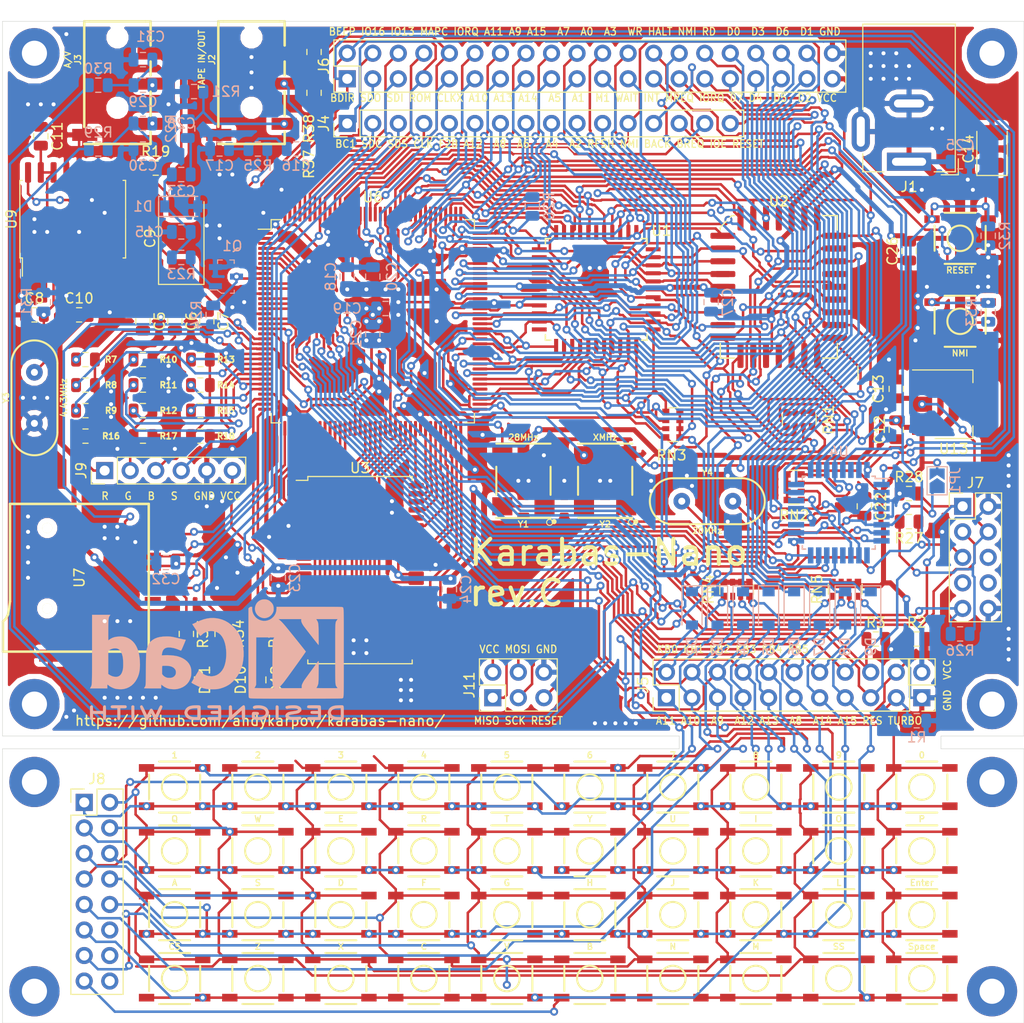
<source format=kicad_pcb>
(kicad_pcb (version 20171130) (host pcbnew 5.0.2-bee76a0~70~ubuntu18.04.1)
  (layers (0 F.Cu signal) (31 B.Cu signal) (34 B.Paste user) (35 F.Paste user) (36 B.SilkS user) (37 F.SilkS user) (38 B.Mask user) (39 F.Mask user) (44 Edge.Cuts user))
  (net 0 "")
  (net 1 /A13)
  (net 2 /A12)
  (net 3 /A11)
  (net 4 /A10)
  (net 5 /A9)
  (net 6 /A8)
  (net 7 /A7)
  (net 8 /A6)
  (net 9 /A5)
  (net 10 /A4)
  (net 11 /A3)
  (net 12 /A2)
  (net 13 /A1)
  (net 14 /A0)
  (net 15 GND)
  (net 16 /D1)
  (net 17 /D0)
  (net 18 /D2)
  (net 19 VCC)
  (net 20 /D6)
  (net 21 /D5)
  (net 22 /D3)
  (net 23 /D4)
  (net 24 /CLK_CPU)
  (net 25 /MA15)
  (net 26 /MA17)
  (net 27 /~MWR)
  (net 28 /MA13)
  (net 29 /MA8)
  (net 30 /MA9)
  (net 31 /MA11)
  (net 32 /~MRD)
  (net 33 /MA10)
  (net 34 /MD7)
  (net 35 /MD6)
  (net 36 /MD5)
  (net 37 /MD4)
  (net 38 /MD3)
  (net 39 /MD2)
  (net 40 /MD1)
  (net 41 /MD0)
  (net 42 /MA0)
  (net 43 /MA1)
  (net 44 /MA2)
  (net 45 /MA3)
  (net 46 /MA4)
  (net 47 /MA5)
  (net 48 /MA6)
  (net 49 /MA7)
  (net 50 /MA12)
  (net 51 /MA14)
  (net 52 /MA18)
  (net 53 /A15)
  (net 54 /A14)
  (net 55 /~RFSH)
  (net 56 /~M1)
  (net 57 /~BUSREQ)
  (net 58 /~WAIT)
  (net 59 /~BUSACK)
  (net 60 /~WR)
  (net 61 /~RD)
  (net 62 /~IORQ)
  (net 63 /~MREQ)
  (net 64 /~HALT)
  (net 65 /~NMI)
  (net 66 /~INT)
  (net 67 /ROM_A14)
  (net 68 /ROM_A15)
  (net 69 +3V3)
  (net 70 /CLKX)
  (net 71 /~BUS_ROMCS)
  (net 72 /CLK_BUS)
  (net 73 /~BUS_IORQGE)
  (net 74 /~ROMCS)
  (net 75 /TDO)
  (net 76 /TCK)
  (net 77 /TMS)
  (net 78 /TDI)
  (net 79 "Net-(C5-Pad1)")
  (net 80 "Net-(C6-Pad1)")
  (net 81 "Net-(C7-Pad1)")
  (net 82 /R2)
  (net 83 /R1)
  (net 84 /R0)
  (net 85 /G2)
  (net 86 /G1)
  (net 87 /G0)
  (net 88 /B2)
  (net 89 /B1)
  (net 90 /B0)
  (net 91 "Net-(C8-Pad2)")
  (net 92 "Net-(C9-Pad2)")
  (net 93 "Net-(C9-Pad1)")
  (net 94 /CSYNC)
  (net 95 /CLK28)
  (net 96 ~RESET)
  (net 97 "Net-(C15-Pad2)")
  (net 98 "Net-(C16-Pad2)")
  (net 99 "Net-(C16-Pad1)")
  (net 100 "Net-(Q1-Pad1)")
  (net 101 TAPE_IN)
  (net 102 TAPE_OUT)
  (net 103 /MAGIC)
  (net 104 /TURBO)
  (net 105 /SPECIAL)
  (net 106 /KB7)
  (net 107 /KB6)
  (net 108 /KB5)
  (net 109 /KB4)
  (net 110 /KB3)
  (net 111 /KB2)
  (net 112 /KB1)
  (net 113 /KB0)
  (net 114 /IO16)
  (net 115 /IO13)
  (net 116 /BEEPER)
  (net 117 /KA11)
  (net 118 /KA10)
  (net 119 /KA9)
  (net 120 /KA12)
  (net 121 /KA13)
  (net 122 /KA8)
  (net 123 /KA14)
  (net 124 /KA15)
  (net 125 /MA19)
  (net 126 /MA20)
  (net 127 "Net-(U4-Pad8)")
  (net 128 "Net-(U4-Pad7)")
  (net 129 /AY_BC1)
  (net 130 /AY_OUT_R)
  (net 131 /AY_OUT_L)
  (net 132 /AY_BDIR)
  (net 133 "Net-(C28-Pad2)")
  (net 134 "Net-(C28-Pad1)")
  (net 135 "Net-(C29-Pad2)")
  (net 136 "Net-(C29-Pad1)")
  (net 137 "Net-(J3-Pad2)")
  (net 138 "Net-(J2-Pad4)")
  (net 139 /~SD_CS)
  (net 140 /SD_DI)
  (net 141 /SD_CLK)
  (net 142 /SD_DO)
  (net 143 /RED)
  (net 144 /GREEN)
  (net 145 /BLUE)
  (net 146 "Net-(C33-Pad2)")
  (net 147 "Net-(D10-Pad1)")
  (net 148 "Net-(D11-Pad1)")
  (net 149 "Net-(D12-Pad1)")
  (net 150 /IOE)
  (net 151 /~BTN_NMI)
  (net 152 /MAPCOND)
  (net 153 "Net-(J7-Pad8)")
  (net 154 "Net-(J7-Pad7)")
  (net 155 "Net-(J7-Pad6)")
  (net 156 "Net-(J8-Pad16)")
  (net 157 "Net-(J8-Pad14)")
  (net 158 "Net-(J8-Pad12)")
  (net 159 "Net-(U1-Pad11)")
  (net 160 "Net-(U1-Pad17)")
  (net 161 "Net-(U1-Pad33)")
  (net 162 "Net-(U1-Pad39)")
  (net 163 "Net-(U2-Pad26)")
  (net 164 "Net-(U2-Pad17)")
  (net 165 "Net-(U2-Pad12)")
  (net 166 "Net-(U2-Pad1)")
  (net 167 "Net-(U3-Pad38)")
  (net 168 "Net-(U3-Pad37)")
  (net 169 "Net-(U3-Pad30)")
  (net 170 "Net-(U3-Pad29)")
  (net 171 "Net-(U3-Pad15)")
  (net 172 "Net-(U3-Pad8)")
  (net 173 "Net-(U3-Pad7)")
  (net 174 "Net-(U4-Pad30)")
  (net 175 "Net-(U4-Pad22)")
  (net 176 "Net-(U4-Pad20)")
  (net 177 "Net-(U4-Pad19)")
  (net 178 "Net-(U4-Pad12)")
  (net 179 "Net-(U4-Pad9)")
  (net 180 "Net-(U4-Pad2)")
  (net 181 "Net-(U7-Pad9)")
  (net 182 "Net-(U9-Pad11)")
  (net 183 "Net-(U9-Pad9)")
  (net 184 /D7)
  (net 185 /MA16)
  (net 186 /VCCJP)
  (net 187 /AVR_SCK)
  (net 188 /AVR_MISO)
  (net 189 /AVR_MOSI)
  (module footprints:PLCC-32_11.4x14.0mm_P1.27mm-bigpads (layer F.Cu) (at 166.116 77.216)
    (fp_text reference U2 (at 0 -8.52) (layer F.SilkS))
    (fp_text value 27C512)
    (pad 1 smd roundrect (at 0 -6.8375) (size 0.6 2.475) (layers F.Cu F.Paste F.Mask) (net 166 "Net-(U2-Pad1)"))
    (pad 2 smd roundrect (at -1.27 -6.8375) (size 0.6 2.475) (layers F.Cu F.Paste F.Mask) (net 68 /ROM_A15))
    (pad 3 smd roundrect (at -2.54 -6.8375) (size 0.6 2.475) (layers F.Cu F.Paste F.Mask) (net 2 /A12))
    (pad 4 smd roundrect (at -3.81 -6.8375) (size 0.6 2.475) (layers F.Cu F.Paste F.Mask) (net 7 /A7))
    (pad 5 smd roundrect (at -5.5625 -5.08) (size 2.475 0.6) (layers F.Cu F.Paste F.Mask) (net 8 /A6))
    (pad 6 smd roundrect (at -5.5625 -3.81) (size 2.475 0.6) (layers F.Cu F.Paste F.Mask) (net 9 /A5))
    (pad 7 smd roundrect (at -5.5625 -2.54) (size 2.475 0.6) (layers F.Cu F.Paste F.Mask) (net 10 /A4))
    (pad 8 smd roundrect (at -5.5625 -1.27) (size 2.475 0.6) (layers F.Cu F.Paste F.Mask) (net 11 /A3))
    (pad 9 smd roundrect (at -5.5625 0) (size 2.475 0.6) (layers F.Cu F.Paste F.Mask) (net 12 /A2))
    (pad 10 smd roundrect (at -5.5625 1.27) (size 2.475 0.6) (layers F.Cu F.Paste F.Mask) (net 13 /A1))
    (pad 11 smd roundrect (at -5.5625 2.54) (size 2.475 0.6) (layers F.Cu F.Paste F.Mask) (net 14 /A0))
    (pad 12 smd roundrect (at -5.5625 3.81) (size 2.475 0.6) (layers F.Cu F.Paste F.Mask) (net 165 "Net-(U2-Pad12)"))
    (pad 13 smd roundrect (at -5.5625 5.08) (size 2.475 0.6) (layers F.Cu F.Paste F.Mask) (net 17 /D0))
    (pad 14 smd roundrect (at -3.81 6.8375) (size 0.6 2.475) (layers F.Cu F.Paste F.Mask) (net 16 /D1))
    (pad 15 smd roundrect (at -2.54 6.8375) (size 0.6 2.475) (layers F.Cu F.Paste F.Mask) (net 18 /D2))
    (pad 16 smd roundrect (at -1.27 6.8375) (size 0.6 2.475) (layers F.Cu F.Paste F.Mask) (net 15 GND))
    (pad 17 smd roundrect (at 0 6.8375) (size 0.6 2.475) (layers F.Cu F.Paste F.Mask) (net 164 "Net-(U2-Pad17)"))
    (pad 18 smd roundrect (at 1.27 6.8375) (size 0.6 2.475) (layers F.Cu F.Paste F.Mask) (net 22 /D3))
    (pad 19 smd roundrect (at 2.54 6.8375) (size 0.6 2.475) (layers F.Cu F.Paste F.Mask) (net 23 /D4))
    (pad 20 smd roundrect (at 3.81 6.8375) (size 0.6 2.475) (layers F.Cu F.Paste F.Mask) (net 21 /D5))
    (pad 21 smd roundrect (at 5.5625 5.08) (size 2.475 0.6) (layers F.Cu F.Paste F.Mask) (net 20 /D6))
    (pad 22 smd roundrect (at 5.5625 3.81) (size 2.475 0.6) (layers F.Cu F.Paste F.Mask) (net 184 /D7))
    (pad 23 smd roundrect (at 5.5625 2.54) (size 2.475 0.6) (layers F.Cu F.Paste F.Mask) (net 15 GND))
    (pad 24 smd roundrect (at 5.5625 1.27) (size 2.475 0.6) (layers F.Cu F.Paste F.Mask) (net 4 /A10))
    (pad 25 smd roundrect (at 5.5625 0) (size 2.475 0.6) (layers F.Cu F.Paste F.Mask) (net 74 /~ROMCS))
    (pad 26 smd roundrect (at 5.5625 -1.27) (size 2.475 0.6) (layers F.Cu F.Paste F.Mask) (net 163 "Net-(U2-Pad26)"))
    (pad 27 smd roundrect (at 5.5625 -2.54) (size 2.475 0.6) (layers F.Cu F.Paste F.Mask) (net 3 /A11))
    (pad 28 smd roundrect (at 5.5625 -3.81) (size 2.475 0.6) (layers F.Cu F.Paste F.Mask) (net 5 /A9))
    (pad 29 smd roundrect (at 5.5625 -5.08) (size 2.475 0.6) (layers F.Cu F.Paste F.Mask) (net 6 /A8))
    (pad 30 smd roundrect (at 3.81 -6.8375) (size 0.6 2.475) (layers F.Cu F.Paste F.Mask) (net 1 /A13))
    (pad 31 smd roundrect (at 2.54 -6.8375) (size 0.6 2.475) (layers F.Cu F.Paste F.Mask) (net 67 /ROM_A14))
    (pad 32 smd roundrect (at 1.27 -6.8375) (size 0.6 2.475) (layers F.Cu F.Paste F.Mask) (net 19 VCC))
  )
  (module Package_LCC:PLCC-32_11.4x14.0mm_P1.27mm (layer F.Cu) (at 166.116 77.216)
    (fp_text reference U2 (at 0 -8.52) (layer F.SilkS))
    (fp_text value 27C512)
    (pad 32 smd roundrect (at 1.27 -6.8375) (size 0.6 1.475) (layers F.Cu F.Paste F.Mask) (net 19 VCC))
    (pad 31 smd roundrect (at 2.54 -6.8375) (size 0.6 1.475) (layers F.Cu F.Paste F.Mask) (net 67 /ROM_A14))
    (pad 30 smd roundrect (at 3.81 -6.8375) (size 0.6 1.475) (layers F.Cu F.Paste F.Mask) (net 1 /A13))
    (pad 29 smd roundrect (at 5.5625 -5.08) (size 1.475 0.6) (layers F.Cu F.Paste F.Mask) (net 6 /A8))
    (pad 28 smd roundrect (at 5.5625 -3.81) (size 1.475 0.6) (layers F.Cu F.Paste F.Mask) (net 5 /A9))
    (pad 27 smd roundrect (at 5.5625 -2.54) (size 1.475 0.6) (layers F.Cu F.Paste F.Mask) (net 3 /A11))
    (pad 26 smd roundrect (at 5.5625 -1.27) (size 1.475 0.6) (layers F.Cu F.Paste F.Mask) (net 163 "Net-(U2-Pad26)"))
    (pad 25 smd roundrect (at 5.5625 0) (size 1.475 0.6) (layers F.Cu F.Paste F.Mask) (net 74 /~ROMCS))
    (pad 24 smd roundrect (at 5.5625 1.27) (size 1.475 0.6) (layers F.Cu F.Paste F.Mask) (net 4 /A10))
    (pad 23 smd roundrect (at 5.5625 2.54) (size 1.475 0.6) (layers F.Cu F.Paste F.Mask) (net 15 GND))
    (pad 22 smd roundrect (at 5.5625 3.81) (size 1.475 0.6) (layers F.Cu F.Paste F.Mask) (net 184 /D7))
    (pad 21 smd roundrect (at 5.5625 5.08) (size 1.475 0.6) (layers F.Cu F.Paste F.Mask) (net 20 /D6))
    (pad 20 smd roundrect (at 3.81 6.8375) (size 0.6 1.475) (layers F.Cu F.Paste F.Mask) (net 21 /D5))
    (pad 19 smd roundrect (at 2.54 6.8375) (size 0.6 1.475) (layers F.Cu F.Paste F.Mask) (net 23 /D4))
    (pad 18 smd roundrect (at 1.27 6.8375) (size 0.6 1.475) (layers F.Cu F.Paste F.Mask) (net 22 /D3))
    (pad 17 smd roundrect (at 0 6.8375) (size 0.6 1.475) (layers F.Cu F.Paste F.Mask) (net 164 "Net-(U2-Pad17)"))
    (pad 16 smd roundrect (at -1.27 6.8375) (size 0.6 1.475) (layers F.Cu F.Paste F.Mask) (net 15 GND))
    (pad 15 smd roundrect (at -2.54 6.8375) (size 0.6 1.475) (layers F.Cu F.Paste F.Mask) (net 18 /D2))
    (pad 14 smd roundrect (at -3.81 6.8375) (size 0.6 1.475) (layers F.Cu F.Paste F.Mask) (net 16 /D1))
    (pad 13 smd roundrect (at -5.5625 5.08) (size 1.475 0.6) (layers F.Cu F.Paste F.Mask) (net 17 /D0))
    (pad 12 smd roundrect (at -5.5625 3.81) (size 1.475 0.6) (layers F.Cu F.Paste F.Mask) (net 165 "Net-(U2-Pad12)"))
    (pad 11 smd roundrect (at -5.5625 2.54) (size 1.475 0.6) (layers F.Cu F.Paste F.Mask) (net 14 /A0))
    (pad 10 smd roundrect (at -5.5625 1.27) (size 1.475 0.6) (layers F.Cu F.Paste F.Mask) (net 13 /A1))
    (pad 9 smd roundrect (at -5.5625 0) (size 1.475 0.6) (layers F.Cu F.Paste F.Mask) (net 12 /A2))
    (pad 8 smd roundrect (at -5.5625 -1.27) (size 1.475 0.6) (layers F.Cu F.Paste F.Mask) (net 11 /A3))
    (pad 7 smd roundrect (at -5.5625 -2.54) (size 1.475 0.6) (layers F.Cu F.Paste F.Mask) (net 10 /A4))
    (pad 6 smd roundrect (at -5.5625 -3.81) (size 1.475 0.6) (layers F.Cu F.Paste F.Mask) (net 9 /A5))
    (pad 5 smd roundrect (at -5.5625 -5.08) (size 1.475 0.6) (layers F.Cu F.Paste F.Mask) (net 8 /A6))
    (pad 4 smd roundrect (at -3.81 -6.8375) (size 0.6 1.475) (layers F.Cu F.Paste F.Mask) (net 7 /A7))
    (pad 3 smd roundrect (at -2.54 -6.8375) (size 0.6 1.475) (layers F.Cu F.Paste F.Mask) (net 2 /A12))
    (pad 2 smd roundrect (at -1.27 -6.8375) (size 0.6 1.475) (layers F.Cu F.Paste F.Mask) (net 68 /ROM_A15))
    (pad 1 smd roundrect (at 0 -6.8375) (size 0.6 1.475) (layers F.Cu F.Paste F.Mask) (net 166 "Net-(U2-Pad1)"))
  )
  (module MountingHole:MountingHole_2.5mm_Pad (layer F.Cu) (at 91.948 126.492)
    (fp_text reference H5 hide)
    (fp_text value MountingHole)
    (pad 1 thru_hole circle (at 0.127 0) (size 5 5) (drill 2.5) (layers *.Cu *.Mask))
  )
  (module MountingHole:MountingHole_2.5mm_Pad (layer F.Cu) (at 187.452 147.32)
    (fp_text reference H8 hide)
    (fp_text value MountingHole)
    (pad 1 thru_hole circle (at -0.127 0) (size 5 5) (drill 2.5) (layers *.Cu *.Mask))
  )
  (module MountingHole:MountingHole_2.5mm_Pad (layer F.Cu) (at 187.452 126.492)
    (fp_text reference H7 hide)
    (fp_text value MountingHole)
    (pad 1 thru_hole circle (at -0.127 0) (size 5 5) (drill 2.5) (layers *.Cu *.Mask))
  )
  (module MountingHole:MountingHole_2.5mm_Pad (layer F.Cu) (at 91.948 147.32)
    (fp_text reference H6 hide)
    (fp_text value MountingHole)
    (pad 1 thru_hole circle (at 0.127 0) (size 5 5) (drill 2.5) (layers *.Cu *.Mask))
  )
  (module Capacitor_Tantalum_SMD:CP_EIA-3528-21_Kemet-B_Pad1.50x2.35mm_HandSolder (layer F.Cu) (at 187.325 63.5 90)
    (fp_text reference C14 (at 0 -2.35 90) (layer F.SilkS))
    (fp_text value 10uF)
    (pad 1 smd roundrect (at -1.625 0 90) (size 1.5 2.35) (layers F.Cu F.Paste F.Mask) (roundrect_rratio 0.166667) (net 96 ~RESET))
    (pad 2 smd roundrect (at 1.625 0 90) (size 1.5 2.35) (layers F.Cu F.Paste F.Mask) (roundrect_rratio 0.166667) (net 15 GND))
  )
  (module Resistor_SMD:R_0805_2012Metric (layer F.Cu) (at 175.768 112.268)
    (fp_text reference R3 (at 0 -1.65) (layer F.SilkS))
    (fp_text value 10k)
    (pad 1 smd roundrect (at -0.9375 0) (size 0.975 1.4) (layers F.Cu F.Paste F.Mask) (net 105 /SPECIAL))
    (pad 2 smd roundrect (at 0.9375 0) (size 0.975 1.4) (layers F.Cu F.Paste F.Mask) (net 15 GND))
  )
  (module Resistor_SMD:R_0805_2012Metric (layer F.Cu) (at 179.832 112.268)
    (fp_text reference R2 (at 0 -1.65) (layer F.SilkS))
    (fp_text value 10k)
    (pad 2 smd roundrect (at 0.9375 0) (size 0.975 1.4) (layers F.Cu F.Paste F.Mask) (net 15 GND))
    (pad 1 smd roundrect (at -0.9375 0) (size 0.975 1.4) (layers F.Cu F.Paste F.Mask) (net 103 /MAGIC))
  )
  (module Resistor_SMD:R_0805_2012Metric (layer B.Cu) (at 179.832 120.396)
    (fp_text reference R1 (at 0 1.65) (layer B.SilkS) (effects (justify mirror)))
    (fp_text value 10k)
    (pad 1 smd roundrect (at -0.9375 0) (size 0.975 1.4) (layers B.Cu B.Paste B.Mask) (net 104 /TURBO))
    (pad 2 smd roundrect (at 0.9375 0) (size 0.975 1.4) (layers B.Cu B.Paste B.Mask) (net 15 GND))
  )
  (module Capacitor_Tantalum_SMD:CP_EIA-7343-31_Kemet-D_Pad2.25x2.55mm_HandSolder (layer F.Cu) (at 106.68 72.39 90)
    (fp_text reference C9 (at 0 -3.1 90) (layer F.SilkS))
    (fp_text value 220uF)
    (pad 1 smd roundrect (at -3.2 0 90) (size 2.25 2.55) (layers F.Cu F.Paste F.Mask) (roundrect_rratio 0.111111) (net 93 "Net-(C9-Pad1)"))
    (pad 2 smd roundrect (at 3.2 0 90) (size 2.25 2.55) (layers F.Cu F.Paste F.Mask) (roundrect_rratio 0.111111) (net 92 "Net-(C9-Pad2)"))
  )
  (module Connector_PinHeader_2.54mm:PinHeader_1x02_P2.54mm_Vertical (layer F.Cu) (at 180.34 118.11 180)
    (fp_text reference J10 hide)
    (fp_text value PWR)
    (pad 1 thru_hole rect (at 0 0 180) (size 1.7 1.7) (drill 1) (layers *.Cu *.Mask) (net 15 GND))
    (pad 2 thru_hole oval (at 0 2.54 180) (size 1.7 1.7) (drill 1) (layers *.Cu *.Mask) (net 19 VCC))
  )
  (module Connector_PinHeader_2.54mm:PinHeader_1x16_P2.54mm_Vertical (layer F.Cu) (at 123.19 60.96 90)
    (fp_text reference J4 (at 0 -2.33 90) (layer F.SilkS))
    (fp_text value BUS)
    (pad 1 thru_hole rect (at 0 0 90) (size 1.7 1.7) (drill 1) (layers *.Cu *.Mask) (net 129 /AY_BC1))
    (pad 2 thru_hole oval (at 0 2.54 90) (size 1.7 1.7) (drill 1) (layers *.Cu *.Mask) (net 141 /SD_CLK))
    (pad 3 thru_hole oval (at 0 5.08 90) (size 1.7 1.7) (drill 1) (layers *.Cu *.Mask) (net 139 /~SD_CS))
    (pad 4 thru_hole oval (at 0 7.62 90) (size 1.7 1.7) (drill 1) (layers *.Cu *.Mask) (net 72 /CLK_BUS))
    (pad 5 thru_hole oval (at 0 10.16 90) (size 1.7 1.7) (drill 1) (layers *.Cu *.Mask) (net 95 /CLK28))
    (pad 6 thru_hole oval (at 0 12.7 90) (size 1.7 1.7) (drill 1) (layers *.Cu *.Mask) (net 2 /A12))
    (pad 7 thru_hole oval (at 0 15.24 90) (size 1.7 1.7) (drill 1) (layers *.Cu *.Mask) (net 6 /A8))
    (pad 8 thru_hole oval (at 0 17.78 90) (size 1.7 1.7) (drill 1) (layers *.Cu *.Mask) (net 8 /A6))
    (pad 9 thru_hole oval (at 0 20.32 90) (size 1.7 1.7) (drill 1) (layers *.Cu *.Mask) (net 10 /A4))
    (pad 10 thru_hole oval (at 0 22.86 90) (size 1.7 1.7) (drill 1) (layers *.Cu *.Mask) (net 12 /A2))
    (pad 11 thru_hole oval (at 0 25.4 90) (size 1.7 1.7) (drill 1) (layers *.Cu *.Mask) (net 55 /~RFSH))
    (pad 12 thru_hole oval (at 0 27.94 90) (size 1.7 1.7) (drill 1) (layers *.Cu *.Mask) (net 151 /~BTN_NMI))
    (pad 13 thru_hole oval (at 0 30.48 90) (size 1.7 1.7) (drill 1) (layers *.Cu *.Mask) (net 59 /~BUSACK))
    (pad 14 thru_hole oval (at 0 33.02 90) (size 1.7 1.7) (drill 1) (layers *.Cu *.Mask) (net 57 /~BUSREQ))
    (pad 15 thru_hole oval (at 0 35.56 90) (size 1.7 1.7) (drill 1) (layers *.Cu *.Mask) (net 150 /IOE))
    (pad 16 thru_hole oval (at 0 38.1 90) (size 1.7 1.7) (drill 1) (layers *.Cu *.Mask) (net 96 ~RESET))
  )
  (module Connector_PinHeader_2.54mm:PinHeader_2x03_P2.54mm_Vertical (layer F.Cu) (at 137.668 118.11 90)
    (fp_text reference J11 (at 1.27 -2.33 90) (layer F.SilkS))
    (fp_text value "AVR ISP")
    (pad 1 thru_hole rect (at 0 0 90) (size 1.7 1.7) (drill 1) (layers *.Cu *.Mask) (net 188 /AVR_MISO))
    (pad 2 thru_hole oval (at 2.54 0 90) (size 1.7 1.7) (drill 1) (layers *.Cu *.Mask) (net 186 /VCCJP))
    (pad 3 thru_hole oval (at 0 2.54 90) (size 1.7 1.7) (drill 1) (layers *.Cu *.Mask) (net 187 /AVR_SCK))
    (pad 4 thru_hole oval (at 2.54 2.54 90) (size 1.7 1.7) (drill 1) (layers *.Cu *.Mask) (net 189 /AVR_MOSI))
    (pad 5 thru_hole oval (at 0 5.08 90) (size 1.7 1.7) (drill 1) (layers *.Cu *.Mask) (net 96 ~RESET))
    (pad 6 thru_hole oval (at 2.54 5.08 90) (size 1.7 1.7) (drill 1) (layers *.Cu *.Mask) (net 15 GND))
  )
  (module AUDIO_JACK_3.5MM_SMD (layer F.Cu) (at 100.33 50.8 270)
    (fp_text reference J3 (at 3.81 3.937 90) (layer F.SilkS) (effects (font (size 0.6096 0.6096) (thickness 0.127))))
    (fp_text value A/V (at 3.81 4.953 90) (layer F.SilkS) (effects (font (size 0.6096 0.6096) (thickness 0.127))))
    (pad 1 smd rect (at 11.29792 3.24866 270) (size 1.19888 2.49936) (layers F.Cu F.Paste F.Mask) (net 15 GND))
    (pad 3 smd rect (at 6.1976 -3.24866 270) (size 1.19888 2.49936) (layers F.Cu F.Paste F.Mask) (net 135 "Net-(C29-Pad2)"))
    (pad 2 smd rect (at 3.19786 -3.24866 90) (size 1.19888 2.49936) (layers F.Cu F.Paste F.Mask) (net 137 "Net-(J3-Pad2)"))
    (pad 4 smd rect (at 10.1981 -3.24866 270) (size 1.19888 2.49936) (layers F.Cu F.Paste F.Mask) (net 133 "Net-(C28-Pad2)"))
    (pad "" np_thru_hole circle (at 1.59766 0 270) (size 1.19888 1.19888) (drill 1.19888) (layers *.Cu *.Mask))
    (pad "" np_thru_hole circle (at 8.5979 0 270) (size 1.19888 1.19888) (drill 1.19888) (layers *.Cu *.Mask))
  )
  (module AUDIO_JACK_3.5MM_SMD (layer F.Cu) (at 113.665 50.8 270)
    (fp_text reference J2 (at 3.81 3.937 90) (layer F.SilkS) (effects (font (size 0.6096 0.6096) (thickness 0.127))))
    (fp_text value "TAPE IN/OUT" (at 3.81 4.953 90) (layer F.SilkS) (effects (font (size 0.6096 0.6096) (thickness 0.127))))
    (pad "" np_thru_hole circle (at 8.5979 0 270) (size 1.19888 1.19888) (drill 1.19888) (layers *.Cu *.Mask))
    (pad "" np_thru_hole circle (at 1.59766 0 270) (size 1.19888 1.19888) (drill 1.19888) (layers *.Cu *.Mask))
    (pad 4 smd rect (at 10.1981 -3.24866 270) (size 1.19888 2.49936) (layers F.Cu F.Paste F.Mask) (net 138 "Net-(J2-Pad4)"))
    (pad 2 smd rect (at 3.19786 -3.24866 90) (size 1.19888 2.49936) (layers F.Cu F.Paste F.Mask) (net 15 GND))
    (pad 3 smd rect (at 6.1976 -3.24866 270) (size 1.19888 2.49936) (layers F.Cu F.Paste F.Mask) (net 98 "Net-(C16-Pad2)"))
    (pad 1 smd rect (at 11.29792 3.24866 270) (size 1.19888 2.49936) (layers F.Cu F.Paste F.Mask) (net 15 GND))
  )
  (module HC49US (layer F.Cu) (at 92.075 88.265 90)
    (fp_text reference Y3 (at 0 -2.8448 90) (layer F.SilkS) (effects (font (size 0.6096 0.6096) (thickness 0.127))))
    (fp_text value 4.43MHz (at 0 2.921 90) (layer F.SilkS) (effects (font (size 0.6096 0.6096) (thickness 0.127))))
    (pad 2 thru_hole circle (at 2.54 0 90) (size 1.651 1.651) (drill 0.6985) (layers *.Cu *.Mask) (net 91 "Net-(C8-Pad2)"))
    (pad 1 thru_hole circle (at -2.54 0 90) (size 1.651 1.651) (drill 0.6985) (layers *.Cu *.Mask) (net 15 GND))
  )
  (module HC49US (layer F.Cu) (at 159.004 98.552)
    (fp_text reference Y4 (at 0 -2.8448) (layer F.SilkS) (effects (font (size 0.6096 0.6096) (thickness 0.127))))
    (fp_text value 20MHz (at 0 2.921) (layer F.SilkS) (effects (font (size 0.6096 0.6096) (thickness 0.127))))
    (pad 1 thru_hole circle (at -2.54 0) (size 1.651 1.651) (drill 0.6985) (layers *.Cu *.Mask) (net 127 "Net-(U4-Pad8)"))
    (pad 2 thru_hole circle (at 2.54 0) (size 1.651 1.651) (drill 0.6985) (layers *.Cu *.Mask) (net 128 "Net-(U4-Pad7)"))
  )
  (module OSCILLATOR-SMD-7X5-4PAD (layer F.Cu) (at 148.844 96.52 90)
    (fp_text reference Y2 (at -4.318 0 180) (layer F.SilkS) (effects (font (size 0.6096 0.6096) (thickness 0.127))))
    (fp_text value XMHz (at 4.318 0 180) (layer F.SilkS) (effects (font (size 0.6096 0.6096) (thickness 0.127))))
    (pad 4 smd rect (at -2.54 -2.10312 180) (size 1.99898 1.79832) (layers F.Cu F.Paste F.Mask) (net 69 +3V3))
    (pad 3 smd rect (at 2.54 -2.10312 180) (size 1.99898 1.79832) (layers F.Cu F.Paste F.Mask) (net 70 /CLKX))
    (pad 2 smd rect (at 2.54 2.0955 180) (size 1.99898 1.79832) (layers F.Cu F.Paste F.Mask) (net 15 GND))
    (pad 1 smd rect (at -2.54 2.0955 180) (size 1.99898 1.79832) (layers F.Cu F.Paste F.Mask) (net 69 +3V3))
  )
  (module OSCILLATOR-SMD-7X5-4PAD (layer F.Cu) (at 140.716 96.52 90)
    (fp_text reference Y1 (at -4.318 0 180) (layer F.SilkS) (effects (font (size 0.6096 0.6096) (thickness 0.127))))
    (fp_text value 28MHz (at 4.318 0 180) (layer F.SilkS) (effects (font (size 0.6096 0.6096) (thickness 0.127))))
    (pad 1 smd rect (at -2.54 2.0955 180) (size 1.99898 1.79832) (layers F.Cu F.Paste F.Mask) (net 69 +3V3))
    (pad 2 smd rect (at 2.54 2.0955 180) (size 1.99898 1.79832) (layers F.Cu F.Paste F.Mask) (net 15 GND))
    (pad 3 smd rect (at 2.54 -2.10312 180) (size 1.99898 1.79832) (layers F.Cu F.Paste F.Mask) (net 95 /CLK28))
    (pad 4 smd rect (at -2.54 -2.10312 180) (size 1.99898 1.79832) (layers F.Cu F.Paste F.Mask) (net 69 +3V3))
  )
  (module TACTILE_SWITCH_SMD_5.2MM (layer F.Cu) (at 106.020193 139.700392 180)
    (fp_text reference SW14 hide)
    (fp_text value A (at 0 3.175 180) (layer F.SilkS) (effects (font (size 0.6096 0.6096) (thickness 0.127))))
    (pad 4 smd rect (at 2.794 1.905 270) (size 0.762 1.524) (layers F.Cu F.Paste F.Mask) (net 113 /KB0))
    (pad 3 smd rect (at -2.794 1.905 270) (size 0.762 1.524) (layers F.Cu F.Paste F.Mask) (net 113 /KB0))
    (pad 2 smd rect (at 2.794 -1.905 270) (size 0.762 1.524) (layers F.Cu F.Paste F.Mask) (net 119 /KA9))
    (pad 1 smd rect (at -2.794 -1.905 270) (size 0.762 1.524) (layers F.Cu F.Paste F.Mask) (net 119 /KA9))
  )
  (module TACTILE_SWITCH_SMD_5.2MM (layer F.Cu) (at 163.83 146.05 180)
    (fp_text reference SW36 hide)
    (fp_text value M (at 0 3.175 180) (layer F.SilkS) (effects (font (size 0.6096 0.6096) (thickness 0.127))))
    (pad 1 smd rect (at -2.794 -1.905 270) (size 0.762 1.524) (layers F.Cu F.Paste F.Mask) (net 124 /KA15))
    (pad 2 smd rect (at 2.794 -1.905 270) (size 0.762 1.524) (layers F.Cu F.Paste F.Mask) (net 124 /KA15))
    (pad 3 smd rect (at -2.794 1.905 270) (size 0.762 1.524) (layers F.Cu F.Paste F.Mask) (net 111 /KB2))
    (pad 4 smd rect (at 2.794 1.905 270) (size 0.762 1.524) (layers F.Cu F.Paste F.Mask) (net 111 /KB2))
  )
  (module TACTILE_SWITCH_SMD_5.2MM (layer F.Cu) (at 172.085 133.35 180)
    (fp_text reference SW37 hide)
    (fp_text value O (at 0 3.175 180) (layer F.SilkS) (effects (font (size 0.6096 0.6096) (thickness 0.127))))
    (pad 4 smd rect (at 2.794 1.905 270) (size 0.762 1.524) (layers F.Cu F.Paste F.Mask) (net 112 /KB1))
    (pad 3 smd rect (at -2.794 1.905 270) (size 0.762 1.524) (layers F.Cu F.Paste F.Mask) (net 112 /KB1))
    (pad 2 smd rect (at 2.794 -1.905 270) (size 0.762 1.524) (layers F.Cu F.Paste F.Mask) (net 121 /KA13))
    (pad 1 smd rect (at -2.794 -1.905 270) (size 0.762 1.524) (layers F.Cu F.Paste F.Mask) (net 121 /KA13))
  )
  (module TACTILE_SWITCH_SMD_5.2MM (layer F.Cu) (at 172.085 139.7 180)
    (fp_text reference SW38 hide)
    (fp_text value L (at 0 3.175 180) (layer F.SilkS) (effects (font (size 0.6096 0.6096) (thickness 0.127))))
    (pad 1 smd rect (at -2.794 -1.905 270) (size 0.762 1.524) (layers F.Cu F.Paste F.Mask) (net 123 /KA14))
    (pad 2 smd rect (at 2.794 -1.905 270) (size 0.762 1.524) (layers F.Cu F.Paste F.Mask) (net 123 /KA14))
    (pad 3 smd rect (at -2.794 1.905 270) (size 0.762 1.524) (layers F.Cu F.Paste F.Mask) (net 112 /KB1))
    (pad 4 smd rect (at 2.794 1.905 270) (size 0.762 1.524) (layers F.Cu F.Paste F.Mask) (net 112 /KB1))
  )
  (module TACTILE_SWITCH_SMD_5.2MM (layer F.Cu) (at 172.085 146.05 180)
    (fp_text reference SW39 hide)
    (fp_text value SS (at 0 3.175 180) (layer F.SilkS) (effects (font (size 0.6096 0.6096) (thickness 0.127))))
    (pad 4 smd rect (at 2.794 1.905 270) (size 0.762 1.524) (layers F.Cu F.Paste F.Mask) (net 112 /KB1))
    (pad 3 smd rect (at -2.794 1.905 270) (size 0.762 1.524) (layers F.Cu F.Paste F.Mask) (net 112 /KB1))
    (pad 2 smd rect (at 2.794 -1.905 270) (size 0.762 1.524) (layers F.Cu F.Paste F.Mask) (net 124 /KA15))
    (pad 1 smd rect (at -2.794 -1.905 270) (size 0.762 1.524) (layers F.Cu F.Paste F.Mask) (net 124 /KA15))
  )
  (module TACTILE_SWITCH_SMD_5.2MM (layer F.Cu) (at 180.34 133.35 180)
    (fp_text reference SW40 hide)
    (fp_text value P (at 0 3.175 180) (layer F.SilkS) (effects (font (size 0.6096 0.6096) (thickness 0.127))))
    (pad 1 smd rect (at -2.794 -1.905 270) (size 0.762 1.524) (layers F.Cu F.Paste F.Mask) (net 121 /KA13))
    (pad 2 smd rect (at 2.794 -1.905 270) (size 0.762 1.524) (layers F.Cu F.Paste F.Mask) (net 121 /KA13))
    (pad 3 smd rect (at -2.794 1.905 270) (size 0.762 1.524) (layers F.Cu F.Paste F.Mask) (net 113 /KB0))
    (pad 4 smd rect (at 2.794 1.905 270) (size 0.762 1.524) (layers F.Cu F.Paste F.Mask) (net 113 /KB0))
  )
  (module TACTILE_SWITCH_SMD_5.2MM (layer F.Cu) (at 180.34 146.05 180)
    (fp_text reference SW42 hide)
    (fp_text value Space (at 0 3.175 180) (layer F.SilkS) (effects (font (size 0.6096 0.6096) (thickness 0.127))))
    (pad 4 smd rect (at 2.794 1.905 270) (size 0.762 1.524) (layers F.Cu F.Paste F.Mask) (net 113 /KB0))
    (pad 3 smd rect (at -2.794 1.905 270) (size 0.762 1.524) (layers F.Cu F.Paste F.Mask) (net 113 /KB0))
    (pad 2 smd rect (at 2.794 -1.905 270) (size 0.762 1.524) (layers F.Cu F.Paste F.Mask) (net 124 /KA15))
    (pad 1 smd rect (at -2.794 -1.905 270) (size 0.762 1.524) (layers F.Cu F.Paste F.Mask) (net 124 /KA15))
  )
  (module TACTILE_SWITCH_SMD_5.2MM (layer F.Cu) (at 130.81 139.7 180)
    (fp_text reference SW23 hide)
    (fp_text value F (at 0 3.175 180) (layer F.SilkS) (effects (font (size 0.6096 0.6096) (thickness 0.127))))
    (pad 1 smd rect (at -2.794 -1.905 270) (size 0.762 1.524) (layers F.Cu F.Paste F.Mask) (net 119 /KA9))
    (pad 2 smd rect (at 2.794 -1.905 270) (size 0.762 1.524) (layers F.Cu F.Paste F.Mask) (net 119 /KA9))
    (pad 3 smd rect (at -2.794 1.905 270) (size 0.762 1.524) (layers F.Cu F.Paste F.Mask) (net 110 /KB3))
    (pad 4 smd rect (at 2.794 1.905 270) (size 0.762 1.524) (layers F.Cu F.Paste F.Mask) (net 110 /KB3))
  )
  (module TACTILE_SWITCH_SMD_5.2MM (layer F.Cu) (at 184.15 80.645)
    (fp_text reference SW2 hide)
    (fp_text value NMI (at 0 3.175) (layer F.SilkS) (effects (font (size 0.6096 0.6096) (thickness 0.127))))
    (pad 4 smd rect (at 2.794 1.905 90) (size 0.762 1.524) (layers F.Cu F.Paste F.Mask) (net 15 GND))
    (pad 3 smd rect (at -2.794 1.905 90) (size 0.762 1.524) (layers F.Cu F.Paste F.Mask) (net 15 GND))
    (pad 2 smd rect (at 2.794 -1.905 90) (size 0.762 1.524) (layers F.Cu F.Paste F.Mask) (net 151 /~BTN_NMI))
    (pad 1 smd rect (at -2.794 -1.905 90) (size 0.762 1.524) (layers F.Cu F.Paste F.Mask) (net 151 /~BTN_NMI))
  )
  (module TACTILE_SWITCH_SMD_5.2MM (layer F.Cu) (at 163.83 139.7 180)
    (fp_text reference SW35 hide)
    (fp_text value K (at 0 3.175 180) (layer F.SilkS) (effects (font (size 0.6096 0.6096) (thickness 0.127))))
    (pad 1 smd rect (at -2.794 -1.905 270) (size 0.762 1.524) (layers F.Cu F.Paste F.Mask) (net 123 /KA14))
    (pad 2 smd rect (at 2.794 -1.905 270) (size 0.762 1.524) (layers F.Cu F.Paste F.Mask) (net 123 /KA14))
    (pad 3 smd rect (at -2.794 1.905 270) (size 0.762 1.524) (layers F.Cu F.Paste F.Mask) (net 111 /KB2))
    (pad 4 smd rect (at 2.794 1.905 270) (size 0.762 1.524) (layers F.Cu F.Paste F.Mask) (net 111 /KB2))
  )
  (module TACTILE_SWITCH_SMD_5.2MM (layer F.Cu) (at 155.575 146.05 180)
    (fp_text reference SW33 hide)
    (fp_text value N (at 0 3.175 180) (layer F.SilkS) (effects (font (size 0.6096 0.6096) (thickness 0.127))))
    (pad 4 smd rect (at 2.794 1.905 270) (size 0.762 1.524) (layers F.Cu F.Paste F.Mask) (net 110 /KB3))
    (pad 3 smd rect (at -2.794 1.905 270) (size 0.762 1.524) (layers F.Cu F.Paste F.Mask) (net 110 /KB3))
    (pad 2 smd rect (at 2.794 -1.905 270) (size 0.762 1.524) (layers F.Cu F.Paste F.Mask) (net 124 /KA15))
    (pad 1 smd rect (at -2.794 -1.905 270) (size 0.762 1.524) (layers F.Cu F.Paste F.Mask) (net 124 /KA15))
  )
  (module TACTILE_SWITCH_SMD_5.2MM (layer F.Cu) (at 155.575 139.7 180)
    (fp_text reference SW32 hide)
    (fp_text value J (at 0 3.175 180) (layer F.SilkS) (effects (font (size 0.6096 0.6096) (thickness 0.127))))
    (pad 1 smd rect (at -2.794 -1.905 270) (size 0.762 1.524) (layers F.Cu F.Paste F.Mask) (net 123 /KA14))
    (pad 2 smd rect (at 2.794 -1.905 270) (size 0.762 1.524) (layers F.Cu F.Paste F.Mask) (net 123 /KA14))
    (pad 3 smd rect (at -2.794 1.905 270) (size 0.762 1.524) (layers F.Cu F.Paste F.Mask) (net 110 /KB3))
    (pad 4 smd rect (at 2.794 1.905 270) (size 0.762 1.524) (layers F.Cu F.Paste F.Mask) (net 110 /KB3))
  )
  (module TACTILE_SWITCH_SMD_5.2MM (layer F.Cu) (at 155.575 133.35 180)
    (fp_text reference SW31 hide)
    (fp_text value U (at 0 3.175 180) (layer F.SilkS) (effects (font (size 0.6096 0.6096) (thickness 0.127))))
    (pad 4 smd rect (at 2.794 1.905 270) (size 0.762 1.524) (layers F.Cu F.Paste F.Mask) (net 110 /KB3))
    (pad 3 smd rect (at -2.794 1.905 270) (size 0.762 1.524) (layers F.Cu F.Paste F.Mask) (net 110 /KB3))
    (pad 2 smd rect (at 2.794 -1.905 270) (size 0.762 1.524) (layers F.Cu F.Paste F.Mask) (net 121 /KA13))
    (pad 1 smd rect (at -2.794 -1.905 270) (size 0.762 1.524) (layers F.Cu F.Paste F.Mask) (net 121 /KA13))
  )
  (module TACTILE_SWITCH_SMD_5.2MM (layer F.Cu) (at 147.32 146.05 180)
    (fp_text reference SW30 hide)
    (fp_text value B (at 0 3.175 180) (layer F.SilkS) (effects (font (size 0.6096 0.6096) (thickness 0.127))))
    (pad 1 smd rect (at -2.794 -1.905 270) (size 0.762 1.524) (layers F.Cu F.Paste F.Mask) (net 124 /KA15))
    (pad 2 smd rect (at 2.794 -1.905 270) (size 0.762 1.524) (layers F.Cu F.Paste F.Mask) (net 124 /KA15))
    (pad 3 smd rect (at -2.794 1.905 270) (size 0.762 1.524) (layers F.Cu F.Paste F.Mask) (net 109 /KB4))
    (pad 4 smd rect (at 2.794 1.905 270) (size 0.762 1.524) (layers F.Cu F.Paste F.Mask) (net 109 /KB4))
  )
  (module TACTILE_SWITCH_SMD_5.2MM (layer F.Cu) (at 147.32 139.7 180)
    (fp_text reference SW29 hide)
    (fp_text value H (at 0 3.175 180) (layer F.SilkS) (effects (font (size 0.6096 0.6096) (thickness 0.127))))
    (pad 4 smd rect (at 2.794 1.905 270) (size 0.762 1.524) (layers F.Cu F.Paste F.Mask) (net 109 /KB4))
    (pad 3 smd rect (at -2.794 1.905 270) (size 0.762 1.524) (layers F.Cu F.Paste F.Mask) (net 109 /KB4))
    (pad 2 smd rect (at 2.794 -1.905 270) (size 0.762 1.524) (layers F.Cu F.Paste F.Mask) (net 123 /KA14))
    (pad 1 smd rect (at -2.794 -1.905 270) (size 0.762 1.524) (layers F.Cu F.Paste F.Mask) (net 123 /KA14))
  )
  (module TACTILE_SWITCH_SMD_5.2MM (layer F.Cu) (at 147.32 133.35 180)
    (fp_text reference SW28 hide)
    (fp_text value Y (at 0 3.175 180) (layer F.SilkS) (effects (font (size 0.6096 0.6096) (thickness 0.127))))
    (pad 1 smd rect (at -2.794 -1.905 270) (size 0.762 1.524) (layers F.Cu F.Paste F.Mask) (net 121 /KA13))
    (pad 2 smd rect (at 2.794 -1.905 270) (size 0.762 1.524) (layers F.Cu F.Paste F.Mask) (net 121 /KA13))
    (pad 3 smd rect (at -2.794 1.905 270) (size 0.762 1.524) (layers F.Cu F.Paste F.Mask) (net 109 /KB4))
    (pad 4 smd rect (at 2.794 1.905 270) (size 0.762 1.524) (layers F.Cu F.Paste F.Mask) (net 109 /KB4))
  )
  (module TACTILE_SWITCH_SMD_5.2MM (layer F.Cu) (at 139.065 146.05 180)
    (fp_text reference SW27 hide)
    (fp_text value V (at 0 3.175 180) (layer F.SilkS) (effects (font (size 0.6096 0.6096) (thickness 0.127))))
    (pad 4 smd rect (at 2.794 1.905 270) (size 0.762 1.524) (layers F.Cu F.Paste F.Mask) (net 109 /KB4))
    (pad 3 smd rect (at -2.794 1.905 270) (size 0.762 1.524) (layers F.Cu F.Paste F.Mask) (net 109 /KB4))
    (pad 2 smd rect (at 2.794 -1.905 270) (size 0.762 1.524) (layers F.Cu F.Paste F.Mask) (net 122 /KA8))
    (pad 1 smd rect (at -2.794 -1.905 270) (size 0.762 1.524) (layers F.Cu F.Paste F.Mask) (net 122 /KA8))
  )
  (module TACTILE_SWITCH_SMD_5.2MM (layer F.Cu) (at 139.065 139.7 180)
    (fp_text reference SW26 hide)
    (fp_text value G (at 0 3.175 180) (layer F.SilkS) (effects (font (size 0.6096 0.6096) (thickness 0.127))))
    (pad 1 smd rect (at -2.794 -1.905 270) (size 0.762 1.524) (layers F.Cu F.Paste F.Mask) (net 119 /KA9))
    (pad 2 smd rect (at 2.794 -1.905 270) (size 0.762 1.524) (layers F.Cu F.Paste F.Mask) (net 119 /KA9))
    (pad 3 smd rect (at -2.794 1.905 270) (size 0.762 1.524) (layers F.Cu F.Paste F.Mask) (net 109 /KB4))
    (pad 4 smd rect (at 2.794 1.905 270) (size 0.762 1.524) (layers F.Cu F.Paste F.Mask) (net 109 /KB4))
  )
  (module TACTILE_SWITCH_SMD_5.2MM (layer F.Cu) (at 139.065 133.35 180)
    (fp_text reference SW25 hide)
    (fp_text value T (at 0 3.175 180) (layer F.SilkS) (effects (font (size 0.6096 0.6096) (thickness 0.127))))
    (pad 4 smd rect (at 2.794 1.905 270) (size 0.762 1.524) (layers F.Cu F.Paste F.Mask) (net 109 /KB4))
    (pad 3 smd rect (at -2.794 1.905 270) (size 0.762 1.524) (layers F.Cu F.Paste F.Mask) (net 109 /KB4))
    (pad 2 smd rect (at 2.794 -1.905 270) (size 0.762 1.524) (layers F.Cu F.Paste F.Mask) (net 118 /KA10))
    (pad 1 smd rect (at -2.794 -1.905 270) (size 0.762 1.524) (layers F.Cu F.Paste F.Mask) (net 118 /KA10))
  )
  (module TACTILE_SWITCH_SMD_5.2MM (layer F.Cu) (at 163.83 133.35 180)
    (fp_text reference SW34 hide)
    (fp_text value I (at 0 3.175 180) (layer F.SilkS) (effects (font (size 0.6096 0.6096) (thickness 0.127))))
    (pad 1 smd rect (at -2.794 -1.905 270) (size 0.762 1.524) (layers F.Cu F.Paste F.Mask) (net 121 /KA13))
    (pad 2 smd rect (at 2.794 -1.905 270) (size 0.762 1.524) (layers F.Cu F.Paste F.Mask) (net 121 /KA13))
    (pad 3 smd rect (at -2.794 1.905 270) (size 0.762 1.524) (layers F.Cu F.Paste F.Mask) (net 111 /KB2))
    (pad 4 smd rect (at 2.794 1.905 270) (size 0.762 1.524) (layers F.Cu F.Paste F.Mask) (net 111 /KB2))
  )
  (module TACTILE_SWITCH_SMD_5.2MM (layer F.Cu) (at 184.15 72.39)
    (fp_text reference SW1 hide)
    (fp_text value RESET (at 0 3.175) (layer F.SilkS) (effects (font (size 0.6096 0.6096) (thickness 0.127))))
    (pad 4 smd rect (at 2.794 1.905 90) (size 0.762 1.524) (layers F.Cu F.Paste F.Mask) (net 15 GND))
    (pad 3 smd rect (at -2.794 1.905 90) (size 0.762 1.524) (layers F.Cu F.Paste F.Mask) (net 15 GND))
    (pad 2 smd rect (at 2.794 -1.905 90) (size 0.762 1.524) (layers F.Cu F.Paste F.Mask) (net 96 ~RESET))
    (pad 1 smd rect (at -2.794 -1.905 90) (size 0.762 1.524) (layers F.Cu F.Paste F.Mask) (net 96 ~RESET))
  )
  (module TACTILE_SWITCH_SMD_5.2MM (layer F.Cu) (at 130.81 146.05 180)
    (fp_text reference SW24 hide)
    (fp_text value C (at 0 3.175 180) (layer F.SilkS) (effects (font (size 0.6096 0.6096) (thickness 0.127))))
    (pad 1 smd rect (at -2.794 -1.905 270) (size 0.762 1.524) (layers F.Cu F.Paste F.Mask) (net 122 /KA8))
    (pad 2 smd rect (at 2.794 -1.905 270) (size 0.762 1.524) (layers F.Cu F.Paste F.Mask) (net 122 /KA8))
    (pad 3 smd rect (at -2.794 1.905 270) (size 0.762 1.524) (layers F.Cu F.Paste F.Mask) (net 110 /KB3))
    (pad 4 smd rect (at 2.794 1.905 270) (size 0.762 1.524) (layers F.Cu F.Paste F.Mask) (net 110 /KB3))
  )
  (module TACTILE_SWITCH_SMD_5.2MM (layer F.Cu) (at 130.81 133.35 180)
    (fp_text reference SW22 hide)
    (fp_text value R (at 0 3.175 180) (layer F.SilkS) (effects (font (size 0.6096 0.6096) (thickness 0.127))))
    (pad 4 smd rect (at 2.794 1.905 270) (size 0.762 1.524) (layers F.Cu F.Paste F.Mask) (net 110 /KB3))
    (pad 3 smd rect (at -2.794 1.905 270) (size 0.762 1.524) (layers F.Cu F.Paste F.Mask) (net 110 /KB3))
    (pad 2 smd rect (at 2.794 -1.905 270) (size 0.762 1.524) (layers F.Cu F.Paste F.Mask) (net 118 /KA10))
    (pad 1 smd rect (at -2.794 -1.905 270) (size 0.762 1.524) (layers F.Cu F.Paste F.Mask) (net 118 /KA10))
  )
  (module TACTILE_SWITCH_SMD_5.2MM (layer F.Cu) (at 122.555 146.05 180)
    (fp_text reference SW21 hide)
    (fp_text value X (at 0 3.175 180) (layer F.SilkS) (effects (font (size 0.6096 0.6096) (thickness 0.127))))
    (pad 1 smd rect (at -2.794 -1.905 270) (size 0.762 1.524) (layers F.Cu F.Paste F.Mask) (net 122 /KA8))
    (pad 2 smd rect (at 2.794 -1.905 270) (size 0.762 1.524) (layers F.Cu F.Paste F.Mask) (net 122 /KA8))
    (pad 3 smd rect (at -2.794 1.905 270) (size 0.762 1.524) (layers F.Cu F.Paste F.Mask) (net 111 /KB2))
    (pad 4 smd rect (at 2.794 1.905 270) (size 0.762 1.524) (layers F.Cu F.Paste F.Mask) (net 111 /KB2))
  )
  (module TACTILE_SWITCH_SMD_5.2MM (layer F.Cu) (at 122.555 139.7 180)
    (fp_text reference SW20 hide)
    (fp_text value D (at 0 3.175 180) (layer F.SilkS) (effects (font (size 0.6096 0.6096) (thickness 0.127))))
    (pad 4 smd rect (at 2.794 1.905 270) (size 0.762 1.524) (layers F.Cu F.Paste F.Mask) (net 111 /KB2))
    (pad 3 smd rect (at -2.794 1.905 270) (size 0.762 1.524) (layers F.Cu F.Paste F.Mask) (net 111 /KB2))
    (pad 2 smd rect (at 2.794 -1.905 270) (size 0.762 1.524) (layers F.Cu F.Paste F.Mask) (net 119 /KA9))
    (pad 1 smd rect (at -2.794 -1.905 270) (size 0.762 1.524) (layers F.Cu F.Paste F.Mask) (net 119 /KA9))
  )
  (module TACTILE_SWITCH_SMD_5.2MM (layer F.Cu) (at 122.555 133.35 180)
    (fp_text reference SW19 hide)
    (fp_text value E (at 0 3.175 180) (layer F.SilkS) (effects (font (size 0.6096 0.6096) (thickness 0.127))))
    (pad 1 smd rect (at -2.794 -1.905 270) (size 0.762 1.524) (layers F.Cu F.Paste F.Mask) (net 118 /KA10))
    (pad 2 smd rect (at 2.794 -1.905 270) (size 0.762 1.524) (layers F.Cu F.Paste F.Mask) (net 118 /KA10))
    (pad 3 smd rect (at -2.794 1.905 270) (size 0.762 1.524) (layers F.Cu F.Paste F.Mask) (net 111 /KB2))
    (pad 4 smd rect (at 2.794 1.905 270) (size 0.762 1.524) (layers F.Cu F.Paste F.Mask) (net 111 /KB2))
  )
  (module TACTILE_SWITCH_SMD_5.2MM (layer F.Cu) (at 114.3 146.05 180)
    (fp_text reference SW18 hide)
    (fp_text value Z (at 0 3.175 180) (layer F.SilkS) (effects (font (size 0.6096 0.6096) (thickness 0.127))))
    (pad 4 smd rect (at 2.794 1.905 270) (size 0.762 1.524) (layers F.Cu F.Paste F.Mask) (net 112 /KB1))
    (pad 3 smd rect (at -2.794 1.905 270) (size 0.762 1.524) (layers F.Cu F.Paste F.Mask) (net 112 /KB1))
    (pad 2 smd rect (at 2.794 -1.905 270) (size 0.762 1.524) (layers F.Cu F.Paste F.Mask) (net 122 /KA8))
    (pad 1 smd rect (at -2.794 -1.905 270) (size 0.762 1.524) (layers F.Cu F.Paste F.Mask) (net 122 /KA8))
  )
  (module TACTILE_SWITCH_SMD_5.2MM (layer F.Cu) (at 114.3 139.7 180)
    (fp_text reference SW17 hide)
    (fp_text value S (at 0 3.175 180) (layer F.SilkS) (effects (font (size 0.6096 0.6096) (thickness 0.127))))
    (pad 1 smd rect (at -2.794 -1.905 270) (size 0.762 1.524) (layers F.Cu F.Paste F.Mask) (net 119 /KA9))
    (pad 2 smd rect (at 2.794 -1.905 270) (size 0.762 1.524) (layers F.Cu F.Paste F.Mask) (net 119 /KA9))
    (pad 3 smd rect (at -2.794 1.905 270) (size 0.762 1.524) (layers F.Cu F.Paste F.Mask) (net 112 /KB1))
    (pad 4 smd rect (at 2.794 1.905 270) (size 0.762 1.524) (layers F.Cu F.Paste F.Mask) (net 112 /KB1))
  )
  (module TACTILE_SWITCH_SMD_5.2MM (layer F.Cu) (at 114.3 133.35 180)
    (fp_text reference SW16 hide)
    (fp_text value W (at 0 3.175 180) (layer F.SilkS) (effects (font (size 0.6096 0.6096) (thickness 0.127))))
    (pad 4 smd rect (at 2.794 1.905 270) (size 0.762 1.524) (layers F.Cu F.Paste F.Mask) (net 112 /KB1))
    (pad 3 smd rect (at -2.794 1.905 270) (size 0.762 1.524) (layers F.Cu F.Paste F.Mask) (net 112 /KB1))
    (pad 2 smd rect (at 2.794 -1.905 270) (size 0.762 1.524) (layers F.Cu F.Paste F.Mask) (net 118 /KA10))
    (pad 1 smd rect (at -2.794 -1.905 270) (size 0.762 1.524) (layers F.Cu F.Paste F.Mask) (net 118 /KA10))
  )
  (module TACTILE_SWITCH_SMD_5.2MM (layer F.Cu) (at 106.020193 146.050392 180)
    (fp_text reference SW15 hide)
    (fp_text value CS (at 0 3.175 180) (layer F.SilkS) (effects (font (size 0.6096 0.6096) (thickness 0.127))))
    (pad 1 smd rect (at -2.794 -1.905 270) (size 0.762 1.524) (layers F.Cu F.Paste F.Mask) (net 122 /KA8))
    (pad 2 smd rect (at 2.794 -1.905 270) (size 0.762 1.524) (layers F.Cu F.Paste F.Mask) (net 122 /KA8))
    (pad 3 smd rect (at -2.794 1.905 270) (size 0.762 1.524) (layers F.Cu F.Paste F.Mask) (net 113 /KB0))
    (pad 4 smd rect (at 2.794 1.905 270) (size 0.762 1.524) (layers F.Cu F.Paste F.Mask) (net 113 /KB0))
  )
  (module TACTILE_SWITCH_SMD_5.2MM (layer F.Cu) (at 106.020193 133.350392 180)
    (fp_text reference SW13 hide)
    (fp_text value Q (at 0 3.175 180) (layer F.SilkS) (effects (font (size 0.6096 0.6096) (thickness 0.127))))
    (pad 4 smd rect (at 2.794 1.905 270) (size 0.762 1.524) (layers F.Cu F.Paste F.Mask) (net 113 /KB0))
    (pad 3 smd rect (at -2.794 1.905 270) (size 0.762 1.524) (layers F.Cu F.Paste F.Mask) (net 113 /KB0))
    (pad 2 smd rect (at 2.794 -1.905 270) (size 0.762 1.524) (layers F.Cu F.Paste F.Mask) (net 118 /KA10))
    (pad 1 smd rect (at -2.794 -1.905 270) (size 0.762 1.524) (layers F.Cu F.Paste F.Mask) (net 118 /KA10))
  )
  (module TACTILE_SWITCH_SMD_5.2MM (layer F.Cu) (at 180.34 127 180)
    (fp_text reference SW12 hide)
    (fp_text value 0 (at 0 3.175 180) (layer F.SilkS) (effects (font (size 0.6096 0.6096) (thickness 0.127))))
    (pad 1 smd rect (at -2.794 -1.905 270) (size 0.762 1.524) (layers F.Cu F.Paste F.Mask) (net 120 /KA12))
    (pad 2 smd rect (at 2.794 -1.905 270) (size 0.762 1.524) (layers F.Cu F.Paste F.Mask) (net 120 /KA12))
    (pad 3 smd rect (at -2.794 1.905 270) (size 0.762 1.524) (layers F.Cu F.Paste F.Mask) (net 113 /KB0))
    (pad 4 smd rect (at 2.794 1.905 270) (size 0.762 1.524) (layers F.Cu F.Paste F.Mask) (net 113 /KB0))
  )
  (module TACTILE_SWITCH_SMD_5.2MM (layer F.Cu) (at 180.34 139.7 180)
    (fp_text reference SW41 hide)
    (fp_text value Enter (at 0 3.175 180) (layer F.SilkS) (effects (font (size 0.6096 0.6096) (thickness 0.127))))
    (pad 4 smd rect (at 2.794 1.905 270) (size 0.762 1.524) (layers F.Cu F.Paste F.Mask) (net 113 /KB0))
    (pad 3 smd rect (at -2.794 1.905 270) (size 0.762 1.524) (layers F.Cu F.Paste F.Mask) (net 113 /KB0))
    (pad 2 smd rect (at 2.794 -1.905 270) (size 0.762 1.524) (layers F.Cu F.Paste F.Mask) (net 123 /KA14))
    (pad 1 smd rect (at -2.794 -1.905 270) (size 0.762 1.524) (layers F.Cu F.Paste F.Mask) (net 123 /KA14))
  )
  (module TACTILE_SWITCH_SMD_5.2MM (layer F.Cu) (at 114.3 127 180)
    (fp_text reference SW4 hide)
    (fp_text value 2 (at 0 3.175 180) (layer F.SilkS) (effects (font (size 0.6096 0.6096) (thickness 0.127))))
    (pad 1 smd rect (at -2.794 -1.905 270) (size 0.762 1.524) (layers F.Cu F.Paste F.Mask) (net 117 /KA11))
    (pad 2 smd rect (at 2.794 -1.905 270) (size 0.762 1.524) (layers F.Cu F.Paste F.Mask) (net 117 /KA11))
    (pad 3 smd rect (at -2.794 1.905 270) (size 0.762 1.524) (layers F.Cu F.Paste F.Mask) (net 112 /KB1))
    (pad 4 smd rect (at 2.794 1.905 270) (size 0.762 1.524) (layers F.Cu F.Paste F.Mask) (net 112 /KB1))
  )
  (module TACTILE_SWITCH_SMD_5.2MM (layer F.Cu) (at 122.555 127 180)
    (fp_text reference SW5 hide)
    (fp_text value 3 (at 0 3.175 180) (layer F.SilkS) (effects (font (size 0.6096 0.6096) (thickness 0.127))))
    (pad 4 smd rect (at 2.794 1.905 270) (size 0.762 1.524) (layers F.Cu F.Paste F.Mask) (net 111 /KB2))
    (pad 3 smd rect (at -2.794 1.905 270) (size 0.762 1.524) (layers F.Cu F.Paste F.Mask) (net 111 /KB2))
    (pad 2 smd rect (at 2.794 -1.905 270) (size 0.762 1.524) (layers F.Cu F.Paste F.Mask) (net 117 /KA11))
    (pad 1 smd rect (at -2.794 -1.905 270) (size 0.762 1.524) (layers F.Cu F.Paste F.Mask) (net 117 /KA11))
  )
  (module TACTILE_SWITCH_SMD_5.2MM (layer F.Cu) (at 106.020193 127.000392 180)
    (fp_text reference SW3 hide)
    (fp_text value 1 (at 0 3.175 180) (layer F.SilkS) (effects (font (size 0.6096 0.6096) (thickness 0.127))))
    (pad 1 smd rect (at -2.794 -1.905 270) (size 0.762 1.524) (layers F.Cu F.Paste F.Mask) (net 117 /KA11))
    (pad 2 smd rect (at 2.794 -1.905 270) (size 0.762 1.524) (layers F.Cu F.Paste F.Mask) (net 117 /KA11))
    (pad 3 smd rect (at -2.794 1.905 270) (size 0.762 1.524) (layers F.Cu F.Paste F.Mask) (net 113 /KB0))
    (pad 4 smd rect (at 2.794 1.905 270) (size 0.762 1.524) (layers F.Cu F.Paste F.Mask) (net 113 /KB0))
  )
  (module TACTILE_SWITCH_SMD_5.2MM (layer F.Cu) (at 130.81 127 180)
    (fp_text reference SW6 hide)
    (fp_text value 4 (at 0 3.175 180) (layer F.SilkS) (effects (font (size 0.6096 0.6096) (thickness 0.127))))
    (pad 4 smd rect (at 2.794 1.905 270) (size 0.762 1.524) (layers F.Cu F.Paste F.Mask) (net 110 /KB3))
    (pad 3 smd rect (at -2.794 1.905 270) (size 0.762 1.524) (layers F.Cu F.Paste F.Mask) (net 110 /KB3))
    (pad 2 smd rect (at 2.794 -1.905 270) (size 0.762 1.524) (layers F.Cu F.Paste F.Mask) (net 117 /KA11))
    (pad 1 smd rect (at -2.794 -1.905 270) (size 0.762 1.524) (layers F.Cu F.Paste F.Mask) (net 117 /KA11))
  )
  (module TACTILE_SWITCH_SMD_5.2MM (layer F.Cu) (at 139.065 127 180)
    (fp_text reference SW7 hide)
    (fp_text value 5 (at 0 3.175 180) (layer F.SilkS) (effects (font (size 0.6096 0.6096) (thickness 0.127))))
    (pad 1 smd rect (at -2.794 -1.905 270) (size 0.762 1.524) (layers F.Cu F.Paste F.Mask) (net 117 /KA11))
    (pad 2 smd rect (at 2.794 -1.905 270) (size 0.762 1.524) (layers F.Cu F.Paste F.Mask) (net 117 /KA11))
    (pad 3 smd rect (at -2.794 1.905 270) (size 0.762 1.524) (layers F.Cu F.Paste F.Mask) (net 109 /KB4))
    (pad 4 smd rect (at 2.794 1.905 270) (size 0.762 1.524) (layers F.Cu F.Paste F.Mask) (net 109 /KB4))
  )
  (module TACTILE_SWITCH_SMD_5.2MM (layer F.Cu) (at 147.32 127 180)
    (fp_text reference SW8 hide)
    (fp_text value 6 (at 0 3.175 180) (layer F.SilkS) (effects (font (size 0.6096 0.6096) (thickness 0.127))))
    (pad 4 smd rect (at 2.794 1.905 270) (size 0.762 1.524) (layers F.Cu F.Paste F.Mask) (net 109 /KB4))
    (pad 3 smd rect (at -2.794 1.905 270) (size 0.762 1.524) (layers F.Cu F.Paste F.Mask) (net 109 /KB4))
    (pad 2 smd rect (at 2.794 -1.905 270) (size 0.762 1.524) (layers F.Cu F.Paste F.Mask) (net 120 /KA12))
    (pad 1 smd rect (at -2.794 -1.905 270) (size 0.762 1.524) (layers F.Cu F.Paste F.Mask) (net 120 /KA12))
  )
  (module TACTILE_SWITCH_SMD_5.2MM (layer F.Cu) (at 155.575 127 180)
    (fp_text reference SW9 hide)
    (fp_text value 7 (at 0 3.175 180) (layer F.SilkS) (effects (font (size 0.6096 0.6096) (thickness 0.127))))
    (pad 1 smd rect (at -2.794 -1.905 270) (size 0.762 1.524) (layers F.Cu F.Paste F.Mask) (net 120 /KA12))
    (pad 2 smd rect (at 2.794 -1.905 270) (size 0.762 1.524) (layers F.Cu F.Paste F.Mask) (net 120 /KA12))
    (pad 3 smd rect (at -2.794 1.905 270) (size 0.762 1.524) (layers F.Cu F.Paste F.Mask) (net 110 /KB3))
    (pad 4 smd rect (at 2.794 1.905 270) (size 0.762 1.524) (layers F.Cu F.Paste F.Mask) (net 110 /KB3))
  )
  (module TACTILE_SWITCH_SMD_5.2MM (layer F.Cu) (at 163.83 127 180)
    (fp_text reference SW10 hide)
    (fp_text value 8 (at 0 3.175 180) (layer F.SilkS) (effects (font (size 0.6096 0.6096) (thickness 0.127))))
    (pad 4 smd rect (at 2.794 1.905 270) (size 0.762 1.524) (layers F.Cu F.Paste F.Mask) (net 111 /KB2))
    (pad 3 smd rect (at -2.794 1.905 270) (size 0.762 1.524) (layers F.Cu F.Paste F.Mask) (net 111 /KB2))
    (pad 2 smd rect (at 2.794 -1.905 270) (size 0.762 1.524) (layers F.Cu F.Paste F.Mask) (net 120 /KA12))
    (pad 1 smd rect (at -2.794 -1.905 270) (size 0.762 1.524) (layers F.Cu F.Paste F.Mask) (net 120 /KA12))
  )
  (module TACTILE_SWITCH_SMD_5.2MM (layer F.Cu) (at 172.085 127 180)
    (fp_text reference SW11 hide)
    (fp_text value 9 (at 0 3.175 180) (layer F.SilkS) (effects (font (size 0.6096 0.6096) (thickness 0.127))))
    (pad 1 smd rect (at -2.794 -1.905 270) (size 0.762 1.524) (layers F.Cu F.Paste F.Mask) (net 120 /KA12))
    (pad 2 smd rect (at 2.794 -1.905 270) (size 0.762 1.524) (layers F.Cu F.Paste F.Mask) (net 120 /KA12))
    (pad 3 smd rect (at -2.794 1.905 270) (size 0.762 1.524) (layers F.Cu F.Paste F.Mask) (net 112 /KB1))
    (pad 4 smd rect (at 2.794 1.905 270) (size 0.762 1.524) (layers F.Cu F.Paste F.Mask) (net 112 /KB1))
  )
  (module QFP80P1200X1200X160-44N:QFP80P1200X1200X160-44N (layer F.Cu) (at 147.955 77.47)
    (fp_text reference U1 (at 6.477 -5.842) (layer F.SilkS))
    (fp_text value Z80 hide)
    (pad 1 smd rect (at -5.6642 -3.9878 270) (size 0.4064 1.4732) (layers F.Cu F.Paste F.Mask) (net 24 /CLK_CPU))
    (pad 2 smd rect (at -5.6642 -3.2004 270) (size 0.4064 1.4732) (layers F.Cu F.Paste F.Mask) (net 23 /D4))
    (pad 3 smd rect (at -5.6642 -2.3876 270) (size 0.4064 1.4732) (layers F.Cu F.Paste F.Mask) (net 22 /D3))
    (pad 4 smd rect (at -5.6642 -1.6002 270) (size 0.4064 1.4732) (layers F.Cu F.Paste F.Mask) (net 21 /D5))
    (pad 5 smd rect (at -5.6642 -0.7874 270) (size 0.4064 1.4732) (layers F.Cu F.Paste F.Mask) (net 20 /D6))
    (pad 6 smd rect (at -5.6642 0 270) (size 0.4064 1.4732) (layers F.Cu F.Paste F.Mask) (net 19 VCC))
    (pad 7 smd rect (at -5.6642 0.7874 270) (size 0.4064 1.4732) (layers F.Cu F.Paste F.Mask) (net 18 /D2))
    (pad 8 smd rect (at -5.6642 1.6002 270) (size 0.4064 1.4732) (layers F.Cu F.Paste F.Mask) (net 184 /D7))
    (pad 9 smd rect (at -5.6642 2.3876 270) (size 0.4064 1.4732) (layers F.Cu F.Paste F.Mask) (net 17 /D0))
    (pad 10 smd rect (at -5.6642 3.2004 270) (size 0.4064 1.4732) (layers F.Cu F.Paste F.Mask) (net 16 /D1))
    (pad 11 smd rect (at -5.6642 3.9878 270) (size 0.4064 1.4732) (layers F.Cu F.Paste F.Mask) (net 159 "Net-(U1-Pad11)"))
    (pad 12 smd rect (at -3.9878 5.6642 180) (size 0.4064 1.4732) (layers F.Cu F.Paste F.Mask) (net 66 /~INT))
    (pad 13 smd rect (at -3.2004 5.6642 180) (size 0.4064 1.4732) (layers F.Cu F.Paste F.Mask) (net 65 /~NMI))
    (pad 14 smd rect (at -2.3876 5.6642 180) (size 0.4064 1.4732) (layers F.Cu F.Paste F.Mask) (net 64 /~HALT))
    (pad 15 smd rect (at -1.6002 5.6642 180) (size 0.4064 1.4732) (layers F.Cu F.Paste F.Mask) (net 63 /~MREQ))
    (pad 16 smd rect (at -0.7874 5.6642 180) (size 0.4064 1.4732) (layers F.Cu F.Paste F.Mask) (net 62 /~IORQ))
    (pad 17 smd rect (at 0 5.6642 180) (size 0.4064 1.4732) (layers F.Cu F.Paste F.Mask) (net 160 "Net-(U1-Pad17)"))
    (pad 18 smd rect (at 0.7874 5.6642 180) (size 0.4064 1.4732) (layers F.Cu F.Paste F.Mask) (net 61 /~RD))
    (pad 19 smd rect (at 1.6002 5.6642 180) (size 0.4064 1.4732) (layers F.Cu F.Paste F.Mask) (net 60 /~WR))
    (pad 20 smd rect (at 2.3876 5.6642 180) (size 0.4064 1.4732) (layers F.Cu F.Paste F.Mask) (net 59 /~BUSACK))
    (pad 21 smd rect (at 3.2004 5.6642 180) (size 0.4064 1.4732) (layers F.Cu F.Paste F.Mask) (net 58 /~WAIT))
    (pad 22 smd rect (at 3.9878 5.6642 180) (size 0.4064 1.4732) (layers F.Cu F.Paste F.Mask) (net 57 /~BUSREQ))
    (pad 23 smd rect (at 5.6642 3.9878 270) (size 0.4064 1.4732) (layers F.Cu F.Paste F.Mask) (net 96 ~RESET))
    (pad 24 smd rect (at 5.6642 3.2004 270) (size 0.4064 1.4732) (layers F.Cu F.Paste F.Mask) (net 56 /~M1))
    (pad 25 smd rect (at 5.6642 2.3876 270) (size 0.4064 1.4732) (layers F.Cu F.Paste F.Mask) (net 55 /~RFSH))
    (pad 26 smd rect (at 5.6642 1.6002 270) (size 0.4064 1.4732) (layers F.Cu F.Paste F.Mask) (net 15 GND))
    (pad 27 smd rect (at 5.6642 0.7874 270) (size 0.4064 1.4732) (layers F.Cu F.Paste F.Mask) (net 14 /A0))
    (pad 28 smd rect (at 5.6642 0 270) (size 0.4064 1.4732) (layers F.Cu F.Paste F.Mask) (net 13 /A1))
    (pad 29 smd rect (at 5.6642 -0.7874 270) (size 0.4064 1.4732) (layers F.Cu F.Paste F.Mask) (net 12 /A2))
    (pad 30 smd rect (at 5.6642 -1.6002 270) (size 0.4064 1.4732) (layers F.Cu F.Paste F.Mask) (net 11 /A3))
    (pad 31 smd rect (at 5.6642 -2.3876 270) (size 0.4064 1.4732) (layers F.Cu F.Paste F.Mask) (net 10 /A4))
    (pad 32 smd rect (at 5.6642 -3.2004 270) (size 0.4064 1.4732) (layers F.Cu F.Paste F.Mask) (net 9 /A5))
    (pad 33 smd rect (at 5.6642 -3.9878 270) (size 0.4064 1.4732) (layers F.Cu F.Paste F.Mask) (net 161 "Net-(U1-Pad33)"))
    (pad 34 smd rect (at 3.9878 -5.6642 180) (size 0.4064 1.4732) (layers F.Cu F.Paste F.Mask) (net 8 /A6))
    (pad 35 smd rect (at 3.2004 -5.6642 180) (size 0.4064 1.4732) (layers F.Cu F.Paste F.Mask) (net 7 /A7))
    (pad 36 smd rect (at 2.3876 -5.6642 180) (size 0.4064 1.4732) (layers F.Cu F.Paste F.Mask) (net 6 /A8))
    (pad 37 smd rect (at 1.6002 -5.6642 180) (size 0.4064 1.4732) (layers F.Cu F.Paste F.Mask) (net 5 /A9))
    (pad 38 smd rect (at 0.7874 -5.6642 180) (size 0.4064 1.4732) (layers F.Cu F.Paste F.Mask) (net 4 /A10))
    (pad 39 smd rect (at 0 -5.6642 180) (size 0.4064 1.4732) (layers F.Cu F.Paste F.Mask) (net 162 "Net-(U1-Pad39)"))
    (pad 40 smd rect (at -0.7874 -5.6642 180) (size 0.4064 1.4732) (layers F.Cu F.Paste F.Mask) (net 3 /A11))
    (pad 41 smd rect (at -1.6002 -5.6642 180) (size 0.4064 1.4732) (layers F.Cu F.Paste F.Mask) (net 2 /A12))
    (pad 42 smd rect (at -2.3876 -5.6642 180) (size 0.4064 1.4732) (layers F.Cu F.Paste F.Mask) (net 1 /A13))
    (pad 43 smd rect (at -3.2004 -5.6642 180) (size 0.4064 1.4732) (layers F.Cu F.Paste F.Mask) (net 54 /A14))
    (pad 44 smd rect (at -3.9878 -5.6642 180) (size 0.4064 1.4732) (layers F.Cu F.Paste F.Mask) (net 53 /A15))
  )
  (module Resistor_SMD:R_0805_2012Metric (layer F.Cu) (at 119.888 53.848 90)
    (fp_text reference R38 (at -7.62 -0.508 90) (layer F.SilkS))
    (fp_text value 10k)
    (pad 2 smd roundrect (at 0.9375 0 90) (size 0.975 1.4) (layers F.Cu F.Paste F.Mask) (net 15 GND))
    (pad 1 smd roundrect (at -0.9375 0 90) (size 0.975 1.4) (layers F.Cu F.Paste F.Mask) (net 73 /~BUS_IORQGE))
  )
  (module Resistor_SMD:R_0805_2012Metric (layer F.Cu) (at 119.888 57.912 270)
    (fp_text reference R37 (at 7.112 0.508 90) (layer F.SilkS))
    (fp_text value 10k)
    (pad 2 smd roundrect (at 0.9375 0 270) (size 0.975 1.4) (layers F.Cu F.Paste F.Mask) (net 15 GND))
    (pad 1 smd roundrect (at -0.9375 0 270) (size 0.975 1.4) (layers F.Cu F.Paste F.Mask) (net 71 /~BUS_ROMCS))
  )
  (module Resistor_SMD:R_0805_2012Metric (layer F.Cu) (at 114.3 111.76 270)
    (fp_text reference R36 (at 0 -1.65 90) (layer F.SilkS))
    (fp_text value 470)
    (pad 2 smd roundrect (at 0.9375 0 270) (size 0.975 1.4) (layers F.Cu F.Paste F.Mask) (net 149 "Net-(D12-Pad1)"))
    (pad 1 smd roundrect (at -0.9375 0 270) (size 0.975 1.4) (layers F.Cu F.Paste F.Mask) (net 152 /MAPCOND))
  )
  (module Resistor_SMD:R_0805_2012Metric (layer F.Cu) (at 107.188 111.76 270)
    (fp_text reference R35 (at 0 -1.65 90) (layer F.SilkS))
    (fp_text value 470)
    (pad 2 smd roundrect (at 0.9375 0 270) (size 0.975 1.4) (layers F.Cu F.Paste F.Mask) (net 148 "Net-(D11-Pad1)"))
    (pad 1 smd roundrect (at -0.9375 0 270) (size 0.975 1.4) (layers F.Cu F.Paste F.Mask) (net 139 /~SD_CS))
  )
  (module Resistor_SMD:R_0805_2012Metric (layer F.Cu) (at 110.744 111.76 270)
    (fp_text reference R34 (at 0 -1.65 90) (layer F.SilkS))
    (fp_text value 470)
    (pad 2 smd roundrect (at 0.9375 0 270) (size 0.975 1.4) (layers F.Cu F.Paste F.Mask) (net 147 "Net-(D10-Pad1)"))
    (pad 1 smd roundrect (at -0.9375 0 270) (size 0.975 1.4) (layers F.Cu F.Paste F.Mask) (net 69 +3V3))
  )
  (module Resistor_SMD:R_0805_2012Metric (layer B.Cu) (at 186.944 79.756 270)
    (fp_text reference R33 (at 0 1.65 90) (layer B.SilkS) (effects (justify mirror)))
    (fp_text value 10k)
    (pad 2 smd roundrect (at 0.9375 0 270) (size 0.975 1.4) (layers B.Cu B.Paste B.Mask) (net 19 VCC))
    (pad 1 smd roundrect (at -0.9375 0 270) (size 0.975 1.4) (layers B.Cu B.Paste B.Mask) (net 151 /~BTN_NMI))
  )
  (module Resistor_SMD:R_0805_2012Metric (layer B.Cu) (at 186.944 72.136 90)
    (fp_text reference R32 (at 0 1.65 90) (layer B.SilkS) (effects (justify mirror)))
    (fp_text value 47k)
    (pad 2 smd roundrect (at 0.9375 0 90) (size 0.975 1.4) (layers B.Cu B.Paste B.Mask) (net 96 ~RESET))
    (pad 1 smd roundrect (at -0.9375 0 90) (size 0.975 1.4) (layers B.Cu B.Paste B.Mask) (net 15 GND))
  )
  (module Resistor_SMD:R_0805_2012Metric (layer B.Cu) (at 92.964 78.74 270)
    (fp_text reference R31 (at 0 1.65 90) (layer B.SilkS) (effects (justify mirror)))
    (fp_text value 4,7M)
    (pad 2 smd roundrect (at 0.9375 0 270) (size 0.975 1.4) (layers B.Cu B.Paste B.Mask) (net 91 "Net-(C8-Pad2)"))
    (pad 1 smd roundrect (at -0.9375 0 270) (size 0.975 1.4) (layers B.Cu B.Paste B.Mask) (net 15 GND))
  )
  (module Jumper:SolderJumper-2_P1.3mm_Open_TrianglePad1.0x1.5mm (layer B.Cu) (at 181.864 96.52 90)
    (fp_text reference JP1 (at 0 1.8 -90) (layer B.SilkS) (effects (justify mirror)))
    (fp_text value SolderJumper_2_Open)
    (pad 1 smd custom (at -0.725 0 90) (size 0.3 0.3) (layers B.Cu B.Mask) (net 186 /VCCJP) (options (clearance outline) (anchor rect)) (primitives (gr_poly (pts (xy -0.5 0.75) (xy 0.5 0.75) (xy 1 0) (xy 0.5 -0.75) (xy -0.5 -0.75)) (width 0))))
    (pad 2 smd custom (at 0.725 0 90) (size 0.3 0.3) (layers B.Cu B.Mask) (net 19 VCC) (options (clearance outline) (anchor rect)) (primitives (gr_poly (pts (xy -0.65 0.75) (xy 0.5 0.75) (xy 0.5 -0.75) (xy -0.65 -0.75) (xy -0.15 0)) (width 0))))
  )
  (module Connector_PinHeader_2.54mm:PinHeader_1x06_P2.54mm_Vertical (layer F.Cu) (at 99.06 95.504 90)
    (fp_text reference J9 (at 0 -2.33 90) (layer F.SilkS))
    (fp_text value RGB)
    (pad 6 thru_hole oval (at 0 12.7 90) (size 1.7 1.7) (drill 1) (layers *.Cu *.Mask) (net 19 VCC))
    (pad 5 thru_hole oval (at 0 10.16 90) (size 1.7 1.7) (drill 1) (layers *.Cu *.Mask) (net 15 GND))
    (pad 4 thru_hole oval (at 0 7.62 90) (size 1.7 1.7) (drill 1) (layers *.Cu *.Mask) (net 94 /CSYNC))
    (pad 3 thru_hole oval (at 0 5.08 90) (size 1.7 1.7) (drill 1) (layers *.Cu *.Mask) (net 145 /BLUE))
    (pad 2 thru_hole oval (at 0 2.54 90) (size 1.7 1.7) (drill 1) (layers *.Cu *.Mask) (net 144 /GREEN))
    (pad 1 thru_hole rect (at 0 0 90) (size 1.7 1.7) (drill 1) (layers *.Cu *.Mask) (net 143 /RED))
  )
  (module digikey-footprints:0805 (layer F.Cu) (at 114.3 116.332 270)
    (fp_text reference D12 (at 0 -1.84 90) (layer F.SilkS))
    (fp_text value MMC)
    (pad 1 smd rect (at -1.05 0 270) (size 1.2 1.2) (layers F.Cu F.Paste F.Mask) (net 149 "Net-(D12-Pad1)"))
    (pad 2 smd rect (at 1.05 0 270) (size 1.2 1.2) (layers F.Cu F.Paste F.Mask) (net 15 GND))
  )
  (module digikey-footprints:0805 (layer F.Cu) (at 107.188 116.332 270)
    (fp_text reference D11 (at 0 -1.84 90) (layer F.SilkS))
    (fp_text value SD)
    (pad 1 smd rect (at -1.05 0 270) (size 1.2 1.2) (layers F.Cu F.Paste F.Mask) (net 148 "Net-(D11-Pad1)"))
    (pad 2 smd rect (at 1.05 0 270) (size 1.2 1.2) (layers F.Cu F.Paste F.Mask) (net 15 GND))
  )
  (module digikey-footprints:0805 (layer F.Cu) (at 110.744 116.332 270)
    (fp_text reference D10 (at 0 -1.84 90) (layer F.SilkS))
    (fp_text value PWR)
    (pad 1 smd rect (at -1.05 0 270) (size 1.2 1.2) (layers F.Cu F.Paste F.Mask) (net 147 "Net-(D10-Pad1)"))
    (pad 2 smd rect (at 1.05 0 270) (size 1.2 1.2) (layers F.Cu F.Paste F.Mask) (net 15 GND))
  )
  (module Capacitor_SMD:C_0805_2012Metric (layer B.Cu) (at 106.68 66.04)
    (fp_text reference C33 (at 0 1.65) (layer B.SilkS) (effects (justify mirror)))
    (fp_text value 10nF)
    (pad 2 smd roundrect (at 0.9375 0) (size 0.975 1.4) (layers B.Cu B.Paste B.Mask) (net 146 "Net-(C33-Pad2)"))
    (pad 1 smd roundrect (at -0.9375 0) (size 0.975 1.4) (layers B.Cu B.Paste B.Mask) (net 97 "Net-(C15-Pad2)"))
  )
  (module Capacitor_SMD:C_0805_2012Metric (layer B.Cu) (at 105.156 104.648)
    (fp_text reference C32 (at 0 1.65) (layer B.SilkS) (effects (justify mirror)))
    (fp_text value 100nF)
    (pad 2 smd roundrect (at 0.9375 0) (size 0.975 1.4) (layers B.Cu B.Paste B.Mask) (net 69 +3V3))
    (pad 1 smd roundrect (at -0.9375 0) (size 0.975 1.4) (layers B.Cu B.Paste B.Mask) (net 15 GND))
  )
  (module footprints:GCT-MEM2055-00-190-01-A (layer F.Cu) (at 104.648 106.172 90)
    (fp_text reference U7 (at 0 -8.1 90) (layer F.SilkS))
    (fp_text value MicroSD)
    (pad "" np_thru_hole circle (at -3.05 -11.3 270) (size 1 1) (drill 1) (layers *.Cu *.Mask F.SilkS))
    (pad "" np_thru_hole circle (at 4.95 -11.3 270) (size 1 1) (drill 1) (layers *.Cu *.Mask F.SilkS))
    (pad 9 smd rect (at 6.55 -0.8 90) (size 0.7 1.6) (layers F.Cu F.Paste F.Mask) (net 181 "Net-(U7-Pad9)"))
    (pad "" smd rect (at 7.75 -10.9 270) (size 1.2 2.2) (layers F.Cu F.Paste F.Mask) (net 15 GND))
    (pad ~ smd rect (at -7.75 -11 270) (size 1.2 2.2) (layers F.Cu F.Paste F.Mask) (net 15 GND))
    (pad "" smd rect (at -6.85 -1.4 90) (size 1.6 1.4) (layers F.Cu F.Paste F.Mask) (net 15 GND))
    (pad 10 smd rect (at 7.75 -1.4 90) (size 1.2 1.4) (layers F.Cu F.Paste F.Mask) (net 15 GND))
    (pad 1 smd rect (at -2.25 -0.8 90) (size 0.7 1.6) (layers F.Cu F.Paste F.Mask))
    (pad 2 smd rect (at -1.15 -0.8 90) (size 0.7 1.6) (layers F.Cu F.Paste F.Mask) (net 139 /~SD_CS))
    (pad 3 smd rect (at -0.05 -0.8 90) (size 0.7 1.6) (layers F.Cu F.Paste F.Mask) (net 140 /SD_DI))
    (pad 4 smd rect (at 1.05 -0.8 90) (size 0.7 1.6) (layers F.Cu F.Paste F.Mask) (net 69 +3V3))
    (pad 5 smd rect (at 2.15 -0.8 90) (size 0.7 1.6) (layers F.Cu F.Paste F.Mask) (net 141 /SD_CLK))
    (pad 6 smd rect (at 3.25 -0.8 90) (size 0.7 1.6) (layers F.Cu F.Paste F.Mask) (net 15 GND))
    (pad 7 smd rect (at 4.35 -0.8 90) (size 0.7 1.6) (layers F.Cu F.Paste F.Mask) (net 142 /SD_DO))
    (pad 8 smd rect (at 5.45 -0.8 90) (size 0.7 1.6) (layers F.Cu F.Paste F.Mask))
  )
  (module Resistor_SMD:R_0805_2012Metric (layer B.Cu) (at 98.425 57.15 180)
    (fp_text reference R30 (at 0 1.65) (layer B.SilkS) (effects (justify mirror)))
    (fp_text value 10k)
    (pad 2 smd roundrect (at 0.9375 0 180) (size 0.975 1.4) (layers B.Cu B.Paste B.Mask) (net 131 /AY_OUT_L))
    (pad 1 smd roundrect (at -0.9375 0 180) (size 0.975 1.4) (layers B.Cu B.Paste B.Mask) (net 136 "Net-(C29-Pad1)"))
  )
  (module Resistor_SMD:R_0805_2012Metric (layer B.Cu) (at 98.425 63.5 180)
    (fp_text reference R29 (at 0 1.65) (layer B.SilkS) (effects (justify mirror)))
    (fp_text value 10k)
    (pad 2 smd roundrect (at 0.9375 0 180) (size 0.975 1.4) (layers B.Cu B.Paste B.Mask) (net 130 /AY_OUT_R))
    (pad 1 smd roundrect (at -0.9375 0 180) (size 0.975 1.4) (layers B.Cu B.Paste B.Mask) (net 134 "Net-(C28-Pad1)"))
  )
  (module Capacitor_SMD:C_0805_2012Metric (layer B.Cu) (at 102.87 54.61)
    (fp_text reference C31 (at 0.762 -2.286) (layer B.SilkS) (effects (justify mirror)))
    (fp_text value 1nF)
    (pad 2 smd roundrect (at 0.9375 0) (size 0.975 1.4) (layers B.Cu B.Paste B.Mask) (net 136 "Net-(C29-Pad1)"))
    (pad 1 smd roundrect (at -0.9375 0) (size 0.975 1.4) (layers B.Cu B.Paste B.Mask) (net 15 GND))
  )
  (module Capacitor_SMD:C_0805_2012Metric (layer B.Cu) (at 102.87 63.5)
    (fp_text reference C30 (at 0 1.65) (layer B.SilkS) (effects (justify mirror)))
    (fp_text value 1nF)
    (pad 2 smd roundrect (at 0.9375 0) (size 0.975 1.4) (layers B.Cu B.Paste B.Mask) (net 134 "Net-(C28-Pad1)"))
    (pad 1 smd roundrect (at -0.9375 0) (size 0.975 1.4) (layers B.Cu B.Paste B.Mask) (net 15 GND))
  )
  (module Capacitor_SMD:C_0805_2012Metric (layer B.Cu) (at 102.87 57.15)
    (fp_text reference C29 (at 0 1.65) (layer B.SilkS) (effects (justify mirror)))
    (fp_text value 10uF)
    (pad 2 smd roundrect (at 0.9375 0) (size 0.975 1.4) (layers B.Cu B.Paste B.Mask) (net 135 "Net-(C29-Pad2)"))
    (pad 1 smd roundrect (at -0.9375 0) (size 0.975 1.4) (layers B.Cu B.Paste B.Mask) (net 136 "Net-(C29-Pad1)"))
  )
  (module Capacitor_SMD:C_0805_2012Metric (layer B.Cu) (at 102.87 60.96)
    (fp_text reference C28 (at 3.81 0) (layer B.SilkS) (effects (justify mirror)))
    (fp_text value 10uF)
    (pad 2 smd roundrect (at 0.9375 0) (size 0.975 1.4) (layers B.Cu B.Paste B.Mask) (net 133 "Net-(C28-Pad2)"))
    (pad 1 smd roundrect (at -0.9375 0) (size 0.975 1.4) (layers B.Cu B.Paste B.Mask) (net 134 "Net-(C28-Pad1)"))
  )
  (module Package_QFP:TQFP-32_7x7mm_P0.8mm (layer B.Cu) (at 172.085 99.695 180)
    (fp_text reference U4 (at 0 6.05) (layer B.SilkS) (effects (justify mirror)))
    (fp_text value ATmega8A-AU)
    (pad 32 smd rect (at -2.8 4.25 90) (size 1.6 0.55) (layers B.Cu B.Paste B.Mask) (net 129 /AY_BC1))
    (pad 31 smd rect (at -2 4.25 90) (size 1.6 0.55) (layers B.Cu B.Paste B.Mask) (net 116 /BEEPER))
    (pad 30 smd rect (at -1.2 4.25 90) (size 1.6 0.55) (layers B.Cu B.Paste B.Mask) (net 174 "Net-(U4-Pad30)"))
    (pad 29 smd rect (at -0.4 4.25 90) (size 1.6 0.55) (layers B.Cu B.Paste B.Mask) (net 96 ~RESET))
    (pad 28 smd rect (at 0.4 4.25 90) (size 1.6 0.55) (layers B.Cu B.Paste B.Mask) (net 21 /D5))
    (pad 27 smd rect (at 1.2 4.25 90) (size 1.6 0.55) (layers B.Cu B.Paste B.Mask) (net 23 /D4))
    (pad 26 smd rect (at 2 4.25 90) (size 1.6 0.55) (layers B.Cu B.Paste B.Mask) (net 22 /D3))
    (pad 25 smd rect (at 2.8 4.25 90) (size 1.6 0.55) (layers B.Cu B.Paste B.Mask) (net 18 /D2))
    (pad 24 smd rect (at 4.25 2.8 180) (size 1.6 0.55) (layers B.Cu B.Paste B.Mask) (net 16 /D1))
    (pad 23 smd rect (at 4.25 2 180) (size 1.6 0.55) (layers B.Cu B.Paste B.Mask) (net 17 /D0))
    (pad 22 smd rect (at 4.25 1.2 180) (size 1.6 0.55) (layers B.Cu B.Paste B.Mask) (net 175 "Net-(U4-Pad22)"))
    (pad 21 smd rect (at 4.25 0.4 180) (size 1.6 0.55) (layers B.Cu B.Paste B.Mask) (net 15 GND))
    (pad 20 smd rect (at 4.25 -0.4 180) (size 1.6 0.55) (layers B.Cu B.Paste B.Mask) (net 176 "Net-(U4-Pad20)"))
    (pad 19 smd rect (at 4.25 -1.2 180) (size 1.6 0.55) (layers B.Cu B.Paste B.Mask) (net 177 "Net-(U4-Pad19)"))
    (pad 18 smd rect (at 4.25 -2 180) (size 1.6 0.55) (layers B.Cu B.Paste B.Mask) (net 186 /VCCJP))
    (pad 17 smd rect (at 4.25 -2.8 180) (size 1.6 0.55) (layers B.Cu B.Paste B.Mask) (net 187 /AVR_SCK))
    (pad 16 smd rect (at 2.8 -4.25 90) (size 1.6 0.55) (layers B.Cu B.Paste B.Mask) (net 188 /AVR_MISO))
    (pad 15 smd rect (at 2 -4.25 90) (size 1.6 0.55) (layers B.Cu B.Paste B.Mask) (net 189 /AVR_MOSI))
    (pad 14 smd rect (at 1.2 -4.25 90) (size 1.6 0.55) (layers B.Cu B.Paste B.Mask) (net 130 /AY_OUT_R))
    (pad 13 smd rect (at 0.4 -4.25 90) (size 1.6 0.55) (layers B.Cu B.Paste B.Mask) (net 131 /AY_OUT_L))
    (pad 12 smd rect (at -0.4 -4.25 90) (size 1.6 0.55) (layers B.Cu B.Paste B.Mask) (net 178 "Net-(U4-Pad12)"))
    (pad 11 smd rect (at -1.2 -4.25 90) (size 1.6 0.55) (layers B.Cu B.Paste B.Mask) (net 184 /D7))
    (pad 10 smd rect (at -2 -4.25 90) (size 1.6 0.55) (layers B.Cu B.Paste B.Mask) (net 20 /D6))
    (pad 9 smd rect (at -2.8 -4.25 90) (size 1.6 0.55) (layers B.Cu B.Paste B.Mask) (net 179 "Net-(U4-Pad9)"))
    (pad 8 smd rect (at -4.25 -2.8 180) (size 1.6 0.55) (layers B.Cu B.Paste B.Mask) (net 127 "Net-(U4-Pad8)"))
    (pad 7 smd rect (at -4.25 -2 180) (size 1.6 0.55) (layers B.Cu B.Paste B.Mask) (net 128 "Net-(U4-Pad7)"))
    (pad 6 smd rect (at -4.25 -1.2 180) (size 1.6 0.55) (layers B.Cu B.Paste B.Mask) (net 186 /VCCJP))
    (pad 5 smd rect (at -4.25 -0.4 180) (size 1.6 0.55) (layers B.Cu B.Paste B.Mask) (net 15 GND))
    (pad 4 smd rect (at -4.25 0.4 180) (size 1.6 0.55) (layers B.Cu B.Paste B.Mask) (net 186 /VCCJP))
    (pad 3 smd rect (at -4.25 1.2 180) (size 1.6 0.55) (layers B.Cu B.Paste B.Mask) (net 15 GND))
    (pad 2 smd rect (at -4.25 2 180) (size 1.6 0.55) (layers B.Cu B.Paste B.Mask) (net 180 "Net-(U4-Pad2)"))
    (pad 1 smd rect (at -4.25 2.8 180) (size 1.6 0.55) (layers B.Cu B.Paste B.Mask) (net 132 /AY_BDIR))
  )
  (module Package_SO:TSOP-II-44_10.16x18.41mm_P0.8mm (layer F.Cu) (at 124.46 105.41)
    (fp_text reference U3 (at 0 -10.16) (layer F.SilkS))
    (fp_text value BS62LV1600)
    (pad 44 smd roundrect (at 5.5875 -8.4) (size 1.525 0.55) (layers F.Cu F.Paste F.Mask) (net 47 /MA5))
    (pad 43 smd roundrect (at 5.5875 -7.6) (size 1.525 0.55) (layers F.Cu F.Paste F.Mask) (net 48 /MA6))
    (pad 42 smd roundrect (at 5.5875 -6.8) (size 1.525 0.55) (layers F.Cu F.Paste F.Mask) (net 49 /MA7))
    (pad 41 smd roundrect (at 5.5875 -6) (size 1.525 0.55) (layers F.Cu F.Paste F.Mask) (net 32 /~MRD))
    (pad 40 smd roundrect (at 5.5875 -5.2) (size 1.525 0.55) (layers F.Cu F.Paste F.Mask) (net 19 VCC))
    (pad 39 smd roundrect (at 5.5875 -4.4) (size 1.525 0.55) (layers F.Cu F.Paste F.Mask) (net 29 /MA8))
    (pad 38 smd roundrect (at 5.5875 -3.6) (size 1.525 0.55) (layers F.Cu F.Paste F.Mask) (net 167 "Net-(U3-Pad38)"))
    (pad 37 smd roundrect (at 5.5875 -2.8) (size 1.525 0.55) (layers F.Cu F.Paste F.Mask) (net 168 "Net-(U3-Pad37)"))
    (pad 36 smd roundrect (at 5.5875 -2) (size 1.525 0.55) (layers F.Cu F.Paste F.Mask) (net 34 /MD7))
    (pad 35 smd roundrect (at 5.5875 -1.2) (size 1.525 0.55) (layers F.Cu F.Paste F.Mask) (net 35 /MD6))
    (pad 34 smd roundrect (at 5.5875 -0.4) (size 1.525 0.55) (layers F.Cu F.Paste F.Mask) (net 15 GND))
    (pad 33 smd roundrect (at 5.5875 0.4) (size 1.525 0.55) (layers F.Cu F.Paste F.Mask) (net 19 VCC))
    (pad 32 smd roundrect (at 5.5875 1.2) (size 1.525 0.55) (layers F.Cu F.Paste F.Mask) (net 36 /MD5))
    (pad 31 smd roundrect (at 5.5875 2) (size 1.525 0.55) (layers F.Cu F.Paste F.Mask) (net 37 /MD4))
    (pad 30 smd roundrect (at 5.5875 2.8) (size 1.525 0.55) (layers F.Cu F.Paste F.Mask) (net 169 "Net-(U3-Pad30)"))
    (pad 29 smd roundrect (at 5.5875 3.6) (size 1.525 0.55) (layers F.Cu F.Paste F.Mask) (net 170 "Net-(U3-Pad29)"))
    (pad 28 smd roundrect (at 5.5875 4.4) (size 1.525 0.55) (layers F.Cu F.Paste F.Mask) (net 30 /MA9))
    (pad 27 smd roundrect (at 5.5875 5.2) (size 1.525 0.55) (layers F.Cu F.Paste F.Mask) (net 33 /MA10))
    (pad 26 smd roundrect (at 5.5875 6) (size 1.525 0.55) (layers F.Cu F.Paste F.Mask) (net 31 /MA11))
    (pad 25 smd roundrect (at 5.5875 6.8) (size 1.525 0.55) (layers F.Cu F.Paste F.Mask) (net 50 /MA12))
    (pad 24 smd roundrect (at 5.5875 7.6) (size 1.525 0.55) (layers F.Cu F.Paste F.Mask) (net 28 /MA13))
    (pad 23 smd roundrect (at 5.5875 8.4) (size 1.525 0.55) (layers F.Cu F.Paste F.Mask) (net 51 /MA14))
    (pad 22 smd roundrect (at -5.5875 8.4) (size 1.525 0.55) (layers F.Cu F.Paste F.Mask) (net 25 /MA15))
    (pad 21 smd roundrect (at -5.5875 7.6) (size 1.525 0.55) (layers F.Cu F.Paste F.Mask) (net 185 /MA16))
    (pad 20 smd roundrect (at -5.5875 6.8) (size 1.525 0.55) (layers F.Cu F.Paste F.Mask) (net 26 /MA17))
    (pad 19 smd roundrect (at -5.5875 6) (size 1.525 0.55) (layers F.Cu F.Paste F.Mask) (net 52 /MA18))
    (pad 18 smd roundrect (at -5.5875 5.2) (size 1.525 0.55) (layers F.Cu F.Paste F.Mask) (net 125 /MA19))
    (pad 17 smd roundrect (at -5.5875 4.4) (size 1.525 0.55) (layers F.Cu F.Paste F.Mask) (net 27 /~MWR))
    (pad 16 smd roundrect (at -5.5875 3.6) (size 1.525 0.55) (layers F.Cu F.Paste F.Mask) (net 126 /MA20))
    (pad 15 smd roundrect (at -5.5875 2.8) (size 1.525 0.55) (layers F.Cu F.Paste F.Mask) (net 171 "Net-(U3-Pad15)"))
    (pad 14 smd roundrect (at -5.5875 2) (size 1.525 0.55) (layers F.Cu F.Paste F.Mask) (net 38 /MD3))
    (pad 13 smd roundrect (at -5.5875 1.2) (size 1.525 0.55) (layers F.Cu F.Paste F.Mask) (net 39 /MD2))
    (pad 12 smd roundrect (at -5.5875 0.4) (size 1.525 0.55) (layers F.Cu F.Paste F.Mask) (net 15 GND))
    (pad 11 smd roundrect (at -5.5875 -0.4) (size 1.525 0.55) (layers F.Cu F.Paste F.Mask) (net 19 VCC))
    (pad 10 smd roundrect (at -5.5875 -1.2) (size 1.525 0.55) (layers F.Cu F.Paste F.Mask) (net 40 /MD1))
    (pad 9 smd roundrect (at -5.5875 -2) (size 1.525 0.55) (layers F.Cu F.Paste F.Mask) (net 41 /MD0))
    (pad 8 smd roundrect (at -5.5875 -2.8) (size 1.525 0.55) (layers F.Cu F.Paste F.Mask) (net 172 "Net-(U3-Pad8)"))
    (pad 7 smd roundrect (at -5.5875 -3.6) (size 1.525 0.55) (layers F.Cu F.Paste F.Mask) (net 173 "Net-(U3-Pad7)"))
    (pad 6 smd roundrect (at -5.5875 -4.4) (size 1.525 0.55) (layers F.Cu F.Paste F.Mask) (net 15 GND))
    (pad 5 smd roundrect (at -5.5875 -5.2) (size 1.525 0.55) (layers F.Cu F.Paste F.Mask) (net 42 /MA0))
    (pad 4 smd roundrect (at -5.5875 -6) (size 1.525 0.55) (layers F.Cu F.Paste F.Mask) (net 43 /MA1))
    (pad 3 smd roundrect (at -5.5875 -6.8) (size 1.525 0.55) (layers F.Cu F.Paste F.Mask) (net 44 /MA2))
    (pad 2 smd roundrect (at -5.5875 -7.6) (size 1.525 0.55) (layers F.Cu F.Paste F.Mask) (net 45 /MA3))
    (pad 1 smd roundrect (at -5.5875 -8.4) (size 1.525 0.55) (layers F.Cu F.Paste F.Mask) (net 46 /MA4))
  )
  (module Connector_PinHeader_2.54mm:PinHeader_2x08_P2.54mm_Vertical (layer F.Cu) (at 97.028 128.524)
    (fp_text reference J8 (at 1.27 -2.33) (layer F.SilkS))
    (fp_text value KEYBOARD)
    (pad 16 thru_hole oval (at 2.54 17.78) (size 1.7 1.7) (drill 1) (layers *.Cu *.Mask) (net 156 "Net-(J8-Pad16)"))
    (pad 15 thru_hole oval (at 0 17.78) (size 1.7 1.7) (drill 1) (layers *.Cu *.Mask) (net 124 /KA15))
    (pad 14 thru_hole oval (at 2.54 15.24) (size 1.7 1.7) (drill 1) (layers *.Cu *.Mask) (net 157 "Net-(J8-Pad14)"))
    (pad 13 thru_hole oval (at 0 15.24) (size 1.7 1.7) (drill 1) (layers *.Cu *.Mask) (net 123 /KA14))
    (pad 12 thru_hole oval (at 2.54 12.7) (size 1.7 1.7) (drill 1) (layers *.Cu *.Mask) (net 158 "Net-(J8-Pad12)"))
    (pad 11 thru_hole oval (at 0 12.7) (size 1.7 1.7) (drill 1) (layers *.Cu *.Mask) (net 122 /KA8))
    (pad 10 thru_hole oval (at 2.54 10.16) (size 1.7 1.7) (drill 1) (layers *.Cu *.Mask) (net 109 /KB4))
    (pad 9 thru_hole oval (at 0 10.16) (size 1.7 1.7) (drill 1) (layers *.Cu *.Mask) (net 121 /KA13))
    (pad 8 thru_hole oval (at 2.54 7.62) (size 1.7 1.7) (drill 1) (layers *.Cu *.Mask) (net 110 /KB3))
    (pad 7 thru_hole oval (at 0 7.62) (size 1.7 1.7) (drill 1) (layers *.Cu *.Mask) (net 120 /KA12))
    (pad 6 thru_hole oval (at 2.54 5.08) (size 1.7 1.7) (drill 1) (layers *.Cu *.Mask) (net 111 /KB2))
    (pad 5 thru_hole oval (at 0 5.08) (size 1.7 1.7) (drill 1) (layers *.Cu *.Mask) (net 119 /KA9))
    (pad 4 thru_hole oval (at 2.54 2.54) (size 1.7 1.7) (drill 1) (layers *.Cu *.Mask) (net 112 /KB1))
    (pad 3 thru_hole oval (at 0 2.54) (size 1.7 1.7) (drill 1) (layers *.Cu *.Mask) (net 118 /KA10))
    (pad 2 thru_hole oval (at 2.54 0) (size 1.7 1.7) (drill 1) (layers *.Cu *.Mask) (net 113 /KB0))
    (pad 1 thru_hole rect (at 0 0) (size 1.7 1.7) (drill 1) (layers *.Cu *.Mask) (net 117 /KA11))
  )
  (module Capacitor_SMD:C_0805_2012Metric (layer B.Cu) (at 159.385 78.74 90)
    (fp_text reference C27 (at 0 1.65 270) (layer B.SilkS) (effects (justify mirror)))
    (fp_text value 100nF)
    (pad 2 smd roundrect (at 0.9375 0 90) (size 0.975 1.4) (layers B.Cu B.Paste B.Mask) (net 19 VCC))
    (pad 1 smd roundrect (at -0.9375 0 90) (size 0.975 1.4) (layers B.Cu B.Paste B.Mask) (net 15 GND))
  )
  (module Capacitor_SMD:C_0805_2012Metric (layer F.Cu) (at 179.07 73.66 90)
    (fp_text reference C26 (at 0 -1.65 90) (layer F.SilkS))
    (fp_text value 100nF)
    (pad 2 smd roundrect (at 0.9375 0 90) (size 0.975 1.4) (layers F.Cu F.Paste F.Mask) (net 19 VCC))
    (pad 1 smd roundrect (at -0.9375 0 90) (size 0.975 1.4) (layers F.Cu F.Paste F.Mask) (net 15 GND))
  )
  (module Capacitor_SMD:C_0805_2012Metric (layer B.Cu) (at 184.15 64.77 180)
    (fp_text reference C25 (at 0 1.65) (layer B.SilkS) (effects (justify mirror)))
    (fp_text value 100nF)
    (pad 2 smd roundrect (at 0.9375 0 180) (size 0.975 1.4) (layers B.Cu B.Paste B.Mask) (net 19 VCC))
    (pad 1 smd roundrect (at -0.9375 0 180) (size 0.975 1.4) (layers B.Cu B.Paste B.Mask) (net 15 GND))
  )
  (module Capacitor_SMD:C_0805_2012Metric (layer B.Cu) (at 133.35 107.315 90)
    (fp_text reference C24 (at 0 1.65 90) (layer B.SilkS) (effects (justify mirror)))
    (fp_text value 100nF)
    (pad 2 smd roundrect (at 0.9375 0 90) (size 0.975 1.4) (layers B.Cu B.Paste B.Mask) (net 19 VCC))
    (pad 1 smd roundrect (at -0.9375 0 90) (size 0.975 1.4) (layers B.Cu B.Paste B.Mask) (net 15 GND))
  )
  (module Capacitor_SMD:C_0805_2012Metric (layer B.Cu) (at 116.332 106.172 90)
    (fp_text reference C23 (at 0 1.65 90) (layer B.SilkS) (effects (justify mirror)))
    (fp_text value 100nF)
    (pad 2 smd roundrect (at 0.9375 0 90) (size 0.975 1.4) (layers B.Cu B.Paste B.Mask) (net 19 VCC))
    (pad 1 smd roundrect (at -0.9375 0 90) (size 0.975 1.4) (layers B.Cu B.Paste B.Mask) (net 15 GND))
  )
  (module Capacitor_SMD:C_0805_2012Metric (layer F.Cu) (at 174.625 99.06 270)
    (fp_text reference C22 (at 0 -1.65 90) (layer F.SilkS))
    (fp_text value 100nF)
    (pad 2 smd roundrect (at 0.9375 0 270) (size 0.975 1.4) (layers F.Cu F.Paste F.Mask) (net 186 /VCCJP))
    (pad 1 smd roundrect (at -0.9375 0 270) (size 0.975 1.4) (layers F.Cu F.Paste F.Mask) (net 15 GND))
  )
  (module Capacitor_SMD:C_0805_2012Metric (layer B.Cu) (at 125.73 81.915 270)
    (fp_text reference C21 (at 0 1.65 90) (layer B.SilkS) (effects (justify mirror)))
    (fp_text value 100nF)
    (pad 2 smd roundrect (at 0.9375 0 270) (size 0.975 1.4) (layers B.Cu B.Paste B.Mask) (net 69 +3V3))
    (pad 1 smd roundrect (at -0.9375 0 270) (size 0.975 1.4) (layers B.Cu B.Paste B.Mask) (net 15 GND))
  )
  (module Capacitor_SMD:C_0805_2012Metric (layer B.Cu) (at 125.73 76.2 270)
    (fp_text reference C20 (at 0 -1.905 90) (layer B.SilkS) (effects (justify mirror)))
    (fp_text value 100nF)
    (pad 2 smd roundrect (at 0.9375 0 270) (size 0.975 1.4) (layers B.Cu B.Paste B.Mask) (net 69 +3V3))
    (pad 1 smd roundrect (at -0.9375 0 270) (size 0.975 1.4) (layers B.Cu B.Paste B.Mask) (net 15 GND))
  )
  (module Capacitor_SMD:C_0805_2012Metric (layer B.Cu) (at 127 79.375)
    (fp_text reference C19 (at -3.81 0) (layer B.SilkS) (effects (justify mirror)))
    (fp_text value 100nF)
    (pad 2 smd roundrect (at 0.9375 0) (size 0.975 1.4) (layers B.Cu B.Paste B.Mask) (net 69 +3V3))
    (pad 1 smd roundrect (at -0.9375 0) (size 0.975 1.4) (layers B.Cu B.Paste B.Mask) (net 15 GND))
  )
  (module Capacitor_SMD:C_0805_2012Metric (layer B.Cu) (at 123.19 76.2 270)
    (fp_text reference C18 (at 0 1.65 90) (layer B.SilkS) (effects (justify mirror)))
    (fp_text value 100nF)
    (pad 2 smd roundrect (at 0.9375 0 270) (size 0.975 1.4) (layers B.Cu B.Paste B.Mask) (net 69 +3V3))
    (pad 1 smd roundrect (at -0.9375 0 270) (size 0.975 1.4) (layers B.Cu B.Paste B.Mask) (net 15 GND))
  )
  (module Resistor_SMD:R_0805_2012Metric (layer F.Cu) (at 179.07 97.79)
    (fp_text reference R28 (at 0 -1.65) (layer F.SilkS))
    (fp_text value 10k)
    (pad 2 smd roundrect (at 0.9375 0) (size 0.975 1.4) (layers F.Cu F.Paste F.Mask) (net 76 /TCK))
    (pad 1 smd roundrect (at -0.9375 0) (size 0.975 1.4) (layers F.Cu F.Paste F.Mask) (net 15 GND))
  )
  (module Resistor_SMD:R_0805_2012Metric (layer F.Cu) (at 179.07 100.584 180)
    (fp_text reference R27 (at 0 -1.65 180) (layer F.SilkS))
    (fp_text value 10k)
    (pad 2 smd roundrect (at 0.9375 0 180) (size 0.975 1.4) (layers F.Cu F.Paste F.Mask) (net 69 +3V3))
    (pad 1 smd roundrect (at -0.9375 0 180) (size 0.975 1.4) (layers F.Cu F.Paste F.Mask) (net 77 /TMS))
  )
  (module Resistor_SMD:R_0805_2012Metric (layer B.Cu) (at 184.15 111.76)
    (fp_text reference R26 (at 0 1.65) (layer B.SilkS) (effects (justify mirror)))
    (fp_text value 10k)
    (pad 2 smd roundrect (at 0.9375 0) (size 0.975 1.4) (layers B.Cu B.Paste B.Mask) (net 69 +3V3))
    (pad 1 smd roundrect (at -0.9375 0) (size 0.975 1.4) (layers B.Cu B.Paste B.Mask) (net 78 /TDI))
  )
  (module Resistor_SMD:R_Array_Convex_4x0612 (layer F.Cu) (at 172.72 107.315 90)
    (fp_text reference RN5 (at 0 -2.8 90) (layer F.SilkS))
    (fp_text value 10k)
    (pad 1 smd rect (at -0.7 -1.27 90) (size 0.7 0.64) (layers F.Cu F.Paste F.Mask) (net 109 /KB4))
    (pad 3 smd rect (at -0.7 0.4 90) (size 0.7 0.5) (layers F.Cu F.Paste F.Mask) (net 107 /KB6))
    (pad 2 smd rect (at -0.7 -0.4 90) (size 0.7 0.5) (layers F.Cu F.Paste F.Mask) (net 108 /KB5))
    (pad 4 smd rect (at -0.7 1.27 90) (size 0.7 0.64) (layers F.Cu F.Paste F.Mask) (net 106 /KB7))
    (pad 7 smd rect (at 0.7 -0.4 90) (size 0.7 0.5) (layers F.Cu F.Paste F.Mask) (net 19 VCC))
    (pad 8 smd rect (at 0.7 -1.27 90) (size 0.7 0.64) (layers F.Cu F.Paste F.Mask) (net 19 VCC))
    (pad 6 smd rect (at 0.7 0.4 90) (size 0.7 0.5) (layers F.Cu F.Paste F.Mask) (net 19 VCC))
    (pad 5 smd rect (at 0.7 1.27 90) (size 0.7 0.64) (layers F.Cu F.Paste F.Mask) (net 19 VCC))
  )
  (module Resistor_SMD:R_Array_Convex_4x0612 (layer F.Cu) (at 161.925 107.315 90)
    (fp_text reference RN4 (at 0 -2.8 90) (layer F.SilkS))
    (fp_text value 10k)
    (pad 1 smd rect (at -0.7 -1.27 90) (size 0.7 0.64) (layers F.Cu F.Paste F.Mask) (net 113 /KB0))
    (pad 3 smd rect (at -0.7 0.4 90) (size 0.7 0.5) (layers F.Cu F.Paste F.Mask) (net 111 /KB2))
    (pad 2 smd rect (at -0.7 -0.4 90) (size 0.7 0.5) (layers F.Cu F.Paste F.Mask) (net 112 /KB1))
    (pad 4 smd rect (at -0.7 1.27 90) (size 0.7 0.64) (layers F.Cu F.Paste F.Mask) (net 110 /KB3))
    (pad 7 smd rect (at 0.7 -0.4 90) (size 0.7 0.5) (layers F.Cu F.Paste F.Mask) (net 19 VCC))
    (pad 8 smd rect (at 0.7 -1.27 90) (size 0.7 0.64) (layers F.Cu F.Paste F.Mask) (net 19 VCC))
    (pad 6 smd rect (at 0.7 0.4 90) (size 0.7 0.5) (layers F.Cu F.Paste F.Mask) (net 19 VCC))
    (pad 5 smd rect (at 0.7 1.27 90) (size 0.7 0.64) (layers F.Cu F.Paste F.Mask) (net 19 VCC))
  )
  (module Diode_SMD:D_SOD-123 (layer B.Cu) (at 175.26 109.22 270)
    (fp_text reference D9 (at 3.81 0 270) (layer B.SilkS) (effects (justify mirror)))
    (fp_text value 1N4148W)
    (pad 2 smd rect (at 1.65 0 270) (size 0.9 1.2) (layers B.Cu B.Paste B.Mask) (net 124 /KA15))
    (pad 1 smd rect (at -1.65 0 270) (size 0.9 1.2) (layers B.Cu B.Paste B.Mask) (net 53 /A15))
  )
  (module Diode_SMD:D_SOD-123 (layer B.Cu) (at 172.72 109.22 270)
    (fp_text reference D8 (at 3.81 0 270) (layer B.SilkS) (effects (justify mirror)))
    (fp_text value 1N4148W)
    (pad 2 smd rect (at 1.65 0 270) (size 0.9 1.2) (layers B.Cu B.Paste B.Mask) (net 123 /KA14))
    (pad 1 smd rect (at -1.65 0 270) (size 0.9 1.2) (layers B.Cu B.Paste B.Mask) (net 54 /A14))
  )
  (module Diode_SMD:D_SOD-123 (layer B.Cu) (at 170.18 109.22 270)
    (fp_text reference D7 (at 3.81 0 270) (layer B.SilkS) (effects (justify mirror)))
    (fp_text value 1N4148W)
    (pad 2 smd rect (at 1.65 0 270) (size 0.9 1.2) (layers B.Cu B.Paste B.Mask) (net 122 /KA8))
    (pad 1 smd rect (at -1.65 0 270) (size 0.9 1.2) (layers B.Cu B.Paste B.Mask) (net 6 /A8))
  )
  (module Diode_SMD:D_SOD-123 (layer B.Cu) (at 167.64 109.22 270)
    (fp_text reference D6 (at 3.81 0 270) (layer B.SilkS) (effects (justify mirror)))
    (fp_text value 1N4148W)
    (pad 2 smd rect (at 1.65 0 270) (size 0.9 1.2) (layers B.Cu B.Paste B.Mask) (net 121 /KA13))
    (pad 1 smd rect (at -1.65 0 270) (size 0.9 1.2) (layers B.Cu B.Paste B.Mask) (net 1 /A13))
  )
  (module Diode_SMD:D_SOD-123 (layer B.Cu) (at 165.1 109.22 270)
    (fp_text reference D5 (at 3.81 0 270) (layer B.SilkS) (effects (justify mirror)))
    (fp_text value 1N4148W)
    (pad 2 smd rect (at 1.65 0 270) (size 0.9 1.2) (layers B.Cu B.Paste B.Mask) (net 120 /KA12))
    (pad 1 smd rect (at -1.65 0 270) (size 0.9 1.2) (layers B.Cu B.Paste B.Mask) (net 2 /A12))
  )
  (module Diode_SMD:D_SOD-123 (layer B.Cu) (at 162.56 109.22 270)
    (fp_text reference D4 (at 3.81 0 270) (layer B.SilkS) (effects (justify mirror)))
    (fp_text value 1N4148W)
    (pad 2 smd rect (at 1.65 0 270) (size 0.9 1.2) (layers B.Cu B.Paste B.Mask) (net 119 /KA9))
    (pad 1 smd rect (at -1.65 0 270) (size 0.9 1.2) (layers B.Cu B.Paste B.Mask) (net 5 /A9))
  )
  (module Diode_SMD:D_SOD-123 (layer B.Cu) (at 160.02 109.22 270)
    (fp_text reference D3 (at 3.81 0 270) (layer B.SilkS) (effects (justify mirror)))
    (fp_text value 1N4148W)
    (pad 2 smd rect (at 1.65 0 270) (size 0.9 1.2) (layers B.Cu B.Paste B.Mask) (net 118 /KA10))
    (pad 1 smd rect (at -1.65 0 270) (size 0.9 1.2) (layers B.Cu B.Paste B.Mask) (net 4 /A10))
  )
  (module Diode_SMD:D_SOD-123 (layer B.Cu) (at 157.48 109.22 270)
    (fp_text reference D2 (at 3.81 0 270) (layer B.SilkS) (effects (justify mirror)))
    (fp_text value 1N4148W)
    (pad 2 smd rect (at 1.65 0 270) (size 0.9 1.2) (layers B.Cu B.Paste B.Mask) (net 117 /KA11))
    (pad 1 smd rect (at -1.65 0 270) (size 0.9 1.2) (layers B.Cu B.Paste B.Mask) (net 3 /A11))
  )
  (module Resistor_SMD:R_0805_2012Metric (layer B.Cu) (at 114.3 63.5)
    (fp_text reference R25 (at 0 1.65) (layer B.SilkS) (effects (justify mirror)))
    (fp_text value 33k)
    (pad 2 smd roundrect (at 0.9375 0) (size 0.975 1.4) (layers B.Cu B.Paste B.Mask) (net 102 TAPE_OUT))
    (pad 1 smd roundrect (at -0.9375 0) (size 0.975 1.4) (layers B.Cu B.Paste B.Mask) (net 99 "Net-(C16-Pad1)"))
  )
  (module Resistor_SMD:R_0805_2012Metric (layer B.Cu) (at 109.855 80.01 270)
    (fp_text reference R24 (at 0 1.65 90) (layer B.SilkS) (effects (justify mirror)))
    (fp_text value 10k)
    (pad 2 smd roundrect (at 0.9375 0 270) (size 0.975 1.4) (layers B.Cu B.Paste B.Mask) (net 69 +3V3))
    (pad 1 smd roundrect (at -0.9375 0 270) (size 0.975 1.4) (layers B.Cu B.Paste B.Mask) (net 101 TAPE_IN))
  )
  (module Resistor_SMD:R_0805_2012Metric (layer B.Cu) (at 106.68 74.295)
    (fp_text reference R23 (at 0 1.65) (layer B.SilkS) (effects (justify mirror)))
    (fp_text value 10k)
    (pad 2 smd roundrect (at 0.9375 0) (size 0.975 1.4) (layers B.Cu B.Paste B.Mask) (net 100 "Net-(Q1-Pad1)"))
    (pad 1 smd roundrect (at -0.9375 0) (size 0.975 1.4) (layers B.Cu B.Paste B.Mask) (net 97 "Net-(C15-Pad2)"))
  )
  (module Resistor_SMD:R_0805_2012Metric (layer B.Cu) (at 107.315 61.468 270)
    (fp_text reference R22 (at 0 1.65 90) (layer B.SilkS) (effects (justify mirror)))
    (fp_text value 510)
    (pad 2 smd roundrect (at 0.9375 0 270) (size 0.975 1.4) (layers B.Cu B.Paste B.Mask) (net 146 "Net-(C33-Pad2)"))
    (pad 1 smd roundrect (at -0.9375 0 270) (size 0.975 1.4) (layers B.Cu B.Paste B.Mask) (net 138 "Net-(J2-Pad4)"))
  )
  (module Resistor_SMD:R_0805_2012Metric (layer B.Cu) (at 107.95 57.785)
    (fp_text reference R21 (at 3.175 0) (layer B.SilkS) (effects (justify mirror)))
    (fp_text value 10k)
    (pad 2 smd roundrect (at 0.9375 0) (size 0.975 1.4) (layers B.Cu B.Paste B.Mask) (net 138 "Net-(J2-Pad4)"))
    (pad 1 smd roundrect (at -0.9375 0) (size 0.975 1.4) (layers B.Cu B.Paste B.Mask) (net 15 GND))
  )
  (module digikey-footprints:SOT-23-3 (layer B.Cu) (at 111.125 76.2)
    (fp_text reference Q1 (at 0.635 -3.048) (layer B.SilkS) (effects (justify mirror)))
    (fp_text value BC846B)
    (pad 1 smd rect (at -1.05 0.95) (size 1.3 0.6) (layers B.Cu B.Paste B.Mask) (net 100 "Net-(Q1-Pad1)"))
    (pad 2 smd rect (at -1.05 -0.95) (size 1.3 0.6) (layers B.Cu B.Paste B.Mask) (net 15 GND))
    (pad 3 smd rect (at 1.05 0) (size 1.3 0.6) (layers B.Cu B.Paste B.Mask) (net 101 TAPE_IN))
  )
  (module Diode_SMD:D_SOD-123 (layer B.Cu) (at 106.68 69.215)
    (fp_text reference D1 (at -3.81 0) (layer B.SilkS) (effects (justify mirror)))
    (fp_text value 1N4148W)
    (pad 2 smd rect (at 1.65 0) (size 0.9 1.2) (layers B.Cu B.Paste B.Mask) (net 15 GND))
    (pad 1 smd rect (at -1.65 0) (size 0.9 1.2) (layers B.Cu B.Paste B.Mask) (net 97 "Net-(C15-Pad2)"))
  )
  (module Capacitor_SMD:C_0805_2012Metric (layer B.Cu) (at 110.49 63.5)
    (fp_text reference C17 (at 0 1.65) (layer B.SilkS) (effects (justify mirror)))
    (fp_text value 3n3)
    (pad 2 smd roundrect (at 0.9375 0) (size 0.975 1.4) (layers B.Cu B.Paste B.Mask) (net 99 "Net-(C16-Pad1)"))
    (pad 1 smd roundrect (at -0.9375 0) (size 0.975 1.4) (layers B.Cu B.Paste B.Mask) (net 15 GND))
  )
  (module Capacitor_SMD:C_0805_2012Metric (layer B.Cu) (at 118.11 63.5)
    (fp_text reference C16 (at 0 1.65) (layer B.SilkS) (effects (justify mirror)))
    (fp_text value 100nF)
    (pad 2 smd roundrect (at 0.9375 0) (size 0.975 1.4) (layers B.Cu B.Paste B.Mask) (net 98 "Net-(C16-Pad2)"))
    (pad 1 smd roundrect (at -0.9375 0) (size 0.975 1.4) (layers B.Cu B.Paste B.Mask) (net 99 "Net-(C16-Pad1)"))
  )
  (module Capacitor_SMD:C_0805_2012Metric (layer B.Cu) (at 106.68 71.755)
    (fp_text reference C15 (at -3.175 0) (layer B.SilkS) (effects (justify mirror)))
    (fp_text value 10nF)
    (pad 2 smd roundrect (at 0.9375 0) (size 0.975 1.4) (layers B.Cu B.Paste B.Mask) (net 97 "Net-(C15-Pad2)"))
    (pad 1 smd roundrect (at -0.9375 0) (size 0.975 1.4) (layers B.Cu B.Paste B.Mask) (net 15 GND))
  )
  (module Resistor_SMD:R_0805_2012Metric (layer B.Cu) (at 141.605 69.215 90)
    (fp_text reference R20 (at 0 1.65 270) (layer B.SilkS) (effects (justify mirror)))
    (fp_text value 2k2)
    (pad 2 smd roundrect (at 0.9375 0 90) (size 0.975 1.4) (layers B.Cu B.Paste B.Mask) (net 19 VCC))
    (pad 1 smd roundrect (at -0.9375 0 90) (size 0.975 1.4) (layers B.Cu B.Paste B.Mask) (net 24 /CLK_CPU))
  )
  (module Capacitor_SMD:C_0805_2012Metric (layer F.Cu) (at 177.8 87.376 270)
    (fp_text reference C13 (at 0 1.778 90) (layer F.SilkS))
    (fp_text value 10uF)
    (pad 2 smd roundrect (at 0.9375 0 270) (size 0.975 1.4) (layers F.Cu F.Paste F.Mask) (net 69 +3V3))
    (pad 1 smd roundrect (at -0.9375 0 270) (size 0.975 1.4) (layers F.Cu F.Paste F.Mask) (net 15 GND))
  )
  (module Capacitor_SMD:C_0805_2012Metric (layer F.Cu) (at 177.8 91.44 90)
    (fp_text reference C12 (at 0 -1.65 90) (layer F.SilkS))
    (fp_text value 10uF)
    (pad 2 smd roundrect (at 0.9375 0 90) (size 0.975 1.4) (layers F.Cu F.Paste F.Mask) (net 19 VCC))
    (pad 1 smd roundrect (at -0.9375 0 90) (size 0.975 1.4) (layers F.Cu F.Paste F.Mask) (net 15 GND))
  )
  (module Capacitor_SMD:C_0805_2012Metric (layer F.Cu) (at 92.71 62.23 270)
    (fp_text reference C11 (at 0 -1.65 90) (layer F.SilkS))
    (fp_text value 10uF)
    (pad 2 smd roundrect (at 0.9375 0 270) (size 0.975 1.4) (layers F.Cu F.Paste F.Mask) (net 19 VCC))
    (pad 1 smd roundrect (at -0.9375 0 270) (size 0.975 1.4) (layers F.Cu F.Paste F.Mask) (net 15 GND))
  )
  (module Capacitor_SMD:C_0805_2012Metric (layer F.Cu) (at 96.52 80.01)
    (fp_text reference C10 (at 0 -1.65) (layer F.SilkS))
    (fp_text value 10uF)
    (pad 2 smd roundrect (at 0.9375 0) (size 0.975 1.4) (layers F.Cu F.Paste F.Mask) (net 19 VCC))
    (pad 1 smd roundrect (at -0.9375 0) (size 0.975 1.4) (layers F.Cu F.Paste F.Mask) (net 15 GND))
  )
  (module Resistor_SMD:R_0805_2012Metric (layer F.Cu) (at 104.14 65.405)
    (fp_text reference R19 (at 0 -1.65) (layer F.SilkS))
    (fp_text value 75)
    (pad 2 smd roundrect (at 0.9375 0) (size 0.975 1.4) (layers F.Cu F.Paste F.Mask) (net 137 "Net-(J3-Pad2)"))
    (pad 1 smd roundrect (at -0.9375 0) (size 0.975 1.4) (layers F.Cu F.Paste F.Mask) (net 92 "Net-(C9-Pad2)"))
  )
  (module Capacitor_SMD:C_0805_2012Metric (layer F.Cu) (at 92.075 80.01)
    (fp_text reference C8 (at 0 -1.65) (layer F.SilkS))
    (fp_text value 10p)
    (pad 2 smd roundrect (at 0.9375 0) (size 0.975 1.4) (layers F.Cu F.Paste F.Mask) (net 91 "Net-(C8-Pad2)"))
    (pad 1 smd roundrect (at -0.9375 0) (size 0.975 1.4) (layers F.Cu F.Paste F.Mask) (net 15 GND))
  )
  (module Resistor_SMD:R_0805_2012Metric (layer F.Cu) (at 108.585 92.075)
    (fp_text reference R18 (at 2.54 0) (layer F.SilkS) (effects (font (size 0.6 0.6))))
    (fp_text value 75)
    (pad 2 smd roundrect (at 0.9375 0) (size 0.975 1.4) (layers F.Cu F.Paste F.Mask) (net 15 GND))
    (pad 1 smd roundrect (at -0.9375 0) (size 0.975 1.4) (layers F.Cu F.Paste F.Mask) (net 145 /BLUE))
  )
  (module Resistor_SMD:R_0805_2012Metric (layer F.Cu) (at 102.87 92.075)
    (fp_text reference R17 (at 2.54 0) (layer F.SilkS) (effects (font (size 0.6 0.6))))
    (fp_text value 75)
    (pad 2 smd roundrect (at 0.9375 0) (size 0.975 1.4) (layers F.Cu F.Paste F.Mask) (net 15 GND))
    (pad 1 smd roundrect (at -0.9375 0) (size 0.975 1.4) (layers F.Cu F.Paste F.Mask) (net 144 /GREEN))
  )
  (module Resistor_SMD:R_0805_2012Metric (layer F.Cu) (at 97.155 92.075)
    (fp_text reference R16 (at 2.54 0) (layer F.SilkS) (effects (font (size 0.6 0.6))))
    (fp_text value 75)
    (pad 2 smd roundrect (at 0.9375 0) (size 0.975 1.4) (layers F.Cu F.Paste F.Mask) (net 15 GND))
    (pad 1 smd roundrect (at -0.9375 0) (size 0.975 1.4) (layers F.Cu F.Paste F.Mask) (net 143 /RED))
  )
  (module Resistor_SMD:R_0805_2012Metric (layer F.Cu) (at 108.585 89.535)
    (fp_text reference R15 (at 2.54 0) (layer F.SilkS) (effects (font (size 0.6 0.6))))
    (fp_text value 2k)
    (pad 2 smd roundrect (at 0.9375 0) (size 0.975 1.4) (layers F.Cu F.Paste F.Mask) (net 145 /BLUE))
    (pad 1 smd roundrect (at -0.9375 0) (size 0.975 1.4) (layers F.Cu F.Paste F.Mask) (net 90 /B0))
  )
  (module Resistor_SMD:R_0805_2012Metric (layer F.Cu) (at 108.585 86.995)
    (fp_text reference R14 (at 2.54 0) (layer F.SilkS) (effects (font (size 0.6 0.6))))
    (fp_text value 1k)
    (pad 2 smd roundrect (at 0.9375 0) (size 0.975 1.4) (layers F.Cu F.Paste F.Mask) (net 145 /BLUE))
    (pad 1 smd roundrect (at -0.9375 0) (size 0.975 1.4) (layers F.Cu F.Paste F.Mask) (net 89 /B1))
  )
  (module Resistor_SMD:R_0805_2012Metric (layer F.Cu) (at 108.585 84.455)
    (fp_text reference R13 (at 2.54 0) (layer F.SilkS) (effects (font (size 0.6 0.6))))
    (fp_text value 510)
    (pad 2 smd roundrect (at 0.9375 0) (size 0.975 1.4) (layers F.Cu F.Paste F.Mask) (net 145 /BLUE))
    (pad 1 smd roundrect (at -0.9375 0) (size 0.975 1.4) (layers F.Cu F.Paste F.Mask) (net 88 /B2))
  )
  (module Resistor_SMD:R_0805_2012Metric (layer F.Cu) (at 102.87 89.535)
    (fp_text reference R12 (at 2.54 0) (layer F.SilkS) (effects (font (size 0.6 0.6))))
    (fp_text value 2k)
    (pad 2 smd roundrect (at 0.9375 0) (size 0.975 1.4) (layers F.Cu F.Paste F.Mask) (net 144 /GREEN))
    (pad 1 smd roundrect (at -0.9375 0) (size 0.975 1.4) (layers F.Cu F.Paste F.Mask) (net 87 /G0))
  )
  (module Resistor_SMD:R_0805_2012Metric (layer F.Cu) (at 102.87 86.995)
    (fp_text reference R11 (at 2.54 0) (layer F.SilkS) (effects (font (size 0.6 0.6))))
    (fp_text value 1k)
    (pad 2 smd roundrect (at 0.9375 0) (size 0.975 1.4) (layers F.Cu F.Paste F.Mask) (net 144 /GREEN))
    (pad 1 smd roundrect (at -0.9375 0) (size 0.975 1.4) (layers F.Cu F.Paste F.Mask) (net 86 /G1))
  )
  (module Resistor_SMD:R_0805_2012Metric (layer F.Cu) (at 102.87 84.455)
    (fp_text reference R10 (at 2.54 0) (layer F.SilkS) (effects (font (size 0.6 0.6))))
    (fp_text value 510)
    (pad 2 smd roundrect (at 0.9375 0) (size 0.975 1.4) (layers F.Cu F.Paste F.Mask) (net 144 /GREEN))
    (pad 1 smd roundrect (at -0.9375 0) (size 0.975 1.4) (layers F.Cu F.Paste F.Mask) (net 85 /G2))
  )
  (module Resistor_SMD:R_0805_2012Metric (layer F.Cu) (at 97.155 89.535)
    (fp_text reference R9 (at 2.54 0) (layer F.SilkS) (effects (font (size 0.6 0.6))))
    (fp_text value 2k)
    (pad 2 smd roundrect (at 0.9375 0) (size 0.975 1.4) (layers F.Cu F.Paste F.Mask) (net 143 /RED))
    (pad 1 smd roundrect (at -0.9375 0) (size 0.975 1.4) (layers F.Cu F.Paste F.Mask) (net 84 /R0))
  )
  (module Resistor_SMD:R_0805_2012Metric (layer F.Cu) (at 97.155 86.995)
    (fp_text reference R8 (at 2.54 0) (layer F.SilkS) (effects (font (size 0.6 0.6))))
    (fp_text value 1k)
    (pad 2 smd roundrect (at 0.9375 0) (size 0.975 1.4) (layers F.Cu F.Paste F.Mask) (net 143 /RED))
    (pad 1 smd roundrect (at -0.9375 0) (size 0.975 1.4) (layers F.Cu F.Paste F.Mask) (net 83 /R1))
  )
  (module Resistor_SMD:R_0805_2012Metric (layer F.Cu) (at 97.155 84.455)
    (fp_text reference R7 (at 2.54 0) (layer F.SilkS) (effects (font (size 0.6 0.6))))
    (fp_text value 510)
    (pad 2 smd roundrect (at 0.9375 0) (size 0.975 1.4) (layers F.Cu F.Paste F.Mask) (net 143 /RED))
    (pad 1 smd roundrect (at -0.9375 0) (size 0.975 1.4) (layers F.Cu F.Paste F.Mask) (net 82 /R2))
  )
  (module Capacitor_SMD:C_0805_2012Metric (layer F.Cu) (at 109.22 80.645 270)
    (fp_text reference C7 (at 0 -1.65 90) (layer F.SilkS))
    (fp_text value 100nF)
    (pad 2 smd roundrect (at 0.9375 0 270) (size 0.975 1.4) (layers F.Cu F.Paste F.Mask) (net 145 /BLUE))
    (pad 1 smd roundrect (at -0.9375 0 270) (size 0.975 1.4) (layers F.Cu F.Paste F.Mask) (net 81 "Net-(C7-Pad1)"))
  )
  (module Capacitor_SMD:C_0805_2012Metric (layer F.Cu) (at 106.045 80.645 270)
    (fp_text reference C6 (at 0 -1.65 90) (layer F.SilkS))
    (fp_text value 100nF)
    (pad 2 smd roundrect (at 0.9375 0 270) (size 0.975 1.4) (layers F.Cu F.Paste F.Mask) (net 144 /GREEN))
    (pad 1 smd roundrect (at -0.9375 0 270) (size 0.975 1.4) (layers F.Cu F.Paste F.Mask) (net 80 "Net-(C6-Pad1)"))
  )
  (module Capacitor_SMD:C_0805_2012Metric (layer F.Cu) (at 102.87 80.645 270)
    (fp_text reference C5 (at 0 -1.65 90) (layer F.SilkS))
    (fp_text value 100nF)
    (pad 2 smd roundrect (at 0.9375 0 270) (size 0.975 1.4) (layers F.Cu F.Paste F.Mask) (net 143 /RED))
    (pad 1 smd roundrect (at -0.9375 0 270) (size 0.975 1.4) (layers F.Cu F.Paste F.Mask) (net 79 "Net-(C5-Pad1)"))
  )
  (module Connector_PinHeader_2.54mm:PinHeader_2x20_P2.54mm_Vertical (layer F.Cu) (at 123.19 56.515 90)
    (fp_text reference J6 (at 1.27 -2.33 90) (layer F.SilkS))
    (fp_text value BUS)
    (pad 40 thru_hole oval (at 2.54 48.26 90) (size 1.7 1.7) (drill 1) (layers *.Cu *.Mask) (net 15 GND))
    (pad 39 thru_hole oval (at 0 48.26 90) (size 1.7 1.7) (drill 1) (layers *.Cu *.Mask) (net 19 VCC))
    (pad 38 thru_hole oval (at 2.54 45.72 90) (size 1.7 1.7) (drill 1) (layers *.Cu *.Mask) (net 16 /D1))
    (pad 37 thru_hole oval (at 0 45.72 90) (size 1.7 1.7) (drill 1) (layers *.Cu *.Mask) (net 18 /D2))
    (pad 36 thru_hole oval (at 2.54 43.18 90) (size 1.7 1.7) (drill 1) (layers *.Cu *.Mask) (net 20 /D6))
    (pad 35 thru_hole oval (at 0 43.18 90) (size 1.7 1.7) (drill 1) (layers *.Cu *.Mask) (net 21 /D5))
    (pad 34 thru_hole oval (at 2.54 40.64 90) (size 1.7 1.7) (drill 1) (layers *.Cu *.Mask) (net 22 /D3))
    (pad 33 thru_hole oval (at 0 40.64 90) (size 1.7 1.7) (drill 1) (layers *.Cu *.Mask) (net 23 /D4))
    (pad 32 thru_hole oval (at 2.54 38.1 90) (size 1.7 1.7) (drill 1) (layers *.Cu *.Mask) (net 17 /D0))
    (pad 31 thru_hole oval (at 0 38.1 90) (size 1.7 1.7) (drill 1) (layers *.Cu *.Mask) (net 184 /D7))
    (pad 30 thru_hole oval (at 2.54 35.56 90) (size 1.7 1.7) (drill 1) (layers *.Cu *.Mask) (net 61 /~RD))
    (pad 29 thru_hole oval (at 0 35.56 90) (size 1.7 1.7) (drill 1) (layers *.Cu *.Mask) (net 62 /~IORQ))
    (pad 28 thru_hole oval (at 2.54 33.02 90) (size 1.7 1.7) (drill 1) (layers *.Cu *.Mask) (net 65 /~NMI))
    (pad 27 thru_hole oval (at 0 33.02 90) (size 1.7 1.7) (drill 1) (layers *.Cu *.Mask) (net 63 /~MREQ))
    (pad 26 thru_hole oval (at 2.54 30.48 90) (size 1.7 1.7) (drill 1) (layers *.Cu *.Mask) (net 64 /~HALT))
    (pad 25 thru_hole oval (at 0 30.48 90) (size 1.7 1.7) (drill 1) (layers *.Cu *.Mask) (net 66 /~INT))
    (pad 24 thru_hole oval (at 2.54 27.94 90) (size 1.7 1.7) (drill 1) (layers *.Cu *.Mask) (net 60 /~WR))
    (pad 23 thru_hole oval (at 0 27.94 90) (size 1.7 1.7) (drill 1) (layers *.Cu *.Mask) (net 58 /~WAIT))
    (pad 22 thru_hole oval (at 2.54 25.4 90) (size 1.7 1.7) (drill 1) (layers *.Cu *.Mask) (net 11 /A3))
    (pad 21 thru_hole oval (at 0 25.4 90) (size 1.7 1.7) (drill 1) (layers *.Cu *.Mask) (net 56 /~M1))
    (pad 20 thru_hole oval (at 2.54 22.86 90) (size 1.7 1.7) (drill 1) (layers *.Cu *.Mask) (net 14 /A0))
    (pad 19 thru_hole oval (at 0 22.86 90) (size 1.7 1.7) (drill 1) (layers *.Cu *.Mask) (net 13 /A1))
    (pad 18 thru_hole oval (at 2.54 20.32 90) (size 1.7 1.7) (drill 1) (layers *.Cu *.Mask) (net 7 /A7))
    (pad 17 thru_hole oval (at 0 20.32 90) (size 1.7 1.7) (drill 1) (layers *.Cu *.Mask) (net 9 /A5))
    (pad 16 thru_hole oval (at 2.54 17.78 90) (size 1.7 1.7) (drill 1) (layers *.Cu *.Mask) (net 53 /A15))
    (pad 15 thru_hole oval (at 0 17.78 90) (size 1.7 1.7) (drill 1) (layers *.Cu *.Mask) (net 54 /A14))
    (pad 14 thru_hole oval (at 2.54 15.24 90) (size 1.7 1.7) (drill 1) (layers *.Cu *.Mask) (net 5 /A9))
    (pad 13 thru_hole oval (at 0 15.24 90) (size 1.7 1.7) (drill 1) (layers *.Cu *.Mask) (net 1 /A13))
    (pad 12 thru_hole oval (at 2.54 12.7 90) (size 1.7 1.7) (drill 1) (layers *.Cu *.Mask) (net 3 /A11))
    (pad 11 thru_hole oval (at 0 12.7 90) (size 1.7 1.7) (drill 1) (layers *.Cu *.Mask) (net 4 /A10))
    (pad 10 thru_hole oval (at 2.54 10.16 90) (size 1.7 1.7) (drill 1) (layers *.Cu *.Mask) (net 73 /~BUS_IORQGE))
    (pad 9 thru_hole oval (at 0 10.16 90) (size 1.7 1.7) (drill 1) (layers *.Cu *.Mask) (net 70 /CLKX))
    (pad 8 thru_hole oval (at 2.54 7.62 90) (size 1.7 1.7) (drill 1) (layers *.Cu *.Mask) (net 152 /MAPCOND))
    (pad 7 thru_hole oval (at 0 7.62 90) (size 1.7 1.7) (drill 1) (layers *.Cu *.Mask) (net 71 /~BUS_ROMCS))
    (pad 6 thru_hole oval (at 2.54 5.08 90) (size 1.7 1.7) (drill 1) (layers *.Cu *.Mask) (net 115 /IO13))
    (pad 5 thru_hole oval (at 0 5.08 90) (size 1.7 1.7) (drill 1) (layers *.Cu *.Mask) (net 140 /SD_DI))
    (pad 4 thru_hole oval (at 2.54 2.54 90) (size 1.7 1.7) (drill 1) (layers *.Cu *.Mask) (net 114 /IO16))
    (pad 3 thru_hole oval (at 0 2.54 90) (size 1.7 1.7) (drill 1) (layers *.Cu *.Mask) (net 142 /SD_DO))
    (pad 2 thru_hole oval (at 2.54 0 90) (size 1.7 1.7) (drill 1) (layers *.Cu *.Mask) (net 116 /BEEPER))
    (pad 1 thru_hole rect (at 0 0 90) (size 1.7 1.7) (drill 1) (layers *.Cu *.Mask) (net 132 /AY_BDIR))
  )
  (module Connector_PinHeader_2.54mm:PinHeader_2x05_P2.54mm_Vertical (layer F.Cu) (at 184.404 99.06)
    (fp_text reference J7 (at 1.27 -2.33) (layer F.SilkS))
    (fp_text value JTAG)
    (pad 10 thru_hole oval (at 2.54 10.16) (size 1.7 1.7) (drill 1) (layers *.Cu *.Mask) (net 15 GND))
    (pad 9 thru_hole oval (at 0 10.16) (size 1.7 1.7) (drill 1) (layers *.Cu *.Mask) (net 78 /TDI))
    (pad 8 thru_hole oval (at 2.54 7.62) (size 1.7 1.7) (drill 1) (layers *.Cu *.Mask) (net 153 "Net-(J7-Pad8)"))
    (pad 7 thru_hole oval (at 0 7.62) (size 1.7 1.7) (drill 1) (layers *.Cu *.Mask) (net 154 "Net-(J7-Pad7)"))
    (pad 6 thru_hole oval (at 2.54 5.08) (size 1.7 1.7) (drill 1) (layers *.Cu *.Mask) (net 155 "Net-(J7-Pad6)"))
    (pad 5 thru_hole oval (at 0 5.08) (size 1.7 1.7) (drill 1) (layers *.Cu *.Mask) (net 77 /TMS))
    (pad 4 thru_hole oval (at 2.54 2.54) (size 1.7 1.7) (drill 1) (layers *.Cu *.Mask) (net 69 +3V3))
    (pad 3 thru_hole oval (at 0 2.54) (size 1.7 1.7) (drill 1) (layers *.Cu *.Mask) (net 75 /TDO))
    (pad 2 thru_hole oval (at 2.54 0) (size 1.7 1.7) (drill 1) (layers *.Cu *.Mask) (net 15 GND))
    (pad 1 thru_hole rect (at 0 0) (size 1.7 1.7) (drill 1) (layers *.Cu *.Mask) (net 76 /TCK))
  )
  (module Connector_PinHeader_2.54mm:PinHeader_2x10_P2.54mm_Vertical (layer F.Cu) (at 154.94 118.11 90)
    (fp_text reference J5 (at 1.27 -2.33 90) (layer F.SilkS))
    (fp_text value KEYBOARD)
    (pad 20 thru_hole oval (at 2.54 22.86 90) (size 1.7 1.7) (drill 1) (layers *.Cu *.Mask) (net 103 /MAGIC))
    (pad 19 thru_hole oval (at 0 22.86 90) (size 1.7 1.7) (drill 1) (layers *.Cu *.Mask) (net 104 /TURBO))
    (pad 18 thru_hole oval (at 2.54 20.32 90) (size 1.7 1.7) (drill 1) (layers *.Cu *.Mask) (net 105 /SPECIAL))
    (pad 17 thru_hole oval (at 0 20.32 90) (size 1.7 1.7) (drill 1) (layers *.Cu *.Mask) (net 96 ~RESET))
    (pad 16 thru_hole oval (at 2.54 17.78 90) (size 1.7 1.7) (drill 1) (layers *.Cu *.Mask) (net 106 /KB7))
    (pad 15 thru_hole oval (at 0 17.78 90) (size 1.7 1.7) (drill 1) (layers *.Cu *.Mask) (net 124 /KA15))
    (pad 14 thru_hole oval (at 2.54 15.24 90) (size 1.7 1.7) (drill 1) (layers *.Cu *.Mask) (net 107 /KB6))
    (pad 13 thru_hole oval (at 0 15.24 90) (size 1.7 1.7) (drill 1) (layers *.Cu *.Mask) (net 123 /KA14))
    (pad 12 thru_hole oval (at 2.54 12.7 90) (size 1.7 1.7) (drill 1) (layers *.Cu *.Mask) (net 108 /KB5))
    (pad 11 thru_hole oval (at 0 12.7 90) (size 1.7 1.7) (drill 1) (layers *.Cu *.Mask) (net 122 /KA8))
    (pad 10 thru_hole oval (at 2.54 10.16 90) (size 1.7 1.7) (drill 1) (layers *.Cu *.Mask) (net 109 /KB4))
    (pad 9 thru_hole oval (at 0 10.16 90) (size 1.7 1.7) (drill 1) (layers *.Cu *.Mask) (net 121 /KA13))
    (pad 8 thru_hole oval (at 2.54 7.62 90) (size 1.7 1.7) (drill 1) (layers *.Cu *.Mask) (net 110 /KB3))
    (pad 7 thru_hole oval (at 0 7.62 90) (size 1.7 1.7) (drill 1) (layers *.Cu *.Mask) (net 120 /KA12))
    (pad 6 thru_hole oval (at 2.54 5.08 90) (size 1.7 1.7) (drill 1) (layers *.Cu *.Mask) (net 111 /KB2))
    (pad 5 thru_hole oval (at 0 5.08 90) (size 1.7 1.7) (drill 1) (layers *.Cu *.Mask) (net 119 /KA9))
    (pad 4 thru_hole oval (at 2.54 2.54 90) (size 1.7 1.7) (drill 1) (layers *.Cu *.Mask) (net 112 /KB1))
    (pad 3 thru_hole oval (at 0 2.54 90) (size 1.7 1.7) (drill 1) (layers *.Cu *.Mask) (net 118 /KA10))
    (pad 2 thru_hole oval (at 2.54 0 90) (size 1.7 1.7) (drill 1) (layers *.Cu *.Mask) (net 113 /KB0))
    (pad 1 thru_hole rect (at 0 0 90) (size 1.7 1.7) (drill 1) (layers *.Cu *.Mask) (net 117 /KA11))
  )
  (module Resistor_SMD:R_Array_Convex_4x0612 (layer F.Cu) (at 155.575 90.932)
    (fp_text reference RN3 (at -0.127 3.048) (layer F.SilkS))
    (fp_text value 10k)
    (pad 1 smd rect (at -0.7 -1.27) (size 0.7 0.64) (layers F.Cu F.Paste F.Mask) (net 96 ~RESET))
    (pad 3 smd rect (at -0.7 0.4) (size 0.7 0.5) (layers F.Cu F.Paste F.Mask) (net 58 /~WAIT))
    (pad 2 smd rect (at -0.7 -0.4) (size 0.7 0.5) (layers F.Cu F.Paste F.Mask) (net 57 /~BUSREQ))
    (pad 4 smd rect (at -0.7 1.27) (size 0.7 0.64) (layers F.Cu F.Paste F.Mask) (net 65 /~NMI))
    (pad 7 smd rect (at 0.7 -0.4) (size 0.7 0.5) (layers F.Cu F.Paste F.Mask) (net 19 VCC))
    (pad 8 smd rect (at 0.7 -1.27) (size 0.7 0.64) (layers F.Cu F.Paste F.Mask) (net 19 VCC))
    (pad 6 smd rect (at 0.7 0.4) (size 0.7 0.5) (layers F.Cu F.Paste F.Mask) (net 19 VCC))
    (pad 5 smd rect (at 0.7 1.27) (size 0.7 0.64) (layers F.Cu F.Paste F.Mask) (net 19 VCC))
  )
  (module Resistor_SMD:R_Array_Convex_4x0612 (layer F.Cu) (at 167.64 97.155 180)
    (fp_text reference RN2 (at 0 -2.8) (layer F.SilkS))
    (fp_text value 10k)
    (pad 1 smd rect (at -0.7 -1.27 180) (size 0.7 0.64) (layers F.Cu F.Paste F.Mask) (net 184 /D7))
    (pad 3 smd rect (at -0.7 0.4 180) (size 0.7 0.5) (layers F.Cu F.Paste F.Mask) (net 21 /D5))
    (pad 2 smd rect (at -0.7 -0.4 180) (size 0.7 0.5) (layers F.Cu F.Paste F.Mask) (net 20 /D6))
    (pad 4 smd rect (at -0.7 1.27 180) (size 0.7 0.64) (layers F.Cu F.Paste F.Mask) (net 23 /D4))
    (pad 7 smd rect (at 0.7 -0.4 180) (size 0.7 0.5) (layers F.Cu F.Paste F.Mask) (net 19 VCC))
    (pad 8 smd rect (at 0.7 -1.27 180) (size 0.7 0.64) (layers F.Cu F.Paste F.Mask) (net 19 VCC))
    (pad 6 smd rect (at 0.7 0.4 180) (size 0.7 0.5) (layers F.Cu F.Paste F.Mask) (net 19 VCC))
    (pad 5 smd rect (at 0.7 1.27 180) (size 0.7 0.64) (layers F.Cu F.Paste F.Mask) (net 19 VCC))
  )
  (module MountingHole:MountingHole_2.5mm_Pad (layer F.Cu) (at 92.075 118.745)
    (fp_text reference H4 hide)
    (fp_text value MountingHole)
    (pad 1 thru_hole circle (at 0 0) (size 5 5) (drill 2.5) (layers *.Cu *.Mask))
  )
  (module MountingHole:MountingHole_2.5mm_Pad (layer F.Cu) (at 187.325 118.745)
    (fp_text reference H3 hide)
    (fp_text value MountingHole)
    (pad 1 thru_hole circle (at 0 0) (size 5 5) (drill 2.5) (layers *.Cu *.Mask))
  )
  (module MountingHole:MountingHole_2.5mm_Pad (layer F.Cu) (at 187.325 53.975 180)
    (fp_text reference H2 hide)
    (fp_text value MountingHole)
    (pad 1 thru_hole circle (at 0 0 180) (size 5 5) (drill 2.5) (layers *.Cu *.Mask))
  )
  (module MountingHole:MountingHole_2.5mm_Pad (layer F.Cu) (at 92.075 53.975 180)
    (fp_text reference H1 hide)
    (fp_text value MountingHole)
    (pad 1 thru_hole circle (at 0 0 180) (size 5 5) (drill 2.5) (layers *.Cu *.Mask))
  )
  (module Resistor_SMD:R_Array_Convex_4x0612 (layer F.Cu) (at 168.148 90.424 90)
    (fp_text reference RN1 (at 0 2.921 90) (layer F.SilkS))
    (fp_text value 10k)
    (pad 1 smd rect (at -0.7 -1.27 90) (size 0.7 0.64) (layers F.Cu F.Paste F.Mask) (net 22 /D3))
    (pad 3 smd rect (at -0.7 0.4 90) (size 0.7 0.5) (layers F.Cu F.Paste F.Mask) (net 16 /D1))
    (pad 2 smd rect (at -0.7 -0.4 90) (size 0.7 0.5) (layers F.Cu F.Paste F.Mask) (net 18 /D2))
    (pad 4 smd rect (at -0.7 1.27 90) (size 0.7 0.64) (layers F.Cu F.Paste F.Mask) (net 17 /D0))
    (pad 7 smd rect (at 0.7 -0.4 90) (size 0.7 0.5) (layers F.Cu F.Paste F.Mask) (net 19 VCC))
    (pad 8 smd rect (at 0.7 -1.27 90) (size 0.7 0.64) (layers F.Cu F.Paste F.Mask) (net 19 VCC))
    (pad 6 smd rect (at 0.7 0.4 90) (size 0.7 0.5) (layers F.Cu F.Paste F.Mask) (net 19 VCC))
    (pad 5 smd rect (at 0.7 1.27 90) (size 0.7 0.64) (layers F.Cu F.Paste F.Mask) (net 19 VCC))
  )
  (module Connector_BarrelJack:BarrelJack_Wuerth_6941xx301002 (layer F.Cu) (at 179.07 64.77 180)
    (fp_text reference J1 (at 0 -2.5) (layer F.SilkS))
    (fp_text value "DC 5V")
    (pad 1 thru_hole rect (at 0 0 180) (size 4.4 1.8) (drill oval 3.4 0.8) (layers *.Cu *.Mask) (net 19 VCC))
    (pad 2 thru_hole oval (at 0 5.8 180) (size 4 1.8) (drill oval 3 0.8) (layers *.Cu *.Mask) (net 15 GND))
    (pad 3 thru_hole oval (at 4.8 3 270) (size 4 1.8) (drill oval 3 0.8) (layers *.Cu *.Mask) (net 15 GND))
  )
  (module Package_TO_SOT_SMD:SOT-223 (layer F.Cu) (at 183.515 88.9)
    (fp_text reference U13 (at 0 4.445) (layer F.SilkS))
    (fp_text value LM1117-3.3)
    (pad 1 smd rect (at -3.15 -2.3) (size 2 1.5) (layers F.Cu F.Paste F.Mask) (net 15 GND))
    (pad 3 smd rect (at -3.15 2.3) (size 2 1.5) (layers F.Cu F.Paste F.Mask) (net 19 VCC))
    (pad 2 smd rect (at -3.15 0) (size 2 1.5) (layers F.Cu F.Paste F.Mask) (net 69 +3V3))
    (pad 4 smd rect (at 3.15 0) (size 2 3.8) (layers F.Cu F.Paste F.Mask))
  )
  (module Package_SO:SOIC-16W_7.5x10.3mm_P1.27mm (layer F.Cu) (at 95.885 70.485 90)
    (fp_text reference U9 (at 0 -6.1 90) (layer F.SilkS))
    (fp_text value AD724)
    (pad 16 smd roundrect (at 4.65 -4.445 90) (size 2.05 0.6) (layers F.Cu F.Paste F.Mask) (net 94 /CSYNC))
    (pad 15 smd roundrect (at 4.65 -3.175 90) (size 2.05 0.6) (layers F.Cu F.Paste F.Mask) (net 19 VCC))
    (pad 14 smd roundrect (at 4.65 -1.905 90) (size 2.05 0.6) (layers F.Cu F.Paste F.Mask) (net 19 VCC))
    (pad 13 smd roundrect (at 4.65 -0.635 90) (size 2.05 0.6) (layers F.Cu F.Paste F.Mask) (net 15 GND))
    (pad 12 smd roundrect (at 4.65 0.635 90) (size 2.05 0.6) (layers F.Cu F.Paste F.Mask) (net 15 GND))
    (pad 11 smd roundrect (at 4.65 1.905 90) (size 2.05 0.6) (layers F.Cu F.Paste F.Mask) (net 182 "Net-(U9-Pad11)"))
    (pad 10 smd roundrect (at 4.65 3.175 90) (size 2.05 0.6) (layers F.Cu F.Paste F.Mask) (net 93 "Net-(C9-Pad1)"))
    (pad 9 smd roundrect (at 4.65 4.445 90) (size 2.05 0.6) (layers F.Cu F.Paste F.Mask) (net 183 "Net-(U9-Pad9)"))
    (pad 8 smd roundrect (at -4.65 4.445 90) (size 2.05 0.6) (layers F.Cu F.Paste F.Mask) (net 81 "Net-(C7-Pad1)"))
    (pad 7 smd roundrect (at -4.65 3.175 90) (size 2.05 0.6) (layers F.Cu F.Paste F.Mask) (net 80 "Net-(C6-Pad1)"))
    (pad 6 smd roundrect (at -4.65 1.905 90) (size 2.05 0.6) (layers F.Cu F.Paste F.Mask) (net 79 "Net-(C5-Pad1)"))
    (pad 5 smd roundrect (at -4.65 0.635 90) (size 2.05 0.6) (layers F.Cu F.Paste F.Mask) (net 19 VCC))
    (pad 4 smd roundrect (at -4.65 -0.635 90) (size 2.05 0.6) (layers F.Cu F.Paste F.Mask) (net 19 VCC))
    (pad 3 smd roundrect (at -4.65 -1.905 90) (size 2.05 0.6) (layers F.Cu F.Paste F.Mask) (net 91 "Net-(C8-Pad2)"))
    (pad 2 smd roundrect (at -4.65 -3.175 90) (size 2.05 0.6) (layers F.Cu F.Paste F.Mask) (net 15 GND))
    (pad 1 smd roundrect (at -4.65 -4.445 90) (size 2.05 0.6) (layers F.Cu F.Paste F.Mask) (net 15 GND))
  )
  (module Package_QFP:LQFP-144_20x20mm_P0.5mm (layer F.Cu) (at 125.73 80.645)
    (fp_text reference U6 (at 0 -12.35) (layer F.SilkS))
    (fp_text value EPM3256ATC144)
    (pad 144 smd roundrect (at -8.75 -10.6625) (size 0.3 1.475) (layers F.Cu F.Paste F.Mask) (net 69 +3V3))
    (pad 143 smd roundrect (at -8.25 -10.6625) (size 0.3 1.475) (layers F.Cu F.Paste F.Mask) (net 114 /IO16))
    (pad 142 smd roundrect (at -7.75 -10.6625) (size 0.3 1.475) (layers F.Cu F.Paste F.Mask) (net 142 /SD_DO))
    (pad 141 smd roundrect (at -7.25 -10.6625) (size 0.3 1.475) (layers F.Cu F.Paste F.Mask) (net 141 /SD_CLK))
    (pad 140 smd roundrect (at -6.75 -10.6625) (size 0.3 1.475) (layers F.Cu F.Paste F.Mask) (net 115 /IO13))
    (pad 139 smd roundrect (at -6.25 -10.6625) (size 0.3 1.475) (layers F.Cu F.Paste F.Mask) (net 140 /SD_DI))
    (pad 138 smd roundrect (at -5.75 -10.6625) (size 0.3 1.475) (layers F.Cu F.Paste F.Mask) (net 139 /~SD_CS))
    (pad 137 smd roundrect (at -5.25 -10.6625) (size 0.3 1.475) (layers F.Cu F.Paste F.Mask) (net 152 /MAPCOND))
    (pad 136 smd roundrect (at -4.75 -10.6625) (size 0.3 1.475) (layers F.Cu F.Paste F.Mask) (net 71 /~BUS_ROMCS))
    (pad 135 smd roundrect (at -4.25 -10.6625) (size 0.3 1.475) (layers F.Cu F.Paste F.Mask) (net 15 GND))
    (pad 134 smd roundrect (at -3.75 -10.6625) (size 0.3 1.475) (layers F.Cu F.Paste F.Mask) (net 72 /CLK_BUS))
    (pad 133 smd roundrect (at -3.25 -10.6625) (size 0.3 1.475) (layers F.Cu F.Paste F.Mask) (net 73 /~BUS_IORQGE))
    (pad 132 smd roundrect (at -2.75 -10.6625) (size 0.3 1.475) (layers F.Cu F.Paste F.Mask) (net 74 /~ROMCS))
    (pad 131 smd roundrect (at -2.25 -10.6625) (size 0.3 1.475) (layers F.Cu F.Paste F.Mask) (net 67 /ROM_A14))
    (pad 130 smd roundrect (at -1.75 -10.6625) (size 0.3 1.475) (layers F.Cu F.Paste F.Mask) (net 69 +3V3))
    (pad 129 smd roundrect (at -1.25 -10.6625) (size 0.3 1.475) (layers F.Cu F.Paste F.Mask) (net 15 GND))
    (pad 128 smd roundrect (at -0.75 -10.6625) (size 0.3 1.475) (layers F.Cu F.Paste F.Mask) (net 70 /CLKX))
    (pad 127 smd roundrect (at -0.25 -10.6625) (size 0.3 1.475) (layers F.Cu F.Paste F.Mask) (net 151 /~BTN_NMI))
    (pad 126 smd roundrect (at 0.25 -10.6625) (size 0.3 1.475) (layers F.Cu F.Paste F.Mask) (net 150 /IOE))
    (pad 125 smd roundrect (at 0.75 -10.6625) (size 0.3 1.475) (layers F.Cu F.Paste F.Mask) (net 95 /CLK28))
    (pad 124 smd roundrect (at 1.25 -10.6625) (size 0.3 1.475) (layers F.Cu F.Paste F.Mask) (net 15 GND))
    (pad 123 smd roundrect (at 1.75 -10.6625) (size 0.3 1.475) (layers F.Cu F.Paste F.Mask) (net 69 +3V3))
    (pad 122 smd roundrect (at 2.25 -10.6625) (size 0.3 1.475) (layers F.Cu F.Paste F.Mask) (net 68 /ROM_A15))
    (pad 121 smd roundrect (at 2.75 -10.6625) (size 0.3 1.475) (layers F.Cu F.Paste F.Mask) (net 3 /A11))
    (pad 120 smd roundrect (at 3.25 -10.6625) (size 0.3 1.475) (layers F.Cu F.Paste F.Mask) (net 4 /A10))
    (pad 119 smd roundrect (at 3.75 -10.6625) (size 0.3 1.475) (layers F.Cu F.Paste F.Mask) (net 2 /A12))
    (pad 118 smd roundrect (at 4.25 -10.6625) (size 0.3 1.475) (layers F.Cu F.Paste F.Mask) (net 5 /A9))
    (pad 117 smd roundrect (at 4.75 -10.6625) (size 0.3 1.475) (layers F.Cu F.Paste F.Mask) (net 1 /A13))
    (pad 116 smd roundrect (at 5.25 -10.6625) (size 0.3 1.475) (layers F.Cu F.Paste F.Mask) (net 6 /A8))
    (pad 115 smd roundrect (at 5.75 -10.6625) (size 0.3 1.475) (layers F.Cu F.Paste F.Mask) (net 69 +3V3))
    (pad 114 smd roundrect (at 6.25 -10.6625) (size 0.3 1.475) (layers F.Cu F.Paste F.Mask) (net 15 GND))
    (pad 113 smd roundrect (at 6.75 -10.6625) (size 0.3 1.475) (layers F.Cu F.Paste F.Mask) (net 54 /A14))
    (pad 112 smd roundrect (at 7.25 -10.6625) (size 0.3 1.475) (layers F.Cu F.Paste F.Mask) (net 7 /A7))
    (pad 111 smd roundrect (at 7.75 -10.6625) (size 0.3 1.475) (layers F.Cu F.Paste F.Mask) (net 53 /A15))
    (pad 110 smd roundrect (at 8.25 -10.6625) (size 0.3 1.475) (layers F.Cu F.Paste F.Mask) (net 8 /A6))
    (pad 109 smd roundrect (at 8.75 -10.6625) (size 0.3 1.475) (layers F.Cu F.Paste F.Mask) (net 24 /CLK_CPU))
    (pad 108 smd roundrect (at 10.6625 -8.75) (size 1.475 0.3) (layers F.Cu F.Paste F.Mask) (net 9 /A5))
    (pad 107 smd roundrect (at 10.6625 -8.25) (size 1.475 0.3) (layers F.Cu F.Paste F.Mask) (net 23 /D4))
    (pad 106 smd roundrect (at 10.6625 -7.75) (size 1.475 0.3) (layers F.Cu F.Paste F.Mask) (net 10 /A4))
    (pad 105 smd roundrect (at 10.6625 -7.25) (size 1.475 0.3) (layers F.Cu F.Paste F.Mask) (net 15 GND))
    (pad 104 smd roundrect (at 10.6625 -6.75) (size 1.475 0.3) (layers F.Cu F.Paste F.Mask) (net 75 /TDO))
    (pad 103 smd roundrect (at 10.6625 -6.25) (size 1.475 0.3) (layers F.Cu F.Paste F.Mask) (net 22 /D3))
    (pad 102 smd roundrect (at 10.6625 -5.75) (size 1.475 0.3) (layers F.Cu F.Paste F.Mask) (net 11 /A3))
    (pad 101 smd roundrect (at 10.6625 -5.25) (size 1.475 0.3) (layers F.Cu F.Paste F.Mask) (net 21 /D5))
    (pad 100 smd roundrect (at 10.6625 -4.75) (size 1.475 0.3) (layers F.Cu F.Paste F.Mask) (net 12 /A2))
    (pad 99 smd roundrect (at 10.6625 -4.25) (size 1.475 0.3) (layers F.Cu F.Paste F.Mask) (net 20 /D6))
    (pad 98 smd roundrect (at 10.6625 -3.75) (size 1.475 0.3) (layers F.Cu F.Paste F.Mask) (net 13 /A1))
    (pad 97 smd roundrect (at 10.6625 -3.25) (size 1.475 0.3) (layers F.Cu F.Paste F.Mask) (net 14 /A0))
    (pad 96 smd roundrect (at 10.6625 -2.75) (size 1.475 0.3) (layers F.Cu F.Paste F.Mask) (net 18 /D2))
    (pad 95 smd roundrect (at 10.6625 -2.25) (size 1.475 0.3) (layers F.Cu F.Paste F.Mask) (net 69 +3V3))
    (pad 94 smd roundrect (at 10.6625 -1.75) (size 1.475 0.3) (layers F.Cu F.Paste F.Mask) (net 15 GND))
    (pad 93 smd roundrect (at 10.6625 -1.25) (size 1.475 0.3) (layers F.Cu F.Paste F.Mask) (net 184 /D7))
    (pad 92 smd roundrect (at 10.6625 -0.75) (size 1.475 0.3) (layers F.Cu F.Paste F.Mask) (net 55 /~RFSH))
    (pad 91 smd roundrect (at 10.6625 -0.25) (size 1.475 0.3) (layers F.Cu F.Paste F.Mask) (net 17 /D0))
    (pad 90 smd roundrect (at 10.6625 0.25) (size 1.475 0.3) (layers F.Cu F.Paste F.Mask) (net 56 /~M1))
    (pad 89 smd roundrect (at 10.6625 0.75) (size 1.475 0.3) (layers F.Cu F.Paste F.Mask) (net 76 /TCK))
    (pad 88 smd roundrect (at 10.6625 1.25) (size 1.475 0.3) (layers F.Cu F.Paste F.Mask) (net 16 /D1))
    (pad 87 smd roundrect (at 10.6625 1.75) (size 1.475 0.3) (layers F.Cu F.Paste F.Mask) (net 96 ~RESET))
    (pad 86 smd roundrect (at 10.6625 2.25) (size 1.475 0.3) (layers F.Cu F.Paste F.Mask) (net 66 /~INT))
    (pad 85 smd roundrect (at 10.6625 2.75) (size 1.475 0.3) (layers F.Cu F.Paste F.Mask) (net 15 GND))
    (pad 84 smd roundrect (at 10.6625 3.25) (size 1.475 0.3) (layers F.Cu F.Paste F.Mask) (net 57 /~BUSREQ))
    (pad 83 smd roundrect (at 10.6625 3.75) (size 1.475 0.3) (layers F.Cu F.Paste F.Mask) (net 65 /~NMI))
    (pad 82 smd roundrect (at 10.6625 4.25) (size 1.475 0.3) (layers F.Cu F.Paste F.Mask) (net 58 /~WAIT))
    (pad 81 smd roundrect (at 10.6625 4.75) (size 1.475 0.3) (layers F.Cu F.Paste F.Mask) (net 64 /~HALT))
    (pad 80 smd roundrect (at 10.6625 5.25) (size 1.475 0.3) (layers F.Cu F.Paste F.Mask) (net 59 /~BUSACK))
    (pad 79 smd roundrect (at 10.6625 5.75) (size 1.475 0.3) (layers F.Cu F.Paste F.Mask) (net 63 /~MREQ))
    (pad 78 smd roundrect (at 10.6625 6.25) (size 1.475 0.3) (layers F.Cu F.Paste F.Mask) (net 60 /~WR))
    (pad 77 smd roundrect (at 10.6625 6.75) (size 1.475 0.3) (layers F.Cu F.Paste F.Mask) (net 15 GND))
    (pad 76 smd roundrect (at 10.6625 7.25) (size 1.475 0.3) (layers F.Cu F.Paste F.Mask) (net 69 +3V3))
    (pad 75 smd roundrect (at 10.6625 7.75) (size 1.475 0.3) (layers F.Cu F.Paste F.Mask) (net 62 /~IORQ))
    (pad 74 smd roundrect (at 10.6625 8.25) (size 1.475 0.3) (layers F.Cu F.Paste F.Mask) (net 61 /~RD))
    (pad 73 smd roundrect (at 10.6625 8.75) (size 1.475 0.3) (layers F.Cu F.Paste F.Mask) (net 69 +3V3))
    (pad 72 smd roundrect (at 8.75 10.6625) (size 0.3 1.475) (layers F.Cu F.Paste F.Mask) (net 126 /MA20))
    (pad 71 smd roundrect (at 8.25 10.6625) (size 0.3 1.475) (layers F.Cu F.Paste F.Mask) (net 125 /MA19))
    (pad 70 smd roundrect (at 7.75 10.6625) (size 0.3 1.475) (layers F.Cu F.Paste F.Mask) (net 35 /MD6))
    (pad 69 smd roundrect (at 7.25 10.6625) (size 0.3 1.475) (layers F.Cu F.Paste F.Mask) (net 34 /MD7))
    (pad 68 smd roundrect (at 6.75 10.6625) (size 0.3 1.475) (layers F.Cu F.Paste F.Mask) (net 29 /MA8))
    (pad 67 smd roundrect (at 6.25 10.6625) (size 0.3 1.475) (layers F.Cu F.Paste F.Mask) (net 32 /~MRD))
    (pad 66 smd roundrect (at 5.75 10.6625) (size 0.3 1.475) (layers F.Cu F.Paste F.Mask) (net 49 /MA7))
    (pad 65 smd roundrect (at 5.25 10.6625) (size 0.3 1.475) (layers F.Cu F.Paste F.Mask) (net 48 /MA6))
    (pad 64 smd roundrect (at 4.75 10.6625) (size 0.3 1.475) (layers F.Cu F.Paste F.Mask) (net 15 GND))
    (pad 63 smd roundrect (at 4.25 10.6625) (size 0.3 1.475) (layers F.Cu F.Paste F.Mask) (net 47 /MA5))
    (pad 62 smd roundrect (at 3.75 10.6625) (size 0.3 1.475) (layers F.Cu F.Paste F.Mask) (net 36 /MD5))
    (pad 61 smd roundrect (at 3.25 10.6625) (size 0.3 1.475) (layers F.Cu F.Paste F.Mask) (net 37 /MD4))
    (pad 60 smd roundrect (at 2.75 10.6625) (size 0.3 1.475) (layers F.Cu F.Paste F.Mask) (net 30 /MA9))
    (pad 59 smd roundrect (at 2.25 10.6625) (size 0.3 1.475) (layers F.Cu F.Paste F.Mask) (net 15 GND))
    (pad 58 smd roundrect (at 1.75 10.6625) (size 0.3 1.475) (layers F.Cu F.Paste F.Mask) (net 69 +3V3))
    (pad 57 smd roundrect (at 1.25 10.6625) (size 0.3 1.475) (layers F.Cu F.Paste F.Mask) (net 15 GND))
    (pad 56 smd roundrect (at 0.75 10.6625) (size 0.3 1.475) (layers F.Cu F.Paste F.Mask) (net 33 /MA10))
    (pad 55 smd roundrect (at 0.25 10.6625) (size 0.3 1.475) (layers F.Cu F.Paste F.Mask) (net 31 /MA11))
    (pad 54 smd roundrect (at -0.25 10.6625) (size 0.3 1.475) (layers F.Cu F.Paste F.Mask) (net 50 /MA12))
    (pad 53 smd roundrect (at -0.75 10.6625) (size 0.3 1.475) (layers F.Cu F.Paste F.Mask) (net 28 /MA13))
    (pad 52 smd roundrect (at -1.25 10.6625) (size 0.3 1.475) (layers F.Cu F.Paste F.Mask) (net 15 GND))
    (pad 51 smd roundrect (at -1.75 10.6625) (size 0.3 1.475) (layers F.Cu F.Paste F.Mask) (net 69 +3V3))
    (pad 50 smd roundrect (at -2.25 10.6625) (size 0.3 1.475) (layers F.Cu F.Paste F.Mask) (net 69 +3V3))
    (pad 49 smd roundrect (at -2.75 10.6625) (size 0.3 1.475) (layers F.Cu F.Paste F.Mask) (net 51 /MA14))
    (pad 48 smd roundrect (at -3.25 10.6625) (size 0.3 1.475) (layers F.Cu F.Paste F.Mask) (net 25 /MA15))
    (pad 47 smd roundrect (at -3.75 10.6625) (size 0.3 1.475) (layers F.Cu F.Paste F.Mask) (net 185 /MA16))
    (pad 46 smd roundrect (at -4.25 10.6625) (size 0.3 1.475) (layers F.Cu F.Paste F.Mask) (net 26 /MA17))
    (pad 45 smd roundrect (at -4.75 10.6625) (size 0.3 1.475) (layers F.Cu F.Paste F.Mask) (net 52 /MA18))
    (pad 44 smd roundrect (at -5.25 10.6625) (size 0.3 1.475) (layers F.Cu F.Paste F.Mask) (net 27 /~MWR))
    (pad 43 smd roundrect (at -5.75 10.6625) (size 0.3 1.475) (layers F.Cu F.Paste F.Mask) (net 38 /MD3))
    (pad 42 smd roundrect (at -6.25 10.6625) (size 0.3 1.475) (layers F.Cu F.Paste F.Mask) (net 46 /MA4))
    (pad 41 smd roundrect (at -6.75 10.6625) (size 0.3 1.475) (layers F.Cu F.Paste F.Mask) (net 45 /MA3))
    (pad 40 smd roundrect (at -7.25 10.6625) (size 0.3 1.475) (layers F.Cu F.Paste F.Mask) (net 44 /MA2))
    (pad 39 smd roundrect (at -7.75 10.6625) (size 0.3 1.475) (layers F.Cu F.Paste F.Mask) (net 43 /MA1))
    (pad 38 smd roundrect (at -8.25 10.6625) (size 0.3 1.475) (layers F.Cu F.Paste F.Mask) (net 42 /MA0))
    (pad 37 smd roundrect (at -8.75 10.6625) (size 0.3 1.475) (layers F.Cu F.Paste F.Mask) (net 41 /MD0))
    (pad 36 smd roundrect (at -10.6625 8.75) (size 1.475 0.3) (layers F.Cu F.Paste F.Mask) (net 40 /MD1))
    (pad 35 smd roundrect (at -10.6625 8.25) (size 1.475 0.3) (layers F.Cu F.Paste F.Mask) (net 39 /MD2))
    (pad 34 smd roundrect (at -10.6625 7.75) (size 1.475 0.3) (layers F.Cu F.Paste F.Mask) (net 90 /B0))
    (pad 33 smd roundrect (at -10.6625 7.25) (size 1.475 0.3) (layers F.Cu F.Paste F.Mask) (net 15 GND))
    (pad 32 smd roundrect (at -10.6625 6.75) (size 1.475 0.3) (layers F.Cu F.Paste F.Mask) (net 89 /B1))
    (pad 31 smd roundrect (at -10.6625 6.25) (size 1.475 0.3) (layers F.Cu F.Paste F.Mask) (net 88 /B2))
    (pad 30 smd roundrect (at -10.6625 5.75) (size 1.475 0.3) (layers F.Cu F.Paste F.Mask) (net 87 /G0))
    (pad 29 smd roundrect (at -10.6625 5.25) (size 1.475 0.3) (layers F.Cu F.Paste F.Mask) (net 86 /G1))
    (pad 28 smd roundrect (at -10.6625 4.75) (size 1.475 0.3) (layers F.Cu F.Paste F.Mask) (net 85 /G2))
    (pad 27 smd roundrect (at -10.6625 4.25) (size 1.475 0.3) (layers F.Cu F.Paste F.Mask) (net 84 /R0))
    (pad 26 smd roundrect (at -10.6625 3.75) (size 1.475 0.3) (layers F.Cu F.Paste F.Mask) (net 15 GND))
    (pad 25 smd roundrect (at -10.6625 3.25) (size 1.475 0.3) (layers F.Cu F.Paste F.Mask) (net 83 /R1))
    (pad 24 smd roundrect (at -10.6625 2.75) (size 1.475 0.3) (layers F.Cu F.Paste F.Mask) (net 69 +3V3))
    (pad 23 smd roundrect (at -10.6625 2.25) (size 1.475 0.3) (layers F.Cu F.Paste F.Mask) (net 82 /R2))
    (pad 22 smd roundrect (at -10.6625 1.75) (size 1.475 0.3) (layers F.Cu F.Paste F.Mask) (net 94 /CSYNC))
    (pad 21 smd roundrect (at -10.6625 1.25) (size 1.475 0.3) (layers F.Cu F.Paste F.Mask) (net 113 /KB0))
    (pad 20 smd roundrect (at -10.6625 0.75) (size 1.475 0.3) (layers F.Cu F.Paste F.Mask) (net 77 /TMS))
    (pad 19 smd roundrect (at -10.6625 0.25) (size 1.475 0.3) (layers F.Cu F.Paste F.Mask) (net 112 /KB1))
    (pad 18 smd roundrect (at -10.6625 -0.25) (size 1.475 0.3) (layers F.Cu F.Paste F.Mask) (net 111 /KB2))
    (pad 17 smd roundrect (at -10.6625 -0.75) (size 1.475 0.3) (layers F.Cu F.Paste F.Mask) (net 15 GND))
    (pad 16 smd roundrect (at -10.6625 -1.25) (size 1.475 0.3) (layers F.Cu F.Paste F.Mask) (net 110 /KB3))
    (pad 15 smd roundrect (at -10.6625 -1.75) (size 1.475 0.3) (layers F.Cu F.Paste F.Mask) (net 109 /KB4))
    (pad 14 smd roundrect (at -10.6625 -2.25) (size 1.475 0.3) (layers F.Cu F.Paste F.Mask) (net 108 /KB5))
    (pad 13 smd roundrect (at -10.6625 -2.75) (size 1.475 0.3) (layers F.Cu F.Paste F.Mask) (net 15 GND))
    (pad 12 smd roundrect (at -10.6625 -3.25) (size 1.475 0.3) (layers F.Cu F.Paste F.Mask) (net 107 /KB6))
    (pad 11 smd roundrect (at -10.6625 -3.75) (size 1.475 0.3) (layers F.Cu F.Paste F.Mask) (net 106 /KB7))
    (pad 10 smd roundrect (at -10.6625 -4.25) (size 1.475 0.3) (layers F.Cu F.Paste F.Mask) (net 101 TAPE_IN))
    (pad 9 smd roundrect (at -10.6625 -4.75) (size 1.475 0.3) (layers F.Cu F.Paste F.Mask) (net 102 TAPE_OUT))
    (pad 8 smd roundrect (at -10.6625 -5.25) (size 1.475 0.3) (layers F.Cu F.Paste F.Mask) (net 116 /BEEPER))
    (pad 7 smd roundrect (at -10.6625 -5.75) (size 1.475 0.3) (layers F.Cu F.Paste F.Mask) (net 105 /SPECIAL))
    (pad 6 smd roundrect (at -10.6625 -6.25) (size 1.475 0.3) (layers F.Cu F.Paste F.Mask) (net 103 /MAGIC))
    (pad 5 smd roundrect (at -10.6625 -6.75) (size 1.475 0.3) (layers F.Cu F.Paste F.Mask) (net 104 /TURBO))
    (pad 4 smd roundrect (at -10.6625 -7.25) (size 1.475 0.3) (layers F.Cu F.Paste F.Mask) (net 78 /TDI))
    (pad 3 smd roundrect (at -10.6625 -7.75) (size 1.475 0.3) (layers F.Cu F.Paste F.Mask) (net 15 GND))
    (pad 2 smd roundrect (at -10.6625 -8.25) (size 1.475 0.3) (layers F.Cu F.Paste F.Mask) (net 132 /AY_BDIR))
    (pad 1 smd roundrect (at -10.6625 -8.75) (size 1.475 0.3) (layers F.Cu F.Paste F.Mask) (net 129 /AY_BC1))
  )
  (module Symbol:KiCad-Logo2_12mm_SilkScreen (layer B.Cu) (at 110.236 114.3 180)
    (fp_text reference REF** hide)
    (fp_text value KiCad-Logo2_12mm_SilkScreen hide)
  )
  (gr_text "BC1 SDC SDS CLK F28 A12  A8  A6   A4  A2 RFSH NMI BACK BREQ IOE RESET" (at 121.92 62.992) (layer F.SilkS) (effects (font (size 0.75 0.7) (thickness 0.125)) (justify left)))
  (gr_text "BDIR SDO SDI ROM CLKX A10 A13 A14  A5  A1  M1 WAIT INT MREQ IORQ D7 D4  D5  D2 VCC" (at 121.412 58.42) (layer F.SilkS) (effects (font (size 0.75 0.7) (thickness 0.125)) (justify left)))
  (gr_text "BEEP IO16 IO13 MAPC IORQ A11 A9 A15  A7  A0  A3  WR HALT NMI RD  D0  D3  D6  D1 GND" (at 146.812 51.816) (layer F.SilkS) (effects (font (size 0.75 0.7) (thickness 0.125))))
  (gr_text "R   G   B   S   GND VCC" (at 105.664 98.044) (layer F.SilkS) (effects (font (size 0.75 0.7) (thickness 0.125))))
  (gr_text "MISO SCK RESET" (at 140.208 120.396) (layer F.SilkS) (effects (font (size 0.75 0.7) (thickness 0.125))))
  (gr_text "VCC MOSI GND" (at 140.208 113.284) (layer F.SilkS) (effects (font (size 0.75 0.7) (thickness 0.125))))
  (gr_text "A11 A10  A9  A12 A13  A8  A14 A15 RES TURBO" (at 167.132 120.396) (layer F.SilkS) (effects (font (size 0.75 0.7) (thickness 0.125))))
  (gr_text GND (at 182.88 118.364 90) (layer F.SilkS) (effects (font (size 0.7 0.7) (thickness 0.125))))
  (gr_text "VCC\n" (at 182.88 115.316 90) (layer F.SilkS) (effects (font (size 0.7 0.7) (thickness 0.125))))
  (gr_text "KB0 KB1 KB2 KB3 KB4 KB5" (at 161.544 113.284) (layer F.SilkS) (effects (font (size 0.75 0.7) (thickness 0.125))))
  (gr_line (start 88.9 121.92) (end 88.9 50.8) (layer Edge.Cuts) (width 0.05))
  (gr_line (start 156.21 121.92) (end 88.9 121.92) (layer Edge.Cuts) (width 0.05))
  (gr_line (start 156.21 123.19) (end 156.21 121.92) (layer Edge.Cuts) (width 0.05))
  (gr_line (start 88.9 123.19) (end 156.21 123.19) (layer Edge.Cuts) (width 0.05))
  (gr_line (start 88.9 150.495) (end 88.9 123.19) (layer Edge.Cuts) (width 0.05))
  (gr_line (start 190.5 150.495) (end 88.9 150.495) (layer Edge.Cuts) (width 0.05))
  (gr_line (start 190.5 123.19) (end 190.5 150.495) (layer Edge.Cuts) (width 0.05))
  (gr_line (start 182.245 123.19) (end 190.5 123.19) (layer Edge.Cuts) (width 0.05))
  (gr_line (start 182.245 121.92) (end 182.245 123.19) (layer Edge.Cuts) (width 0.05))
  (gr_line (start 190.5 121.92) (end 182.245 121.92) (layer Edge.Cuts) (width 0.05))
  (gr_line (start 190.5 50.8) (end 190.5 121.92) (layer Edge.Cuts) (width 0.05))
  (gr_line (start 88.9 50.8) (end 190.5 50.8) (layer Edge.Cuts) (width 0.05))
  (gr_line (start 173.99 85.09) (end 173.99 86.36) (layer F.SilkS) (width 0.12))
  (gr_text https://github.com/andykarpov/karabas-nano/ (at 96.012 120.396) (layer F.SilkS) (effects (font (size 1 1)) (justify left)))
  (gr_text "Karabas-Nano \nrev.C" (at 135.128 105.664) (layer F.SilkS) (effects (font (size 2.5 2.5) (thickness 0.4)) (justify left)))
  (segment (start 129.720011 71.716399) (end 129.720011 72.082343) (width 0.25) (layer F.Cu) (net 1))
  (segment (start 130.48 70.95641) (end 129.720011 71.716399) (width 0.25) (layer F.Cu) (net 1))
  (via (at 129.250773 72.701094) (size 0.8) (drill 0.4) (layers F.Cu B.Cu) (net 1))
  (segment (start 130.48 69.9825) (end 130.48 70.95641) (width 0.25) (layer F.Cu) (net 1))
  (segment (start 129.250773 72.551581) (end 129.250773 72.701094) (width 0.25) (layer F.Cu) (net 1))
  (segment (start 129.720011 72.082343) (end 129.250773 72.551581) (width 0.25) (layer F.Cu) (net 1))
  (via (at 175.26 70.104014) (size 0.8) (drill 0.4) (layers F.Cu B.Cu) (net 1))
  (segment (start 144.750543 69.681882) (end 144.588248 69.844177) (width 0.25) (layer F.Cu) (net 1))
  (segment (start 143.938405 69.844177) (end 143.066257 68.972028) (width 0.25) (layer F.Cu) (net 1))
  (segment (start 144.588248 69.844177) (end 143.938406 69.844177) (width 0.25) (layer F.Cu) (net 1))
  (segment (start 145.446547 69.681882) (end 144.750543 69.681882) (width 0.25) (layer F.Cu) (net 1))
  (segment (start 145.555 71.77) (end 145.823547 71.501453) (width 0.25) (layer F.Cu) (net 1))
  (segment (start 145.823547 70.058882) (end 145.446547 69.681882) (width 0.25) (layer F.Cu) (net 1))
  (segment (start 145.823547 71.501453) (end 145.823547 70.058882) (width 0.25) (layer F.Cu) (net 1))
  (segment (start 143.938406 69.844177) (end 143.066257 68.972028) (width 0.25) (layer F.Cu) (net 1))
  (via (at 139.192 65.532) (size 0.8) (drill 0.4) (layers F.Cu B.Cu) (net 1))
  (segment (start 175.26 67.056) (end 172.175002 63.971002) (width 0.25) (layer F.Cu) (net 1))
  (segment (start 139.591999 65.132001) (end 139.192 65.532) (width 0.25) (layer F.Cu) (net 1))
  (segment (start 139.591999 65.084152) (end 139.591999 65.132001) (width 0.25) (layer F.Cu) (net 1))
  (segment (start 175.26 70.104014) (end 175.26 67.056) (width 0.25) (layer F.Cu) (net 1))
  (segment (start 172.175002 63.971002) (end 172.175002 62.735258) (width 0.25) (layer F.Cu) (net 1))
  (segment (start 140.305179 64.370972) (end 139.591999 65.084152) (width 0.25) (layer F.Cu) (net 1))
  (segment (start 171.408515 61.968771) (end 170.712511 61.968771) (width 0.25) (layer F.Cu) (net 1))
  (segment (start 141.76306 64.370971) (end 140.305179 64.370972) (width 0.25) (layer F.Cu) (net 1))
  (segment (start 144.112002 64.742023) (end 142.134112 64.742023) (width 0.25) (layer F.Cu) (net 1))
  (segment (start 167.994394 64.686888) (end 144.167137 64.686888) (width 0.25) (layer F.Cu) (net 1))
  (segment (start 142.134112 64.742023) (end 141.76306 64.370971) (width 0.25) (layer F.Cu) (net 1))
  (segment (start 170.712511 61.968771) (end 167.994394 64.686888) (width 0.25) (layer F.Cu) (net 1))
  (segment (start 144.167137 64.686888) (end 144.112002 64.742023) (width 0.25) (layer F.Cu) (net 1))
  (segment (start 172.175002 62.735258) (end 171.408515 61.968771) (width 0.25) (layer F.Cu) (net 1))
  (segment (start 139.192 65.532) (end 136.661781 68.062219) (width 0.25) (layer B.Cu) (net 1))
  (segment (start 137.674795 68.972028) (end 136.764986 68.062219) (width 0.25) (layer F.Cu) (net 1))
  (segment (start 136.764986 68.062219) (end 136.727189 68.062219) (width 0.25) (layer F.Cu) (net 1))
  (segment (start 143.066257 68.972028) (end 137.674795 68.972028) (width 0.25) (layer F.Cu) (net 1))
  (segment (start 136.661781 68.062219) (end 136.161504 68.062219) (width 0.25) (layer B.Cu) (net 1))
  (via (at 136.161504 68.062219) (size 0.8) (drill 0.4) (layers F.Cu B.Cu) (net 1))
  (segment (start 136.727189 68.062219) (end 136.161504 68.062219) (width 0.25) (layer F.Cu) (net 1))
  (via (at 134.99959 67.056) (size 0.8) (drill 0.4) (layers F.Cu B.Cu) (net 1))
  (segment (start 136.005809 68.062219) (end 134.99959 67.056) (width 0.25) (layer F.Cu) (net 1))
  (segment (start 136.161504 68.062219) (end 136.005809 68.062219) (width 0.25) (layer F.Cu) (net 1))
  (segment (start 137.519506 61.858135) (end 137.519506 64.536084) (width 0.25) (layer B.Cu) (net 1))
  (segment (start 137.519506 64.536084) (end 133.940555 68.115035) (width 0.25) (layer B.Cu) (net 1))
  (segment (start 137.165199 57.779801) (end 137.165199 61.503826) (width 0.25) (layer B.Cu) (net 1))
  (segment (start 129.720012 71.890225) (end 129.720012 72.082344) (width 0.25) (layer B.Cu) (net 1))
  (segment (start 129.250773 72.551583) (end 129.250773 72.701094) (width 0.25) (layer B.Cu) (net 1))
  (segment (start 133.940555 68.115035) (end 133.495202 68.115035) (width 0.25) (layer B.Cu) (net 1))
  (segment (start 129.720012 72.082344) (end 129.250773 72.551583) (width 0.25) (layer B.Cu) (net 1))
  (segment (start 137.165199 61.503826) (end 137.519506 61.858135) (width 0.25) (layer B.Cu) (net 1))
  (segment (start 133.495202 68.115035) (end 129.720012 71.890225) (width 0.25) (layer B.Cu) (net 1))
  (segment (start 138.43 56.515) (end 137.165199 57.779801) (width 0.25) (layer B.Cu) (net 1))
  (segment (start 163.451979 105.347149) (end 163.451979 103.532745) (width 0.25) (layer B.Cu) (net 1))
  (segment (start 175.825989 72.758993) (end 175.042998 71.976002) (width 0.25) (layer B.Cu) (net 1))
  (segment (start 163.525512 94.355601) (end 175.825989 82.055125) (width 0.25) (layer B.Cu) (net 1))
  (segment (start 165.960001 106.794999) (end 164.899829 106.794999) (width 0.25) (layer B.Cu) (net 1))
  (segment (start 163.525512 103.459212) (end 163.525512 94.355601) (width 0.25) (layer B.Cu) (net 1))
  (segment (start 166.735002 107.57) (end 165.960001 106.794999) (width 0.25) (layer B.Cu) (net 1))
  (segment (start 175.042998 70.886701) (end 175.26 70.669699) (width 0.25) (layer B.Cu) (net 1))
  (segment (start 164.899829 106.794999) (end 163.451979 105.347149) (width 0.25) (layer B.Cu) (net 1))
  (segment (start 175.26 70.669699) (end 175.26 70.104014) (width 0.25) (layer B.Cu) (net 1))
  (segment (start 175.825989 82.055125) (end 175.825989 72.758993) (width 0.25) (layer B.Cu) (net 1))
  (segment (start 167.64 107.57) (end 166.735002 107.57) (width 0.25) (layer B.Cu) (net 1))
  (segment (start 175.042998 71.976002) (end 175.042998 70.886701) (width 0.25) (layer B.Cu) (net 1))
  (segment (start 163.451979 103.532745) (end 163.525512 103.459212) (width 0.25) (layer B.Cu) (net 1))
  (segment (start 169.926 69.342) (end 169.926 70.3785) (width 0.25) (layer F.Cu) (net 1))
  (segment (start 170.688 68.58) (end 169.926 69.342) (width 0.25) (layer F.Cu) (net 1))
  (segment (start 175.26 70.104014) (end 173.735986 68.58) (width 0.25) (layer F.Cu) (net 1))
  (segment (start 173.735986 68.58) (end 170.688 68.58) (width 0.25) (layer F.Cu) (net 1))
  (via (at 170.688 65.024) (size 0.8) (drill 0.4) (layers F.Cu B.Cu) (net 2))
  (via (at 130.26501 67.596164) (size 0.8) (drill 0.4) (layers F.Cu B.Cu) (net 2))
  (segment (start 130.263163 67.598011) (end 130.26501 67.596164) (width 0.25) (layer F.Cu) (net 2))
  (segment (start 130.233439 67.598011) (end 130.263163 67.598011) (width 0.25) (layer F.Cu) (net 2))
  (segment (start 129.48 68.35145) (end 130.233439 67.598011) (width 0.25) (layer F.Cu) (net 2))
  (segment (start 129.48 69.9825) (end 129.48 68.35145) (width 0.25) (layer F.Cu) (net 2))
  (segment (start 146.318075 67.580314) (end 146.296653 67.558892) (width 0.25) (layer B.Cu) (net 2))
  (segment (start 146.355 71.77) (end 146.318075 71.733075) (width 0.25) (layer F.Cu) (net 2))
  (via (at 146.296653 67.558892) (size 0.8) (drill 0.4) (layers F.Cu B.Cu) (net 2))
  (via (at 146.318075 69.501159) (size 0.8) (drill 0.4) (layers F.Cu B.Cu) (net 2))
  (segment (start 146.318075 69.501159) (end 146.318075 67.580314) (width 0.25) (layer B.Cu) (net 2))
  (segment (start 146.318075 71.733075) (end 146.318075 70.066844) (width 0.25) (layer F.Cu) (net 2))
  (segment (start 146.318075 70.066844) (end 146.318075 69.501159) (width 0.25) (layer F.Cu) (net 2))
  (segment (start 130.26501 67.596164) (end 130.665009 67.196165) (width 0.25) (layer F.Cu) (net 2))
  (segment (start 136.073578 66.097989) (end 138.047595 68.072006) (width 0.25) (layer F.Cu) (net 2))
  (segment (start 132.741251 67.596164) (end 130.830695 67.596164) (width 0.25) (layer B.Cu) (net 2))
  (segment (start 138.047595 68.072006) (end 144.466182 68.072006) (width 0.25) (layer F.Cu) (net 2))
  (segment (start 134.465188 65.880987) (end 135.533992 65.880987) (width 0.25) (layer F.Cu) (net 2))
  (segment (start 135.89 64.456177) (end 133.131164 67.215013) (width 0.25) (layer B.Cu) (net 2))
  (segment (start 130.665009 67.196165) (end 131.175013 67.196165) (width 0.25) (layer F.Cu) (net 2))
  (segment (start 130.830695 67.596164) (end 130.26501 67.596164) (width 0.25) (layer B.Cu) (net 2))
  (segment (start 131.251232 67.119946) (end 133.226229 67.119946) (width 0.25) (layer F.Cu) (net 2))
  (segment (start 146.005939 69.189023) (end 146.318075 69.501159) (width 0.25) (layer F.Cu) (net 2))
  (segment (start 145.583199 69.189023) (end 146.005939 69.189023) (width 0.25) (layer F.Cu) (net 2))
  (segment (start 135.533992 65.880987) (end 135.750994 66.097989) (width 0.25) (layer F.Cu) (net 2))
  (segment (start 133.226229 67.119946) (end 134.465188 65.880987) (width 0.25) (layer F.Cu) (net 2))
  (segment (start 131.175013 67.196165) (end 131.251232 67.119946) (width 0.25) (layer F.Cu) (net 2))
  (segment (start 135.89 60.96) (end 135.89 64.456177) (width 0.25) (layer B.Cu) (net 2))
  (segment (start 133.122402 67.215013) (end 132.741251 67.596164) (width 0.25) (layer B.Cu) (net 2))
  (segment (start 133.131164 67.215013) (end 133.122402 67.215013) (width 0.25) (layer B.Cu) (net 2))
  (segment (start 144.466182 68.072006) (end 145.583199 69.189023) (width 0.25) (layer F.Cu) (net 2))
  (segment (start 135.750994 66.097989) (end 136.073578 66.097989) (width 0.25) (layer F.Cu) (net 2))
  (segment (start 163.075501 94.169201) (end 175.375978 81.868725) (width 0.25) (layer B.Cu) (net 2))
  (segment (start 163.001968 105.621968) (end 163.001968 103.346345) (width 0.25) (layer B.Cu) (net 2))
  (segment (start 163.075501 103.272812) (end 163.075501 94.169201) (width 0.25) (layer B.Cu) (net 2))
  (segment (start 174.534998 72.104413) (end 174.534998 69.436691) (width 0.25) (layer B.Cu) (net 2))
  (segment (start 174.534998 69.436691) (end 170.688 65.589693) (width 0.25) (layer B.Cu) (net 2))
  (segment (start 175.375978 81.868725) (end 175.375978 72.945393) (width 0.25) (layer B.Cu) (net 2))
  (segment (start 165.1 107.57) (end 164.95 107.57) (width 0.25) (layer B.Cu) (net 2))
  (segment (start 163.001968 103.346345) (end 163.075501 103.272812) (width 0.25) (layer B.Cu) (net 2))
  (segment (start 175.375978 72.945393) (end 174.534998 72.104413) (width 0.25) (layer B.Cu) (net 2))
  (segment (start 164.95 107.57) (end 163.001968 105.621968) (width 0.25) (layer B.Cu) (net 2))
  (segment (start 170.688 65.589693) (end 170.688 65.589685) (width 0.25) (layer B.Cu) (net 2))
  (segment (start 170.688 65.589685) (end 170.688 65.024) (width 0.25) (layer B.Cu) (net 2))
  (segment (start 170.688 65.024) (end 167.132 68.58) (width 0.25) (layer F.Cu) (net 2))
  (segment (start 167.132 68.58) (end 164.592 68.58) (width 0.25) (layer F.Cu) (net 2))
  (segment (start 161.916768 68.58) (end 164.592 68.58) (width 0.25) (layer F.Cu) (net 2))
  (segment (start 160.356823 67.020055) (end 161.916768 68.58) (width 0.25) (layer F.Cu) (net 2))
  (segment (start 149.136767 67.020055) (end 160.356823 67.020055) (width 0.25) (layer F.Cu) (net 2))
  (segment (start 148.985124 67.171698) (end 149.136767 67.020055) (width 0.25) (layer F.Cu) (net 2))
  (segment (start 146.683847 67.171698) (end 148.985124 67.171698) (width 0.25) (layer F.Cu) (net 2))
  (segment (start 146.296653 67.558892) (end 146.683847 67.171698) (width 0.25) (layer F.Cu) (net 2))
  (segment (start 163.576 68.58) (end 163.576 70.3785) (width 0.25) (layer F.Cu) (net 2))
  (segment (start 164.592 68.58) (end 163.576 68.58) (width 0.25) (layer F.Cu) (net 2))
  (via (at 160.347903 69.580149) (size 0.8) (drill 0.4) (layers F.Cu B.Cu) (net 3))
  (segment (start 147.65033 68.531285) (end 147.516645 68.531285) (width 0.25) (layer F.Cu) (net 3))
  (segment (start 147.516645 68.531285) (end 147.116646 68.131286) (width 0.25) (layer F.Cu) (net 3))
  (segment (start 152.446119 68.130147) (end 152.016198 68.560068) (width 0.25) (layer F.Cu) (net 3))
  (segment (start 147.287675 71.637325) (end 147.287675 70.311588) (width 0.25) (layer F.Cu) (net 3))
  (segment (start 160.347903 69.580149) (end 160.347903 68.64358) (width 0.25) (layer F.Cu) (net 3))
  (segment (start 160.347903 68.64358) (end 159.83447 68.130147) (width 0.25) (layer F.Cu) (net 3))
  (segment (start 147.116646 69.574874) (end 147.287675 69.745903) (width 0.25) (layer B.Cu) (net 3))
  (segment (start 147.287675 70.311588) (end 147.287675 69.745903) (width 0.25) (layer F.Cu) (net 3))
  (segment (start 148.498397 68.560068) (end 148.436756 68.621709) (width 0.25) (layer F.Cu) (net 3))
  (via (at 147.116646 68.131286) (size 0.8) (drill 0.4) (layers F.Cu B.Cu) (net 3))
  (segment (start 147.155 71.77) (end 147.287675 71.637325) (width 0.25) (layer F.Cu) (net 3))
  (segment (start 147.740754 68.621709) (end 147.65033 68.531285) (width 0.25) (layer F.Cu) (net 3))
  (segment (start 147.116646 68.131286) (end 147.116646 69.574874) (width 0.25) (layer B.Cu) (net 3))
  (via (at 147.287675 69.745903) (size 0.8) (drill 0.4) (layers F.Cu B.Cu) (net 3))
  (segment (start 159.83447 68.130147) (end 152.446119 68.130147) (width 0.25) (layer F.Cu) (net 3))
  (segment (start 148.436756 68.621709) (end 147.740754 68.621709) (width 0.25) (layer F.Cu) (net 3))
  (segment (start 152.016198 68.560068) (end 148.498397 68.560068) (width 0.25) (layer F.Cu) (net 3))
  (segment (start 135.906792 64.980965) (end 134.092388 64.980965) (width 0.25) (layer F.Cu) (net 3))
  (segment (start 133.306691 65.766662) (end 132.917782 65.766662) (width 0.25) (layer F.Cu) (net 3))
  (segment (start 144.838982 67.171984) (end 138.486158 67.171984) (width 0.25) (layer F.Cu) (net 3))
  (segment (start 138.486158 67.171984) (end 136.512141 65.197967) (width 0.25) (layer F.Cu) (net 3))
  (segment (start 128.48 67.689724) (end 130.624844 65.54488) (width 0.25) (layer F.Cu) (net 3))
  (segment (start 134.254833 64.429611) (end 134.254833 62.771585) (width 0.25) (layer B.Cu) (net 3))
  (segment (start 134.254833 62.771585) (end 134.254833 62.2059) (width 0.25) (layer B.Cu) (net 3))
  (segment (start 134.625199 55.239801) (end 134.625199 61.835534) (width 0.25) (layer F.Cu) (net 3))
  (segment (start 132.917782 65.766662) (end 134.254833 64.429611) (width 0.25) (layer B.Cu) (net 3))
  (segment (start 135.89 53.975) (end 134.625199 55.239801) (width 0.25) (layer F.Cu) (net 3))
  (segment (start 146.958931 68.289001) (end 145.955999 68.289001) (width 0.25) (layer F.Cu) (net 3))
  (segment (start 132.130315 65.54488) (end 132.352097 65.766662) (width 0.25) (layer F.Cu) (net 3))
  (segment (start 130.624844 65.54488) (end 132.130315 65.54488) (width 0.25) (layer F.Cu) (net 3))
  (segment (start 132.352097 65.766662) (end 132.917782 65.766662) (width 0.25) (layer F.Cu) (net 3))
  (segment (start 147.116646 68.131286) (end 146.958931 68.289001) (width 0.25) (layer F.Cu) (net 3))
  (segment (start 145.955999 68.289001) (end 144.838982 67.171984) (width 0.25) (layer F.Cu) (net 3))
  (segment (start 134.625199 61.835534) (end 134.254833 62.2059) (width 0.25) (layer F.Cu) (net 3))
  (segment (start 134.092388 64.980965) (end 133.306691 65.766662) (width 0.25) (layer F.Cu) (net 3))
  (via (at 134.254833 62.2059) (size 0.8) (drill 0.4) (layers F.Cu B.Cu) (net 3))
  (via (at 132.917782 65.766662) (size 0.8) (drill 0.4) (layers F.Cu B.Cu) (net 3))
  (segment (start 128.48 69.9825) (end 128.48 67.689724) (width 0.25) (layer F.Cu) (net 3))
  (segment (start 136.123794 65.197967) (end 135.906792 64.980965) (width 0.25) (layer F.Cu) (net 3))
  (segment (start 136.512141 65.197967) (end 136.123794 65.197967) (width 0.25) (layer F.Cu) (net 3))
  (segment (start 171.6785 74.676) (end 170.18 74.676) (width 0.25) (layer F.Cu) (net 3))
  (segment (start 165.550302 75.401001) (end 165.099996 74.950695) (width 0.25) (layer F.Cu) (net 3))
  (segment (start 173.656899 74.567999) (end 174.056898 74.168) (width 0.25) (layer F.Cu) (net 3))
  (segment (start 174.040122 74.168) (end 174.056898 74.168) (width 0.25) (layer F.Cu) (net 3))
  (via (at 165.099996 74.38501) (size 0.8) (drill 0.4) (layers F.Cu B.Cu) (net 3))
  (segment (start 165.099996 74.950695) (end 165.099996 74.38501) (width 0.25) (layer F.Cu) (net 3))
  (segment (start 169.454999 75.401001) (end 165.550302 75.401001) (width 0.25) (layer F.Cu) (net 3))
  (segment (start 173.548898 74.676) (end 173.656899 74.567999) (width 0.25) (layer F.Cu) (net 3))
  (segment (start 173.913122 74.041) (end 174.040122 74.168) (width 0.25) (layer F.Cu) (net 3))
  (via (at 174.056898 74.168) (size 0.8) (drill 0.4) (layers F.Cu B.Cu) (net 3))
  (segment (start 171.6785 74.676) (end 173.548898 74.676) (width 0.25) (layer F.Cu) (net 3))
  (segment (start 170.18 74.676) (end 169.454999 75.401001) (width 0.25) (layer F.Cu) (net 3))
  (segment (start 160.347903 69.580149) (end 162.036149 69.580149) (width 0.25) (layer B.Cu) (net 3))
  (segment (start 165.099996 73.819325) (end 165.099996 74.38501) (width 0.25) (layer B.Cu) (net 3))
  (segment (start 165.099996 72.643996) (end 165.099996 73.819325) (width 0.25) (layer B.Cu) (net 3))
  (segment (start 162.036149 69.580149) (end 165.099996 72.643996) (width 0.25) (layer B.Cu) (net 3))
  (segment (start 159.287103 105.601733) (end 159.287103 102.970511) (width 0.25) (layer B.Cu) (net 3))
  (segment (start 159.119978 92.79102) (end 160.368921 91.542077) (width 0.25) (layer B.Cu) (net 3))
  (segment (start 160.368921 91.542077) (end 164.429804 91.542077) (width 0.25) (layer B.Cu) (net 3))
  (segment (start 174.056898 74.733685) (end 174.056898 74.168) (width 0.25) (layer B.Cu) (net 3))
  (segment (start 174.056898 81.914983) (end 174.056898 74.733685) (width 0.25) (layer B.Cu) (net 3))
  (segment (start 164.429804 91.542077) (end 174.056898 81.914983) (width 0.25) (layer B.Cu) (net 3))
  (segment (start 157.48 107.57) (end 157.63 107.57) (width 0.25) (layer B.Cu) (net 3))
  (segment (start 159.119978 102.803386) (end 159.119978 92.79102) (width 0.25) (layer B.Cu) (net 3))
  (segment (start 158.33 106.87) (end 158.33 106.558836) (width 0.25) (layer B.Cu) (net 3))
  (segment (start 157.63 107.57) (end 158.33 106.87) (width 0.25) (layer B.Cu) (net 3))
  (segment (start 158.33 106.558836) (end 159.287103 105.601733) (width 0.25) (layer B.Cu) (net 3))
  (segment (start 159.287103 102.970511) (end 159.119978 102.803386) (width 0.25) (layer B.Cu) (net 3))
  (via (at 163.068 92.267077) (size 0.8) (drill 0.4) (layers F.Cu B.Cu) (net 4))
  (via (at 131.102041 66.410452) (size 0.8) (drill 0.4) (layers F.Cu B.Cu) (net 4))
  (segment (start 130.395679 66.410452) (end 130.536356 66.410452) (width 0.25) (layer F.Cu) (net 4))
  (segment (start 128.98 69.9825) (end 128.98 67.826131) (width 0.25) (layer F.Cu) (net 4))
  (segment (start 130.536356 66.410452) (end 131.102041 66.410452) (width 0.25) (layer F.Cu) (net 4))
  (segment (start 128.98 67.826131) (end 130.395679 66.410452) (width 0.25) (layer F.Cu) (net 4))
  (segment (start 134.998892 61.881486) (end 134.998892 64.710875) (width 0.25) (layer B.Cu) (net 4))
  (segment (start 131.50204 66.810451) (end 131.102041 66.410452) (width 0.25) (layer B.Cu) (net 4))
  (segment (start 134.625199 57.779801) (end 134.625199 61.507793) (width 0.25) (layer B.Cu) (net 4))
  (segment (start 134.998892 64.710875) (end 132.899316 66.810451) (width 0.25) (layer B.Cu) (net 4))
  (segment (start 134.625199 61.507793) (end 134.998892 61.881486) (width 0.25) (layer B.Cu) (net 4))
  (segment (start 132.899316 66.810451) (end 131.50204 66.810451) (width 0.25) (layer B.Cu) (net 4))
  (segment (start 135.89 56.515) (end 134.625199 57.779801) (width 0.25) (layer B.Cu) (net 4))
  (segment (start 160.02 107.57) (end 160.02 106.87) (width 0.25) (layer B.Cu) (net 4))
  (segment (start 159.569989 93.414011) (end 160.745001 92.238999) (width 0.25) (layer B.Cu) (net 4))
  (segment (start 160.02 106.87) (end 161.380002 105.509998) (width 0.25) (layer B.Cu) (net 4))
  (segment (start 161.380002 105.509998) (end 161.380002 104.426998) (width 0.25) (layer B.Cu) (net 4))
  (segment (start 161.380002 104.426998) (end 159.569989 102.616986) (width 0.25) (layer B.Cu) (net 4))
  (segment (start 159.569989 102.616986) (end 159.569989 93.414011) (width 0.25) (layer B.Cu) (net 4))
  (segment (start 160.745001 92.238999) (end 162.474237 92.238999) (width 0.25) (layer B.Cu) (net 4))
  (segment (start 162.502315 92.267077) (end 163.068 92.267077) (width 0.25) (layer B.Cu) (net 4))
  (segment (start 162.474237 92.238999) (end 162.502315 92.267077) (width 0.25) (layer B.Cu) (net 4))
  (segment (start 165.619938 77.170936) (end 164.016394 75.567392) (width 0.25) (layer F.Cu) (net 4))
  (segment (start 169.545936 77.170936) (end 165.619938 77.170936) (width 0.25) (layer F.Cu) (net 4))
  (segment (start 164.016394 75.567392) (end 163.892401 75.567392) (width 0.25) (layer F.Cu) (net 4))
  (segment (start 171.6785 78.486) (end 170.861 78.486) (width 0.25) (layer F.Cu) (net 4))
  (segment (start 170.861 78.486) (end 169.545936 77.170936) (width 0.25) (layer F.Cu) (net 4))
  (segment (start 138.233995 67.621995) (end 144.652582 67.621995) (width 0.25) (layer F.Cu) (net 4))
  (segment (start 151.721146 72.878623) (end 157.245377 72.878623) (width 0.25) (layer F.Cu) (net 4))
  (segment (start 135.937394 65.647978) (end 136.259978 65.647978) (width 0.25) (layer F.Cu) (net 4))
  (segment (start 133.039829 66.669935) (end 134.278788 65.430976) (width 0.25) (layer F.Cu) (net 4))
  (segment (start 144.652582 67.621995) (end 145.769598 68.739012) (width 0.25) (layer F.Cu) (net 4))
  (segment (start 147.554354 69.07172) (end 147.785116 69.07172) (width 0.25) (layer F.Cu) (net 4))
  (segment (start 146.925303 69.010079) (end 147.492713 69.010079) (width 0.25) (layer F.Cu) (net 4))
  (segment (start 145.769598 68.739012) (end 146.654236 68.739012) (width 0.25) (layer F.Cu) (net 4))
  (segment (start 151.709924 72.867401) (end 151.721146 72.878623) (width 0.25) (layer F.Cu) (net 4))
  (segment (start 148.755 72.530402) (end 149.091999 72.867401) (width 0.25) (layer F.Cu) (net 4))
  (segment (start 131.927209 66.669935) (end 133.039829 66.669935) (width 0.25) (layer F.Cu) (net 4))
  (segment (start 157.245377 72.878623) (end 157.588001 72.535999) (width 0.25) (layer F.Cu) (net 4))
  (segment (start 135.720392 65.430976) (end 135.937394 65.647978) (width 0.25) (layer F.Cu) (net 4))
  (segment (start 146.654236 68.739012) (end 146.925303 69.010079) (width 0.25) (layer F.Cu) (net 4))
  (segment (start 157.588001 72.535999) (end 157.988 72.136) (width 0.25) (layer F.Cu) (net 4))
  (segment (start 134.278788 65.430976) (end 135.720392 65.430976) (width 0.25) (layer F.Cu) (net 4))
  (segment (start 147.492713 69.010079) (end 147.554354 69.07172) (width 0.25) (layer F.Cu) (net 4))
  (segment (start 148.755 70.041604) (end 148.755 72.530402) (width 0.25) (layer F.Cu) (net 4))
  (segment (start 136.259978 65.647978) (end 138.233995 67.621995) (width 0.25) (layer F.Cu) (net 4))
  (segment (start 131.667726 66.410452) (end 131.927209 66.669935) (width 0.25) (layer F.Cu) (net 4))
  (segment (start 147.785116 69.07172) (end 148.755 70.041604) (width 0.25) (layer F.Cu) (net 4))
  (via (at 157.988 72.136) (size 0.8) (drill 0.4) (layers F.Cu B.Cu) (net 4))
  (segment (start 131.102041 66.410452) (end 131.667726 66.410452) (width 0.25) (layer F.Cu) (net 4))
  (segment (start 149.091999 72.867401) (end 151.709924 72.867401) (width 0.25) (layer F.Cu) (net 4))
  (segment (start 160.774332 87.250356) (end 160.374333 87.650355) (width 0.25) (layer B.Cu) (net 4))
  (segment (start 161.802653 86.609347) (end 161.415341 86.609347) (width 0.25) (layer B.Cu) (net 4))
  (segment (start 160.374333 88.21604) (end 160.374333 87.650355) (width 0.25) (layer F.Cu) (net 4))
  (segment (start 163.068 92.267077) (end 160.374333 89.57341) (width 0.25) (layer F.Cu) (net 4))
  (segment (start 160.374333 89.57341) (end 160.374333 88.21604) (width 0.25) (layer F.Cu) (net 4))
  (segment (start 161.415341 86.609347) (end 160.774332 87.250356) (width 0.25) (layer B.Cu) (net 4))
  (via (at 160.374333 87.650355) (size 0.8) (drill 0.4) (layers F.Cu B.Cu) (net 4))
  (segment (start 161.802653 86.609347) (end 162.014999 86.609347) (width 0.25) (layer B.Cu) (net 4))
  (via (at 162.269 86.863348) (size 0.8) (drill 0.4) (layers F.Cu B.Cu) (net 4))
  (segment (start 162.014999 86.609347) (end 162.269 86.863348) (width 0.25) (layer B.Cu) (net 4))
  (segment (start 162.56 74.234991) (end 162.56 74.225685) (width 0.25) (layer F.Cu) (net 4))
  (segment (start 157.988 72.136) (end 159.512 73.66) (width 0.25) (layer B.Cu) (net 4))
  (via (at 162.56 73.66) (size 0.8) (drill 0.4) (layers F.Cu B.Cu) (net 4))
  (segment (start 163.892401 75.567392) (end 162.56 74.234991) (width 0.25) (layer F.Cu) (net 4))
  (segment (start 161.994315 73.66) (end 162.56 73.66) (width 0.25) (layer B.Cu) (net 4))
  (segment (start 159.512 73.66) (end 161.994315 73.66) (width 0.25) (layer B.Cu) (net 4))
  (segment (start 162.56 74.225685) (end 162.56 73.66) (width 0.25) (layer F.Cu) (net 4))
  (segment (start 162.269 85.999768) (end 162.269 86.297663) (width 0.25) (layer F.Cu) (net 4))
  (segment (start 163.892401 75.567392) (end 163.285001 76.174792) (width 0.25) (layer F.Cu) (net 4))
  (segment (start 163.285001 76.174792) (end 163.285001 82.435231) (width 0.25) (layer F.Cu) (net 4))
  (segment (start 162.269 86.297663) (end 162.269 86.863348) (width 0.25) (layer F.Cu) (net 4))
  (segment (start 163.285001 82.435231) (end 162.93101 82.789222) (width 0.25) (layer F.Cu) (net 4))
  (segment (start 162.93101 85.337758) (end 162.269 85.999768) (width 0.25) (layer F.Cu) (net 4))
  (segment (start 162.93101 82.789222) (end 162.93101 85.337758) (width 0.25) (layer F.Cu) (net 4))
  (via (at 159.486468 68.855149) (size 0.8) (drill 0.4) (layers F.Cu B.Cu) (net 5))
  (segment (start 158.920783 68.855149) (end 158.650934 69.124998) (width 0.25) (layer F.Cu) (net 5))
  (segment (start 150.007324 69.124998) (end 149.45936 69.672962) (width 0.25) (layer F.Cu) (net 5))
  (via (at 149.45936 69.672962) (size 0.8) (drill 0.4) (layers F.Cu B.Cu) (net 5))
  (segment (start 158.650934 69.124998) (end 150.007324 69.124998) (width 0.25) (layer F.Cu) (net 5))
  (segment (start 149.555 71.77) (end 149.555 69.768602) (width 0.25) (layer F.Cu) (net 5))
  (segment (start 159.486468 68.855149) (end 158.920783 68.855149) (width 0.25) (layer F.Cu) (net 5))
  (segment (start 149.555 69.768602) (end 149.45936 69.672962) (width 0.25) (layer F.Cu) (net 5))
  (segment (start 129.98 70.82) (end 129.065658 71.734342) (width 0.25) (layer F.Cu) (net 5))
  (segment (start 129.98 69.9825) (end 129.98 70.82) (width 0.25) (layer F.Cu) (net 5))
  (via (at 128.99501 71.734342) (size 0.8) (drill 0.4) (layers F.Cu B.Cu) (net 5))
  (segment (start 129.065658 71.734342) (end 128.99501 71.734342) (width 0.25) (layer F.Cu) (net 5))
  (via (at 144.226976 69.107429) (size 0.8) (drill 0.4) (layers F.Cu B.Cu) (net 5))
  (via (at 162.052 92.964) (size 0.8) (drill 0.4) (layers F.Cu B.Cu) (net 5))
  (via (at 159.862645 86.361025) (size 0.8) (drill 0.4) (layers F.Cu B.Cu) (net 5))
  (via (at 164.084 76.708) (size 0.8) (drill 0.4) (layers F.Cu B.Cu) (net 5))
  (segment (start 144.898147 69.107429) (end 144.792661 69.107429) (width 0.25) (layer B.Cu) (net 5))
  (segment (start 148.661417 70.470905) (end 146.261623 70.470905) (width 0.25) (layer B.Cu) (net 5))
  (segment (start 146.261623 70.470905) (end 144.898147 69.107429) (width 0.25) (layer B.Cu) (net 5))
  (segment (start 149.45936 69.672962) (end 148.661417 70.470905) (width 0.25) (layer B.Cu) (net 5))
  (segment (start 144.792661 69.107429) (end 144.226976 69.107429) (width 0.25) (layer B.Cu) (net 5))
  (segment (start 143.641564 68.522017) (end 143.826977 68.70743) (width 0.25) (layer F.Cu) (net 5))
  (segment (start 134.651588 66.330998) (end 135.347592 66.330998) (width 0.25) (layer F.Cu) (net 5))
  (segment (start 136.678338 62.282703) (end 136.754905 62.206136) (width 0.25) (layer B.Cu) (net 5))
  (segment (start 136.754905 62.206136) (end 136.794505 62.206136) (width 0.25) (layer B.Cu) (net 5))
  (segment (start 129.395009 71.334343) (end 129.639484 71.334343) (width 0.25) (layer B.Cu) (net 5))
  (segment (start 133.308802 67.665024) (end 133.317564 67.665024) (width 0.25) (layer B.Cu) (net 5))
  (segment (start 129.639484 71.334343) (end 133.308802 67.665024) (width 0.25) (layer B.Cu) (net 5))
  (segment (start 143.826977 68.70743) (end 144.226976 69.107429) (width 0.25) (layer F.Cu) (net 5))
  (segment (start 136.678338 62.848388) (end 136.678338 62.282703) (width 0.25) (layer B.Cu) (net 5))
  (segment (start 137.16 61.840641) (end 136.794505 62.206136) (width 0.25) (layer F.Cu) (net 5))
  (segment (start 138.43 53.975) (end 137.16 55.245) (width 0.25) (layer F.Cu) (net 5))
  (segment (start 128.99501 71.734342) (end 129.395009 71.334343) (width 0.25) (layer B.Cu) (net 5))
  (segment (start 136.678338 64.30425) (end 136.678338 62.848388) (width 0.25) (layer B.Cu) (net 5))
  (segment (start 137.861195 68.522017) (end 143.641564 68.522017) (width 0.25) (layer F.Cu) (net 5))
  (segment (start 129.98 69.9825) (end 129.98 69.027589) (width 0.25) (layer F.Cu) (net 5))
  (segment (start 135.887178 66.548) (end 137.861195 68.522017) (width 0.25) (layer F.Cu) (net 5))
  (segment (start 135.564594 66.548) (end 135.887178 66.548) (width 0.25) (layer F.Cu) (net 5))
  (segment (start 135.347592 66.330998) (end 135.564594 66.548) (width 0.25) (layer F.Cu) (net 5))
  (segment (start 131.437632 67.569957) (end 133.412629 67.569957) (width 0.25) (layer F.Cu) (net 5))
  (segment (start 129.98 69.027589) (end 131.437632 67.569957) (width 0.25) (layer F.Cu) (net 5))
  (segment (start 133.317564 67.665024) (end 136.678338 64.30425) (width 0.25) (layer B.Cu) (net 5))
  (segment (start 137.16 55.245) (end 137.16 61.840641) (width 0.25) (layer F.Cu) (net 5))
  (via (at 136.794505 62.206136) (size 0.8) (drill 0.4) (layers F.Cu B.Cu) (net 5))
  (segment (start 133.412629 67.569957) (end 134.651588 66.330998) (width 0.25) (layer F.Cu) (net 5))
  (segment (start 162.551957 106.861957) (end 162.551957 104.962543) (width 0.25) (layer B.Cu) (net 5))
  (segment (start 162.56 107.57) (end 162.56 106.87) (width 0.25) (layer B.Cu) (net 5))
  (segment (start 162.551957 104.962543) (end 160.02 102.430586) (width 0.25) (layer B.Cu) (net 5))
  (segment (start 161.652001 93.363999) (end 162.052 92.964) (width 0.25) (layer B.Cu) (net 5))
  (segment (start 160.02 94.996) (end 161.652001 93.363999) (width 0.25) (layer B.Cu) (net 5))
  (segment (start 162.56 106.87) (end 162.551957 106.861957) (width 0.25) (layer B.Cu) (net 5))
  (segment (start 160.02 102.430586) (end 160.02 94.996) (width 0.25) (layer B.Cu) (net 5))
  (segment (start 171.6785 73.406) (end 170.341 73.406) (width 0.25) (layer F.Cu) (net 5))
  (segment (start 166.622417 74.675991) (end 166.056732 74.675991) (width 0.25) (layer F.Cu) (net 5))
  (segment (start 169.071009 74.675991) (end 166.622417 74.675991) (width 0.25) (layer F.Cu) (net 5))
  (segment (start 166.056732 74.735268) (end 166.056732 74.675991) (width 0.25) (layer B.Cu) (net 5))
  (via (at 166.056732 74.675991) (size 0.8) (drill 0.4) (layers F.Cu B.Cu) (net 5))
  (segment (start 170.341 73.406) (end 169.071009 74.675991) (width 0.25) (layer F.Cu) (net 5))
  (segment (start 164.084 76.708) (end 166.056732 74.735268) (width 0.25) (layer B.Cu) (net 5))
  (segment (start 166.056732 74.110306) (end 166.056732 74.675991) (width 0.25) (layer B.Cu) (net 5))
  (segment (start 161.94756 68.855149) (end 165.550007 72.457596) (width 0.25) (layer B.Cu) (net 5))
  (segment (start 166.056732 73.600732) (end 166.056732 74.110306) (width 0.25) (layer B.Cu) (net 5))
  (segment (start 165.550007 73.094007) (end 166.056732 73.600732) (width 0.25) (layer B.Cu) (net 5))
  (segment (start 165.550007 72.457596) (end 165.550007 73.094007) (width 0.25) (layer B.Cu) (net 5))
  (segment (start 159.486468 68.855149) (end 161.94756 68.855149) (width 0.25) (layer B.Cu) (net 5))
  (segment (start 159.462646 90.374646) (end 159.462646 86.761024) (width 0.25) (layer F.Cu) (net 5))
  (segment (start 162.052 92.964) (end 159.462646 90.374646) (width 0.25) (layer F.Cu) (net 5))
  (segment (start 159.462646 86.761024) (end 159.862645 86.361025) (width 0.25) (layer F.Cu) (net 5))
  (segment (start 162.612024 85.961026) (end 163.303566 86.652568) (width 0.25) (layer B.Cu) (net 5))
  (segment (start 160.262644 85.961026) (end 162.612024 85.961026) (width 0.25) (layer B.Cu) (net 5))
  (via (at 163.839116 86.652568) (size 0.8) (drill 0.4) (layers F.Cu B.Cu) (net 5))
  (segment (start 163.303566 86.652568) (end 163.839116 86.652568) (width 0.25) (layer B.Cu) (net 5))
  (segment (start 159.862645 86.361025) (end 160.262644 85.961026) (width 0.25) (layer B.Cu) (net 5))
  (segment (start 164.084 86.233851) (end 164.084 86.407684) (width 0.25) (layer F.Cu) (net 5))
  (segment (start 164.300997 86.016854) (end 164.084 86.233851) (width 0.25) (layer F.Cu) (net 5))
  (segment (start 164.300997 85.417765) (end 164.300997 86.016854) (width 0.25) (layer F.Cu) (net 5))
  (segment (start 164.084 86.407684) (end 163.839116 86.652568) (width 0.25) (layer F.Cu) (net 5))
  (segment (start 164.084 77.273685) (end 163.735011 77.622674) (width 0.25) (layer F.Cu) (net 5))
  (segment (start 163.735011 81.222388) (end 164.22099 81.708367) (width 0.25) (layer F.Cu) (net 5))
  (segment (start 164.084 76.708) (end 164.084 77.273685) (width 0.25) (layer F.Cu) (net 5))
  (segment (start 163.735011 77.622674) (end 163.735011 81.222388) (width 0.25) (layer F.Cu) (net 5))
  (segment (start 164.22099 81.708367) (end 164.22099 85.337758) (width 0.25) (layer F.Cu) (net 5))
  (segment (start 164.22099 85.337758) (end 164.300997 85.417765) (width 0.25) (layer F.Cu) (net 5))
  (via (at 159.385 69.85) (size 0.8) (drill 0.4) (layers F.Cu B.Cu) (net 6))
  (segment (start 153.473004 69.85) (end 153.216843 69.593839) (width 0.25) (layer F.Cu) (net 6))
  (segment (start 150.806493 69.593839) (end 150.406494 69.993838) (width 0.25) (layer F.Cu) (net 6))
  (segment (start 150.355 70.045332) (end 150.406494 69.993838) (width 0.25) (layer F.Cu) (net 6))
  (via (at 150.406494 69.993838) (size 0.8) (drill 0.4) (layers F.Cu B.Cu) (net 6))
  (segment (start 150.355 71.77) (end 150.355 70.045332) (width 0.25) (layer F.Cu) (net 6))
  (segment (start 153.216843 69.593839) (end 150.806493 69.593839) (width 0.25) (layer F.Cu) (net 6))
  (segment (start 159.385 69.85) (end 153.473004 69.85) (width 0.25) (layer F.Cu) (net 6))
  (segment (start 130.98 69.9825) (end 130.98 71.829063) (width 0.25) (layer F.Cu) (net 6))
  (segment (start 130.98 71.829063) (end 130.320606 72.488457) (width 0.25) (layer F.Cu) (net 6))
  (via (at 130.320606 72.488457) (size 0.8) (drill 0.4) (layers F.Cu B.Cu) (net 6))
  (via (at 145.098545 70.406884) (size 0.8) (drill 0.4) (layers F.Cu B.Cu) (net 6))
  (via (at 175.768 71.62802) (size 0.8) (drill 0.4) (layers F.Cu B.Cu) (net 6))
  (segment (start 149.479416 70.920916) (end 145.612577 70.920916) (width 0.25) (layer B.Cu) (net 6))
  (segment (start 145.612577 70.920916) (end 145.498544 70.806883) (width 0.25) (layer B.Cu) (net 6))
  (segment (start 150.406494 69.993838) (end 149.479416 70.920916) (width 0.25) (layer B.Cu) (net 6))
  (segment (start 145.498544 70.806883) (end 145.098545 70.406884) (width 0.25) (layer B.Cu) (net 6))
  (segment (start 135.093492 68.019968) (end 135.870525 68.797001) (width 0.25) (layer F.Cu) (net 6))
  (segment (start 131.624032 68.019968) (end 135.093492 68.019968) (width 0.25) (layer F.Cu) (net 6))
  (segment (start 130.98 69.9825) (end 130.98 68.664) (width 0.25) (layer F.Cu) (net 6))
  (segment (start 130.98 68.664) (end 131.624032 68.019968) (width 0.25) (layer F.Cu) (net 6))
  (segment (start 144.985849 70.294188) (end 145.098545 70.406884) (width 0.25) (layer F.Cu) (net 6))
  (segment (start 143.752006 70.294188) (end 144.985849 70.294188) (width 0.25) (layer F.Cu) (net 6))
  (segment (start 137.488395 69.422039) (end 142.879857 69.422039) (width 0.25) (layer F.Cu) (net 6))
  (segment (start 135.870525 68.797001) (end 136.863359 68.797001) (width 0.25) (layer F.Cu) (net 6))
  (segment (start 136.863359 68.797001) (end 137.488395 69.422039) (width 0.25) (layer F.Cu) (net 6))
  (segment (start 142.879857 69.422039) (end 143.752006 70.294188) (width 0.25) (layer F.Cu) (net 6))
  (segment (start 138.43 60.96) (end 138.43 64.698592) (width 0.25) (layer B.Cu) (net 6))
  (segment (start 138.43 64.698592) (end 134.563546 68.565046) (width 0.25) (layer B.Cu) (net 6))
  (segment (start 130.720605 71.526043) (end 130.720605 72.088458) (width 0.25) (layer B.Cu) (net 6))
  (segment (start 134.563546 68.565046) (end 133.681603 68.565046) (width 0.25) (layer B.Cu) (net 6))
  (segment (start 133.681603 68.565046) (end 130.720605 71.526043) (width 0.25) (layer B.Cu) (net 6))
  (segment (start 130.720605 72.088458) (end 130.320606 72.488457) (width 0.25) (layer B.Cu) (net 6))
  (segment (start 163.975523 103.645612) (end 163.975523 94.542001) (width 0.25) (layer B.Cu) (net 6))
  (segment (start 176.167999 72.028019) (end 175.768 71.62802) (width 0.25) (layer B.Cu) (net 6))
  (segment (start 165.086229 106.344988) (end 163.90199 105.160749) (width 0.25) (layer B.Cu) (net 6))
  (segment (start 163.90199 105.160749) (end 163.90199 103.719145) (width 0.25) (layer B.Cu) (net 6))
  (segment (start 169.275002 107.57) (end 168.500001 106.794999) (width 0.25) (layer B.Cu) (net 6))
  (segment (start 176.276 72.13602) (end 176.167999 72.028019) (width 0.25) (layer B.Cu) (net 6))
  (segment (start 170.18 107.57) (end 169.275002 107.57) (width 0.25) (layer B.Cu) (net 6))
  (segment (start 163.975523 94.542001) (end 176.276 82.241525) (width 0.25) (layer B.Cu) (net 6))
  (segment (start 166.596412 106.794999) (end 166.146401 106.344988) (width 0.25) (layer B.Cu) (net 6))
  (segment (start 176.276 82.241525) (end 176.276 72.13602) (width 0.25) (layer B.Cu) (net 6))
  (segment (start 163.90199 103.719145) (end 163.975523 103.645612) (width 0.25) (layer B.Cu) (net 6))
  (segment (start 166.146401 106.344988) (end 165.086229 106.344988) (width 0.25) (layer B.Cu) (net 6))
  (segment (start 168.500001 106.794999) (end 166.596412 106.794999) (width 0.25) (layer B.Cu) (net 6))
  (segment (start 175.26002 72.136) (end 175.768 71.62802) (width 0.25) (layer F.Cu) (net 6))
  (segment (start 171.6785 72.136) (end 175.26002 72.136) (width 0.25) (layer F.Cu) (net 6))
  (segment (start 168.656 73.66) (end 164.359321 73.66) (width 0.25) (layer F.Cu) (net 6))
  (segment (start 164.359321 73.66) (end 164.30101 73.718311) (width 0.25) (layer F.Cu) (net 6))
  (segment (start 170.18 72.136) (end 168.656 73.66) (width 0.25) (layer F.Cu) (net 6))
  (segment (start 171.6785 72.136) (end 170.18 72.136) (width 0.25) (layer F.Cu) (net 6))
  (via (at 164.30101 73.718311) (size 0.8) (drill 0.4) (layers F.Cu B.Cu) (net 6))
  (segment (start 163.691313 73.718311) (end 163.735325 73.718311) (width 0.25) (layer B.Cu) (net 6))
  (segment (start 162.469999 72.934999) (end 162.908001 72.934999) (width 0.25) (layer B.Cu) (net 6))
  (segment (start 159.385 69.85) (end 162.469999 72.934999) (width 0.25) (layer B.Cu) (net 6))
  (segment (start 163.735325 73.718311) (end 164.30101 73.718311) (width 0.25) (layer B.Cu) (net 6))
  (segment (start 162.908001 72.934999) (end 163.691313 73.718311) (width 0.25) (layer B.Cu) (net 6))
  (via (at 151.3258 70.387411) (size 0.8) (drill 0.4) (layers F.Cu B.Cu) (net 7))
  (segment (start 151.155 71.77) (end 151.155 70.558211) (width 0.25) (layer F.Cu) (net 7))
  (segment (start 151.155 70.558211) (end 151.3258 70.387411) (width 0.25) (layer F.Cu) (net 7))
  (segment (start 132.98 71.310668) (end 132.71568 71.574988) (width 0.25) (layer F.Cu) (net 7))
  (via (at 132.71568 71.574988) (size 0.8) (drill 0.4) (layers F.Cu B.Cu) (net 7))
  (segment (start 132.98 69.9825) (end 132.98 71.310668) (width 0.25) (layer F.Cu) (net 7))
  (segment (start 133.115679 71.174989) (end 132.71568 71.574988) (width 0.25) (layer B.Cu) (net 7))
  (segment (start 135.084054 72.277479) (end 135.058647 72.252072) (width 0.25) (layer B.Cu) (net 7))
  (segment (start 142.373549 72.369596) (end 135.427361 72.369596) (width 0.25) (layer B.Cu) (net 7))
  (segment (start 135.335244 72.277479) (end 135.084054 72.277479) (width 0.25) (layer B.Cu) (net 7))
  (segment (start 133.156063 71.174989) (end 133.115679 71.174989) (width 0.25) (layer B.Cu) (net 7))
  (segment (start 142.399998 72.396045) (end 142.373549 72.369596) (width 0.25) (layer B.Cu) (net 7))
  (segment (start 143.096002 72.396045) (end 142.399998 72.396045) (width 0.25) (layer B.Cu) (net 7))
  (segment (start 143.547048 71.944999) (end 143.096002 72.396045) (width 0.25) (layer B.Cu) (net 7))
  (segment (start 149.768212 71.944999) (end 143.547048 71.944999) (width 0.25) (layer B.Cu) (net 7))
  (segment (start 151.3258 70.387411) (end 149.768212 71.944999) (width 0.25) (layer B.Cu) (net 7))
  (segment (start 134.233146 72.252072) (end 133.156063 71.174989) (width 0.25) (layer B.Cu) (net 7))
  (segment (start 135.427361 72.369596) (end 135.335244 72.277479) (width 0.25) (layer B.Cu) (net 7))
  (segment (start 135.058647 72.252072) (end 134.233146 72.252072) (width 0.25) (layer B.Cu) (net 7))
  (segment (start 141.767722 66.716333) (end 142.408333 66.075722) (width 0.25) (layer B.Cu) (net 7))
  (segment (start 141.916566 62.799494) (end 141.916566 62.233809) (width 0.25) (layer B.Cu) (net 7))
  (segment (start 133.553822 70.736846) (end 134.816243 70.736846) (width 0.25) (layer B.Cu) (net 7))
  (segment (start 141.562693 63.153367) (end 141.916566 62.799494) (width 0.25) (layer B.Cu) (net 7))
  (segment (start 134.816243 70.736846) (end 135.456854 71.377457) (width 0.25) (layer B.Cu) (net 7))
  (segment (start 138.346792 70.213589) (end 138.346792 69.872951) (width 0.25) (layer B.Cu) (net 7))
  (segment (start 142.408333 65.006918) (end 141.562693 64.161278) (width 0.25) (layer B.Cu) (net 7))
  (segment (start 138.346792 69.872951) (end 141.50341 66.716333) (width 0.25) (layer B.Cu) (net 7))
  (segment (start 135.456854 71.377457) (end 137.182924 71.377457) (width 0.25) (layer B.Cu) (net 7))
  (segment (start 142.234801 61.915574) (end 141.916566 62.233809) (width 0.25) (layer F.Cu) (net 7))
  (segment (start 142.408333 66.075722) (end 142.408333 65.006918) (width 0.25) (layer B.Cu) (net 7))
  (segment (start 142.234801 55.250199) (end 142.234801 61.915574) (width 0.25) (layer F.Cu) (net 7))
  (segment (start 143.51 53.975) (end 142.234801 55.250199) (width 0.25) (layer F.Cu) (net 7))
  (segment (start 133.115679 71.174989) (end 133.553822 70.736846) (width 0.25) (layer B.Cu) (net 7))
  (via (at 141.916566 62.233809) (size 0.8) (drill 0.4) (layers F.Cu B.Cu) (net 7))
  (segment (start 137.182924 71.377457) (end 138.346792 70.213589) (width 0.25) (layer B.Cu) (net 7))
  (segment (start 141.50341 66.716333) (end 141.767722 66.716333) (width 0.25) (layer B.Cu) (net 7))
  (segment (start 141.562693 64.161278) (end 141.562693 63.153367) (width 0.25) (layer B.Cu) (net 7))
  (segment (start 149.400782 67.896708) (end 148.65444 67.896708) (width 0.25) (layer B.Cu) (net 7))
  (segment (start 151.3258 70.387411) (end 151.3258 69.821726) (width 0.25) (layer B.Cu) (net 7))
  (segment (start 148.65444 67.896708) (end 148.088755 67.896708) (width 0.25) (layer B.Cu) (net 7))
  (segment (start 151.3258 69.821726) (end 149.400782 67.896708) (width 0.25) (layer B.Cu) (net 7))
  (via (at 148.088755 67.896708) (size 0.8) (drill 0.4) (layers F.Cu B.Cu) (net 7))
  (segment (start 161.671 69.7435) (end 162.306 70.3785) (width 0.25) (layer F.Cu) (net 7))
  (segment (start 161.671 69.048357) (end 161.671 69.7435) (width 0.25) (layer F.Cu) (net 7))
  (segment (start 160.109414 67.486771) (end 161.671 69.048357) (width 0.25) (layer F.Cu) (net 7))
  (segment (start 149.306462 67.486771) (end 160.109414 67.486771) (width 0.25) (layer F.Cu) (net 7))
  (segment (start 148.088755 67.896708) (end 148.896525 67.896708) (width 0.25) (layer F.Cu) (net 7))
  (segment (start 148.896525 67.896708) (end 149.306462 67.486771) (width 0.25) (layer F.Cu) (net 7))
  (via (at 152.013743 72.153622) (size 0.8) (drill 0.4) (layers F.Cu B.Cu) (net 8))
  (segment (start 151.955 71.295) (end 152.013743 71.353743) (width 0.25) (layer F.Cu) (net 8))
  (segment (start 152.013743 71.587937) (end 152.013743 72.153622) (width 0.25) (layer F.Cu) (net 8))
  (segment (start 152.013743 71.353743) (end 152.013743 71.587937) (width 0.25) (layer F.Cu) (net 8))
  (via (at 133.39575 72.439995) (size 0.8) (drill 0.4) (layers F.Cu B.Cu) (net 8))
  (segment (start 151.448058 72.153622) (end 151.20667 72.39501) (width 0.25) (layer B.Cu) (net 8))
  (segment (start 143.282402 72.846056) (end 142.213598 72.846056) (width 0.25) (layer B.Cu) (net 8))
  (segment (start 135.240961 72.819607) (end 135.148844 72.72749) (width 0.25) (layer B.Cu) (net 8))
  (segment (start 151.20667 72.39501) (end 143.733448 72.39501) (width 0.25) (layer B.Cu) (net 8))
  (segment (start 142.213598 72.846056) (end 142.187149 72.819607) (width 0.25) (layer B.Cu) (net 8))
  (segment (start 135.148844 72.72749) (end 134.89765 72.727488) (width 0.25) (layer B.Cu) (net 8))
  (segment (start 134.872246 72.702083) (end 133.657838 72.702083) (width 0.25) (layer B.Cu) (net 8))
  (segment (start 133.795749 72.039996) (end 133.39575 72.439995) (width 0.25) (layer F.Cu) (net 8))
  (segment (start 133.795749 71.239465) (end 133.795749 72.039996) (width 0.25) (layer F.Cu) (net 8))
  (segment (start 152.013743 72.153622) (end 151.448058 72.153622) (width 0.25) (layer B.Cu) (net 8))
  (segment (start 133.657838 72.702083) (end 133.39575 72.439995) (width 0.25) (layer B.Cu) (net 8))
  (segment (start 142.187149 72.819607) (end 135.240961 72.819607) (width 0.25) (layer B.Cu) (net 8))
  (segment (start 143.733448 72.39501) (end 143.282402 72.846056) (width 0.25) (layer B.Cu) (net 8))
  (segment (start 133.98 71.055214) (end 133.795749 71.239465) (width 0.25) (layer F.Cu) (net 8))
  (segment (start 133.98 69.9825) (end 133.98 71.055214) (width 0.25) (layer F.Cu) (net 8))
  (segment (start 134.89765 72.727488) (end 134.872246 72.702083) (width 0.25) (layer B.Cu) (net 8))
  (segment (start 135.643254 70.927446) (end 134.819808 70.104) (width 0.25) (layer B.Cu) (net 8))
  (segment (start 140.97 60.96) (end 141.112682 61.102682) (width 0.25) (layer B.Cu) (net 8))
  (segment (start 141.112682 61.102682) (end 141.112682 64.347678) (width 0.25) (layer B.Cu) (net 8))
  (segment (start 141.958322 65.193318) (end 141.958322 65.889322) (width 0.25) (layer B.Cu) (net 8))
  (segment (start 141.958322 65.889322) (end 141.581322 66.266322) (width 0.25) (layer B.Cu) (net 8))
  (segment (start 137.896781 70.027189) (end 136.996524 70.927446) (width 0.25) (layer B.Cu) (net 8))
  (segment (start 141.581322 66.266322) (end 141.31701 66.266322) (width 0.25) (layer B.Cu) (net 8))
  (segment (start 131.680013 71.585344) (end 132.394667 72.299998) (width 0.25) (layer B.Cu) (net 8))
  (segment (start 134.819808 70.104) (end 133.161357 70.104) (width 0.25) (layer B.Cu) (net 8))
  (segment (start 133.255753 72.299998) (end 133.39575 72.439995) (width 0.25) (layer B.Cu) (net 8))
  (segment (start 133.161357 70.104) (end 131.680013 71.585344) (width 0.25) (layer B.Cu) (net 8))
  (segment (start 141.112682 64.347678) (end 141.958322 65.193318) (width 0.25) (layer B.Cu) (net 8))
  (segment (start 141.31701 66.266322) (end 137.896781 69.686551) (width 0.25) (layer B.Cu) (net 8))
  (segment (start 136.996524 70.927446) (end 135.643254 70.927446) (width 0.25) (layer B.Cu) (net 8))
  (segment (start 132.394667 72.299998) (end 133.255753 72.299998) (width 0.25) (layer B.Cu) (net 8))
  (segment (start 137.896781 69.686551) (end 137.896781 70.027189) (width 0.25) (layer B.Cu) (net 8))
  (segment (start 160.18279 71.76529) (end 160.5535 72.136) (width 0.25) (layer F.Cu) (net 8))
  (segment (start 159.828499 71.410999) (end 160.18279 71.76529) (width 0.25) (layer F.Cu) (net 8))
  (segment (start 152.756366 71.410999) (end 159.828499 71.410999) (width 0.25) (layer F.Cu) (net 8))
  (segment (start 152.013743 72.153622) (end 152.756366 71.410999) (width 0.25) (layer F.Cu) (net 8))
  (segment (start 136.3925 71.895) (end 137.935 71.895) (width 0.25) (layer F.Cu) (net 9))
  (via (at 138.577518 71.644594) (size 0.8) (drill 0.4) (layers F.Cu B.Cu) (net 9))
  (segment (start 137.935 71.895) (end 137.935 71.721427) (width 0.25) (layer F.Cu) (net 9))
  (segment (start 138.011833 71.644594) (end 138.577518 71.644594) (width 0.25) (layer F.Cu) (net 9))
  (segment (start 137.935 71.721427) (end 138.011833 71.644594) (width 0.25) (layer F.Cu) (net 9))
  (segment (start 142.849024 66.271442) (end 142.849024 68.537826) (width 0.25) (layer B.Cu) (net 9))
  (segment (start 142.0233 63.985474) (end 142.858344 64.820518) (width 0.25) (layer B.Cu) (net 9))
  (segment (start 143.51 56.515) (end 142.245199 57.779801) (width 0.25) (layer B.Cu) (net 9))
  (segment (start 142.849024 68.537826) (end 142.29684 69.09001) (width 0.25) (layer B.Cu) (net 9))
  (segment (start 142.245199 61.508807) (end 142.677641 61.941249) (width 0.25) (layer B.Cu) (net 9))
  (segment (start 142.677641 61.941249) (end 142.677641 62.819257) (width 0.25) (layer B.Cu) (net 9))
  (segment (start 141.132102 69.09001) (end 138.977517 71.244595) (width 0.25) (layer B.Cu) (net 9))
  (segment (start 138.977517 71.244595) (end 138.577518 71.644594) (width 0.25) (layer B.Cu) (net 9))
  (segment (start 142.858344 66.262122) (end 142.849024 66.271442) (width 0.25) (layer B.Cu) (net 9))
  (segment (start 142.0233 63.473598) (end 142.0233 63.985474) (width 0.25) (layer B.Cu) (net 9))
  (segment (start 142.858344 64.820518) (end 142.858344 66.262122) (width 0.25) (layer B.Cu) (net 9))
  (segment (start 142.29684 69.09001) (end 141.132102 69.09001) (width 0.25) (layer B.Cu) (net 9))
  (segment (start 142.245199 57.779801) (end 142.245199 61.508807) (width 0.25) (layer B.Cu) (net 9))
  (segment (start 142.677641 62.819257) (end 142.0233 63.473598) (width 0.25) (layer B.Cu) (net 9))
  (via (at 144.779988 73.66) (size 0.8) (drill 0.4) (layers F.Cu B.Cu) (net 9))
  (segment (start 153.6192 74.2696) (end 153.6192 74.2442) (width 0.25) (layer F.Cu) (net 9))
  (segment (start 144.78 74.93) (end 144.613141 74.93) (width 0.25) (layer B.Cu) (net 10))
  (via (at 142.748 71.671043) (size 0.8) (drill 0.4) (layers F.Cu B.Cu) (net 10))
  (via (at 138.684 74.676) (size 0.8) (drill 0.4) (layers F.Cu B.Cu) (net 10))
  (segment (start 143.308355 66.448522) (end 143.299035 66.457842) (width 0.25) (layer B.Cu) (net 10))
  (segment (start 143.147999 71.271044) (end 142.748 71.671043) (width 0.25) (layer B.Cu) (net 10))
  (segment (start 143.299035 66.457842) (end 143.299035 71.120008) (width 0.25) (layer B.Cu) (net 10))
  (segment (start 143.51 62.623308) (end 142.473311 63.659997) (width 0.25) (layer B.Cu) (net 10))
  (segment (start 143.308355 64.634118) (end 143.308355 66.448522) (width 0.25) (layer B.Cu) (net 10))
  (segment (start 143.299035 71.120008) (end 143.147999 71.271044) (width 0.25) (layer B.Cu) (net 10))
  (segment (start 143.51 60.96) (end 143.51 62.623308) (width 0.25) (layer B.Cu) (net 10))
  (segment (start 142.473311 63.799074) (end 143.308355 64.634118) (width 0.25) (layer B.Cu) (net 10))
  (segment (start 142.473311 63.659997) (end 142.473311 63.799074) (width 0.25) (layer B.Cu) (net 10))
  (segment (start 144.78 74.93) (end 144.78 75.184) (width 0.25) (layer B.Cu) (net 10))
  (segment (start 144.78 75.184) (end 144.780009 75.184009) (width 0.25) (layer B.Cu) (net 10))
  (segment (start 142.748 71.671043) (end 143.352401 72.275444) (width 0.25) (layer F.Cu) (net 10))
  (segment (start 144.38001 74.78401) (end 144.780009 75.184009) (width 0.25) (layer F.Cu) (net 10))
  (via (at 144.780009 75.184009) (size 0.8) (drill 0.4) (layers F.Cu B.Cu) (net 10))
  (segment (start 143.352401 73.756401) (end 144.38001 74.78401) (width 0.25) (layer F.Cu) (net 10))
  (segment (start 143.352401 72.275444) (end 143.352401 73.756401) (width 0.25) (layer F.Cu) (net 10))
  (segment (start 148.749411 74.110011) (end 145.910991 74.110011) (width 0.25) (layer F.Cu) (net 10))
  (segment (start 151.337124 73.767423) (end 149.091998 73.767423) (width 0.25) (layer F.Cu) (net 10))
  (segment (start 152.652101 75.0824) (end 151.337124 73.767423) (width 0.25) (layer F.Cu) (net 10))
  (segment (start 145.180008 74.78401) (end 144.780009 75.184009) (width 0.25) (layer F.Cu) (net 10))
  (segment (start 145.236992 74.78401) (end 145.180008 74.78401) (width 0.25) (layer F.Cu) (net 10))
  (segment (start 153.6192 75.0824) (end 152.652101 75.0824) (width 0.25) (layer F.Cu) (net 10))
  (segment (start 145.910991 74.110011) (end 145.236992 74.78401) (width 0.25) (layer F.Cu) (net 10))
  (segment (start 149.091998 73.767423) (end 148.749411 74.110011) (width 0.25) (layer F.Cu) (net 10))
  (segment (start 155.245 75.87) (end 159.47 75.87) (width 0.25) (layer F.Cu) (net 11))
  (via (at 134.749321 74.877105) (size 0.8) (drill 0.4) (layers F.Cu B.Cu) (net 11))
  (segment (start 136.3925 74.895) (end 134.767216 74.895) (width 0.25) (layer F.Cu) (net 11))
  (segment (start 134.767216 74.895) (end 134.749321 74.877105) (width 0.25) (layer F.Cu) (net 11))
  (segment (start 147.387244 61.668124) (end 147.387244 62.233809) (width 0.25) (layer F.Cu) (net 11))
  (segment (start 148.59 53.975) (end 147.32 55.245) (width 0.25) (layer F.Cu) (net 11))
  (via (at 147.387244 62.233809) (size 0.8) (drill 0.4) (layers F.Cu B.Cu) (net 11))
  (segment (start 147.32 61.60088) (end 147.387244 61.668124) (width 0.25) (layer F.Cu) (net 11))
  (segment (start 147.32 55.245) (end 147.32 61.60088) (width 0.25) (layer F.Cu) (net 11))
  (via (at 145.693872 75.590036) (size 0.8) (drill 0.4) (layers F.Cu B.Cu) (net 11))
  (segment (start 134.749321 74.877105) (end 135.273217 75.401001) (width 0.25) (layer B.Cu) (net 11))
  (segment (start 143.923997 75.401001) (end 144.432007 75.909011) (width 0.25) (layer B.Cu) (net 11))
  (segment (start 145.374897 75.909011) (end 145.693872 75.590036) (width 0.25) (layer B.Cu) (net 11))
  (segment (start 135.273217 75.401001) (end 143.923997 75.401001) (width 0.25) (layer B.Cu) (net 11))
  (segment (start 144.432007 75.909011) (end 145.374897 75.909011) (width 0.25) (layer B.Cu) (net 11))
  (segment (start 155.245 75.87) (end 152.80329 75.87) (width 0.25) (layer F.Cu) (net 11))
  (segment (start 148.87782 74.618011) (end 146.665897 74.618011) (width 0.25) (layer F.Cu) (net 11))
  (segment (start 152.80329 75.87) (end 152.4657 75.532409) (width 0.25) (layer F.Cu) (net 11))
  (segment (start 152.4657 75.532409) (end 151.150724 74.217433) (width 0.25) (layer F.Cu) (net 11))
  (segment (start 146.665897 74.618011) (end 146.093871 75.190037) (width 0.25) (layer F.Cu) (net 11))
  (segment (start 151.150724 74.217433) (end 149.278398 74.217433) (width 0.25) (layer F.Cu) (net 11))
  (segment (start 146.093871 75.190037) (end 145.693872 75.590036) (width 0.25) (layer F.Cu) (net 11))
  (segment (start 149.278398 74.217433) (end 148.87782 74.618011) (width 0.25) (layer F.Cu) (net 11))
  (segment (start 152.022836 75.756842) (end 151.618215 75.756842) (width 0.25) (layer F.Cu) (net 12))
  (segment (start 153.655 76.67) (end 152.935994 76.67) (width 0.25) (layer F.Cu) (net 12))
  (segment (start 152.935994 76.67) (end 152.022836 75.756842) (width 0.25) (layer F.Cu) (net 12))
  (via (at 151.618215 75.756842) (size 0.8) (drill 0.4) (layers F.Cu B.Cu) (net 12))
  (segment (start 159.581 77.18739) (end 159.581 77.251) (width 0.25) (layer F.Cu) (net 12))
  (segment (start 146.05 60.96) (end 146.05 61.973178) (width 0.25) (layer B.Cu) (net 12))
  (segment (start 154.034281 73.340776) (end 152.018214 75.356843) (width 0.25) (layer B.Cu) (net 12))
  (segment (start 154.034281 69.67652) (end 154.034281 73.340776) (width 0.25) (layer B.Cu) (net 12))
  (segment (start 147.43511 63.077349) (end 154.034281 69.67652) (width 0.25) (layer B.Cu) (net 12))
  (segment (start 152.018214 75.356843) (end 151.618215 75.756842) (width 0.25) (layer B.Cu) (net 12))
  (segment (start 146.05 61.973178) (end 147.154169 63.077349) (width 0.25) (layer B.Cu) (net 12))
  (segment (start 147.154169 63.077349) (end 147.43511 63.077349) (width 0.25) (layer B.Cu) (net 12))
  (via (at 134.360572 75.798462) (size 0.8) (drill 0.4) (layers F.Cu B.Cu) (net 12))
  (segment (start 134.45711 75.895) (end 134.360572 75.798462) (width 0.25) (layer F.Cu) (net 12))
  (segment (start 136.3925 75.895) (end 134.45711 75.895) (width 0.25) (layer F.Cu) (net 12))
  (segment (start 151.618215 75.756842) (end 151.292791 76.082266) (width 0.25) (layer B.Cu) (net 12))
  (segment (start 147.324582 76.082266) (end 147.047835 76.359013) (width 0.25) (layer B.Cu) (net 12))
  (segment (start 147.047835 76.359013) (end 144.245598 76.359013) (width 0.25) (layer B.Cu) (net 12))
  (segment (start 135.012484 75.884689) (end 134.926257 75.798462) (width 0.25) (layer B.Cu) (net 12))
  (segment (start 134.926257 75.798462) (end 134.360572 75.798462) (width 0.25) (layer B.Cu) (net 12))
  (segment (start 143.771274 75.884689) (end 135.012484 75.884689) (width 0.25) (layer B.Cu) (net 12))
  (segment (start 144.245598 76.359013) (end 143.771274 75.884689) (width 0.25) (layer B.Cu) (net 12))
  (segment (start 151.292791 76.082266) (end 147.324582 76.082266) (width 0.25) (layer B.Cu) (net 12))
  (via (at 150.851773 75.070545) (size 0.8) (drill 0.4) (layers F.Cu B.Cu) (net 13))
  (segment (start 150.851773 76.224468) (end 150.851773 75.070545) (width 0.25) (layer F.Cu) (net 13))
  (segment (start 151.907183 76.714193) (end 151.341498 76.714193) (width 0.25) (layer F.Cu) (net 13))
  (segment (start 151.341498 76.714193) (end 150.851773 76.224468) (width 0.25) (layer F.Cu) (net 13))
  (segment (start 153.655 77.47) (end 152.655 77.47) (width 0.25) (layer F.Cu) (net 13))
  (via (at 151.907183 76.714193) (size 0.8) (drill 0.4) (layers F.Cu B.Cu) (net 13))
  (segment (start 151.907183 76.722183) (end 151.907183 76.714193) (width 0.25) (layer F.Cu) (net 13))
  (segment (start 152.655 77.47) (end 151.907183 76.722183) (width 0.25) (layer F.Cu) (net 13))
  (via (at 133.928954 76.700531) (size 0.8) (drill 0.4) (layers F.Cu B.Cu) (net 13))
  (segment (start 134.123423 76.895) (end 133.928954 76.700531) (width 0.25) (layer F.Cu) (net 13))
  (segment (start 136.3925 76.895) (end 134.123423 76.895) (width 0.25) (layer F.Cu) (net 13))
  (segment (start 147.24871 63.52736) (end 153.58427 69.86292) (width 0.25) (layer B.Cu) (net 13))
  (segment (start 144.785199 61.485232) (end 146.827327 63.52736) (width 0.25) (layer B.Cu) (net 13))
  (segment (start 153.58427 69.86292) (end 153.58427 71.206568) (width 0.25) (layer B.Cu) (net 13))
  (segment (start 153.188764 72.733554) (end 151.251772 74.670546) (width 0.25) (layer B.Cu) (net 13))
  (segment (start 146.827327 63.52736) (end 147.24871 63.52736) (width 0.25) (layer B.Cu) (net 13))
  (segment (start 144.785199 57.779801) (end 144.785199 61.485232) (width 0.25) (layer B.Cu) (net 13))
  (segment (start 151.251772 74.670546) (end 150.851773 75.070545) (width 0.25) (layer B.Cu) (net 13))
  (segment (start 153.58427 71.206568) (end 153.188764 71.602074) (width 0.25) (layer B.Cu) (net 13))
  (segment (start 146.05 56.515) (end 144.785199 57.779801) (width 0.25) (layer B.Cu) (net 13))
  (segment (start 153.188764 71.602074) (end 153.188764 72.733554) (width 0.25) (layer B.Cu) (net 13))
  (segment (start 151.907183 76.714193) (end 151.341498 76.714193) (width 0.25) (layer B.Cu) (net 13))
  (segment (start 147.617158 76.532277) (end 147.340411 76.809024) (width 0.25) (layer B.Cu) (net 13))
  (segment (start 134.531505 76.700531) (end 134.494639 76.700531) (width 0.25) (layer B.Cu) (net 13))
  (segment (start 143.636797 76.386622) (end 134.845414 76.386622) (width 0.25) (layer B.Cu) (net 13))
  (segment (start 151.159582 76.532277) (end 147.617158 76.532277) (width 0.25) (layer B.Cu) (net 13))
  (segment (start 134.845414 76.386622) (end 134.531505 76.700531) (width 0.25) (layer B.Cu) (net 13))
  (segment (start 144.059198 76.809024) (end 143.636797 76.386622) (width 0.25) (layer B.Cu) (net 13))
  (segment (start 151.341498 76.714193) (end 151.159582 76.532277) (width 0.25) (layer B.Cu) (net 13))
  (segment (start 147.340411 76.809024) (end 144.059198 76.809024) (width 0.25) (layer B.Cu) (net 13))
  (segment (start 134.494639 76.700531) (end 133.928954 76.700531) (width 0.25) (layer B.Cu) (net 13))
  (segment (start 149.86 76.858133) (end 149.86 74.942444) (width 0.25) (layer F.Cu) (net 14))
  (via (at 149.86 74.942444) (size 0.8) (drill 0.4) (layers F.Cu B.Cu) (net 14))
  (segment (start 151.411543 78.409676) (end 149.86 76.858133) (width 0.25) (layer F.Cu) (net 14))
  (segment (start 153.655 78.27) (end 151.551219 78.27) (width 0.25) (layer F.Cu) (net 14))
  (via (at 151.411543 78.409676) (size 0.8) (drill 0.4) (layers F.Cu B.Cu) (net 14))
  (segment (start 151.551219 78.27) (end 151.411543 78.409676) (width 0.25) (layer F.Cu) (net 14))
  (segment (start 135.049683 77.395) (end 134.694348 77.750335) (width 0.25) (layer F.Cu) (net 14))
  (segment (start 134.694348 77.750335) (end 134.294349 78.150334) (width 0.25) (layer F.Cu) (net 14))
  (segment (start 136.3925 77.395) (end 135.049683 77.395) (width 0.25) (layer F.Cu) (net 14))
  (via (at 134.294349 78.150334) (size 0.8) (drill 0.4) (layers F.Cu B.Cu) (net 14))
  (segment (start 146.05 53.975) (end 144.78 55.245) (width 0.25) (layer F.Cu) (net 14))
  (segment (start 149.86 74.942444) (end 151.923812 72.878632) (width 0.25) (layer B.Cu) (net 14))
  (segment (start 151.923812 72.878632) (end 152.378028 72.878632) (width 0.25) (layer B.Cu) (net 14))
  (segment (start 153.134259 70.578477) (end 153.134259 70.04932) (width 0.25) (layer B.Cu) (net 14))
  (segment (start 152.738753 72.517907) (end 152.738753 70.973983) (width 0.25) (layer B.Cu) (net 14))
  (segment (start 144.869579 62.633808) (end 144.46958 62.233809) (width 0.25) (layer B.Cu) (net 14))
  (segment (start 147.06231 63.977371) (end 146.213142 63.977371) (width 0.25) (layer B.Cu) (net 14))
  (segment (start 144.78 61.923389) (end 144.46958 62.233809) (width 0.25) (layer F.Cu) (net 14))
  (segment (start 152.738753 70.973983) (end 153.134259 70.578477) (width 0.25) (layer B.Cu) (net 14))
  (segment (start 144.78 55.245) (end 144.78 61.923389) (width 0.25) (layer F.Cu) (net 14))
  (segment (start 153.134259 70.04932) (end 147.06231 63.977371) (width 0.25) (layer B.Cu) (net 14))
  (via (at 144.46958 62.233809) (size 0.8) (drill 0.4) (layers F.Cu B.Cu) (net 14))
  (segment (start 152.378028 72.878632) (end 152.738753 72.517907) (width 0.25) (layer B.Cu) (net 14))
  (segment (start 146.213142 63.977371) (end 144.869579 62.633808) (width 0.25) (layer B.Cu) (net 14))
  (segment (start 150.840503 78.009677) (end 150.513125 77.682299) (width 0.25) (layer B.Cu) (net 14))
  (segment (start 143.568535 77.944737) (end 135.065631 77.944737) (width 0.25) (layer B.Cu) (net 14))
  (segment (start 148.260034 77.682299) (end 147.985043 77.95729) (width 0.25) (layer B.Cu) (net 14))
  (segment (start 147.816765 77.959046) (end 143.582844 77.959046) (width 0.25) (layer B.Cu) (net 14))
  (segment (start 134.860034 78.150334) (end 134.294349 78.150334) (width 0.25) (layer B.Cu) (net 14))
  (segment (start 143.582844 77.959046) (end 143.568535 77.944737) (width 0.25) (layer B.Cu) (net 14))
  (segment (start 150.513125 77.682299) (end 148.260034 77.682299) (width 0.25) (layer B.Cu) (net 14))
  (segment (start 147.985043 77.95729) (end 147.818521 77.95729) (width 0.25) (layer B.Cu) (net 14))
  (segment (start 151.011544 78.009677) (end 150.840503 78.009677) (width 0.25) (layer B.Cu) (net 14))
  (segment (start 135.065631 77.944737) (end 134.860034 78.150334) (width 0.25) (layer B.Cu) (net 14))
  (segment (start 147.818521 77.95729) (end 147.816765 77.959046) (width 0.25) (layer B.Cu) (net 14))
  (segment (start 151.411543 78.409676) (end 151.011544 78.009677) (width 0.25) (layer B.Cu) (net 14))
  (segment (start 116.436872 72.363128) (end 116.436872 71.391075) (width 0.25) (layer F.Cu) (net 15))
  (segment (start 116.436872 71.391075) (end 116.036873 70.991076) (width 0.25) (layer F.Cu) (net 15))
  (segment (start 115.0675 72.895) (end 115.905 72.895) (width 0.25) (layer F.Cu) (net 15))
  (segment (start 115.905 72.895) (end 116.436872 72.363128) (width 0.25) (layer F.Cu) (net 15))
  (via (at 116.036873 70.991076) (size 0.8) (drill 0.4) (layers F.Cu B.Cu) (net 15))
  (via (at 109.22 71.12) (size 0.8) (drill 0.4) (layers F.Cu B.Cu) (net 15))
  (via (at 137.795 78.83001) (size 0.8) (drill 0.4) (layers F.Cu B.Cu) (net 15))
  (segment (start 137.73001 78.895) (end 137.795 78.83001) (width 0.25) (layer F.Cu) (net 15))
  (segment (start 136.3925 78.895) (end 137.73001 78.895) (width 0.25) (layer F.Cu) (net 15))
  (segment (start 127.98 89.925922) (end 128.833121 89.072801) (width 0.25) (layer F.Cu) (net 15))
  (segment (start 127.98 91.3075) (end 127.98 89.925922) (width 0.25) (layer F.Cu) (net 15))
  (via (at 128.833121 89.072801) (size 0.8) (drill 0.4) (layers F.Cu B.Cu) (net 15))
  (via (at 131.445 73.66) (size 0.8) (drill 0.4) (layers F.Cu B.Cu) (net 15))
  (segment (start 137.936941 84.101941) (end 137.936941 84.110875) (width 0.25) (layer F.Cu) (net 15))
  (via (at 137.936941 84.110875) (size 0.8) (drill 0.4) (layers F.Cu B.Cu) (net 15))
  (segment (start 137.23 83.395) (end 137.936941 84.101941) (width 0.25) (layer F.Cu) (net 15))
  (segment (start 136.3925 83.395) (end 137.23 83.395) (width 0.25) (layer F.Cu) (net 15))
  (segment (start 130.48 89.953106) (end 130.435947 89.909053) (width 0.25) (layer F.Cu) (net 15))
  (via (at 130.435947 89.909053) (size 0.8) (drill 0.4) (layers F.Cu B.Cu) (net 15))
  (segment (start 130.48 91.3075) (end 130.48 89.953106) (width 0.25) (layer F.Cu) (net 15))
  (via (at 91.44 59.055) (size 0.8) (drill 0.4) (layers F.Cu B.Cu) (net 15))
  (via (at 105.41 59.055) (size 0.8) (drill 0.4) (layers F.Cu B.Cu) (net 15))
  (via (at 110.49 71.12) (size 0.8) (drill 0.4) (layers F.Cu B.Cu) (net 15))
  (via (at 110.49 72.39) (size 0.8) (drill 0.4) (layers F.Cu B.Cu) (net 15))
  (via (at 121.285 71.755) (size 0.8) (drill 0.4) (layers F.Cu B.Cu) (net 15))
  (via (at 121.285 73.025) (size 0.8) (drill 0.4) (layers F.Cu B.Cu) (net 15))
  (via (at 125.73 80.01) (size 0.8) (drill 0.4) (layers F.Cu B.Cu) (net 15))
  (via (at 92.075 88.265) (size 0.8) (drill 0.4) (layers F.Cu B.Cu) (net 15))
  (via (at 182.372 101.6) (size 0.8) (drill 0.4) (layers F.Cu B.Cu) (net 15))
  (via (at 126.365 87.63) (size 0.8) (drill 0.4) (layers F.Cu B.Cu) (net 15))
  (via (at 126.712056 84.187088) (size 0.8) (drill 0.4) (layers F.Cu B.Cu) (net 15))
  (segment (start 121.48 71.56) (end 121.285 71.755) (width 0.25) (layer F.Cu) (net 15))
  (segment (start 121.48 69.9825) (end 121.48 71.56) (width 0.25) (layer F.Cu) (net 15))
  (via (at 125.095 73.025) (size 0.8) (drill 0.4) (layers F.Cu B.Cu) (net 15))
  (segment (start 124.369999 72.299999) (end 125.095 73.025) (width 0.25) (layer F.Cu) (net 15))
  (segment (start 124.369999 71.032113) (end 124.369999 72.299999) (width 0.25) (layer F.Cu) (net 15))
  (segment (start 124.48 70.922112) (end 124.369999 71.032113) (width 0.25) (layer F.Cu) (net 15))
  (segment (start 124.48 69.9825) (end 124.48 70.922112) (width 0.25) (layer F.Cu) (net 15))
  (via (at 132.08 80.645) (size 0.8) (drill 0.4) (layers F.Cu B.Cu) (net 15))
  (via (at 132.08 77.47) (size 0.8) (drill 0.4) (layers F.Cu B.Cu) (net 15))
  (via (at 131.774718 74.64882) (size 0.8) (drill 0.4) (layers F.Cu B.Cu) (net 15))
  (segment (start 111.75859 83.82) (end 111.125 83.82) (width 0.25) (layer F.Cu) (net 15))
  (via (at 111.125 83.82) (size 0.8) (drill 0.4) (layers F.Cu B.Cu) (net 15))
  (segment (start 115.0675 84.395) (end 112.33359 84.395) (width 0.25) (layer F.Cu) (net 15))
  (segment (start 112.33359 84.395) (end 111.75859 83.82) (width 0.25) (layer F.Cu) (net 15))
  (via (at 105.41 85.09) (size 0.8) (drill 0.4) (layers F.Cu B.Cu) (net 15))
  (via (at 105.41 86.36) (size 0.8) (drill 0.4) (layers F.Cu B.Cu) (net 15))
  (via (at 105.41 87.63) (size 0.8) (drill 0.4) (layers F.Cu B.Cu) (net 15))
  (via (at 99.695 87.63) (size 0.8) (drill 0.4) (layers F.Cu B.Cu) (net 15))
  (via (at 99.695 88.9) (size 0.8) (drill 0.4) (layers F.Cu B.Cu) (net 15))
  (via (at 99.695 90.17) (size 0.8) (drill 0.4) (layers F.Cu B.Cu) (net 15))
  (via (at 106.045 93.345) (size 0.8) (drill 0.4) (layers F.Cu B.Cu) (net 15))
  (via (at 100.33 93.345) (size 0.8) (drill 0.4) (layers F.Cu B.Cu) (net 15))
  (via (at 111.76 93.345) (size 0.8) (drill 0.4) (layers F.Cu B.Cu) (net 15))
  (via (at 93.345 88.265) (size 0.8) (drill 0.4) (layers F.Cu B.Cu) (net 15))
  (via (at 90.932 88.265) (size 0.8) (drill 0.4) (layers F.Cu B.Cu) (net 15))
  (via (at 92.71 59.055) (size 0.8) (drill 0.4) (layers F.Cu B.Cu) (net 15))
  (via (at 93.98 59.055) (size 0.8) (drill 0.4) (layers F.Cu B.Cu) (net 15))
  (via (at 92.075 70.485) (size 0.8) (drill 0.4) (layers F.Cu B.Cu) (net 15))
  (via (at 92.075 71.755) (size 0.8) (drill 0.4) (layers F.Cu B.Cu) (net 15))
  (via (at 93.345 71.755) (size 0.8) (drill 0.4) (layers F.Cu B.Cu) (net 15))
  (via (at 96.52 71.755) (size 0.8) (drill 0.4) (layers F.Cu B.Cu) (net 15))
  (via (at 99.06 69.85) (size 0.8) (drill 0.4) (layers F.Cu B.Cu) (net 15))
  (via (at 97.79 68.58) (size 0.8) (drill 0.4) (layers F.Cu B.Cu) (net 15))
  (segment (start 124.48 89.515) (end 126.365 87.63) (width 0.25) (layer F.Cu) (net 15))
  (segment (start 124.48 91.3075) (end 124.48 89.515) (width 0.25) (layer F.Cu) (net 15))
  (segment (start 126.365 88.942186) (end 126.365 87.63) (width 0.25) (layer F.Cu) (net 15))
  (segment (start 127.00499 89.582176) (end 126.365 88.942186) (width 0.25) (layer F.Cu) (net 15))
  (segment (start 127.00499 92.16999) (end 127.00499 89.582176) (width 0.25) (layer F.Cu) (net 15))
  (segment (start 126.98 91.3075) (end 126.98 92.145) (width 0.25) (layer F.Cu) (net 15))
  (segment (start 126.98 92.145) (end 127.00499 92.16999) (width 0.25) (layer F.Cu) (net 15))
  (segment (start 127.75499 92.37001) (end 127.98 92.145) (width 0.25) (layer F.Cu) (net 15))
  (segment (start 127.98 92.145) (end 127.98 91.3075) (width 0.25) (layer F.Cu) (net 15))
  (segment (start 127.20501 92.37001) (end 127.75499 92.37001) (width 0.25) (layer F.Cu) (net 15))
  (segment (start 126.98 92.145) (end 127.20501 92.37001) (width 0.25) (layer F.Cu) (net 15))
  (segment (start 131.680001 81.044999) (end 132.08 80.645) (width 0.25) (layer F.Cu) (net 15))
  (segment (start 131.680001 81.657015) (end 131.680001 81.044999) (width 0.25) (layer F.Cu) (net 15))
  (segment (start 136.3925 83.395) (end 133.417986 83.395) (width 0.25) (layer F.Cu) (net 15))
  (via (at 125.095 79.375) (size 0.8) (drill 0.4) (layers F.Cu B.Cu) (net 15))
  (via (at 126.365 80.645) (size 0.8) (drill 0.4) (layers F.Cu B.Cu) (net 15))
  (via (at 126.365 79.375) (size 0.8) (drill 0.4) (layers F.Cu B.Cu) (net 15))
  (via (at 125.095 80.645) (size 0.8) (drill 0.4) (layers F.Cu B.Cu) (net 15))
  (via (at 126.362187 86.362813) (size 0.8) (drill 0.4) (layers F.Cu B.Cu) (net 15))
  (via (at 130.882114 85.797116) (size 0.8) (drill 0.4) (layers F.Cu B.Cu) (net 15))
  (via (at 95.25 78.105) (size 0.8) (drill 0.4) (layers F.Cu B.Cu) (net 15))
  (via (at 90.805 78.105) (size 0.8) (drill 0.4) (layers F.Cu B.Cu) (net 15))
  (via (at 133.461961 86.883039) (size 0.8) (drill 0.4) (layers F.Cu B.Cu) (net 15))
  (segment (start 133.973922 87.395) (end 133.461961 86.883039) (width 0.25) (layer F.Cu) (net 15))
  (segment (start 136.3925 87.395) (end 133.973922 87.395) (width 0.25) (layer F.Cu) (net 15))
  (segment (start 133.239995 83.295005) (end 133.278993 83.256007) (width 0.25) (layer F.Cu) (net 15))
  (segment (start 133.239995 84.613082) (end 133.239995 83.295005) (width 0.25) (layer F.Cu) (net 15))
  (segment (start 133.461961 86.883039) (end 133.461961 84.835048) (width 0.25) (layer F.Cu) (net 15))
  (segment (start 133.417986 83.395) (end 133.278993 83.256007) (width 0.25) (layer F.Cu) (net 15))
  (segment (start 133.461961 84.835048) (end 133.239995 84.613082) (width 0.25) (layer F.Cu) (net 15))
  (segment (start 133.278993 83.256007) (end 131.680001 81.657015) (width 0.25) (layer F.Cu) (net 15))
  (via (at 116.650034 67.553369) (size 0.8) (drill 0.4) (layers F.Cu B.Cu) (net 15))
  (via (at 114.84499 69.85) (size 0.8) (drill 0.4) (layers F.Cu B.Cu) (net 15))
  (via (at 106.68 83.27501) (size 0.8) (drill 0.4) (layers F.Cu B.Cu) (net 15))
  (segment (start 126.98 71.066998) (end 127.239558 71.326556) (width 0.25) (layer F.Cu) (net 15))
  (via (at 127.239558 72.436237) (size 0.8) (drill 0.4) (layers F.Cu B.Cu) (net 15))
  (segment (start 127.239558 71.326556) (end 127.239558 72.436237) (width 0.25) (layer F.Cu) (net 15))
  (segment (start 126.98 69.9825) (end 126.98 71.066998) (width 0.25) (layer F.Cu) (net 15))
  (via (at 177.07499 84.455) (size 0.8) (drill 0.4) (layers F.Cu B.Cu) (net 15))
  (via (at 127.635 99.695) (size 0.8) (drill 0.4) (layers F.Cu B.Cu) (net 15))
  (via (at 123.825 112.395) (size 0.8) (drill 0.4) (layers F.Cu B.Cu) (net 15))
  (via (at 125.095 112.395) (size 0.8) (drill 0.4) (layers F.Cu B.Cu) (net 15))
  (via (at 125.095 113.665) (size 0.8) (drill 0.4) (layers F.Cu B.Cu) (net 15))
  (via (at 123.825 113.665) (size 0.8) (drill 0.4) (layers F.Cu B.Cu) (net 15))
  (segment (start 131.845 105.01) (end 131.976284 104.878716) (width 0.25) (layer F.Cu) (net 15))
  (segment (start 130.0475 105.01) (end 131.845 105.01) (width 0.25) (layer F.Cu) (net 15))
  (via (at 131.976284 104.878716) (size 0.8) (drill 0.4) (layers F.Cu B.Cu) (net 15))
  (segment (start 177.4 100.095) (end 176.335 100.095) (width 0.25) (layer B.Cu) (net 15))
  (segment (start 177.460001 100.034999) (end 177.4 100.095) (width 0.25) (layer B.Cu) (net 15))
  (segment (start 177.460001 98.570001) (end 177.460001 100.034999) (width 0.25) (layer B.Cu) (net 15))
  (segment (start 177.385 98.495) (end 177.460001 98.570001) (width 0.25) (layer B.Cu) (net 15))
  (segment (start 176.335 98.495) (end 177.385 98.495) (width 0.25) (layer B.Cu) (net 15))
  (via (at 178.1325 97.78999) (size 0.8) (drill 0.4) (layers F.Cu B.Cu) (net 15))
  (segment (start 177.385 98.495) (end 177.42749 98.495) (width 0.25) (layer B.Cu) (net 15))
  (segment (start 177.42749 98.495) (end 178.1325 97.78999) (width 0.25) (layer B.Cu) (net 15))
  (segment (start 96.52 65.835) (end 95.25 65.835) (width 0.25) (layer F.Cu) (net 15))
  (via (at 95.25 52.07) (size 0.8) (drill 0.4) (layers F.Cu B.Cu) (net 15))
  (via (at 113.665 55.88) (size 0.8) (drill 0.4) (layers F.Cu B.Cu) (net 15))
  (segment (start 96.52 62.65926) (end 97.08134 62.09792) (width 0.25) (layer F.Cu) (net 15))
  (segment (start 96.52 65.835) (end 96.52 62.65926) (width 0.25) (layer F.Cu) (net 15))
  (segment (start 174.106277 97.316277) (end 174.106277 97.155117) (width 0.25) (layer B.Cu) (net 15))
  (segment (start 176.335 98.495) (end 175.285 98.495) (width 0.25) (layer B.Cu) (net 15))
  (via (at 174.106277 97.155117) (size 0.8) (drill 0.4) (layers F.Cu B.Cu) (net 15))
  (segment (start 175.285 98.495) (end 174.106277 97.316277) (width 0.25) (layer B.Cu) (net 15))
  (segment (start 174.625 97.67384) (end 174.106277 97.155117) (width 0.25) (layer F.Cu) (net 15))
  (segment (start 174.625 98.1225) (end 174.625 97.67384) (width 0.25) (layer F.Cu) (net 15))
  (via (at 179.705 82.55) (size 0.8) (drill 0.4) (layers F.Cu B.Cu) (net 15))
  (via (at 112.93999 78.74) (size 0.8) (drill 0.4) (layers F.Cu B.Cu) (net 15))
  (segment (start 113.78499 77.895) (end 112.93999 78.74) (width 0.25) (layer F.Cu) (net 15))
  (segment (start 114.09499 79.895) (end 112.93999 78.74) (width 0.25) (layer F.Cu) (net 15))
  (segment (start 115.0675 77.895) (end 113.78499 77.895) (width 0.25) (layer F.Cu) (net 15))
  (segment (start 115.0675 79.895) (end 114.09499 79.895) (width 0.25) (layer F.Cu) (net 15))
  (via (at 99.06 101.092) (size 0.8) (drill 0.4) (layers F.Cu B.Cu) (net 15))
  (via (at 99.06 102.235) (size 0.8) (drill 0.4) (layers F.Cu B.Cu) (net 15))
  (via (at 151.892 120.65) (size 0.8) (drill 0.4) (layers F.Cu B.Cu) (net 15))
  (via (at 96.012 119.38) (size 0.8) (drill 0.4) (layers F.Cu B.Cu) (net 15))
  (via (at 109.22 99.06) (size 0.8) (drill 0.4) (layers F.Cu B.Cu) (net 15))
  (via (at 111.125 104.14) (size 0.8) (drill 0.4) (layers F.Cu B.Cu) (net 15))
  (via (at 110.744 98.552) (size 0.8) (drill 0.4) (layers F.Cu B.Cu) (net 15))
  (via (at 110.49 66.04) (size 0.8) (drill 0.4) (layers F.Cu B.Cu) (net 15))
  (via (at 111.76 66.04) (size 0.8) (drill 0.4) (layers F.Cu B.Cu) (net 15))
  (via (at 136.652 91.948) (size 0.8) (drill 0.4) (layers F.Cu B.Cu) (net 15))
  (via (at 100.33 102.235) (size 0.8) (drill 0.4) (layers F.Cu B.Cu) (net 15))
  (via (at 100.33 110.49) (size 0.8) (drill 0.4) (layers F.Cu B.Cu) (net 15))
  (via (at 101.6 110.49) (size 0.8) (drill 0.4) (layers F.Cu B.Cu) (net 15))
  (via (at 99.06 110.49) (size 0.8) (drill 0.4) (layers F.Cu B.Cu) (net 15))
  (via (at 119.373145 74.678464) (size 0.8) (drill 0.4) (layers F.Cu B.Cu) (net 15))
  (via (at 188.976 112.268) (size 0.8) (drill 0.4) (layers F.Cu B.Cu) (net 15))
  (via (at 188.976 111.252) (size 0.8) (drill 0.4) (layers F.Cu B.Cu) (net 15))
  (via (at 188.976 114.3) (size 0.8) (drill 0.4) (layers F.Cu B.Cu) (net 15))
  (via (at 188.976 113.284) (size 0.8) (drill 0.4) (layers F.Cu B.Cu) (net 15))
  (via (at 175.26 53.975) (size 0.8) (drill 0.4) (layers F.Cu B.Cu) (net 15))
  (via (at 176.53 53.975) (size 0.8) (drill 0.4) (layers F.Cu B.Cu) (net 15))
  (via (at 177.8 53.975) (size 0.8) (drill 0.4) (layers F.Cu B.Cu) (net 15))
  (via (at 175.26 55.245) (size 0.8) (drill 0.4) (layers F.Cu B.Cu) (net 15))
  (via (at 176.53 55.245) (size 0.8) (drill 0.4) (layers F.Cu B.Cu) (net 15))
  (via (at 177.8 55.245) (size 0.8) (drill 0.4) (layers F.Cu B.Cu) (net 15))
  (via (at 175.26 56.515) (size 0.8) (drill 0.4) (layers F.Cu B.Cu) (net 15))
  (via (at 176.53 56.515) (size 0.8) (drill 0.4) (layers F.Cu B.Cu) (net 15))
  (via (at 177.8 56.515) (size 0.8) (drill 0.4) (layers F.Cu B.Cu) (net 15))
  (via (at 179.07 56.515) (size 0.8) (drill 0.4) (layers F.Cu B.Cu) (net 15))
  (via (at 179.07 55.245) (size 0.8) (drill 0.4) (layers F.Cu B.Cu) (net 15))
  (via (at 95.25 120.015) (size 0.8) (drill 0.4) (layers F.Cu B.Cu) (net 15))
  (via (at 99.06 118.11) (size 0.8) (drill 0.4) (layers F.Cu B.Cu) (net 15))
  (via (at 100.33 118.11) (size 0.8) (drill 0.4) (layers F.Cu B.Cu) (net 15))
  (via (at 101.6 118.11) (size 0.8) (drill 0.4) (layers F.Cu B.Cu) (net 15))
  (via (at 102.87 118.11) (size 0.8) (drill 0.4) (layers F.Cu B.Cu) (net 15))
  (via (at 104.14 118.11) (size 0.8) (drill 0.4) (layers F.Cu B.Cu) (net 15))
  (via (at 109.728 98.044) (size 0.8) (drill 0.4) (layers F.Cu B.Cu) (net 15))
  (via (at 100.314738 101.092) (size 0.8) (drill 0.4) (layers F.Cu B.Cu) (net 15))
  (via (at 91.44 106.172) (size 0.8) (drill 0.4) (layers F.Cu B.Cu) (net 15))
  (via (at 91.44 100.076) (size 0.8) (drill 0.4) (layers F.Cu B.Cu) (net 15))
  (via (at 91.44 101.6) (size 0.8) (drill 0.4) (layers F.Cu B.Cu) (net 15))
  (via (at 91.44 103.124) (size 0.8) (drill 0.4) (layers F.Cu B.Cu) (net 15))
  (via (at 91.44 104.648) (size 0.8) (drill 0.4) (layers F.Cu B.Cu) (net 15))
  (via (at 99.568 79.756) (size 0.8) (drill 0.4) (layers F.Cu B.Cu) (net 15))
  (via (at 111.76 79.248) (size 0.8) (drill 0.4) (layers F.Cu B.Cu) (net 15))
  (via (at 113.665 57.404) (size 0.8) (drill 0.4) (layers F.Cu B.Cu) (net 15))
  (via (at 113.665 54.356) (size 0.8) (drill 0.4) (layers F.Cu B.Cu) (net 15))
  (via (at 104.648 80.22249) (size 0.8) (drill 0.4) (layers F.Cu B.Cu) (net 15))
  (via (at 112.268 105.664) (size 0.8) (drill 0.4) (layers F.Cu B.Cu) (net 15))
  (via (at 116.332 106.971) (size 0.8) (drill 0.4) (layers F.Cu B.Cu) (net 15))
  (segment (start 116.849 106.971) (end 116.332 106.971) (width 0.25) (layer F.Cu) (net 15))
  (segment (start 118.8725 105.81) (end 118.01 105.81) (width 0.25) (layer F.Cu) (net 15))
  (segment (start 118.01 105.81) (end 116.849 106.971) (width 0.25) (layer F.Cu) (net 15))
  (segment (start 116.332 107.1095) (end 116.332 106.971) (width 0.25) (layer B.Cu) (net 15))
  (via (at 110.236 107.188) (size 0.8) (drill 0.4) (layers F.Cu B.Cu) (net 15))
  (via (at 102.108 102.616) (size 0.8) (drill 0.4) (layers F.Cu B.Cu) (net 15))
  (segment (start 102.1865 102.616) (end 102.108 102.616) (width 0.25) (layer B.Cu) (net 15))
  (segment (start 104.2185 104.648) (end 102.1865 102.616) (width 0.25) (layer B.Cu) (net 15))
  (segment (start 182.771999 101.200001) (end 182.372 101.6) (width 0.25) (layer B.Cu) (net 15))
  (segment (start 183.736999 100.235001) (end 182.771999 101.200001) (width 0.25) (layer B.Cu) (net 15))
  (segment (start 185.768999 100.235001) (end 183.736999 100.235001) (width 0.25) (layer B.Cu) (net 15))
  (segment (start 186.944 99.06) (end 185.768999 100.235001) (width 0.25) (layer B.Cu) (net 15))
  (via (at 188.976 94.996) (size 0.8) (drill 0.4) (layers F.Cu B.Cu) (net 15))
  (via (at 188.976 93.98) (size 0.8) (drill 0.4) (layers F.Cu B.Cu) (net 15))
  (via (at 188.976 97.028) (size 0.8) (drill 0.4) (layers F.Cu B.Cu) (net 15))
  (via (at 188.976 96.012) (size 0.8) (drill 0.4) (layers F.Cu B.Cu) (net 15))
  (via (at 167.144916 77.895938) (size 0.8) (drill 0.4) (layers F.Cu B.Cu) (net 15))
  (via (at 179.933032 78.105) (size 0.8) (drill 0.4) (layers F.Cu B.Cu) (net 15))
  (via (at 180.34 67.564) (size 0.8) (drill 0.4) (layers F.Cu B.Cu) (net 15))
  (via (at 179.933032 79.276469) (size 0.8) (drill 0.4) (layers F.Cu B.Cu) (net 15))
  (via (at 179.927586 81.307439) (size 0.8) (drill 0.4) (layers F.Cu B.Cu) (net 15))
  (via (at 134.630369 73.427093) (size 0.8) (drill 0.4) (layers F.Cu B.Cu) (net 15))
  (segment (start 135.259098 78.895) (end 134.828751 79.325347) (width 0.25) (layer F.Cu) (net 15))
  (segment (start 134.828751 79.325347) (end 133.399653 79.325347) (width 0.25) (layer F.Cu) (net 15))
  (segment (start 134.662462 73.395) (end 134.630369 73.427093) (width 0.25) (layer F.Cu) (net 15))
  (segment (start 133.485159 74.059999) (end 134.118065 73.427093) (width 0.25) (layer F.Cu) (net 15))
  (segment (start 131.912357 72.743811) (end 131.912357 73.192643) (width 0.25) (layer F.Cu) (net 15))
  (segment (start 136.3925 78.895) (end 135.259098 78.895) (width 0.25) (layer F.Cu) (net 15))
  (segment (start 134.118065 73.427093) (end 134.630369 73.427093) (width 0.25) (layer F.Cu) (net 15))
  (segment (start 131.912357 73.192643) (end 131.844999 73.260001) (width 0.25) (layer F.Cu) (net 15))
  (segment (start 136.3925 73.395) (end 134.662462 73.395) (width 0.25) (layer F.Cu) (net 15))
  (segment (start 131.844999 73.260001) (end 131.445 73.66) (width 0.25) (layer F.Cu) (net 15))
  (segment (start 131.98 69.9825) (end 131.98 72.676168) (width 0.25) (layer F.Cu) (net 15))
  (segment (start 131.844999 74.059999) (end 133.485159 74.059999) (width 0.25) (layer F.Cu) (net 15))
  (segment (start 131.445 73.66) (end 131.844999 74.059999) (width 0.25) (layer F.Cu) (net 15))
  (segment (start 132.479999 80.245001) (end 132.08 80.645) (width 0.25) (layer F.Cu) (net 15))
  (segment (start 131.98 72.676168) (end 131.912357 72.743811) (width 0.25) (layer F.Cu) (net 15))
  (segment (start 133.399653 79.325347) (end 132.479999 80.245001) (width 0.25) (layer F.Cu) (net 15))
  (via (at 186.944 74.295) (size 0.8) (drill 0.4) (layers F.Cu B.Cu) (net 15))
  (via (at 186.944 73.0735) (size 0.8) (drill 0.4) (layers F.Cu B.Cu) (net 15))
  (via (at 148.297563 75.343021) (size 0.8) (drill 0.4) (layers F.Cu B.Cu) (net 15))
  (segment (start 151.396536 79.41999) (end 148.297563 76.321017) (width 0.25) (layer F.Cu) (net 15))
  (segment (start 153.655 79.07) (end 152.655 79.07) (width 0.25) (layer F.Cu) (net 15))
  (segment (start 152.655 79.07) (end 152.30501 79.41999) (width 0.25) (layer F.Cu) (net 15))
  (segment (start 148.297563 76.321017) (end 148.297563 75.908706) (width 0.25) (layer F.Cu) (net 15))
  (segment (start 148.297563 75.908706) (end 148.297563 75.343021) (width 0.25) (layer F.Cu) (net 15))
  (segment (start 152.30501 79.41999) (end 151.396536 79.41999) (width 0.25) (layer F.Cu) (net 15))
  (via (at 185.42 67.564) (size 0.8) (drill 0.4) (layers F.Cu B.Cu) (net 15))
  (via (at 182.372 61.468) (size 0.8) (drill 0.4) (layers F.Cu B.Cu) (net 15))
  (via (at 181.356 61.468) (size 0.8) (drill 0.4) (layers F.Cu B.Cu) (net 15))
  (via (at 179.324 67.564) (size 0.8) (drill 0.4) (layers F.Cu B.Cu) (net 15))
  (via (at 184.912 66.548) (size 0.8) (drill 0.4) (layers F.Cu B.Cu) (net 15))
  (via (at 180.848 77.216) (size 0.8) (drill 0.4) (layers F.Cu B.Cu) (net 15))
  (via (at 185.928 77.216) (size 0.8) (drill 0.4) (layers F.Cu B.Cu) (net 15))
  (via (at 186.944 77.216) (size 0.8) (drill 0.4) (layers F.Cu B.Cu) (net 15))
  (via (at 186.944 76.2) (size 0.8) (drill 0.4) (layers F.Cu B.Cu) (net 15))
  (via (at 127.635 98.552) (size 0.8) (drill 0.4) (layers F.Cu B.Cu) (net 15))
  (segment (start 116.036873 68.16653) (end 116.650034 67.553369) (width 0.25) (layer F.Cu) (net 15))
  (segment (start 116.036873 70.991076) (end 116.036873 68.16653) (width 0.25) (layer F.Cu) (net 15))
  (segment (start 118.8725 101.01) (end 117.348 101.01) (width 0.25) (layer F.Cu) (net 15))
  (via (at 117.348 101.01) (size 0.8) (drill 0.4) (layers F.Cu B.Cu) (net 15))
  (via (at 112.273124 102.882433) (size 0.8) (drill 0.4) (layers F.Cu B.Cu) (net 15))
  (via (at 115.416 102.108) (size 0.8) (drill 0.4) (layers F.Cu B.Cu) (net 15))
  (segment (start 115.905 87.895) (end 116.172988 88.162988) (width 0.25) (layer F.Cu) (net 15))
  (segment (start 115.0675 87.895) (end 115.905 87.895) (width 0.25) (layer F.Cu) (net 15))
  (segment (start 116.900187 89.842011) (end 117.465872 89.842011) (width 0.25) (layer F.Cu) (net 15))
  (segment (start 116.172988 89.114812) (end 116.900187 89.842011) (width 0.25) (layer F.Cu) (net 15))
  (via (at 117.465872 89.842011) (size 0.8) (drill 0.4) (layers F.Cu B.Cu) (net 15))
  (segment (start 116.172988 88.162988) (end 116.172988 89.114812) (width 0.25) (layer F.Cu) (net 15))
  (via (at 124.46 84.698081) (size 0.8) (drill 0.4) (layers F.Cu B.Cu) (net 15))
  (via (at 107.696 82.804) (size 0.8) (drill 0.4) (layers F.Cu B.Cu) (net 15))
  (via (at 176.53 92.3775) (size 0.8) (drill 0.4) (layers F.Cu B.Cu) (net 15))
  (segment (start 177.8 92.3775) (end 176.53 92.3775) (width 0.5) (layer F.Cu) (net 15))
  (via (at 176.784 89.408) (size 0.8) (drill 0.4) (layers F.Cu B.Cu) (net 15))
  (via (at 161.036 96.012) (size 0.8) (drill 0.4) (layers F.Cu B.Cu) (net 15))
  (via (at 157.48 97.028) (size 0.8) (drill 0.4) (layers F.Cu B.Cu) (net 15))
  (via (at 153.416 97.536) (size 0.8) (drill 0.4) (layers F.Cu B.Cu) (net 15))
  (via (at 153.416 96.52) (size 0.8) (drill 0.4) (layers F.Cu B.Cu) (net 15))
  (via (at 150.876 120.65) (size 0.8) (drill 0.4) (layers F.Cu B.Cu) (net 15))
  (via (at 149.86 120.65) (size 0.8) (drill 0.4) (layers F.Cu B.Cu) (net 15))
  (via (at 148.844 120.65) (size 0.8) (drill 0.4) (layers F.Cu B.Cu) (net 15))
  (via (at 147.828 120.65) (size 0.8) (drill 0.4) (layers F.Cu B.Cu) (net 15))
  (segment (start 176.7055 112.268) (end 176.7055 112.6975) (width 0.25) (layer F.Cu) (net 15))
  (via (at 177.292 113.284) (size 0.8) (drill 0.4) (layers F.Cu B.Cu) (net 15))
  (segment (start 176.7055 112.6975) (end 177.292 113.284) (width 0.25) (layer F.Cu) (net 15))
  (segment (start 179.24 118.11) (end 180.34 118.11) (width 0.25) (layer B.Cu) (net 15))
  (segment (start 179.164999 118.034999) (end 179.24 118.11) (width 0.25) (layer B.Cu) (net 15))
  (segment (start 179.164999 115.156999) (end 179.164999 118.034999) (width 0.25) (layer B.Cu) (net 15))
  (segment (start 177.292 113.284) (end 179.164999 115.156999) (width 0.25) (layer B.Cu) (net 15))
  (segment (start 164.325556 99.056535) (end 165.473624 100.204603) (width 0.25) (layer F.Cu) (net 15))
  (segment (start 166.78001 94.789988) (end 164.325556 97.244442) (width 0.25) (layer F.Cu) (net 15))
  (segment (start 169.146211 94.780178) (end 169.136401 94.789988) (width 0.25) (layer F.Cu) (net 15))
  (segment (start 175.973763 92.933737) (end 175.973763 93.444425) (width 0.25) (layer F.Cu) (net 15))
  (segment (start 165.473624 100.204603) (end 168.710385 100.204603) (width 0.25) (layer F.Cu) (net 15))
  (via (at 169.27607 100.204603) (size 0.8) (drill 0.4) (layers F.Cu B.Cu) (net 15))
  (segment (start 169.136401 94.789988) (end 166.78001 94.789988) (width 0.25) (layer F.Cu) (net 15))
  (segment (start 164.325556 97.244442) (end 164.325556 99.056535) (width 0.25) (layer F.Cu) (net 15))
  (segment (start 169.27607 99.68607) (end 169.27607 100.204603) (width 0.25) (layer B.Cu) (net 15))
  (segment (start 175.973763 93.444425) (end 174.63801 94.780178) (width 0.25) (layer F.Cu) (net 15))
  (segment (start 167.835 99.295) (end 168.885 99.295) (width 0.25) (layer B.Cu) (net 15))
  (segment (start 174.63801 94.780178) (end 169.146211 94.780178) (width 0.25) (layer F.Cu) (net 15))
  (segment (start 168.885 99.295) (end 169.27607 99.68607) (width 0.25) (layer B.Cu) (net 15))
  (segment (start 168.710385 100.204603) (end 169.27607 100.204603) (width 0.25) (layer F.Cu) (net 15))
  (segment (start 176.53 92.3775) (end 175.973763 92.933737) (width 0.25) (layer F.Cu) (net 15))
  (segment (start 170.835019 99.757967) (end 169.722706 99.757967) (width 0.25) (layer F.Cu) (net 15))
  (segment (start 174.106277 97.155117) (end 174.106277 97.720802) (width 0.25) (layer F.Cu) (net 15))
  (segment (start 169.676069 99.804604) (end 169.27607 100.204603) (width 0.25) (layer F.Cu) (net 15))
  (segment (start 169.722706 99.757967) (end 169.676069 99.804604) (width 0.25) (layer F.Cu) (net 15))
  (segment (start 174.106277 97.720802) (end 172.28959 99.537489) (width 0.25) (layer F.Cu) (net 15))
  (segment (start 172.28959 99.537489) (end 171.055497 99.537489) (width 0.25) (layer F.Cu) (net 15))
  (segment (start 171.055497 99.537489) (end 170.835019 99.757967) (width 0.25) (layer F.Cu) (net 15))
  (via (at 142.748 93.98) (size 0.8) (drill 0.4) (layers F.Cu B.Cu) (net 15))
  (via (at 161.036 100.584) (size 0.8) (drill 0.4) (layers F.Cu B.Cu) (net 15))
  (via (at 156.972 96.012) (size 0.8) (drill 0.4) (layers F.Cu B.Cu) (net 15))
  (via (at 135.89 95.418967) (size 0.8) (drill 0.4) (layers F.Cu B.Cu) (net 15))
  (via (at 140.208 96.52) (size 0.8) (drill 0.4) (layers F.Cu B.Cu) (net 15))
  (via (at 141.224 96.52) (size 0.8) (drill 0.4) (layers F.Cu B.Cu) (net 15))
  (via (at 148.336 96.52) (size 0.8) (drill 0.4) (layers F.Cu B.Cu) (net 15))
  (via (at 149.352 96.52) (size 0.8) (drill 0.4) (layers F.Cu B.Cu) (net 15))
  (via (at 144.78 96.52) (size 0.8) (drill 0.4) (layers F.Cu B.Cu) (net 15))
  (via (at 129.54 117.348) (size 0.8) (drill 0.4) (layers F.Cu B.Cu) (net 15))
  (via (at 129.54 118.364) (size 0.8) (drill 0.4) (layers F.Cu B.Cu) (net 15))
  (via (at 129.54 116.332) (size 0.8) (drill 0.4) (layers F.Cu B.Cu) (net 15))
  (via (at 128.524 116.332) (size 0.8) (drill 0.4) (layers F.Cu B.Cu) (net 15))
  (via (at 128.524 117.348) (size 0.8) (drill 0.4) (layers F.Cu B.Cu) (net 15))
  (via (at 128.524 118.364) (size 0.8) (drill 0.4) (layers F.Cu B.Cu) (net 15))
  (via (at 147.32 75.343021) (size 0.8) (drill 0.4) (layers F.Cu B.Cu) (net 15))
  (segment (start 143.427309 80.67) (end 144.022932 81.265623) (width 0.25) (layer F.Cu) (net 16))
  (segment (start 142.255 80.67) (end 143.427309 80.67) (width 0.25) (layer F.Cu) (net 16))
  (via (at 144.022932 81.265623) (size 0.8) (drill 0.4) (layers F.Cu B.Cu) (net 16))
  (segment (start 137.336956 81.895) (end 136.3925 81.895) (width 0.25) (layer F.Cu) (net 16))
  (segment (start 138.810502 83.275022) (end 138.471343 82.935862) (width 0.25) (layer F.Cu) (net 16))
  (segment (start 141.255 80.67) (end 140.937099 80.987901) (width 0.25) (layer F.Cu) (net 16))
  (segment (start 139.412982 83.275022) (end 138.810502 83.275022) (width 0.25) (layer F.Cu) (net 16))
  (segment (start 138.471343 82.935862) (end 138.377816 82.935862) (width 0.25) (layer F.Cu) (net 16))
  (segment (start 142.255 80.67) (end 141.255 80.67) (width 0.25) (layer F.Cu) (net 16))
  (segment (start 140.937099 81.750906) (end 139.412982 83.275022) (width 0.25) (layer F.Cu) (net 16))
  (segment (start 138.377816 82.935862) (end 137.336956 81.895) (width 0.25) (layer F.Cu) (net 16))
  (segment (start 140.937099 80.987901) (end 140.937099 81.750906) (width 0.25) (layer F.Cu) (net 16))
  (segment (start 162.56 88.392) (end 160.077002 88.392) (width 0.25) (layer B.Cu) (net 16))
  (segment (start 160.077002 88.392) (end 157.259361 85.574359) (width 0.25) (layer B.Cu) (net 16))
  (segment (start 157.259361 85.574359) (end 152.688784 85.574359) (width 0.25) (layer B.Cu) (net 16))
  (segment (start 152.688784 85.574359) (end 151.26192 84.147495) (width 0.25) (layer B.Cu) (net 16))
  (segment (start 148.08384 83.777357) (end 147.63573 83.329246) (width 0.25) (layer B.Cu) (net 16))
  (segment (start 145.52087 83.329246) (end 144.022932 81.831308) (width 0.25) (layer B.Cu) (net 16))
  (segment (start 144.022932 81.831308) (end 144.022932 81.265623) (width 0.25) (layer B.Cu) (net 16))
  (segment (start 148.988183 83.777357) (end 148.08384 83.777357) (width 0.25) (layer B.Cu) (net 16))
  (segment (start 149.358321 84.147495) (end 148.988183 83.777357) (width 0.25) (layer B.Cu) (net 16))
  (segment (start 151.26192 84.147495) (end 149.358321 84.147495) (width 0.25) (layer B.Cu) (net 16))
  (segment (start 147.63573 83.329246) (end 145.52087 83.329246) (width 0.25) (layer B.Cu) (net 16))
  (segment (start 168.548 92.531963) (end 168.656 92.639963) (width 0.25) (layer F.Cu) (net 16))
  (segment (start 168.548 91.124) (end 168.548 92.531963) (width 0.25) (layer F.Cu) (net 16))
  (segment (start 168.931632 92.364331) (end 169.223105 92.364331) (width 0.25) (layer F.Cu) (net 16))
  (segment (start 167.835 95.303941) (end 169.623104 93.515837) (width 0.25) (layer B.Cu) (net 16))
  (segment (start 168.656 92.639963) (end 168.931632 92.364331) (width 0.25) (layer F.Cu) (net 16))
  (segment (start 169.223105 92.364331) (end 169.623104 92.76433) (width 0.25) (layer F.Cu) (net 16))
  (segment (start 169.623104 93.515837) (end 169.623104 93.330015) (width 0.25) (layer B.Cu) (net 16))
  (segment (start 167.835 96.895) (end 167.835 95.303941) (width 0.25) (layer B.Cu) (net 16))
  (segment (start 169.623104 93.330015) (end 169.623104 92.76433) (width 0.25) (layer B.Cu) (net 16))
  (via (at 169.623104 92.76433) (size 0.8) (drill 0.4) (layers F.Cu B.Cu) (net 16))
  (via (at 154.954589 81.69928) (size 0.8) (drill 0.4) (layers F.Cu B.Cu) (net 17))
  (segment (start 156.101778 82.099279) (end 159.346499 85.344) (width 0.25) (layer F.Cu) (net 17))
  (segment (start 154.954589 81.69928) (end 155.354588 82.099279) (width 0.25) (layer F.Cu) (net 17))
  (segment (start 159.346499 85.344) (end 160.587655 85.344) (width 0.25) (layer F.Cu) (net 17))
  (segment (start 155.354588 82.099279) (end 156.101778 82.099279) (width 0.25) (layer F.Cu) (net 17))
  (via (at 162.56 79.248) (size 0.8) (drill 0.4) (layers F.Cu B.Cu) (net 17))
  (segment (start 151.105046 79.76491) (end 149.922457 78.582321) (width 0.25) (layer B.Cu) (net 17))
  (segment (start 149.922457 78.582321) (end 148.632834 78.582321) (width 0.25) (layer B.Cu) (net 17))
  (segment (start 153.020219 79.76491) (end 151.105046 79.76491) (width 0.25) (layer B.Cu) (net 17))
  (segment (start 143.871993 79.647999) (end 144.271992 79.248) (width 0.25) (layer F.Cu) (net 17))
  (segment (start 136.3925 80.395) (end 137.471996 80.395) (width 0.25) (layer F.Cu) (net 17))
  (segment (start 143.649992 79.87) (end 143.871993 79.647999) (width 0.25) (layer F.Cu) (net 17))
  (via (at 144.271992 79.248) (size 0.8) (drill 0.4) (layers F.Cu B.Cu) (net 17))
  (segment (start 144.837677 79.248) (end 144.271992 79.248) (width 0.25) (layer B.Cu) (net 17))
  (segment (start 138.803 79.87) (end 143.649992 79.87) (width 0.25) (layer F.Cu) (net 17))
  (segment (start 138.503003 80.169997) (end 138.803 79.87) (width 0.25) (layer F.Cu) (net 17))
  (segment (start 154.954589 81.69928) (end 153.020219 79.76491) (width 0.25) (layer B.Cu) (net 17))
  (segment (start 137.471996 80.395) (end 137.696998 80.169998) (width 0.25) (layer F.Cu) (net 17))
  (segment (start 148.191321 78.857312) (end 148.174026 78.874607) (width 0.25) (layer B.Cu) (net 17))
  (segment (start 148.357843 78.857312) (end 148.191321 78.857312) (width 0.25) (layer B.Cu) (net 17))
  (segment (start 137.696998 80.169998) (end 138.503003 80.169997) (width 0.25) (layer F.Cu) (net 17))
  (segment (start 148.174026 78.874607) (end 145.21107 78.874607) (width 0.25) (layer B.Cu) (net 17))
  (segment (start 148.632834 78.582321) (end 148.357843 78.857312) (width 0.25) (layer B.Cu) (net 17))
  (segment (start 145.21107 78.874607) (end 144.837677 79.248) (width 0.25) (layer B.Cu) (net 17))
  (segment (start 166.709999 95.388227) (end 168.33326 93.764966) (width 0.25) (layer B.Cu) (net 17))
  (segment (start 168.33326 93.764966) (end 168.733259 93.364967) (width 0.25) (layer B.Cu) (net 17))
  (segment (start 167.835 97.695) (end 166.785 97.695) (width 0.25) (layer B.Cu) (net 17))
  (segment (start 166.709999 97.619999) (end 166.709999 95.388227) (width 0.25) (layer B.Cu) (net 17))
  (via (at 168.733259 93.364967) (size 0.8) (drill 0.4) (layers F.Cu B.Cu) (net 17))
  (segment (start 166.785 97.695) (end 166.709999 97.619999) (width 0.25) (layer B.Cu) (net 17))
  (segment (start 170.021843 93.630157) (end 168.998449 93.630157) (width 0.25) (layer F.Cu) (net 17))
  (segment (start 168.998449 93.630157) (end 168.733259 93.364967) (width 0.25) (layer F.Cu) (net 17))
  (segment (start 170.688 92.964) (end 170.021843 93.630157) (width 0.25) (layer F.Cu) (net 17))
  (segment (start 170.688 92.424) (end 170.688 92.964) (width 0.25) (layer F.Cu) (net 17))
  (segment (start 169.418 91.154) (end 170.688 92.424) (width 0.25) (layer F.Cu) (net 17))
  (segment (start 169.418 91.124) (end 169.418 91.154) (width 0.25) (layer F.Cu) (net 17))
  (via (at 145.000818 81.474819) (size 0.8) (drill 0.4) (layers F.Cu B.Cu) (net 18))
  (segment (start 159.967654 83.877989) (end 158.721296 85.124348) (width 0.25) (layer B.Cu) (net 18))
  (segment (start 151.646716 83.697484) (end 149.544721 83.697484) (width 0.25) (layer B.Cu) (net 18))
  (segment (start 148.27024 83.327346) (end 147.82213 82.879235) (width 0.25) (layer B.Cu) (net 18))
  (segment (start 147.82213 82.879235) (end 146.405234 82.879235) (width 0.25) (layer B.Cu) (net 18))
  (segment (start 146.405234 82.879235) (end 145.400817 81.874818) (width 0.25) (layer B.Cu) (net 18))
  (segment (start 149.544721 83.697484) (end 149.174583 83.327346) (width 0.25) (layer B.Cu) (net 18))
  (segment (start 164.084 83.877989) (end 159.967654 83.877989) (width 0.25) (layer B.Cu) (net 18))
  (segment (start 145.400817 81.874818) (end 145.000818 81.474819) (width 0.25) (layer B.Cu) (net 18))
  (segment (start 149.174583 83.327346) (end 148.27024 83.327346) (width 0.25) (layer B.Cu) (net 18))
  (segment (start 153.07358 85.124348) (end 151.646716 83.697484) (width 0.25) (layer B.Cu) (net 18))
  (segment (start 158.721296 85.124348) (end 153.07358 85.124348) (width 0.25) (layer B.Cu) (net 18))
  (segment (start 145.000818 80.909134) (end 145.000818 81.474819) (width 0.25) (layer F.Cu) (net 18))
  (segment (start 145.000818 78.903814) (end 145.000818 80.909134) (width 0.25) (layer F.Cu) (net 18))
  (segment (start 144.620002 78.522998) (end 145.000818 78.903814) (width 0.25) (layer F.Cu) (net 18))
  (segment (start 144.272 78.232) (end 144.562998 78.522998) (width 0.25) (layer F.Cu) (net 18))
  (segment (start 144.234 78.27) (end 144.272 78.232) (width 0.25) (layer F.Cu) (net 18))
  (segment (start 138.595 78.27) (end 144.234 78.27) (width 0.25) (layer F.Cu) (net 18))
  (segment (start 138.22 77.895) (end 138.595 78.27) (width 0.25) (layer F.Cu) (net 18))
  (segment (start 136.3925 77.895) (end 138.22 77.895) (width 0.25) (layer F.Cu) (net 18))
  (segment (start 144.562998 78.522998) (end 144.620002 78.522998) (width 0.25) (layer F.Cu) (net 18))
  (segment (start 95.25 75.135) (end 96.52 75.135) (width 0.25) (layer F.Cu) (net 19))
  (segment (start 96.52 78.4375) (end 96.52 75.135) (width 0.25) (layer F.Cu) (net 19))
  (segment (start 97.4575 79.375) (end 96.52 78.4375) (width 0.25) (layer F.Cu) (net 19))
  (segment (start 92.71 65.835) (end 92.71 63.1675) (width 0.25) (layer F.Cu) (net 19))
  (segment (start 92.71 65.835) (end 93.98 65.835) (width 0.25) (layer F.Cu) (net 19))
  (segment (start 97.4575 80.01) (end 97.4575 79.375) (width 0.25) (layer F.Cu) (net 19))
  (segment (start 180.37 64.77) (end 184.15 68.55) (width 1) (layer F.Cu) (net 19))
  (segment (start 179.07 64.77) (end 180.37 64.77) (width 1) (layer F.Cu) (net 19))
  (segment (start 184.15 83.82) (end 183.515 84.455) (width 1) (layer F.Cu) (net 19))
  (segment (start 183.515 84.455) (end 183.515 90.17) (width 1) (layer F.Cu) (net 19))
  (segment (start 182.485 91.2) (end 180.365 91.2) (width 1) (layer F.Cu) (net 19))
  (segment (start 183.515 90.17) (end 182.485 91.2) (width 1) (layer F.Cu) (net 19))
  (segment (start 184.15 68.55) (end 184.15 72.39) (width 1) (layer F.Cu) (net 19))
  (segment (start 140.635004 77.47) (end 140.335004 77.17) (width 0.5) (layer F.Cu) (net 19))
  (via (at 140.335004 77.17) (size 0.8) (drill 0.4) (layers F.Cu B.Cu) (net 19))
  (segment (start 142.255 77.47) (end 140.635004 77.47) (width 0.5) (layer F.Cu) (net 19))
  (segment (start 93.345 66.47) (end 93.98 65.835) (width 0.25) (layer F.Cu) (net 19))
  (segment (start 93.345 69.215) (end 93.345 66.47) (width 0.25) (layer F.Cu) (net 19))
  (segment (start 95.25 75.135) (end 95.25 71.12) (width 0.25) (layer F.Cu) (net 19))
  (segment (start 95.25 71.12) (end 93.345 69.215) (width 0.25) (layer F.Cu) (net 19))
  (via (at 133.467185 106.244691) (size 0.8) (drill 0.4) (layers F.Cu B.Cu) (net 19))
  (segment (start 132.9015 106.244691) (end 133.467185 106.244691) (width 0.5) (layer B.Cu) (net 19))
  (segment (start 152.304886 77.781447) (end 152.401332 77.685001) (width 0.5) (layer B.Cu) (net 19))
  (segment (start 179.07 62.932919) (end 179.07 64.77) (width 0.5) (layer F.Cu) (net 19))
  (segment (start 172.652081 56.515) (end 179.07 62.932919) (width 0.5) (layer F.Cu) (net 19))
  (segment (start 171.45 56.515) (end 172.652081 56.515) (width 0.5) (layer F.Cu) (net 19))
  (segment (start 179.058002 72.39) (end 184.15 72.39) (width 0.5) (layer F.Cu) (net 19))
  (segment (start 183.2125 64.77) (end 179.07 64.77) (width 0.5) (layer B.Cu) (net 19))
  (via (at 128.27 105.885) (size 0.8) (drill 0.4) (layers F.Cu B.Cu) (net 19))
  (segment (start 130.0475 105.81) (end 128.345 105.81) (width 0.25) (layer F.Cu) (net 19))
  (segment (start 128.345 105.81) (end 128.27 105.885) (width 0.25) (layer F.Cu) (net 19))
  (segment (start 128.629691 106.244691) (end 128.705309 106.244691) (width 0.25) (layer B.Cu) (net 19))
  (segment (start 128.27 105.885) (end 128.629691 106.244691) (width 0.25) (layer B.Cu) (net 19))
  (segment (start 128.705309 106.244691) (end 132.9015 106.244691) (width 0.5) (layer B.Cu) (net 19))
  (segment (start 128.27 101.125) (end 128.27 105.885) (width 0.25) (layer F.Cu) (net 19))
  (segment (start 129.185 100.21) (end 128.27 101.125) (width 0.25) (layer F.Cu) (net 19))
  (segment (start 130.0475 100.21) (end 129.185 100.21) (width 0.25) (layer F.Cu) (net 19))
  (segment (start 160.655 106.615) (end 161.525 106.615) (width 0.25) (layer F.Cu) (net 19))
  (segment (start 162.325 106.615) (end 163.195 106.615) (width 0.25) (layer F.Cu) (net 19))
  (segment (start 161.525 106.615) (end 162.325 106.615) (width 0.25) (layer F.Cu) (net 19))
  (segment (start 171.45 106.615) (end 172.32 106.615) (width 0.25) (layer F.Cu) (net 19))
  (segment (start 173.12 106.615) (end 173.99 106.615) (width 0.25) (layer F.Cu) (net 19))
  (segment (start 172.32 106.615) (end 173.12 106.615) (width 0.25) (layer F.Cu) (net 19))
  (segment (start 166.94 98.425) (end 166.94 97.555) (width 0.25) (layer F.Cu) (net 19))
  (segment (start 166.94 97.555) (end 166.94 96.755) (width 0.25) (layer F.Cu) (net 19))
  (segment (start 166.94 96.755) (end 166.94 95.885) (width 0.25) (layer F.Cu) (net 19))
  (via (at 98.044 104.14) (size 0.8) (drill 0.4) (layers F.Cu B.Cu) (net 19))
  (segment (start 94.615 92.71) (end 96.012 94.107) (width 0.5) (layer F.Cu) (net 19))
  (segment (start 96.012 102.108) (end 98.044 104.14) (width 0.5) (layer F.Cu) (net 19))
  (segment (start 94.615 82.8525) (end 94.615 92.71) (width 0.5) (layer F.Cu) (net 19))
  (segment (start 96.012 94.107) (end 96.012 102.108) (width 0.5) (layer F.Cu) (net 19))
  (segment (start 97.4575 80.01) (end 94.615 82.8525) (width 0.5) (layer F.Cu) (net 19))
  (segment (start 118.8725 105.01) (end 116.478 105.01) (width 0.25) (layer F.Cu) (net 19))
  (segment (start 116.478 105.01) (end 116.332 105.156) (width 0.25) (layer F.Cu) (net 19))
  (via (at 116.332 105.2345) (size 0.8) (drill 0.4) (layers F.Cu B.Cu) (net 19))
  (segment (start 116.332 105.156) (end 116.332 105.2345) (width 0.25) (layer F.Cu) (net 19))
  (segment (start 102.616 108.712) (end 98.044 104.14) (width 0.5) (layer B.Cu) (net 19))
  (segment (start 112.268 108.712) (end 102.616 108.712) (width 0.5) (layer B.Cu) (net 19))
  (segment (start 115.824 105.156) (end 112.268 108.712) (width 0.5) (layer B.Cu) (net 19))
  (segment (start 128.705309 106.244691) (end 127.616618 105.156) (width 0.5) (layer B.Cu) (net 19))
  (segment (start 127.616618 105.156) (end 115.824 105.156) (width 0.5) (layer B.Cu) (net 19))
  (via (at 181.864 94.705) (size 0.8) (drill 0.4) (layers F.Cu B.Cu) (net 19))
  (segment (start 181.864 95.795) (end 181.864 94.705) (width 0.25) (layer B.Cu) (net 19))
  (segment (start 180.582 94.705) (end 180.365 94.488) (width 0.25) (layer F.Cu) (net 19))
  (segment (start 181.864 94.705) (end 180.582 94.705) (width 0.25) (layer F.Cu) (net 19))
  (segment (start 180.365 94.488) (end 180.365 91.2) (width 0.5) (layer F.Cu) (net 19))
  (via (at 186.944 80.6935) (size 0.8) (drill 0.4) (layers F.Cu B.Cu) (net 19))
  (segment (start 184.15 80.772) (end 186.8655 80.772) (width 0.25) (layer F.Cu) (net 19))
  (segment (start 184.15 80.772) (end 184.15 83.82) (width 1) (layer F.Cu) (net 19))
  (segment (start 186.8655 80.772) (end 186.944 80.6935) (width 0.25) (layer F.Cu) (net 19))
  (segment (start 184.15 72.39) (end 184.15 80.772) (width 1) (layer F.Cu) (net 19))
  (segment (start 174.472814 92.559686) (end 174.394327 92.559686) (width 0.25) (layer B.Cu) (net 19))
  (segment (start 176.53 90.5025) (end 174.472814 92.559686) (width 0.25) (layer B.Cu) (net 19))
  (via (at 174.394327 92.559686) (size 0.8) (drill 0.4) (layers F.Cu B.Cu) (net 19))
  (via (at 171.672417 65.527347) (size 0.8) (drill 0.4) (layers F.Cu B.Cu) (net 19))
  (via (at 177.292 72.136) (size 0.8) (drill 0.4) (layers F.Cu B.Cu) (net 19))
  (segment (start 178.4835 72.136) (end 179.07 72.7225) (width 0.5) (layer F.Cu) (net 19))
  (segment (start 177.292 72.136) (end 178.4835 72.136) (width 0.5) (layer F.Cu) (net 19))
  (segment (start 177.292 70.878012) (end 177.292 72.136) (width 0.5) (layer B.Cu) (net 19))
  (segment (start 173.977988 67.564) (end 177.292 70.878012) (width 0.5) (layer B.Cu) (net 19))
  (segment (start 173.977988 67.297988) (end 173.977988 67.564) (width 0.5) (layer B.Cu) (net 19))
  (segment (start 171.672417 65.527347) (end 172.207347 65.527347) (width 0.5) (layer B.Cu) (net 19))
  (segment (start 172.207347 65.527347) (end 173.977988 67.297988) (width 0.5) (layer B.Cu) (net 19))
  (segment (start 135.270454 71.827468) (end 134.970057 71.52707) (width 0.25) (layer B.Cu) (net 19))
  (segment (start 140.919292 68.2775) (end 137.369324 71.827468) (width 0.25) (layer B.Cu) (net 19))
  (via (at 132.637358 73.091812) (size 0.8) (drill 0.4) (layers F.Cu B.Cu) (net 19))
  (segment (start 133.037357 73.491811) (end 132.637358 73.091812) (width 0.25) (layer F.Cu) (net 19))
  (segment (start 134.581148 71.52707) (end 134.581148 72.327599) (width 0.25) (layer F.Cu) (net 19))
  (segment (start 134.276955 77.425532) (end 133.580953 77.425532) (width 0.25) (layer B.Cu) (net 19))
  (segment (start 140.335004 77.17) (end 134.532487 77.17) (width 0.25) (layer B.Cu) (net 19))
  (segment (start 134.970057 71.52707) (end 134.581148 71.52707) (width 0.25) (layer B.Cu) (net 19))
  (segment (start 132.637358 73.657497) (end 132.637358 73.091812) (width 0.25) (layer B.Cu) (net 19))
  (segment (start 133.416936 73.491811) (end 133.037357 73.491811) (width 0.25) (layer F.Cu) (net 19))
  (segment (start 134.581148 72.327599) (end 133.416936 73.491811) (width 0.25) (layer F.Cu) (net 19))
  (via (at 134.581148 71.52707) (size 0.8) (drill 0.4) (layers F.Cu B.Cu) (net 19))
  (segment (start 134.532487 77.17) (end 134.276955 77.425532) (width 0.25) (layer B.Cu) (net 19))
  (segment (start 133.580953 77.425532) (end 132.637358 76.481937) (width 0.25) (layer B.Cu) (net 19))
  (segment (start 137.369324 71.827468) (end 135.270454 71.827468) (width 0.25) (layer B.Cu) (net 19))
  (segment (start 141.605 68.2775) (end 140.919292 68.2775) (width 0.25) (layer B.Cu) (net 19))
  (segment (start 132.637358 76.481937) (end 132.637358 73.657497) (width 0.25) (layer B.Cu) (net 19))
  (segment (start 147.74511 77.384035) (end 148.021857 77.107288) (width 0.5) (layer B.Cu) (net 19))
  (segment (start 151.492729 77.559674) (end 151.819545 77.559674) (width 0.5) (layer B.Cu) (net 19))
  (segment (start 151.302782 77.369727) (end 151.492729 77.559674) (width 0.5) (layer B.Cu) (net 19))
  (segment (start 148.021857 77.107288) (end 150.751302 77.107288) (width 0.5) (layer B.Cu) (net 19))
  (segment (start 140.335004 77.17) (end 143.606986 77.17) (width 0.5) (layer B.Cu) (net 19))
  (segment (start 143.606986 77.17) (end 143.821021 77.384035) (width 0.5) (layer B.Cu) (net 19))
  (segment (start 151.013741 77.369727) (end 151.302782 77.369727) (width 0.5) (layer B.Cu) (net 19))
  (segment (start 151.819545 77.559674) (end 152.041318 77.781447) (width 0.5) (layer B.Cu) (net 19))
  (segment (start 152.041318 77.781447) (end 152.304886 77.781447) (width 0.5) (layer B.Cu) (net 19))
  (segment (start 143.821021 77.384035) (end 147.74511 77.384035) (width 0.5) (layer B.Cu) (net 19))
  (segment (start 150.751302 77.107288) (end 151.013741 77.369727) (width 0.5) (layer B.Cu) (net 19))
  (segment (start 166.878 89.724) (end 167.748 89.724) (width 0.25) (layer F.Cu) (net 19))
  (segment (start 167.748 89.724) (end 168.548 89.724) (width 0.25) (layer F.Cu) (net 19))
  (segment (start 168.548 89.724) (end 169.418 89.724) (width 0.25) (layer F.Cu) (net 19))
  (segment (start 169.223024 95.513022) (end 173.955022 95.513022) (width 0.25) (layer F.Cu) (net 19))
  (segment (start 166.97 95.885) (end 167.615001 95.239999) (width 0.25) (layer F.Cu) (net 19))
  (segment (start 173.955022 95.513022) (end 176.232 97.79) (width 0.25) (layer F.Cu) (net 19))
  (segment (start 168.950001 95.239999) (end 169.223024 95.513022) (width 0.25) (layer F.Cu) (net 19))
  (segment (start 167.615001 95.239999) (end 168.950001 95.239999) (width 0.25) (layer F.Cu) (net 19))
  (segment (start 176.232 97.79) (end 176.53 97.79) (width 0.25) (layer F.Cu) (net 19))
  (segment (start 166.94 95.885) (end 166.97 95.885) (width 0.25) (layer F.Cu) (net 19))
  (via (at 157.48 92.456) (size 0.8) (drill 0.4) (layers F.Cu B.Cu) (net 19))
  (segment (start 157.356 92.456) (end 157.48 92.456) (width 0.25) (layer F.Cu) (net 19))
  (segment (start 157.226 92.202) (end 157.48 92.456) (width 0.25) (layer F.Cu) (net 19))
  (segment (start 156.275 92.202) (end 157.226 92.202) (width 0.25) (layer F.Cu) (net 19))
  (segment (start 156.275 89.662) (end 156.275 90.532) (width 0.25) (layer F.Cu) (net 19))
  (segment (start 156.275 90.532) (end 156.275 91.332) (width 0.25) (layer F.Cu) (net 19))
  (segment (start 156.275 91.332) (end 156.275 92.202) (width 0.25) (layer F.Cu) (net 19))
  (via (at 113.723135 103.192865) (size 0.8) (drill 0.4) (layers F.Cu B.Cu) (net 19))
  (segment (start 113.323136 102.792866) (end 113.723135 103.192865) (width 0.25) (layer F.Cu) (net 19))
  (segment (start 111.669999 96.796082) (end 111.669999 101.139729) (width 0.25) (layer F.Cu) (net 19))
  (segment (start 111.76 95.504) (end 111.76 96.706081) (width 0.25) (layer F.Cu) (net 19))
  (segment (start 111.76 96.706081) (end 111.669999 96.796082) (width 0.25) (layer F.Cu) (net 19))
  (segment (start 116.332 105.2345) (end 114.290365 103.192865) (width 0.25) (layer B.Cu) (net 19))
  (segment (start 111.669999 101.139729) (end 113.323136 102.792866) (width 0.25) (layer F.Cu) (net 19))
  (segment (start 114.28882 103.192865) (end 113.723135 103.192865) (width 0.25) (layer B.Cu) (net 19))
  (segment (start 114.290365 103.192865) (end 114.28882 103.192865) (width 0.25) (layer B.Cu) (net 19))
  (segment (start 176.53 97.282) (end 177.19499 96.61701) (width 0.5) (layer F.Cu) (net 19))
  (segment (start 176.53 97.79) (end 176.53 97.282) (width 0.5) (layer F.Cu) (net 19))
  (segment (start 177.19499 96.61701) (end 177.19499 96.411384) (width 0.5) (layer F.Cu) (net 19))
  (segment (start 180.365 95.225) (end 180.365 94.488) (width 0.5) (layer F.Cu) (net 19))
  (segment (start 177.19499 96.411384) (end 177.601384 96.00499) (width 0.5) (layer F.Cu) (net 19))
  (segment (start 179.58501 96.00499) (end 180.365 95.225) (width 0.5) (layer F.Cu) (net 19))
  (segment (start 177.601384 96.00499) (end 179.58501 96.00499) (width 0.5) (layer F.Cu) (net 19))
  (segment (start 176.276 98.044) (end 176.53 97.79) (width 0.5) (layer F.Cu) (net 19))
  (segment (start 176.53 106.68) (end 176.53 100.965) (width 0.5) (layer F.Cu) (net 19))
  (segment (start 176.276 100.711) (end 176.276 98.044) (width 0.5) (layer F.Cu) (net 19))
  (segment (start 176.53 100.965) (end 176.276 100.711) (width 0.5) (layer F.Cu) (net 19))
  (via (at 177.8 90.5025) (size 0.8) (drill 0.4) (layers F.Cu B.Cu) (net 19))
  (segment (start 176.53 90.5025) (end 177.8 90.5025) (width 0.25) (layer B.Cu) (net 19))
  (segment (start 178.4975 91.2) (end 177.8 90.5025) (width 0.5) (layer F.Cu) (net 19))
  (segment (start 180.365 91.2) (end 178.4975 91.2) (width 0.5) (layer F.Cu) (net 19))
  (segment (start 178.416001 107.88503) (end 178.816 108.285029) (width 0.5) (layer F.Cu) (net 19))
  (segment (start 176.53 106.68) (end 177.210971 106.68) (width 0.5) (layer F.Cu) (net 19))
  (via (at 178.816 108.285029) (size 0.8) (drill 0.4) (layers F.Cu B.Cu) (net 19))
  (segment (start 177.210971 106.68) (end 178.416001 107.88503) (width 0.5) (layer F.Cu) (net 19))
  (segment (start 180.34 111.252) (end 178.816 109.728) (width 0.5) (layer B.Cu) (net 19))
  (segment (start 180.34 115.57) (end 180.34 111.252) (width 0.5) (layer B.Cu) (net 19))
  (segment (start 178.816 109.728) (end 178.816 108.285029) (width 0.5) (layer B.Cu) (net 19))
  (via (at 157.56702 105.154555) (size 0.8) (drill 0.4) (layers F.Cu B.Cu) (net 19))
  (segment (start 161.574966 106.615034) (end 158.461814 106.615034) (width 0.5) (layer F.Cu) (net 19))
  (segment (start 158.461814 106.615034) (end 157.56702 105.72024) (width 0.5) (layer F.Cu) (net 19))
  (segment (start 157.56702 105.72024) (end 157.56702 105.154555) (width 0.5) (layer F.Cu) (net 19))
  (segment (start 161.575 106.615) (end 161.574966 106.615034) (width 0.5) (layer F.Cu) (net 19))
  (segment (start 162.325 106.615) (end 161.575 106.615) (width 0.5) (layer F.Cu) (net 19))
  (segment (start 158.669967 104.051608) (end 157.967019 104.754556) (width 0.25) (layer B.Cu) (net 19))
  (segment (start 157.48 92.456) (end 158.669967 93.645967) (width 0.25) (layer B.Cu) (net 19))
  (segment (start 157.967019 104.754556) (end 157.56702 105.154555) (width 0.25) (layer B.Cu) (net 19))
  (segment (start 158.669967 93.645967) (end 158.669967 104.051608) (width 0.25) (layer B.Cu) (net 19))
  (segment (start 162.749993 107.089993) (end 166.672393 107.089993) (width 0.5) (layer F.Cu) (net 19))
  (segment (start 161.525 106.615) (end 162.275 106.615) (width 0.5) (layer F.Cu) (net 19))
  (segment (start 166.672393 107.089993) (end 166.798374 106.964012) (width 0.5) (layer F.Cu) (net 19))
  (segment (start 176.245988 106.964012) (end 176.53 106.68) (width 0.5) (layer F.Cu) (net 19))
  (segment (start 162.275 106.615) (end 162.749993 107.089993) (width 0.5) (layer F.Cu) (net 19))
  (segment (start 173.99 106.710012) (end 174.244 106.964012) (width 0.25) (layer F.Cu) (net 19))
  (segment (start 173.99 106.615) (end 173.99 106.710012) (width 0.25) (layer F.Cu) (net 19))
  (segment (start 166.798374 106.964012) (end 174.244 106.964012) (width 0.5) (layer F.Cu) (net 19))
  (segment (start 174.244 106.964012) (end 176.245988 106.964012) (width 0.5) (layer F.Cu) (net 19))
  (segment (start 135.745457 97.884675) (end 135.745457 97.31899) (width 0.5) (layer F.Cu) (net 19))
  (segment (start 133.467185 106.244691) (end 135.745457 103.966419) (width 0.5) (layer F.Cu) (net 19))
  (via (at 135.745457 97.31899) (size 0.8) (drill 0.4) (layers F.Cu B.Cu) (net 19))
  (segment (start 135.745457 103.966419) (end 135.745457 97.884675) (width 0.5) (layer F.Cu) (net 19))
  (segment (start 152.231967 103.009975) (end 149.757025 100.535033) (width 0.5) (layer B.Cu) (net 19))
  (segment (start 157.001335 105.154555) (end 156.281865 105.874025) (width 0.5) (layer B.Cu) (net 19))
  (segment (start 154.116657 105.874025) (end 153.566679 105.324046) (width 0.5) (layer B.Cu) (net 19))
  (segment (start 138.9615 100.535033) (end 136.145456 97.718989) (width 0.5) (layer B.Cu) (net 19))
  (segment (start 149.757025 100.535033) (end 138.9615 100.535033) (width 0.5) (layer B.Cu) (net 19))
  (segment (start 152.231967 104.08298) (end 152.231967 103.009975) (width 0.5) (layer B.Cu) (net 19))
  (segment (start 153.473032 105.324046) (end 152.231967 104.08298) (width 0.5) (layer B.Cu) (net 19))
  (segment (start 153.566679 105.324046) (end 153.473032 105.324046) (width 0.5) (layer B.Cu) (net 19))
  (segment (start 157.56702 105.154555) (end 157.001335 105.154555) (width 0.5) (layer B.Cu) (net 19))
  (segment (start 136.145456 97.718989) (end 135.745457 97.31899) (width 0.5) (layer B.Cu) (net 19))
  (segment (start 156.281865 105.874025) (end 154.116657 105.874025) (width 0.5) (layer B.Cu) (net 19))
  (via (at 145.836098 80.92499) (size 0.8) (drill 0.4) (layers F.Cu B.Cu) (net 20))
  (segment (start 170.18 98.895002) (end 169.780001 99.295001) (width 0.25) (layer F.Cu) (net 20))
  (segment (start 170.18 97.79) (end 170.18 98.895002) (width 0.25) (layer F.Cu) (net 20))
  (segment (start 168.34 97.555) (end 169.945 97.555) (width 0.25) (layer F.Cu) (net 20))
  (segment (start 169.945 97.555) (end 170.18 97.79) (width 0.25) (layer F.Cu) (net 20))
  (segment (start 169.780001 99.295001) (end 166.173685 99.295001) (width 0.25) (layer F.Cu) (net 20))
  (segment (start 166.173685 99.295001) (end 165.608 99.295001) (width 0.25) (layer F.Cu) (net 20))
  (via (at 165.608 99.295001) (size 0.8) (drill 0.4) (layers F.Cu B.Cu) (net 20))
  (via (at 174.244 87.883988) (size 0.8) (drill 0.4) (layers F.Cu B.Cu) (net 20))
  (segment (start 174.244 87.883988) (end 174.244 85.45377) (width 0.25) (layer F.Cu) (net 20))
  (via (at 168.855115 80.064885) (size 0.8) (drill 0.4) (layers F.Cu B.Cu) (net 20))
  (segment (start 145.836098 80.359305) (end 145.836098 80.92499) (width 0.25) (layer F.Cu) (net 20))
  (segment (start 144.515406 77.781991) (end 145.836098 79.102683) (width 0.25) (layer F.Cu) (net 20))
  (segment (start 141.517306 76.67) (end 143.255 76.67) (width 0.25) (layer F.Cu) (net 20))
  (segment (start 141.242306 76.395) (end 141.517306 76.67) (width 0.25) (layer F.Cu) (net 20))
  (segment (start 145.836098 79.102683) (end 145.836098 80.359305) (width 0.25) (layer F.Cu) (net 20))
  (segment (start 144.366991 77.781991) (end 144.515406 77.781991) (width 0.25) (layer F.Cu) (net 20))
  (segment (start 143.255 76.67) (end 144.366991 77.781991) (width 0.25) (layer F.Cu) (net 20))
  (segment (start 136.3925 76.395) (end 141.242306 76.395) (width 0.25) (layer F.Cu) (net 20))
  (segment (start 165.608 99.295001) (end 165.325556 99.012557) (width 0.25) (layer B.Cu) (net 20))
  (segment (start 173.678315 87.883988) (end 174.244 87.883988) (width 0.25) (layer B.Cu) (net 20))
  (segment (start 165.325556 95.101201) (end 172.542769 87.883988) (width 0.25) (layer B.Cu) (net 20))
  (segment (start 165.325556 99.012557) (end 165.325556 95.101201) (width 0.25) (layer B.Cu) (net 20))
  (segment (start 172.542769 87.883988) (end 173.678315 87.883988) (width 0.25) (layer B.Cu) (net 20))
  (via (at 170.785415 98.864662) (size 0.8) (drill 0.4) (layers F.Cu B.Cu) (net 20))
  (segment (start 170.355076 99.295001) (end 170.385416 99.264661) (width 0.25) (layer F.Cu) (net 20))
  (segment (start 170.385416 99.264661) (end 170.785415 98.864662) (width 0.25) (layer F.Cu) (net 20))
  (segment (start 174.085 103.945) (end 174.085 102.783247) (width 0.25) (layer B.Cu) (net 20))
  (segment (start 172.128501 100.826748) (end 172.128501 99.642063) (width 0.25) (layer B.Cu) (net 20))
  (segment (start 174.085 102.783247) (end 172.128501 100.826748) (width 0.25) (layer B.Cu) (net 20))
  (segment (start 171.3511 98.864662) (end 170.785415 98.864662) (width 0.25) (layer B.Cu) (net 20))
  (segment (start 169.780001 99.295001) (end 170.355076 99.295001) (width 0.25) (layer F.Cu) (net 20))
  (segment (start 172.128501 99.642063) (end 171.3511 98.864662) (width 0.25) (layer B.Cu) (net 20))
  (via (at 146.848237 81.462534) (size 0.8) (drill 0.4) (layers F.Cu B.Cu) (net 21))
  (via (at 173.106271 97.151924) (size 0.8) (drill 0.4) (layers F.Cu B.Cu) (net 21))
  (segment (start 171.760001 96.570001) (end 172.524348 96.570001) (width 0.25) (layer B.Cu) (net 21))
  (segment (start 172.524348 96.570001) (end 173.106271 97.151924) (width 0.25) (layer B.Cu) (net 21))
  (segment (start 171.685 96.495) (end 171.760001 96.570001) (width 0.25) (layer B.Cu) (net 21))
  (segment (start 171.685 95.445) (end 171.685 96.495) (width 0.25) (layer B.Cu) (net 21))
  (segment (start 173.106271 97.717609) (end 173.106271 97.151924) (width 0.25) (layer F.Cu) (net 21))
  (segment (start 171.683488 98.023488) (end 172.800392 98.023488) (width 0.25) (layer F.Cu) (net 21))
  (segment (start 172.800392 98.023488) (end 173.106271 97.717609) (width 0.25) (layer F.Cu) (net 21))
  (segment (start 168.34 96.755) (end 170.415 96.755) (width 0.25) (layer F.Cu) (net 21))
  (segment (start 170.415 96.755) (end 171.683488 98.023488) (width 0.25) (layer F.Cu) (net 21))
  (via (at 174.472741 89.334023) (size 0.8) (drill 0.4) (layers F.Cu B.Cu) (net 21))
  (segment (start 136.3925 75.395) (end 137.693585 75.395) (width 0.25) (layer F.Cu) (net 21))
  (segment (start 146.848237 81.138897) (end 146.848237 81.462534) (width 0.25) (layer F.Cu) (net 21))
  (segment (start 144.606729 77.33198) (end 144.701806 77.33198) (width 0.25) (layer F.Cu) (net 21))
  (segment (start 137.693585 75.395) (end 138.168585 75.87) (width 0.25) (layer F.Cu) (net 21))
  (segment (start 138.168585 75.87) (end 143.144749 75.87) (width 0.25) (layer F.Cu) (net 21))
  (segment (start 143.144749 75.87) (end 144.606729 77.33198) (width 0.25) (layer F.Cu) (net 21))
  (segment (start 146.556969 79.187143) (end 146.556969 80.847629) (width 0.25) (layer F.Cu) (net 21))
  (segment (start 144.701806 77.33198) (end 146.556969 79.187143) (width 0.25) (layer F.Cu) (net 21))
  (segment (start 146.556969 80.847629) (end 146.848237 81.138897) (width 0.25) (layer F.Cu) (net 21))
  (segment (start 172.255034 93.871201) (end 172.255034 93.683035) (width 0.25) (layer B.Cu) (net 21))
  (segment (start 171.685 95.445) (end 171.685 94.441234) (width 0.25) (layer B.Cu) (net 21))
  (segment (start 171.685 94.441234) (end 172.255034 93.871201) (width 0.25) (layer B.Cu) (net 21))
  (segment (start 172.255034 93.683035) (end 173.817181 92.120889) (width 0.25) (layer B.Cu) (net 21))
  (segment (start 174.472741 90.703259) (end 174.472741 89.899708) (width 0.25) (layer B.Cu) (net 21))
  (segment (start 173.817181 91.358819) (end 174.472741 90.703259) (width 0.25) (layer B.Cu) (net 21))
  (segment (start 174.472741 89.899708) (end 174.472741 89.334023) (width 0.25) (layer B.Cu) (net 21))
  (segment (start 173.817181 92.120889) (end 173.817181 91.358819) (width 0.25) (layer B.Cu) (net 21))
  (segment (start 138.335998 75.401002) (end 139.032002 75.401002) (width 0.25) (layer F.Cu) (net 22))
  (segment (start 136.3925 74.395) (end 137.329996 74.395) (width 0.25) (layer F.Cu) (net 22))
  (segment (start 137.329996 74.395) (end 138.335998 75.401002) (width 0.25) (layer F.Cu) (net 22))
  (segment (start 139.032002 75.401002) (end 139.220422 75.212582) (width 0.25) (layer F.Cu) (net 22))
  (via (at 172.917159 90.597111) (size 0.8) (drill 0.4) (layers F.Cu B.Cu) (net 22))
  (segment (start 142.2908 75.0824) (end 142.2908 75.161782) (width 0.25) (layer F.Cu) (net 22))
  (segment (start 142.2908 75.161782) (end 142.24 75.212582) (width 0.25) (layer F.Cu) (net 22))
  (segment (start 139.220422 75.212582) (end 142.24 75.212582) (width 0.25) (layer F.Cu) (net 22))
  (via (at 147.28197 80.542088) (size 0.8) (drill 0.4) (layers F.Cu B.Cu) (net 22))
  (segment (start 147.28197 79.275733) (end 147.28197 79.976403) (width 0.25) (layer F.Cu) (net 22))
  (segment (start 144.888206 76.881969) (end 147.28197 79.275733) (width 0.25) (layer F.Cu) (net 22))
  (segment (start 147.28197 79.976403) (end 147.28197 80.542088) (width 0.25) (layer F.Cu) (net 22))
  (segment (start 143.123741 75.212582) (end 144.793128 76.881969) (width 0.25) (layer F.Cu) (net 22))
  (segment (start 142.24 75.212582) (end 143.123741 75.212582) (width 0.25) (layer F.Cu) (net 22))
  (segment (start 144.793128 76.881969) (end 144.888206 76.881969) (width 0.25) (layer F.Cu) (net 22))
  (segment (start 172.917159 91.748089) (end 172.917159 91.162796) (width 0.25) (layer B.Cu) (net 22))
  (segment (start 172.917159 91.162796) (end 172.917159 90.597111) (width 0.25) (layer B.Cu) (net 22))
  (segment (start 170.085 95.445) (end 170.085 94.580248) (width 0.25) (layer B.Cu) (net 22))
  (segment (start 170.085 94.580248) (end 172.917159 91.748089) (width 0.25) (layer B.Cu) (net 22))
  (via (at 172.116559 97.295012) (size 0.8) (drill 0.4) (layers F.Cu B.Cu) (net 23))
  (segment (start 171.685012 97.295012) (end 172.116559 97.295012) (width 0.25) (layer B.Cu) (net 23))
  (segment (start 170.885 95.445) (end 170.885 96.495) (width 0.25) (layer B.Cu) (net 23))
  (segment (start 170.885 96.495) (end 171.685012 97.295012) (width 0.25) (layer B.Cu) (net 23))
  (via (at 173.645256 89.89552) (size 0.8) (drill 0.4) (layers F.Cu B.Cu) (net 23))
  (via (at 148.24805 80.800378) (size 0.8) (drill 0.4) (layers F.Cu B.Cu) (net 23))
  (segment (start 173.36717 91.172419) (end 173.645256 90.894333) (width 0.25) (layer B.Cu) (net 23))
  (segment (start 170.885 94.604824) (end 171.805023 93.684801) (width 0.25) (layer B.Cu) (net 23))
  (segment (start 170.885 95.445) (end 170.885 94.604824) (width 0.25) (layer B.Cu) (net 23))
  (segment (start 171.805023 93.496635) (end 173.36717 91.934489) (width 0.25) (layer B.Cu) (net 23))
  (segment (start 171.805023 93.684801) (end 171.805023 93.496635) (width 0.25) (layer B.Cu) (net 23))
  (segment (start 173.645256 90.894333) (end 173.645256 90.461205) (width 0.25) (layer B.Cu) (net 23))
  (segment (start 173.645256 90.461205) (end 173.645256 89.89552) (width 0.25) (layer B.Cu) (net 23))
  (segment (start 173.36717 91.934489) (end 173.36717 91.172419) (width 0.25) (layer B.Cu) (net 23))
  (segment (start 168.94 95.885) (end 169.018033 95.963033) (width 0.25) (layer F.Cu) (net 23))
  (segment (start 169.018033 95.963033) (end 170.78458 95.963033) (width 0.25) (layer F.Cu) (net 23))
  (segment (start 171.71656 96.895013) (end 172.116559 97.295012) (width 0.25) (layer F.Cu) (net 23))
  (segment (start 168.34 95.885) (end 168.94 95.885) (width 0.25) (layer F.Cu) (net 23))
  (segment (start 170.78458 95.963033) (end 171.71656 96.895013) (width 0.25) (layer F.Cu) (net 23))
  (segment (start 141.605 70.1525) (end 140.1295 71.628) (width 0.25) (layer B.Cu) (net 24))
  (via (at 139.7 71.628) (size 0.8) (drill 0.4) (layers F.Cu B.Cu) (net 24))
  (segment (start 140.1295 71.628) (end 139.7 71.628) (width 0.25) (layer B.Cu) (net 24))
  (segment (start 140.938 71.628) (end 140.208 71.628) (width 0.25) (layer F.Cu) (net 24))
  (segment (start 140.208 71.628) (end 139.7 71.628) (width 0.25) (layer F.Cu) (net 24))
  (segment (start 142.255 73.47) (end 142.255 72.945) (width 0.25) (layer F.Cu) (net 24))
  (segment (start 142.255 72.945) (end 140.938 71.628) (width 0.25) (layer F.Cu) (net 24))
  (segment (start 138.844071 70.772071) (end 139.300001 71.228001) (width 0.25) (layer F.Cu) (net 24))
  (segment (start 138.144339 70.772071) (end 138.844071 70.772071) (width 0.25) (layer F.Cu) (net 24))
  (segment (start 135.776513 71.279013) (end 137.637397 71.279013) (width 0.25) (layer F.Cu) (net 24))
  (segment (start 137.637397 71.279013) (end 138.144339 70.772071) (width 0.25) (layer F.Cu) (net 24))
  (segment (start 134.48 69.9825) (end 135.776513 71.279013) (width 0.25) (layer F.Cu) (net 24))
  (segment (start 139.300001 71.228001) (end 139.7 71.628) (width 0.25) (layer F.Cu) (net 24))
  (segment (start 122.48 111.065) (end 122.48 91.3075) (width 0.25) (layer F.Cu) (net 25))
  (segment (start 119.735 113.81) (end 122.48 111.065) (width 0.25) (layer F.Cu) (net 25))
  (segment (start 118.8725 113.81) (end 119.735 113.81) (width 0.25) (layer F.Cu) (net 25))
  (segment (start 121.48 110.30141) (end 121.48 91.3075) (width 0.25) (layer F.Cu) (net 26))
  (segment (start 119.57141 112.21) (end 121.48 110.30141) (width 0.25) (layer F.Cu) (net 26))
  (segment (start 118.8725 112.21) (end 119.57141 112.21) (width 0.25) (layer F.Cu) (net 26))
  (segment (start 120.48 109.065) (end 120.48 91.3075) (width 0.25) (layer F.Cu) (net 27))
  (segment (start 119.735 109.81) (end 120.48 109.065) (width 0.25) (layer F.Cu) (net 27))
  (segment (start 118.8725 109.81) (end 119.735 109.81) (width 0.25) (layer F.Cu) (net 27))
  (segment (start 124.98 93.716554) (end 124.98 91.3075) (width 0.25) (layer F.Cu) (net 28))
  (segment (start 123.664934 107.489934) (end 123.664934 95.03162) (width 0.25) (layer F.Cu) (net 28))
  (segment (start 123.664934 95.03162) (end 124.98 93.716554) (width 0.25) (layer F.Cu) (net 28))
  (segment (start 129.185 113.01) (end 123.664934 107.489934) (width 0.25) (layer F.Cu) (net 28))
  (segment (start 130.0475 113.01) (end 129.185 113.01) (width 0.25) (layer F.Cu) (net 28))
  (segment (start 132.48 95.8025) (end 132.48 91.3075) (width 0.25) (layer F.Cu) (net 29))
  (segment (start 132.715 99.205) (end 132.715 96.0375) (width 0.25) (layer F.Cu) (net 29))
  (segment (start 132.715 96.0375) (end 132.48 95.8025) (width 0.25) (layer F.Cu) (net 29))
  (segment (start 130.0475 101.01) (end 130.91 101.01) (width 0.25) (layer F.Cu) (net 29))
  (segment (start 130.91 101.01) (end 132.715 99.205) (width 0.25) (layer F.Cu) (net 29))
  (segment (start 130.0475 109.81) (end 128.857178 109.81) (width 0.25) (layer F.Cu) (net 30))
  (segment (start 128.48 92.762198) (end 128.48 91.3075) (width 0.25) (layer F.Cu) (net 30))
  (segment (start 128.857178 109.81) (end 125.464978 106.4178) (width 0.25) (layer F.Cu) (net 30))
  (segment (start 125.464978 95.77722) (end 128.48 92.762198) (width 0.25) (layer F.Cu) (net 30))
  (segment (start 125.464978 106.4178) (end 125.464978 95.77722) (width 0.25) (layer F.Cu) (net 30))
  (segment (start 125.98 93.989376) (end 125.98 91.3075) (width 0.25) (layer F.Cu) (net 31))
  (segment (start 129.184356 111.41) (end 124.564956 106.7906) (width 0.25) (layer F.Cu) (net 31))
  (segment (start 124.564956 95.40442) (end 125.98 93.989376) (width 0.25) (layer F.Cu) (net 31))
  (segment (start 130.0475 111.41) (end 129.184356 111.41) (width 0.25) (layer F.Cu) (net 31))
  (segment (start 124.564956 106.7906) (end 124.564956 95.40442) (width 0.25) (layer F.Cu) (net 31))
  (segment (start 132.08 98.24) (end 132.08 96.038911) (width 0.25) (layer F.Cu) (net 32))
  (segment (start 130.91 99.41) (end 132.08 98.24) (width 0.25) (layer F.Cu) (net 32))
  (segment (start 131.98 95.938911) (end 131.98 91.3075) (width 0.25) (layer F.Cu) (net 32))
  (segment (start 130.0475 99.41) (end 130.91 99.41) (width 0.25) (layer F.Cu) (net 32))
  (segment (start 132.08 96.038911) (end 131.98 95.938911) (width 0.25) (layer F.Cu) (net 32))
  (segment (start 129.020767 110.61) (end 125.014967 106.6042) (width 0.25) (layer F.Cu) (net 33))
  (segment (start 125.014967 106.6042) (end 125.014967 95.59082) (width 0.25) (layer F.Cu) (net 33))
  (segment (start 130.0475 110.61) (end 129.020767 110.61) (width 0.25) (layer F.Cu) (net 33))
  (segment (start 126.48 94.125787) (end 126.48 91.3075) (width 0.25) (layer F.Cu) (net 33))
  (segment (start 125.014967 95.59082) (end 126.48 94.125787) (width 0.25) (layer F.Cu) (net 33))
  (segment (start 132.98 94.88) (end 132.98 91.3075) (width 0.25) (layer F.Cu) (net 34))
  (segment (start 133.165009 95.065009) (end 132.98 94.88) (width 0.25) (layer F.Cu) (net 34))
  (segment (start 130.91 103.41) (end 133.165009 101.154991) (width 0.25) (layer F.Cu) (net 34))
  (segment (start 133.165009 101.154991) (end 133.165009 95.065009) (width 0.25) (layer F.Cu) (net 34))
  (segment (start 130.0475 103.41) (end 130.91 103.41) (width 0.25) (layer F.Cu) (net 34))
  (segment (start 133.48 94.11) (end 133.48 91.3075) (width 0.25) (layer F.Cu) (net 35))
  (segment (start 133.615019 94.245019) (end 133.48 94.11) (width 0.25) (layer F.Cu) (net 35))
  (segment (start 130.74641 104.21) (end 133.615019 101.341391) (width 0.25) (layer F.Cu) (net 35))
  (segment (start 133.615019 101.341391) (end 133.615019 94.245019) (width 0.25) (layer F.Cu) (net 35))
  (segment (start 130.0475 104.21) (end 130.74641 104.21) (width 0.25) (layer F.Cu) (net 35))
  (segment (start 126.365 96.15002) (end 129.48 93.03502) (width 0.25) (layer F.Cu) (net 36))
  (segment (start 130.0475 106.61) (end 126.93 106.61) (width 0.25) (layer F.Cu) (net 36))
  (segment (start 126.93 106.61) (end 126.365 106.045) (width 0.25) (layer F.Cu) (net 36))
  (segment (start 129.48 93.03502) (end 129.48 91.3075) (width 0.25) (layer F.Cu) (net 36))
  (segment (start 126.365 106.045) (end 126.365 96.15002) (width 0.25) (layer F.Cu) (net 36))
  (segment (start 127.093589 107.41) (end 125.914989 106.2314) (width 0.25) (layer F.Cu) (net 37))
  (segment (start 130.0475 107.41) (end 127.093589 107.41) (width 0.25) (layer F.Cu) (net 37))
  (segment (start 125.914989 106.2314) (end 125.914989 95.96362) (width 0.25) (layer F.Cu) (net 37))
  (segment (start 125.914989 95.96362) (end 128.98 92.898609) (width 0.25) (layer F.Cu) (net 37))
  (segment (start 128.98 92.898609) (end 128.98 91.3075) (width 0.25) (layer F.Cu) (net 37))
  (segment (start 119.98 107.165) (end 119.98 91.3075) (width 0.25) (layer F.Cu) (net 38))
  (segment (start 119.735 107.41) (end 119.98 107.165) (width 0.25) (layer F.Cu) (net 38))
  (segment (start 118.8725 107.41) (end 119.735 107.41) (width 0.25) (layer F.Cu) (net 38))
  (segment (start 117.78499 107.082498) (end 117.171488 107.696) (width 0.25) (layer F.Cu) (net 39))
  (segment (start 114.808 103.25241) (end 113.849989 102.2944) (width 0.25) (layer F.Cu) (net 39))
  (segment (start 117.171488 107.696) (end 115.316 107.696) (width 0.25) (layer F.Cu) (net 39))
  (segment (start 118.01 106.61) (end 117.78499 106.83501) (width 0.25) (layer F.Cu) (net 39))
  (segment (start 113.849989 102.2944) (end 113.849989 89.275011) (width 0.25) (layer F.Cu) (net 39))
  (segment (start 118.8725 106.61) (end 118.01 106.61) (width 0.25) (layer F.Cu) (net 39))
  (segment (start 113.849989 89.275011) (end 114.23 88.895) (width 0.25) (layer F.Cu) (net 39))
  (segment (start 117.78499 106.83501) (end 117.78499 107.082498) (width 0.25) (layer F.Cu) (net 39))
  (segment (start 114.23 88.895) (end 115.0675 88.895) (width 0.25) (layer F.Cu) (net 39))
  (segment (start 115.316 107.696) (end 114.808 107.188) (width 0.25) (layer F.Cu) (net 39))
  (segment (start 114.808 107.188) (end 114.808 103.25241) (width 0.25) (layer F.Cu) (net 39))
  (segment (start 114.3 90.1625) (end 115.0675 89.395) (width 0.25) (layer F.Cu) (net 40))
  (segment (start 114.3 102.108) (end 114.3 90.1625) (width 0.25) (layer F.Cu) (net 40))
  (segment (start 118.8725 104.21) (end 116.402 104.21) (width 0.25) (layer F.Cu) (net 40))
  (segment (start 116.402 104.21) (end 114.3 102.108) (width 0.25) (layer F.Cu) (net 40))
  (segment (start 116.98 94.940268) (end 116.98 91.3075) (width 0.25) (layer F.Cu) (net 41))
  (segment (start 115.984946 101.384946) (end 115.984946 95.935322) (width 0.25) (layer F.Cu) (net 41))
  (segment (start 115.984946 95.935322) (end 116.98 94.940268) (width 0.25) (layer F.Cu) (net 41))
  (segment (start 118.01 103.41) (end 115.984946 101.384946) (width 0.25) (layer F.Cu) (net 41))
  (segment (start 118.8725 103.41) (end 118.01 103.41) (width 0.25) (layer F.Cu) (net 41))
  (segment (start 116.434957 98.634957) (end 116.434957 96.121722) (width 0.25) (layer F.Cu) (net 42))
  (segment (start 117.48 95.076679) (end 117.48 91.3075) (width 0.25) (layer F.Cu) (net 42))
  (segment (start 116.434957 96.121722) (end 117.48 95.076679) (width 0.25) (layer F.Cu) (net 42))
  (segment (start 118.8725 100.21) (end 118.01 100.21) (width 0.25) (layer F.Cu) (net 42))
  (segment (start 118.01 100.21) (end 116.434957 98.634957) (width 0.25) (layer F.Cu) (net 42))
  (segment (start 118.8725 99.41) (end 118.01 99.41) (width 0.25) (layer F.Cu) (net 43))
  (segment (start 118.01 99.41) (end 116.884968 98.284968) (width 0.25) (layer F.Cu) (net 43))
  (segment (start 117.98 95.21309) (end 117.98 91.3075) (width 0.25) (layer F.Cu) (net 43))
  (segment (start 116.884968 96.308122) (end 117.98 95.21309) (width 0.25) (layer F.Cu) (net 43))
  (segment (start 116.884968 98.284968) (end 116.884968 96.308122) (width 0.25) (layer F.Cu) (net 43))
  (segment (start 118.01 98.61) (end 117.334979 97.934979) (width 0.25) (layer F.Cu) (net 44))
  (segment (start 117.334979 97.934979) (end 117.334979 96.494522) (width 0.25) (layer F.Cu) (net 44))
  (segment (start 117.334979 96.494522) (end 118.48 95.349501) (width 0.25) (layer F.Cu) (net 44))
  (segment (start 118.48 95.349501) (end 118.48 91.3075) (width 0.25) (layer F.Cu) (net 44))
  (segment (start 118.8725 98.61) (end 118.01 98.61) (width 0.25) (layer F.Cu) (net 44))
  (segment (start 118.98 95.485912) (end 118.98 91.3075) (width 0.25) (layer F.Cu) (net 45))
  (segment (start 117.78499 96.680922) (end 118.98 95.485912) (width 0.25) (layer F.Cu) (net 45))
  (segment (start 117.78499 97.58499) (end 117.78499 96.680922) (width 0.25) (layer F.Cu) (net 45))
  (segment (start 118.8725 97.81) (end 118.01 97.81) (width 0.25) (layer F.Cu) (net 45))
  (segment (start 118.01 97.81) (end 117.78499 97.58499) (width 0.25) (layer F.Cu) (net 45))
  (segment (start 119.48 96.4025) (end 119.48 91.3075) (width 0.25) (layer F.Cu) (net 46))
  (segment (start 118.8725 97.01) (end 119.48 96.4025) (width 0.25) (layer F.Cu) (net 46))
  (segment (start 129.98 96.5675) (end 129.98 91.3075) (width 0.25) (layer F.Cu) (net 47))
  (segment (start 130.0475 96.635) (end 129.98 96.5675) (width 0.25) (layer F.Cu) (net 47))
  (segment (start 130.0475 97.01) (end 130.0475 96.635) (width 0.25) (layer F.Cu) (net 47))
  (segment (start 130.98 96.525912) (end 130.98 91.3075) (width 0.25) (layer F.Cu) (net 48))
  (segment (start 130.91 97.81) (end 131.135009 97.584991) (width 0.25) (layer F.Cu) (net 48))
  (segment (start 130.0475 97.81) (end 130.91 97.81) (width 0.25) (layer F.Cu) (net 48))
  (segment (start 131.135009 97.584991) (end 131.13501 96.680922) (width 0.25) (layer F.Cu) (net 48))
  (segment (start 131.13501 96.680922) (end 130.98 96.525912) (width 0.25) (layer F.Cu) (net 48))
  (segment (start 131.48 96.389502) (end 131.48 91.3075) (width 0.25) (layer F.Cu) (net 49))
  (segment (start 130.74641 98.61) (end 131.58502 97.77139) (width 0.25) (layer F.Cu) (net 49))
  (segment (start 130.0475 98.61) (end 130.74641 98.61) (width 0.25) (layer F.Cu) (net 49))
  (segment (start 131.585019 96.494521) (end 131.48 96.389502) (width 0.25) (layer F.Cu) (net 49))
  (segment (start 131.58502 97.77139) (end 131.585019 96.494521) (width 0.25) (layer F.Cu) (net 49))
  (segment (start 130.0475 112.21) (end 129.185 112.21) (width 0.25) (layer F.Cu) (net 50))
  (segment (start 125.48 93.852965) (end 125.48 91.3075) (width 0.25) (layer F.Cu) (net 50))
  (segment (start 129.185 112.21) (end 124.114945 107.139945) (width 0.25) (layer F.Cu) (net 50))
  (segment (start 124.114945 107.139945) (end 124.114945 95.21802) (width 0.25) (layer F.Cu) (net 50))
  (segment (start 124.114945 95.21802) (end 125.48 93.852965) (width 0.25) (layer F.Cu) (net 50))
  (segment (start 129.185 113.81) (end 122.98 107.605) (width 0.25) (layer F.Cu) (net 51))
  (segment (start 130.0475 113.81) (end 129.185 113.81) (width 0.25) (layer F.Cu) (net 51))
  (segment (start 122.98 107.605) (end 122.98 91.3075) (width 0.25) (layer F.Cu) (net 51))
  (segment (start 120.98 110.165) (end 120.98 91.3075) (width 0.25) (layer F.Cu) (net 52))
  (segment (start 119.735 111.41) (end 120.98 110.165) (width 0.25) (layer F.Cu) (net 52))
  (segment (start 118.8725 111.41) (end 119.735 111.41) (width 0.25) (layer F.Cu) (net 52))
  (via (at 171.060513 62.693773) (size 0.8) (drill 0.4) (layers F.Cu B.Cu) (net 53))
  (segment (start 139.7 61.880411) (end 139.346593 62.233818) (width 0.25) (layer F.Cu) (net 53))
  (segment (start 139.7 55.245) (end 139.7 61.880411) (width 0.25) (layer F.Cu) (net 53))
  (via (at 139.346593 62.233818) (size 0.8) (drill 0.4) (layers F.Cu B.Cu) (net 53))
  (segment (start 140.97 53.975) (end 139.7 55.245) (width 0.25) (layer F.Cu) (net 53))
  (segment (start 136.418768 70.629958) (end 136.391254 70.602444) (width 0.25) (layer F.Cu) (net 53))
  (segment (start 135.591256 69.802446) (end 135.991255 70.202445) (width 0.25) (layer F.Cu) (net 53))
  (segment (start 143.955 71.77) (end 142.507058 70.32206) (width 0.25) (layer F.Cu) (net 53))
  (segment (start 133.48 69.9825) (end 133.48 69.145) (width 0.25) (layer F.Cu) (net 53))
  (segment (start 133.48 69.145) (end 133.705009 68.919991) (width 0.25) (layer F.Cu) (net 53))
  (segment (start 142.507058 70.32206) (end 137.601893 70.32206) (width 0.25) (layer F.Cu) (net 53))
  (segment (start 137.293995 70.629958) (end 136.418768 70.629958) (width 0.25) (layer F.Cu) (net 53))
  (segment (start 136.391254 70.602444) (end 135.991255 70.202445) (width 0.25) (layer F.Cu) (net 53))
  (segment (start 135.591256 69.790554) (end 135.591256 69.802446) (width 0.25) (layer F.Cu) (net 53))
  (segment (start 137.601893 70.32206) (end 137.293995 70.629958) (width 0.25) (layer F.Cu) (net 53))
  (via (at 135.991255 70.202445) (size 0.8) (drill 0.4) (layers F.Cu B.Cu) (net 53))
  (segment (start 134.720692 68.91999) (end 135.591256 69.790554) (width 0.25) (layer F.Cu) (net 53))
  (segment (start 133.705009 68.919991) (end 134.720692 68.91999) (width 0.25) (layer F.Cu) (net 53))
  (segment (start 139.816882 65.132273) (end 140.216881 65.532272) (width 0.25) (layer B.Cu) (net 53))
  (via (at 140.216881 65.532272) (size 0.8) (drill 0.4) (layers F.Cu B.Cu) (net 53))
  (segment (start 135.991255 69.758065) (end 139.816882 65.932438) (width 0.25) (layer B.Cu) (net 53))
  (segment (start 139.346593 64.661273) (end 139.816882 65.131562) (width 0.25) (layer B.Cu) (net 53))
  (segment (start 139.816882 65.932438) (end 139.816882 65.932271) (width 0.25) (layer B.Cu) (net 53))
  (segment (start 135.991255 70.202445) (end 135.991255 69.758065) (width 0.25) (layer B.Cu) (net 53))
  (segment (start 139.816882 65.131562) (end 139.816882 65.132273) (width 0.25) (layer B.Cu) (net 53))
  (segment (start 139.816882 65.932271) (end 140.216881 65.532272) (width 0.25) (layer B.Cu) (net 53))
  (segment (start 139.346593 62.233818) (end 139.346593 64.661273) (width 0.25) (layer B.Cu) (net 53))
  (segment (start 141.57666 64.820981) (end 140.928172 64.820981) (width 0.25) (layer F.Cu) (net 53))
  (segment (start 140.61688 65.132273) (end 140.216881 65.532272) (width 0.25) (layer F.Cu) (net 53))
  (segment (start 171.060513 62.693773) (end 170.660514 63.093772) (width 0.25) (layer F.Cu) (net 53))
  (segment (start 168.229277 65.136899) (end 144.852514 65.136899) (width 0.25) (layer F.Cu) (net 53))
  (segment (start 141.947713 65.192034) (end 141.57666 64.820981) (width 0.25) (layer F.Cu) (net 53))
  (segment (start 144.797379 65.192034) (end 141.947713 65.192034) (width 0.25) (layer F.Cu) (net 53))
  (segment (start 170.272404 63.093772) (end 168.229277 65.136899) (width 0.25) (layer F.Cu) (net 53))
  (segment (start 140.928172 64.820981) (end 140.61688 65.132273) (width 0.25) (layer F.Cu) (net 53))
  (segment (start 144.852514 65.136899) (end 144.797379 65.192034) (width 0.25) (layer F.Cu) (net 53))
  (segment (start 170.660514 63.093772) (end 170.272404 63.093772) (width 0.25) (layer F.Cu) (net 53))
  (segment (start 172.174993 63.57617) (end 172.174993 63.242568) (width 0.25) (layer B.Cu) (net 53))
  (segment (start 164.875545 94.914801) (end 178.758011 81.032335) (width 0.25) (layer B.Cu) (net 53))
  (segment (start 177.605738 68.765327) (end 177.36415 68.765327) (width 0.25) (layer B.Cu) (net 53))
  (segment (start 164.802012 104.091945) (end 164.875545 104.018412) (width 0.25) (layer B.Cu) (net 53))
  (segment (start 164.875545 104.018412) (end 164.875545 94.914801) (width 0.25) (layer B.Cu) (net 53))
  (segment (start 171.226401 106.344988) (end 169.322812 106.344988) (width 0.25) (layer B.Cu) (net 53))
  (segment (start 178.758011 81.032335) (end 178.758011 69.9176) (width 0.25) (layer B.Cu) (net 53))
  (segment (start 165.179012 105.164949) (end 164.802012 104.787949) (width 0.25) (layer B.Cu) (net 53))
  (segment (start 164.802012 104.787949) (end 164.802012 104.091945) (width 0.25) (layer B.Cu) (net 53))
  (segment (start 166.969211 105.894977) (end 166.239183 105.164949) (width 0.25) (layer B.Cu) (net 53))
  (segment (start 166.239183 105.164949) (end 165.179012 105.164949) (width 0.25) (layer B.Cu) (net 53))
  (segment (start 174.41 107.57) (end 173.513599 106.673599) (width 0.25) (layer B.Cu) (net 53))
  (segment (start 172.174993 63.242568) (end 171.626198 62.693773) (width 0.25) (layer B.Cu) (net 53))
  (segment (start 177.36415 68.765327) (end 172.174993 63.57617) (width 0.25) (layer B.Cu) (net 53))
  (segment (start 178.758011 69.9176) (end 177.605738 68.765327) (width 0.25) (layer B.Cu) (net 53))
  (segment (start 171.555012 106.673599) (end 171.226401 106.344988) (width 0.25) (layer B.Cu) (net 53))
  (segment (start 173.513599 106.673599) (end 171.555012 106.673599) (width 0.25) (layer B.Cu) (net 53))
  (segment (start 171.626198 62.693773) (end 171.060513 62.693773) (width 0.25) (layer B.Cu) (net 53))
  (segment (start 175.26 107.57) (end 174.41 107.57) (width 0.25) (layer B.Cu) (net 53))
  (segment (start 168.872801 105.894977) (end 166.969211 105.894977) (width 0.25) (layer B.Cu) (net 53))
  (segment (start 169.322812 106.344988) (end 168.872801 105.894977) (width 0.25) (layer B.Cu) (net 53))
  (segment (start 142.693458 69.87205) (end 143.565606 70.744199) (width 0.25) (layer F.Cu) (net 54))
  (via (at 171.406636 63.631975) (size 0.8) (drill 0.4) (layers F.Cu B.Cu) (net 54))
  (via (at 136.945993 69.904956) (size 0.8) (drill 0.4) (layers F.Cu B.Cu) (net 54))
  (segment (start 144.7546 71.0946) (end 144.430401 70.770401) (width 0.25) (layer F.Cu) (net 54))
  (segment (start 136.545994 69.504957) (end 136.945993 69.904956) (width 0.25) (layer F.Cu) (net 54))
  (segment (start 142.693453 69.872045) (end 136.978904 69.872045) (width 0.25) (layer F.Cu) (net 54))
  (segment (start 136.978904 69.872045) (end 136.945993 69.904956) (width 0.25) (layer F.Cu) (net 54))
  (segment (start 135.716288 69.279176) (end 136.320213 69.279176) (width 0.25) (layer F.Cu) (net 54))
  (segment (start 134.907092 68.46998) (end 135.716288 69.279176) (width 0.25) (layer F.Cu) (net 54))
  (segment (start 143.565607 70.744199) (end 142.693453 69.872045) (width 0.25) (layer F.Cu) (net 54))
  (segment (start 132.48 69.145) (end 133.15502 68.46998) (width 0.25) (layer F.Cu) (net 54))
  (segment (start 133.15502 68.46998) (end 134.907092 68.46998) (width 0.25) (layer F.Cu) (net 54))
  (segment (start 136.320213 69.279176) (end 136.545994 69.504957) (width 0.25) (layer F.Cu) (net 54))
  (segment (start 144.430401 70.744199) (end 143.565607 70.744199) (width 0.25) (layer F.Cu) (net 54))
  (segment (start 132.48 69.9825) (end 132.48 69.145) (width 0.25) (layer F.Cu) (net 54))
  (segment (start 144.430401 70.770401) (end 144.430401 70.744199) (width 0.25) (layer F.Cu) (net 54))
  (segment (start 144.7546 71.8058) (end 144.7546 71.0946) (width 0.25) (layer F.Cu) (net 54))
  (segment (start 145.038914 65.58691) (end 144.983779 65.642045) (width 0.25) (layer F.Cu) (net 54))
  (segment (start 140.662671 62.513074) (end 140.662671 64.904347) (width 0.25) (layer B.Cu) (net 54))
  (via (at 141.22866 65.545991) (size 0.8) (drill 0.4) (layers F.Cu B.Cu) (net 54))
  (segment (start 139.705199 61.555602) (end 140.662671 62.513074) (width 0.25) (layer B.Cu) (net 54))
  (segment (start 141.22866 65.470336) (end 141.22866 65.545991) (width 0.25) (layer B.Cu) (net 54))
  (segment (start 171.406636 63.631975) (end 170.370612 63.631975) (width 0.25) (layer F.Cu) (net 54))
  (segment (start 136.945993 69.904956) (end 141.22866 65.622289) (width 0.25) (layer B.Cu) (net 54))
  (segment (start 140.97 56.515) (end 139.705199 57.779801) (width 0.25) (layer B.Cu) (net 54))
  (segment (start 139.705199 57.779801) (end 139.705199 61.555602) (width 0.25) (layer B.Cu) (net 54))
  (segment (start 144.983779 65.642045) (end 141.324714 65.642045) (width 0.25) (layer F.Cu) (net 54))
  (segment (start 168.415677 65.58691) (end 145.038914 65.58691) (width 0.25) (layer F.Cu) (net 54))
  (segment (start 141.324714 65.642045) (end 141.22866 65.545991) (width 0.25) (layer F.Cu) (net 54))
  (segment (start 170.370612 63.631975) (end 168.415677 65.58691) (width 0.25) (layer F.Cu) (net 54))
  (segment (start 141.22866 65.622289) (end 141.22866 65.545991) (width 0.25) (layer B.Cu) (net 54))
  (segment (start 140.662671 64.904347) (end 141.22866 65.470336) (width 0.25) (layer B.Cu) (net 54))
  (segment (start 166.78281 106.344987) (end 166.052783 105.61496) (width 0.25) (layer B.Cu) (net 54))
  (segment (start 176.989999 69.215338) (end 171.806635 64.031974) (width 0.25) (layer B.Cu) (net 54))
  (segment (start 164.425534 94.728401) (end 178.308 80.845935) (width 0.25) (layer B.Cu) (net 54))
  (segment (start 168.686401 106.344988) (end 166.78281 106.344987) (width 0.25) (layer B.Cu) (net 54))
  (segment (start 178.308 80.845935) (end 178.308 70.104) (width 0.25) (layer B.Cu) (net 54))
  (segment (start 164.352001 103.905545) (end 164.425534 103.832012) (width 0.25) (layer B.Cu) (net 54))
  (segment (start 164.992612 105.61496) (end 164.352001 104.974349) (width 0.25) (layer B.Cu) (net 54))
  (segment (start 177.419338 69.215338) (end 176.989999 69.215338) (width 0.25) (layer B.Cu) (net 54))
  (segment (start 166.052783 105.61496) (end 164.992612 105.61496) (width 0.25) (layer B.Cu) (net 54))
  (segment (start 169.136412 106.794999) (end 168.686401 106.344988) (width 0.25) (layer B.Cu) (net 54))
  (segment (start 164.425534 103.832012) (end 164.425534 94.728401) (width 0.25) (layer B.Cu) (net 54))
  (segment (start 171.040001 106.794999) (end 169.136412 106.794999) (width 0.25) (layer B.Cu) (net 54))
  (segment (start 164.352001 104.974349) (end 164.352001 103.905545) (width 0.25) (layer B.Cu) (net 54))
  (segment (start 171.806635 64.031974) (end 171.406636 63.631975) (width 0.25) (layer B.Cu) (net 54))
  (segment (start 172.72 107.57) (end 171.815002 107.57) (width 0.25) (layer B.Cu) (net 54))
  (segment (start 178.308 70.104) (end 177.419338 69.215338) (width 0.25) (layer B.Cu) (net 54))
  (segment (start 171.815002 107.57) (end 171.040001 106.794999) (width 0.25) (layer B.Cu) (net 54))
  (segment (start 153.701067 79.8576) (end 153.924 80.080533) (width 0.25) (layer F.Cu) (net 55))
  (segment (start 153.6192 79.8576) (end 153.701067 79.8576) (width 0.25) (layer F.Cu) (net 55))
  (segment (start 154.882315 80.264) (end 155.448 80.264) (width 0.25) (layer F.Cu) (net 55))
  (via (at 155.448 80.264) (size 0.8) (drill 0.4) (layers F.Cu B.Cu) (net 55))
  (segment (start 153.924 80.080533) (end 154.698848 80.080533) (width 0.25) (layer F.Cu) (net 55))
  (segment (start 154.698848 80.080533) (end 154.882315 80.264) (width 0.25) (layer F.Cu) (net 55))
  (via (at 133.985 80.050357) (size 0.8) (drill 0.4) (layers F.Cu B.Cu) (net 55))
  (segment (start 134.140357 79.895) (end 133.985 80.050357) (width 0.25) (layer F.Cu) (net 55))
  (segment (start 136.3925 79.895) (end 134.140357 79.895) (width 0.25) (layer F.Cu) (net 55))
  (segment (start 150.074203 78.734067) (end 149.554092 78.734067) (width 0.25) (layer F.Cu) (net 55))
  (via (at 148.980836 79.307323) (size 0.8) (drill 0.4) (layers F.Cu B.Cu) (net 55))
  (segment (start 153.924 80.080533) (end 151.420669 80.080533) (width 0.25) (layer F.Cu) (net 55))
  (segment (start 149.554092 78.734067) (end 149.380835 78.907324) (width 0.25) (layer F.Cu) (net 55))
  (segment (start 149.380835 78.907324) (end 148.980836 79.307323) (width 0.25) (layer F.Cu) (net 55))
  (segment (start 151.420669 80.080533) (end 150.074203 78.734067) (width 0.25) (layer F.Cu) (net 55))
  (segment (start 133.985 80.050357) (end 134.550685 80.050357) (width 0.25) (layer B.Cu) (net 55))
  (segment (start 143.27929 80.010448) (end 145.055527 80.010448) (width 0.25) (layer B.Cu) (net 55))
  (segment (start 148.397856 79.324618) (end 148.415151 79.307323) (width 0.25) (layer B.Cu) (net 55))
  (segment (start 143.278842 80.01) (end 143.27929 80.010448) (width 0.25) (layer B.Cu) (net 55))
  (segment (start 134.591042 80.01) (end 143.278842 80.01) (width 0.25) (layer B.Cu) (net 55))
  (segment (start 145.055527 80.010448) (end 145.741357 79.324618) (width 0.25) (layer B.Cu) (net 55))
  (segment (start 145.741357 79.324618) (end 148.397856 79.324618) (width 0.25) (layer B.Cu) (net 55))
  (segment (start 134.550685 80.050357) (end 134.591042 80.01) (width 0.25) (layer B.Cu) (net 55))
  (segment (start 148.415151 79.307323) (end 148.980836 79.307323) (width 0.25) (layer B.Cu) (net 55))
  (via (at 138.045 80.895) (size 0.8) (drill 0.4) (layers F.Cu B.Cu) (net 56))
  (segment (start 136.3925 80.895) (end 138.045 80.895) (width 0.25) (layer F.Cu) (net 56))
  (segment (start 153.788865 80.6704) (end 153.924 80.805535) (width 0.25) (layer F.Cu) (net 56))
  (segment (start 153.6192 80.6704) (end 153.788865 80.6704) (width 0.25) (layer F.Cu) (net 56))
  (segment (start 154.916529 80.805535) (end 155.099998 80.989004) (width 0.25) (layer F.Cu) (net 56))
  (via (at 155.887135 81.211135) (size 0.8) (drill 0.4) (layers F.Cu B.Cu) (net 56))
  (segment (start 153.924 80.805535) (end 154.916529 80.805535) (width 0.25) (layer F.Cu) (net 56))
  (segment (start 155.099998 80.989004) (end 155.665004 80.989004) (width 0.25) (layer F.Cu) (net 56))
  (segment (start 155.665004 80.989004) (end 155.887135 81.211135) (width 0.25) (layer F.Cu) (net 56))
  (segment (start 153.924 80.805535) (end 151.376376 80.805535) (width 0.25) (layer F.Cu) (net 56))
  (segment (start 150.333378 80.024623) (end 149.933379 79.624624) (width 0.25) (layer F.Cu) (net 56))
  (segment (start 150.595464 80.024623) (end 150.333378 80.024623) (width 0.25) (layer F.Cu) (net 56))
  (segment (start 151.376376 80.805535) (end 150.595464 80.024623) (width 0.25) (layer F.Cu) (net 56))
  (via (at 149.933379 79.624624) (size 0.8) (drill 0.4) (layers F.Cu B.Cu) (net 56))
  (segment (start 149.698935 79.859068) (end 149.933379 79.624624) (width 0.25) (layer B.Cu) (net 56))
  (segment (start 149.218165 80.092077) (end 149.451174 79.859068) (width 0.25) (layer B.Cu) (net 56))
  (segment (start 145.241927 80.460459) (end 145.885308 79.817078) (width 0.25) (layer B.Cu) (net 56))
  (segment (start 138.479541 80.460459) (end 145.241927 80.460459) (width 0.25) (layer B.Cu) (net 56))
  (segment (start 148.131578 79.817078) (end 148.406576 80.092077) (width 0.25) (layer B.Cu) (net 56))
  (segment (start 148.406576 80.092077) (end 149.218165 80.092077) (width 0.25) (layer B.Cu) (net 56))
  (segment (start 138.045 80.895) (end 138.479541 80.460459) (width 0.25) (layer B.Cu) (net 56))
  (segment (start 149.451174 79.859068) (end 149.698935 79.859068) (width 0.25) (layer B.Cu) (net 56))
  (segment (start 145.885308 79.817078) (end 148.131578 79.817078) (width 0.25) (layer B.Cu) (net 56))
  (segment (start 151.986216 83.138784) (end 151.955 83.17) (width 0.25) (layer F.Cu) (net 57))
  (via (at 153.905 89.135) (size 0.8) (drill 0.4) (layers F.Cu B.Cu) (net 57))
  (segment (start 156.21 60.96) (end 158.515019 63.265019) (width 0.25) (layer F.Cu) (net 57))
  (segment (start 167.875001 63.265019) (end 168.275 62.86502) (width 0.25) (layer F.Cu) (net 57))
  (segment (start 158.515019 63.265019) (end 167.875001 63.265019) (width 0.25) (layer F.Cu) (net 57))
  (via (at 168.275 62.86502) (size 0.8) (drill 0.4) (layers F.Cu B.Cu) (net 57))
  (segment (start 151.955 87.209887) (end 150.892603 88.272284) (width 0.25) (layer F.Cu) (net 57))
  (segment (start 151.955 83.17) (end 151.955 87.209887) (width 0.25) (layer F.Cu) (net 57))
  (via (at 150.892603 88.272284) (size 0.8) (drill 0.4) (layers F.Cu B.Cu) (net 57))
  (segment (start 136.3925 83.895) (end 135.555 83.895) (width 0.25) (layer F.Cu) (net 57))
  (segment (start 135.544977 83.905023) (end 134.325054 83.905023) (width 0.25) (layer F.Cu) (net 57))
  (via (at 133.964996 84.265081) (size 0.8) (drill 0.4) (layers F.Cu B.Cu) (net 57))
  (segment (start 134.325054 83.905023) (end 133.964996 84.265081) (width 0.25) (layer F.Cu) (net 57))
  (segment (start 135.555 83.895) (end 135.544977 83.905023) (width 0.25) (layer F.Cu) (net 57))
  (segment (start 151.292602 88.933382) (end 151.292602 88.672283) (width 0.25) (layer F.Cu) (net 57))
  (segment (start 152.083656 89.724436) (end 151.292602 88.933382) (width 0.25) (layer F.Cu) (net 57))
  (segment (start 153.905 89.135) (end 153.315564 89.724436) (width 0.25) (layer F.Cu) (net 57))
  (segment (start 151.292602 88.672283) (end 150.892603 88.272284) (width 0.25) (layer F.Cu) (net 57))
  (segment (start 153.315564 89.724436) (end 152.083656 89.724436) (width 0.25) (layer F.Cu) (net 57))
  (segment (start 133.964996 85.724343) (end 133.964996 84.830766) (width 0.25) (layer B.Cu) (net 57))
  (segment (start 133.964996 84.830766) (end 133.964996 84.265081) (width 0.25) (layer B.Cu) (net 57))
  (segment (start 146.357414 88.449989) (end 139.578392 88.449989) (width 0.25) (layer B.Cu) (net 57))
  (segment (start 136.097618 87.856965) (end 133.964996 85.724343) (width 0.25) (layer B.Cu) (net 57))
  (segment (start 146.501528 88.594103) (end 146.357414 88.449989) (width 0.25) (layer B.Cu) (net 57))
  (segment (start 148.315932 88.594103) (end 146.501528 88.594103) (width 0.25) (layer B.Cu) (net 57))
  (segment (start 150.892603 88.272284) (end 148.637751 88.272284) (width 0.25) (layer B.Cu) (net 57))
  (segment (start 148.637751 88.272284) (end 148.315932 88.594103) (width 0.25) (layer B.Cu) (net 57))
  (segment (start 139.578392 88.449989) (end 138.985368 87.856965) (width 0.25) (layer B.Cu) (net 57))
  (segment (start 138.985368 87.856965) (end 136.097618 87.856965) (width 0.25) (layer B.Cu) (net 57))
  (segment (start 153.905 89.700685) (end 153.905 89.135) (width 0.25) (layer F.Cu) (net 57))
  (segment (start 153.905 90.162) (end 153.905 89.700685) (width 0.25) (layer F.Cu) (net 57))
  (segment (start 154.275 90.532) (end 153.905 90.162) (width 0.25) (layer F.Cu) (net 57))
  (segment (start 154.875 90.532) (end 154.275 90.532) (width 0.25) (layer F.Cu) (net 57))
  (via (at 150.495 85.322532) (size 0.8) (drill 0.4) (layers F.Cu B.Cu) (net 58))
  (segment (start 151.155 84.662532) (end 150.495 85.322532) (width 0.25) (layer F.Cu) (net 58))
  (segment (start 151.155 83.17) (end 151.155 84.662532) (width 0.25) (layer F.Cu) (net 58))
  (segment (start 151.155 81.657161) (end 150.670269 81.17243) (width 0.25) (layer F.Cu) (net 58))
  (segment (start 151.155 83.17) (end 151.155 81.657161) (width 0.25) (layer F.Cu) (net 58))
  (via (at 150.670269 81.17243) (size 0.8) (drill 0.4) (layers F.Cu B.Cu) (net 58))
  (segment (start 136.3925 84.895) (end 134.802054 84.895) (width 0.25) (layer F.Cu) (net 58))
  (segment (start 134.802054 84.895) (end 134.768055 84.861001) (width 0.25) (layer F.Cu) (net 58))
  (via (at 134.768055 84.861001) (size 0.8) (drill 0.4) (layers F.Cu B.Cu) (net 58))
  (segment (start 151.497286 89.774477) (end 151.168076 89.774477) (width 0.25) (layer F.Cu) (net 58))
  (segment (start 151.897256 90.174447) (end 151.497286 89.774477) (width 0.25) (layer F.Cu) (net 58))
  (segment (start 150.095001 88.701403) (end 150.095001 85.722531) (width 0.25) (layer F.Cu) (net 58))
  (segment (start 150.095001 85.722531) (end 150.495 85.322532) (width 0.25) (layer F.Cu) (net 58))
  (segment (start 151.168076 89.774477) (end 150.095001 88.701403) (width 0.25) (layer F.Cu) (net 58))
  (segment (start 147.273503 84.239841) (end 140.92444 84.239841) (width 0.25) (layer B.Cu) (net 58))
  (segment (start 147.71104 84.677379) (end 147.273503 84.239841) (width 0.25) (layer B.Cu) (net 58))
  (segment (start 137.614021 84.861001) (end 135.33374 84.861001) (width 0.25) (layer B.Cu) (net 58))
  (segment (start 149.260536 85.322532) (end 148.615383 84.677379) (width 0.25) (layer B.Cu) (net 58))
  (segment (start 150.495 85.322532) (end 149.260536 85.322532) (width 0.25) (layer B.Cu) (net 58))
  (segment (start 139.99053 85.173751) (end 137.926771 85.173751) (width 0.25) (layer B.Cu) (net 58))
  (segment (start 137.926771 85.173751) (end 137.614021 84.861001) (width 0.25) (layer B.Cu) (net 58))
  (segment (start 135.33374 84.861001) (end 134.768055 84.861001) (width 0.25) (layer B.Cu) (net 58))
  (segment (start 148.615383 84.677379) (end 147.71104 84.677379) (width 0.25) (layer B.Cu) (net 58))
  (segment (start 140.92444 84.239841) (end 139.99053 85.173751) (width 0.25) (layer B.Cu) (net 58))
  (segment (start 153.117447 90.174447) (end 151.897256 90.174447) (width 0.25) (layer F.Cu) (net 58))
  (segment (start 154.275 91.332) (end 153.117447 90.174447) (width 0.25) (layer F.Cu) (net 58))
  (segment (start 154.875 91.332) (end 154.275 91.332) (width 0.25) (layer F.Cu) (net 58))
  (via (at 148.59 85.725) (size 0.8) (drill 0.4) (layers F.Cu B.Cu) (net 59))
  (segment (start 150.355 84.17) (end 148.8 85.725) (width 0.25) (layer F.Cu) (net 59))
  (segment (start 150.355 83.17) (end 150.355 84.17) (width 0.25) (layer F.Cu) (net 59))
  (segment (start 148.8 85.725) (end 148.59 85.725) (width 0.25) (layer F.Cu) (net 59))
  (segment (start 135.208649 85.895) (end 135.1132 85.799551) (width 0.25) (layer F.Cu) (net 59))
  (segment (start 136.3925 85.895) (end 135.208649 85.895) (width 0.25) (layer F.Cu) (net 59))
  (via (at 135.1132 85.799551) (size 0.8) (drill 0.4) (layers F.Cu B.Cu) (net 59))
  (via (at 170.688 59.944) (size 0.8) (drill 0.4) (layers F.Cu B.Cu) (net 59))
  (via (at 157.48 55.372) (size 0.8) (drill 0.4) (layers F.Cu B.Cu) (net 59))
  (segment (start 157.48 57.15) (end 153.67 60.96) (width 0.25) (layer B.Cu) (net 59))
  (segment (start 157.48 55.372) (end 157.48 57.15) (width 0.25) (layer B.Cu) (net 59))
  (segment (start 157.48 56.984002) (end 157.48 55.937685) (width 0.25) (layer F.Cu) (net 59))
  (segment (start 170.688 59.944) (end 170.11833 59.37433) (width 0.25) (layer F.Cu) (net 59))
  (segment (start 158.636008 58.14001) (end 157.48 56.984002) (width 0.25) (layer F.Cu) (net 59))
  (segment (start 169.332258 59.37433) (end 169.090844 59.615744) (width 0.25) (layer F.Cu) (net 59))
  (segment (start 162.482924 59.615744) (end 161.00719 58.14001) (width 0.25) (layer F.Cu) (net 59))
  (segment (start 170.11833 59.37433) (end 169.332258 59.37433) (width 0.25) (layer F.Cu) (net 59))
  (segment (start 157.48 55.937685) (end 157.48 55.372) (width 0.25) (layer F.Cu) (net 59))
  (segment (start 169.090844 59.615744) (end 162.482924 59.615744) (width 0.25) (layer F.Cu) (net 59))
  (segment (start 161.00719 58.14001) (end 158.636008 58.14001) (width 0.25) (layer F.Cu) (net 59))
  (segment (start 147.087103 84.689852) (end 141.11084 84.689852) (width 0.25) (layer B.Cu) (net 59))
  (segment (start 141.11084 84.689852) (end 140.001141 85.799551) (width 0.25) (layer B.Cu) (net 59))
  (segment (start 148.190001 85.325001) (end 147.722252 85.325001) (width 0.25) (layer B.Cu) (net 59))
  (segment (start 140.001141 85.799551) (end 135.678885 85.799551) (width 0.25) (layer B.Cu) (net 59))
  (segment (start 147.722252 85.325001) (end 147.087103 84.689852) (width 0.25) (layer B.Cu) (net 59))
  (segment (start 148.59 85.725) (end 148.190001 85.325001) (width 0.25) (layer B.Cu) (net 59))
  (segment (start 135.678885 85.799551) (end 135.1132 85.799551) (width 0.25) (layer B.Cu) (net 59))
  (via (at 149.1072 89.025469) (size 0.8) (drill 0.4) (layers F.Cu B.Cu) (net 59))
  (segment (start 148.59 85.725) (end 148.59 88.508269) (width 0.25) (layer F.Cu) (net 59))
  (segment (start 148.59 88.508269) (end 148.707201 88.62547) (width 0.25) (layer F.Cu) (net 59))
  (segment (start 148.707201 88.62547) (end 149.1072 89.025469) (width 0.25) (layer F.Cu) (net 59))
  (segment (start 142.619968 86.895) (end 142.875 86.639968) (width 0.25) (layer F.Cu) (net 60))
  (via (at 142.875 86.639968) (size 0.8) (drill 0.4) (layers F.Cu B.Cu) (net 60))
  (segment (start 136.3925 86.895) (end 142.619968 86.895) (width 0.25) (layer F.Cu) (net 60))
  (via (at 150.264901 62.233809) (size 0.8) (drill 0.4) (layers F.Cu B.Cu) (net 60))
  (segment (start 149.864902 55.240098) (end 149.864902 61.83381) (width 0.25) (layer F.Cu) (net 60))
  (segment (start 149.864902 61.83381) (end 150.264901 62.233809) (width 0.25) (layer F.Cu) (net 60))
  (segment (start 151.13 53.975) (end 149.864902 55.240098) (width 0.25) (layer F.Cu) (net 60))
  (segment (start 149.363841 84.361159) (end 148.725001 84.999999) (width 0.25) (layer F.Cu) (net 60))
  (segment (start 146.41945 85.613204) (end 146.985135 85.613204) (width 0.25) (layer B.Cu) (net 60))
  (segment (start 147.59834 84.999999) (end 147.385134 85.213205) (width 0.25) (layer F.Cu) (net 60))
  (via (at 149.363841 80.802301) (size 0.8) (drill 0.4) (layers F.Cu B.Cu) (net 60))
  (segment (start 142.875 86.639968) (end 143.901764 85.613204) (width 0.25) (layer B.Cu) (net 60))
  (via (at 146.985135 85.613204) (size 0.8) (drill 0.4) (layers F.Cu B.Cu) (net 60))
  (segment (start 143.901764 85.613204) (end 146.41945 85.613204) (width 0.25) (layer B.Cu) (net 60))
  (segment (start 148.725001 84.999999) (end 147.59834 84.999999) (width 0.25) (layer F.Cu) (net 60))
  (segment (start 147.385134 85.213205) (end 146.985135 85.613204) (width 0.25) (layer F.Cu) (net 60))
  (segment (start 149.541641 83.1342) (end 149.363841 83.312) (width 0.25) (layer F.Cu) (net 60))
  (segment (start 149.5552 83.1342) (end 149.541641 83.1342) (width 0.25) (layer F.Cu) (net 60))
  (segment (start 149.363841 80.802301) (end 149.363841 83.312) (width 0.25) (layer F.Cu) (net 60))
  (segment (start 149.363841 83.312) (end 149.363841 84.361159) (width 0.25) (layer F.Cu) (net 60))
  (segment (start 146.238711 86.806289) (end 146.238711 85.278711) (width 0.25) (layer F.Cu) (net 61))
  (segment (start 145.230011 87.814989) (end 146.238711 86.806289) (width 0.25) (layer F.Cu) (net 61))
  (segment (start 136.3925 88.895) (end 137.51494 88.895) (width 0.25) (layer F.Cu) (net 61))
  (segment (start 138.594951 87.814989) (end 145.230011 87.814989) (width 0.25) (layer F.Cu) (net 61))
  (segment (start 137.51494 88.895) (end 138.594951 87.814989) (width 0.25) (layer F.Cu) (net 61))
  (segment (start 146.238711 85.278711) (end 146.82241 84.695012) (width 0.25) (layer F.Cu) (net 61))
  (segment (start 146.82241 84.695012) (end 147.076401 84.695012) (width 0.25) (layer F.Cu) (net 61))
  (segment (start 147.221425 84.549988) (end 148.375012 84.549988) (width 0.25) (layer F.Cu) (net 61))
  (segment (start 147.076401 84.695012) (end 147.221425 84.549988) (width 0.25) (layer F.Cu) (net 61))
  (segment (start 148.375012 84.549988) (end 148.755 84.17) (width 0.25) (layer F.Cu) (net 61))
  (segment (start 148.755 84.17) (end 148.755 83.17) (width 0.25) (layer F.Cu) (net 61))
  (segment (start 162.578896 58.438894) (end 167.903429 58.438894) (width 0.25) (layer F.Cu) (net 61))
  (segment (start 158.75 53.975) (end 160.02 55.245) (width 0.25) (layer F.Cu) (net 61))
  (segment (start 161.759002 55.245) (end 162.56 56.045998) (width 0.25) (layer F.Cu) (net 61))
  (segment (start 167.903429 58.438894) (end 168.469114 58.438894) (width 0.25) (layer F.Cu) (net 61))
  (segment (start 162.56 56.045998) (end 162.56 58.419998) (width 0.25) (layer F.Cu) (net 61))
  (segment (start 162.56 58.419998) (end 162.578896 58.438894) (width 0.25) (layer F.Cu) (net 61))
  (segment (start 160.02 55.245) (end 161.759002 55.245) (width 0.25) (layer F.Cu) (net 61))
  (via (at 168.469114 58.438894) (size 0.8) (drill 0.4) (layers F.Cu B.Cu) (net 61))
  (segment (start 146.843045 86.519068) (end 147.40873 86.519068) (width 0.25) (layer F.Cu) (net 61))
  (via (at 147.40873 86.519068) (size 0.8) (drill 0.4) (layers F.Cu B.Cu) (net 61))
  (segment (start 146.238711 85.278711) (end 146.238711 85.914734) (width 0.25) (layer F.Cu) (net 61))
  (segment (start 146.238711 85.914734) (end 146.843045 86.519068) (width 0.25) (layer F.Cu) (net 61))
  (segment (start 136.3925 88.395) (end 137.378529 88.395) (width 0.25) (layer F.Cu) (net 62))
  (segment (start 137.378529 88.395) (end 138.408551 87.364978) (width 0.25) (layer F.Cu) (net 62))
  (segment (start 138.408551 87.364978) (end 143.516034 87.364978) (width 0.25) (layer F.Cu) (net 62))
  (segment (start 143.516034 87.364978) (end 145.285506 85.595506) (width 0.25) (layer F.Cu) (net 62))
  (via (at 145.415 86.45) (size 0.8) (drill 0.4) (layers F.Cu B.Cu) (net 62))
  (segment (start 145.285506 86.320506) (end 145.415 86.45) (width 0.25) (layer F.Cu) (net 62))
  (segment (start 145.285506 85.595506) (end 145.285506 86.320506) (width 0.25) (layer F.Cu) (net 62))
  (segment (start 146.824985 84.245001) (end 147.155 83.914986) (width 0.25) (layer F.Cu) (net 62))
  (segment (start 145.285506 85.595506) (end 146.636011 84.245001) (width 0.25) (layer F.Cu) (net 62))
  (segment (start 147.155 83.914986) (end 147.155 83.17) (width 0.25) (layer F.Cu) (net 62))
  (segment (start 146.636011 84.245001) (end 146.824985 84.245001) (width 0.25) (layer F.Cu) (net 62))
  (segment (start 161.193592 57.69) (end 162.669325 59.165733) (width 0.25) (layer F.Cu) (net 62))
  (via (at 169.446736 58.64932) (size 0.8) (drill 0.4) (layers F.Cu B.Cu) (net 62))
  (segment (start 159.924999 57.689999) (end 161.193592 57.69) (width 0.25) (layer F.Cu) (net 62))
  (segment (start 168.904444 59.165733) (end 169.420857 58.64932) (width 0.25) (layer F.Cu) (net 62))
  (segment (start 162.669325 59.165733) (end 168.904444 59.165733) (width 0.25) (layer F.Cu) (net 62))
  (segment (start 169.420857 58.64932) (end 169.446736 58.64932) (width 0.25) (layer F.Cu) (net 62))
  (segment (start 158.75 56.515) (end 159.924999 57.689999) (width 0.25) (layer F.Cu) (net 62))
  (segment (start 142.427938 85.914966) (end 144.329635 85.914966) (width 0.25) (layer F.Cu) (net 63))
  (segment (start 144.329635 85.914966) (end 146.355 83.889601) (width 0.25) (layer F.Cu) (net 63))
  (segment (start 136.3925 86.395) (end 141.947904 86.395) (width 0.25) (layer F.Cu) (net 63))
  (segment (start 141.947904 86.395) (end 142.427938 85.914966) (width 0.25) (layer F.Cu) (net 63))
  (segment (start 146.355 83.889601) (end 146.355 83.17) (width 0.25) (layer F.Cu) (net 63))
  (via (at 142.24 85.815) (size 0.8) (drill 0.4) (layers F.Cu B.Cu) (net 63))
  (segment (start 142.427938 85.914966) (end 142.339966 85.914966) (width 0.25) (layer F.Cu) (net 63))
  (segment (start 142.339966 85.914966) (end 142.24 85.815) (width 0.25) (layer F.Cu) (net 63))
  (segment (start 156.21 56.515) (end 158.285022 58.590022) (width 0.25) (layer F.Cu) (net 63))
  (segment (start 169.114574 60.099331) (end 169.680259 60.099331) (width 0.25) (layer F.Cu) (net 63))
  (segment (start 169.080999 60.065756) (end 169.114574 60.099331) (width 0.25) (layer F.Cu) (net 63))
  (segment (start 162.296526 60.065756) (end 169.080999 60.065756) (width 0.25) (layer F.Cu) (net 63))
  (segment (start 158.285022 58.590022) (end 160.820792 58.590022) (width 0.25) (layer F.Cu) (net 63))
  (via (at 169.680259 60.099331) (size 0.8) (drill 0.4) (layers F.Cu B.Cu) (net 63))
  (segment (start 160.820792 58.590022) (end 162.296526 60.065756) (width 0.25) (layer F.Cu) (net 63))
  (segment (start 136.3925 85.395) (end 139.769283 85.395) (width 0.25) (layer F.Cu) (net 64))
  (segment (start 139.769283 85.395) (end 140.074283 85.09) (width 0.25) (layer F.Cu) (net 64))
  (segment (start 144.518191 85.09) (end 145.555 84.053191) (width 0.25) (layer F.Cu) (net 64))
  (segment (start 145.555 84.053191) (end 145.555 83.17) (width 0.25) (layer F.Cu) (net 64))
  (via (at 141.249893 85.67) (size 0.8) (drill 0.4) (layers F.Cu B.Cu) (net 64))
  (segment (start 141.521249 85.398644) (end 141.249893 85.67) (width 0.25) (layer F.Cu) (net 64))
  (segment (start 141.521249 85.173751) (end 141.521249 85.398644) (width 0.25) (layer F.Cu) (net 64))
  (segment (start 141.605 85.09) (end 144.518191 85.09) (width 0.25) (layer F.Cu) (net 64))
  (segment (start 141.605 85.09) (end 141.521249 85.173751) (width 0.25) (layer F.Cu) (net 64))
  (segment (start 140.074283 85.09) (end 141.605 85.09) (width 0.25) (layer F.Cu) (net 64))
  (via (at 167.974826 61.240768) (size 0.8) (drill 0.4) (layers F.Cu B.Cu) (net 64))
  (segment (start 160.682895 62.224801) (end 161.897105 62.224801) (width 0.25) (layer F.Cu) (net 64))
  (segment (start 161.897105 62.224801) (end 162.156928 61.964978) (width 0.25) (layer F.Cu) (net 64))
  (segment (start 167.250616 61.964978) (end 167.974826 61.240768) (width 0.25) (layer F.Cu) (net 64))
  (segment (start 162.156928 61.964978) (end 167.250616 61.964978) (width 0.25) (layer F.Cu) (net 64))
  (segment (start 157.578841 59.622843) (end 159.295147 59.622843) (width 0.25) (layer F.Cu) (net 64))
  (segment (start 160.025199 61.567105) (end 160.682895 62.224801) (width 0.25) (layer F.Cu) (net 64))
  (segment (start 154.94 55.245) (end 154.94 56.984002) (width 0.25) (layer F.Cu) (net 64))
  (segment (start 160.025199 60.352895) (end 160.025199 61.567105) (width 0.25) (layer F.Cu) (net 64))
  (segment (start 153.67 53.975) (end 154.94 55.245) (width 0.25) (layer F.Cu) (net 64))
  (segment (start 159.295147 59.622843) (end 160.025199 60.352895) (width 0.25) (layer F.Cu) (net 64))
  (segment (start 154.94 56.984002) (end 157.578841 59.622843) (width 0.25) (layer F.Cu) (net 64))
  (segment (start 137.730197 89.031977) (end 138.450967 89.031977) (width 0.25) (layer B.Cu) (net 65))
  (segment (start 139.64254 84.44875) (end 137.648802 82.455012) (width 0.25) (layer B.Cu) (net 65))
  (segment (start 133.110339 83.09006) (end 133.005529 83.09006) (width 0.25) (layer B.Cu) (net 65))
  (segment (start 133.005529 83.09006) (end 132.359982 83.735606) (width 0.25) (layer B.Cu) (net 65))
  (segment (start 136.033553 82.455012) (end 135.403539 81.824998) (width 0.25) (layer B.Cu) (net 65))
  (segment (start 135.403539 81.824998) (end 134.375401 81.824998) (width 0.25) (layer B.Cu) (net 65))
  (segment (start 137.354174 89.408) (end 137.730197 89.031977) (width 0.25) (layer B.Cu) (net 65))
  (segment (start 134.581408 89.408) (end 137.354174 89.408) (width 0.25) (layer B.Cu) (net 65))
  (segment (start 132.359982 83.735606) (end 132.359981 87.186573) (width 0.25) (layer B.Cu) (net 65))
  (segment (start 134.375401 81.824998) (end 133.110339 83.09006) (width 0.25) (layer B.Cu) (net 65))
  (segment (start 137.648802 82.455012) (end 136.033553 82.455012) (width 0.25) (layer B.Cu) (net 65))
  (segment (start 132.359981 87.186573) (end 134.581408 89.408) (width 0.25) (layer B.Cu) (net 65))
  (via (at 138.450967 89.031977) (size 0.8) (drill 0.4) (layers F.Cu B.Cu) (net 65))
  (segment (start 144.755 83.17) (end 144.755 84.17) (width 0.25) (layer F.Cu) (net 65))
  (segment (start 144.755 84.17) (end 144.47625 84.44875) (width 0.25) (layer F.Cu) (net 65))
  (segment (start 144.47625 84.44875) (end 139.64254 84.44875) (width 0.25) (layer F.Cu) (net 65))
  (segment (start 136.3925 84.395) (end 137.195702 84.395) (width 0.25) (layer F.Cu) (net 65))
  (segment (start 137.649451 84.848749) (end 139.242541 84.848749) (width 0.25) (layer F.Cu) (net 65))
  (segment (start 139.242541 84.848749) (end 139.64254 84.44875) (width 0.25) (layer F.Cu) (net 65))
  (segment (start 137.195702 84.395) (end 137.649451 84.848749) (width 0.25) (layer F.Cu) (net 65))
  (via (at 139.64254 84.44875) (size 0.8) (drill 0.4) (layers F.Cu B.Cu) (net 65))
  (segment (start 155.034999 58.325001) (end 154.432 58.928) (width 0.25) (layer B.Cu) (net 65))
  (via (at 154.432 58.928) (size 0.8) (drill 0.4) (layers F.Cu B.Cu) (net 65))
  (segment (start 156.21 53.975) (end 155.034999 55.150001) (width 0.25) (layer B.Cu) (net 65))
  (segment (start 155.034999 55.150001) (end 155.034999 58.325001) (width 0.25) (layer B.Cu) (net 65))
  (segment (start 154.945199 62.478801) (end 154.94 62.484) (width 0.25) (layer F.Cu) (net 65))
  (segment (start 154.432 58.928) (end 154.945199 59.441199) (width 0.25) (layer F.Cu) (net 65))
  (via (at 154.94 62.484) (size 0.8) (drill 0.4) (layers F.Cu B.Cu) (net 65))
  (segment (start 154.945199 59.441199) (end 154.945199 62.478801) (width 0.25) (layer F.Cu) (net 65))
  (via (at 160.281474 84.602989) (size 0.8) (drill 0.4) (layers F.Cu B.Cu) (net 65))
  (segment (start 158.920317 85.964146) (end 158.920317 86.0263) (width 0.25) (layer B.Cu) (net 65))
  (segment (start 160.281474 84.602989) (end 158.920317 85.964146) (width 0.25) (layer B.Cu) (net 65))
  (via (at 158.920317 86.0263) (size 0.8) (drill 0.4) (layers F.Cu B.Cu) (net 65))
  (segment (start 154.275 92.202) (end 154.875 92.202) (width 0.25) (layer F.Cu) (net 65))
  (segment (start 151.891399 90.805) (end 152.878 90.805) (width 0.25) (layer F.Cu) (net 65))
  (segment (start 151.310887 90.224488) (end 151.891399 90.805) (width 0.25) (layer F.Cu) (net 65))
  (segment (start 139.643478 90.224488) (end 151.310887 90.224488) (width 0.25) (layer F.Cu) (net 65))
  (segment (start 152.878 90.805) (end 154.275 92.202) (width 0.25) (layer F.Cu) (net 65))
  (segment (start 138.450967 89.031977) (end 139.643478 90.224488) (width 0.25) (layer F.Cu) (net 65))
  (segment (start 154.905 92.202) (end 154.875 92.202) (width 0.25) (layer F.Cu) (net 65))
  (segment (start 155.884001 93.181001) (end 154.905 92.202) (width 0.25) (layer F.Cu) (net 65))
  (segment (start 157.828001 93.181001) (end 155.884001 93.181001) (width 0.25) (layer F.Cu) (net 65))
  (segment (start 158.920317 92.088685) (end 157.828001 93.181001) (width 0.25) (layer F.Cu) (net 65))
  (segment (start 158.920317 86.0263) (end 158.920317 92.088685) (width 0.25) (layer F.Cu) (net 65))
  (segment (start 139.599382 83.725033) (end 140.154417 83.17) (width 0.25) (layer F.Cu) (net 66))
  (segment (start 138.624103 83.725033) (end 139.599382 83.725033) (width 0.25) (layer F.Cu) (net 66))
  (segment (start 136.3925 82.895) (end 137.700545 82.895) (width 0.25) (layer F.Cu) (net 66))
  (segment (start 140.985 83.17) (end 143.955 83.17) (width 0.25) (layer F.Cu) (net 66))
  (segment (start 138.191416 83.385873) (end 138.284943 83.385873) (width 0.25) (layer F.Cu) (net 66))
  (segment (start 138.284943 83.385873) (end 138.624103 83.725033) (width 0.25) (layer F.Cu) (net 66))
  (segment (start 137.700545 82.895) (end 138.191416 83.385873) (width 0.25) (layer F.Cu) (net 66))
  (segment (start 140.985 83.07983) (end 140.97 83.06483) (width 0.25) (layer F.Cu) (net 66))
  (via (at 140.97 83.06483) (size 0.8) (drill 0.4) (layers F.Cu B.Cu) (net 66))
  (segment (start 140.985 83.17) (end 140.985 83.07983) (width 0.25) (layer F.Cu) (net 66))
  (segment (start 140.154417 83.17) (end 140.985 83.17) (width 0.25) (layer F.Cu) (net 66))
  (via (at 162.309924 95.25) (size 0.8) (drill 0.4) (layers F.Cu B.Cu) (net 66))
  (segment (start 157.474801 61.556707) (end 158.592906 62.674812) (width 0.25) (layer F.Cu) (net 66))
  (segment (start 167.392186 62.674812) (end 168.071999 61.994999) (width 0.25) (layer F.Cu) (net 66))
  (segment (start 169.711404 61.944559) (end 170.111403 61.54456) (width 0.25) (layer F.Cu) (net 66))
  (segment (start 158.592906 62.674812) (end 167.392186 62.674812) (width 0.25) (layer F.Cu) (net 66))
  (via (at 170.111403 61.54456) (size 0.8) (drill 0.4) (layers F.Cu B.Cu) (net 66))
  (segment (start 157.474801 60.319801) (end 157.474801 61.556707) (width 0.25) (layer F.Cu) (net 66))
  (segment (start 168.071999 61.994999) (end 169.660964 61.994999) (width 0.25) (layer F.Cu) (net 66))
  (segment (start 169.660964 61.994999) (end 169.711404 61.944559) (width 0.25) (layer F.Cu) (net 66))
  (segment (start 153.67 56.515) (end 157.474801 60.319801) (width 0.25) (layer F.Cu) (net 66))
  (via (at 153.764979 95.000657) (size 0.8) (drill 0.4) (layers F.Cu B.Cu) (net 66))
  (segment (start 131.90997 83.549208) (end 131.90997 87.372972) (width 0.25) (layer B.Cu) (net 66))
  (segment (start 153.199294 95.000657) (end 153.764979 95.000657) (width 0.25) (layer B.Cu) (net 66))
  (segment (start 137.641598 89.756987) (end 147.955624 89.756987) (width 0.25) (layer B.Cu) (net 66))
  (segment (start 135.589939 81.374987) (end 134.084191 81.374987) (width 0.25) (layer B.Cu) (net 66))
  (segment (start 134.084191 81.374987) (end 131.90997 83.549208) (width 0.25) (layer B.Cu) (net 66))
  (segment (start 131.90997 87.372972) (end 134.452998 89.916) (width 0.25) (layer B.Cu) (net 66))
  (segment (start 137.482585 89.916) (end 137.641598 89.756987) (width 0.25) (layer B.Cu) (net 66))
  (segment (start 139.533171 81.628001) (end 135.842953 81.628001) (width 0.25) (layer B.Cu) (net 66))
  (segment (start 135.842953 81.628001) (end 135.589939 81.374987) (width 0.25) (layer B.Cu) (net 66))
  (segment (start 140.97 83.06483) (end 139.533171 81.628001) (width 0.25) (layer B.Cu) (net 66))
  (segment (start 134.452998 89.916) (end 137.482585 89.916) (width 0.25) (layer B.Cu) (net 66))
  (segment (start 147.955624 89.756987) (end 153.199294 95.000657) (width 0.25) (layer B.Cu) (net 66))
  (segment (start 153.769636 94.996) (end 153.764979 95.000657) (width 0.25) (layer F.Cu) (net 66))
  (segment (start 162.309924 95.25) (end 162.055924 94.996) (width 0.25) (layer F.Cu) (net 66))
  (segment (start 162.055924 94.996) (end 153.769636 94.996) (width 0.25) (layer F.Cu) (net 66))
  (segment (start 168.916001 69.335999) (end 172.397417 65.854583) (width 0.25) (layer F.Cu) (net 67))
  (segment (start 171.093987 64.356985) (end 171.036001 64.298999) (width 0.25) (layer F.Cu) (net 67))
  (segment (start 172.397417 65.024) (end 171.730402 64.356985) (width 0.25) (layer F.Cu) (net 67))
  (segment (start 136.496594 64.297945) (end 136.279592 64.080943) (width 0.25) (layer F.Cu) (net 67))
  (segment (start 172.397417 65.854583) (end 172.397417 65.024) (width 0.25) (layer F.Cu) (net 67))
  (segment (start 123.48 69.145) (end 123.48 69.9825) (width 0.25) (layer F.Cu) (net 67))
  (segment (start 170.339999 64.298999) (end 168.602077 66.036921) (width 0.25) (layer F.Cu) (net 67))
  (segment (start 133.303806 64.496725) (end 129.981971 64.496725) (width 0.25) (layer F.Cu) (net 67))
  (segment (start 125.357904 67.267096) (end 123.48 69.145) (width 0.25) (layer F.Cu) (net 67))
  (segment (start 129.981971 64.496725) (end 127.2116 67.267096) (width 0.25) (layer F.Cu) (net 67))
  (segment (start 138.858672 66.271676) (end 136.884941 64.297945) (width 0.25) (layer F.Cu) (net 67))
  (segment (start 171.730402 64.356985) (end 171.093987 64.356985) (width 0.25) (layer F.Cu) (net 67))
  (segment (start 171.036001 64.298999) (end 170.339999 64.298999) (width 0.25) (layer F.Cu) (net 67))
  (segment (start 136.884941 64.297945) (end 136.496594 64.297945) (width 0.25) (layer F.Cu) (net 67))
  (segment (start 148.612324 66.271676) (end 138.858672 66.271676) (width 0.25) (layer F.Cu) (net 67))
  (segment (start 127.2116 67.267096) (end 125.357904 67.267096) (width 0.25) (layer F.Cu) (net 67))
  (segment (start 133.719588 64.080943) (end 133.303806 64.496725) (width 0.25) (layer F.Cu) (net 67))
  (segment (start 136.279592 64.080943) (end 133.719588 64.080943) (width 0.25) (layer F.Cu) (net 67))
  (segment (start 148.847079 66.036921) (end 148.612324 66.271676) (width 0.25) (layer F.Cu) (net 67))
  (segment (start 168.602077 66.036921) (end 148.847079 66.036921) (width 0.25) (layer F.Cu) (net 67))
  (via (at 164.84604 70.3785) (size 0.8) (drill 0.4) (layers F.Cu B.Cu) (net 68))
  (segment (start 123.48 91.3075) (end 123.98 91.3075) (width 0.25) (layer F.Cu) (net 69))
  (via (at 128.27 77.47) (size 0.8) (drill 0.4) (layers F.Cu B.Cu) (net 69))
  (via (at 128.27 78.74) (size 0.8) (drill 0.4) (layers F.Cu B.Cu) (net 69))
  (segment (start 128.27 77.47) (end 128.27 78.74) (width 1.5) (layer B.Cu) (net 69))
  (via (at 126.365 82.55) (size 0.8) (drill 0.4) (layers F.Cu B.Cu) (net 69))
  (segment (start 127.48 91.3075) (end 127.48 83.665) (width 0.25) (layer F.Cu) (net 69))
  (segment (start 127.48 83.665) (end 126.365 82.55) (width 0.25) (layer F.Cu) (net 69))
  (via (at 125.095 82.55) (size 0.8) (drill 0.4) (layers F.Cu B.Cu) (net 69))
  (segment (start 126.365 82.55) (end 125.094986 82.55) (width 1.5) (layer B.Cu) (net 69))
  (via (at 180.365 88.9) (size 0.8) (drill 0.4) (layers F.Cu B.Cu) (net 69))
  (segment (start 114.19139 83.369989) (end 113.214989 83.369989) (width 0.25) (layer F.Cu) (net 69))
  (segment (start 113.214989 83.369989) (end 112.395 82.55) (width 0.25) (layer F.Cu) (net 69))
  (segment (start 114.216401 83.395) (end 114.19139 83.369989) (width 0.25) (layer F.Cu) (net 69))
  (via (at 112.395 82.55) (size 0.8) (drill 0.4) (layers F.Cu B.Cu) (net 69))
  (segment (start 115.0675 83.395) (end 114.216401 83.395) (width 0.25) (layer F.Cu) (net 69))
  (segment (start 130.175 74.93) (end 128.27 76.835) (width 0.25) (layer F.Cu) (net 69))
  (segment (start 131.48 72.551996) (end 130.175 73.856996) (width 0.25) (layer F.Cu) (net 69))
  (segment (start 128.27 76.835) (end 128.27 77.47) (width 0.25) (layer F.Cu) (net 69))
  (segment (start 131.48 69.9825) (end 131.48 72.551996) (width 0.25) (layer F.Cu) (net 69))
  (segment (start 130.175 73.856996) (end 130.175 74.93) (width 0.25) (layer F.Cu) (net 69))
  (via (at 127 77.47) (size 0.8) (drill 0.4) (layers F.Cu B.Cu) (net 69))
  (segment (start 128.27 76.2) (end 127 77.47) (width 0.25) (layer F.Cu) (net 69))
  (segment (start 128.27 71.61) (end 128.27 76.2) (width 0.25) (layer F.Cu) (net 69))
  (segment (start 127.48 69.9825) (end 127.48 70.82) (width 0.25) (layer F.Cu) (net 69))
  (segment (start 128.27 77.47) (end 127 77.47) (width 1.5) (layer B.Cu) (net 69))
  (segment (start 127.48 70.82) (end 128.27 71.61) (width 0.25) (layer F.Cu) (net 69))
  (segment (start 126.365 82.55) (end 127.635 82.55) (width 1.5) (layer B.Cu) (net 69))
  (segment (start 128.27 78.74) (end 128.27 80.01) (width 1.5) (layer B.Cu) (net 69))
  (segment (start 127.635 82.55) (end 128.27 81.915) (width 1.5) (layer B.Cu) (net 69))
  (via (at 128.27 80.01) (size 0.8) (drill 0.4) (layers F.Cu B.Cu) (net 69))
  (segment (start 128.27 81.845685) (end 128.27 80.01) (width 1.5) (layer B.Cu) (net 69))
  (segment (start 128.27 81.915) (end 128.27 81.845685) (width 1.5) (layer B.Cu) (net 69))
  (via (at 123.19 77.47) (size 0.8) (drill 0.4) (layers F.Cu B.Cu) (net 69))
  (via (at 125.095 77.47) (size 0.8) (drill 0.4) (layers F.Cu B.Cu) (net 69))
  (segment (start 127 77.47) (end 125.095 77.47) (width 1.5) (layer B.Cu) (net 69))
  (segment (start 123.19 77.47) (end 125.095 77.47) (width 1.5) (layer B.Cu) (net 69))
  (segment (start 123.98 70.785702) (end 123.720692 71.04501) (width 0.25) (layer F.Cu) (net 69))
  (segment (start 123.98 69.9825) (end 123.98 70.785702) (width 0.25) (layer F.Cu) (net 69))
  (segment (start 123.720692 71.04501) (end 123.720692 76.095692) (width 0.25) (layer F.Cu) (net 69))
  (segment (start 123.720692 76.095692) (end 125.095 77.47) (width 0.25) (layer F.Cu) (net 69))
  (segment (start 135.555 87.895) (end 136.3925 87.895) (width 0.25) (layer F.Cu) (net 69))
  (segment (start 136.17179 89.61571) (end 135.810008 89.61571) (width 0.25) (layer F.Cu) (net 69))
  (segment (start 135.32999 88.12001) (end 135.555 87.895) (width 0.25) (layer F.Cu) (net 69))
  (segment (start 135.810008 89.61571) (end 135.32999 89.135692) (width 0.25) (layer F.Cu) (net 69))
  (segment (start 136.3925 89.395) (end 136.17179 89.61571) (width 0.25) (layer F.Cu) (net 69))
  (segment (start 135.32999 88.97499) (end 135.32999 88.12001) (width 0.25) (layer F.Cu) (net 69))
  (segment (start 135.32999 89.135692) (end 135.32999 88.97499) (width 0.25) (layer F.Cu) (net 69))
  (segment (start 128.27 80.01) (end 132.736959 84.476959) (width 0.25) (layer F.Cu) (net 69))
  (segment (start 134.480908 88.97499) (end 135.32999 88.97499) (width 0.25) (layer F.Cu) (net 69))
  (segment (start 132.736959 87.231041) (end 134.480908 88.97499) (width 0.25) (layer F.Cu) (net 69))
  (segment (start 132.736959 84.476959) (end 132.736959 87.231041) (width 0.25) (layer F.Cu) (net 69))
  (via (at 142.24 91.44) (size 0.8) (drill 0.4) (layers F.Cu B.Cu) (net 69))
  (via (at 106.172 104.775) (size 0.8) (drill 0.4) (layers F.Cu B.Cu) (net 69))
  (segment (start 105.88 104.995) (end 104.359994 104.995) (width 0.25) (layer F.Cu) (net 69))
  (segment (start 122.790001 77.070001) (end 123.19 77.47) (width 0.25) (layer F.Cu) (net 69))
  (segment (start 122.790001 75.800001) (end 122.790001 77.070001) (width 0.25) (layer F.Cu) (net 69))
  (segment (start 117.739308 71.04501) (end 118.03501 71.04501) (width 0.25) (layer F.Cu) (net 69))
  (segment (start 116.98 69.9825) (end 116.98 69.99) (width 0.25) (layer F.Cu) (net 69))
  (segment (start 117.00499 70.01499) (end 117.00499 70.810692) (width 0.25) (layer F.Cu) (net 69))
  (segment (start 117.720692 71.04501) (end 117.73 71.035702) (width 0.25) (layer F.Cu) (net 69))
  (segment (start 116.98 69.99) (end 117.00499 70.01499) (width 0.25) (layer F.Cu) (net 69))
  (segment (start 118.03501 71.04501) (end 122.790001 75.800001) (width 0.25) (layer F.Cu) (net 69))
  (segment (start 117.73 71.035702) (end 117.739308 71.04501) (width 0.25) (layer F.Cu) (net 69))
  (segment (start 117.00499 70.810692) (end 117.239308 71.04501) (width 0.25) (layer F.Cu) (net 69))
  (segment (start 117.239308 71.04501) (end 117.720692 71.04501) (width 0.25) (layer F.Cu) (net 69))
  (segment (start 112.395 81.972002) (end 112.395 82.55) (width 0.25) (layer B.Cu) (net 69))
  (segment (start 109.855 80.9475) (end 111.370498 80.9475) (width 0.25) (layer B.Cu) (net 69))
  (segment (start 111.370498 80.9475) (end 112.395 81.972002) (width 0.25) (layer B.Cu) (net 69))
  (segment (start 138.61288 99.06) (end 142.8115 99.06) (width 0.25) (layer F.Cu) (net 69))
  (segment (start 142.8115 99.06) (end 146.74088 99.06) (width 0.25) (layer F.Cu) (net 69))
  (segment (start 146.74088 99.06) (end 150.9395 99.06) (width 0.25) (layer F.Cu) (net 69))
  (via (at 101.6 100.076) (size 0.8) (drill 0.4) (layers F.Cu B.Cu) (net 69))
  (segment (start 108.388002 104.775) (end 106.172 104.775) (width 0.25) (layer F.Cu) (net 69))
  (segment (start 108.929001 105.315999) (end 108.388002 104.775) (width 0.25) (layer F.Cu) (net 69))
  (segment (start 108.929001 108.420001) (end 108.929001 105.315999) (width 0.25) (layer F.Cu) (net 69))
  (segment (start 110.744 110.235) (end 108.929001 108.420001) (width 0.25) (layer F.Cu) (net 69))
  (segment (start 110.744 110.8225) (end 110.744 110.235) (width 0.25) (layer F.Cu) (net 69))
  (segment (start 151.718289 91.44) (end 154.258289 93.98) (width 0.5) (layer F.Cu) (net 69))
  (segment (start 154.258289 93.98) (end 154.432 93.98) (width 0.5) (layer F.Cu) (net 69))
  (segment (start 142.24 91.44) (end 151.718289 91.44) (width 0.5) (layer F.Cu) (net 69))
  (segment (start 186.094001 102.449999) (end 186.944 101.6) (width 0.25) (layer B.Cu) (net 69))
  (segment (start 185.579001 102.964999) (end 186.094001 102.449999) (width 0.25) (layer B.Cu) (net 69))
  (segment (start 185.579001 104.704001) (end 185.579001 102.964999) (width 0.25) (layer B.Cu) (net 69))
  (segment (start 185.42 104.863002) (end 185.579001 104.704001) (width 0.25) (layer B.Cu) (net 69))
  (segment (start 185.579001 106.115999) (end 185.42 105.956998) (width 0.25) (layer B.Cu) (net 69))
  (segment (start 185.579001 111.268499) (end 185.579001 106.115999) (width 0.25) (layer B.Cu) (net 69))
  (segment (start 185.0875 111.76) (end 185.579001 111.268499) (width 0.25) (layer B.Cu) (net 69))
  (via (at 179.832 105.664) (size 0.8) (drill 0.4) (layers F.Cu B.Cu) (net 69))
  (segment (start 178.1325 100.584) (end 178.1325 103.9645) (width 0.25) (layer F.Cu) (net 69))
  (segment (start 178.1325 103.9645) (end 179.832 105.664) (width 0.25) (layer F.Cu) (net 69))
  (segment (start 183.491 105.664) (end 183.839999 105.315001) (width 0.25) (layer B.Cu) (net 69))
  (segment (start 179.832 105.664) (end 183.491 105.664) (width 0.25) (layer B.Cu) (net 69))
  (segment (start 185.42 105.956998) (end 185.42 105.156) (width 0.25) (layer B.Cu) (net 69))
  (segment (start 185.260999 105.315001) (end 185.42 105.156) (width 0.25) (layer B.Cu) (net 69))
  (segment (start 183.839999 105.315001) (end 185.260999 105.315001) (width 0.25) (layer B.Cu) (net 69))
  (segment (start 185.42 105.156) (end 185.42 104.863002) (width 0.25) (layer B.Cu) (net 69))
  (segment (start 101.092 100.584) (end 101.6 100.076) (width 0.25) (layer F.Cu) (net 69))
  (segment (start 101.092 103.416) (end 101.092 100.584) (width 0.25) (layer F.Cu) (net 69))
  (segment (start 103.848 105.122) (end 102.798 105.122) (width 0.25) (layer F.Cu) (net 69))
  (segment (start 102.798 105.122) (end 101.092 103.416) (width 0.25) (layer F.Cu) (net 69))
  (segment (start 140.716 92.964) (end 142.24 91.44) (width 0.5) (layer B.Cu) (net 69))
  (segment (start 127.789977 82.325708) (end 127.789977 85.862578) (width 0.5) (layer B.Cu) (net 69))
  (segment (start 128.27 81.845685) (end 127.789977 82.325708) (width 0.5) (layer B.Cu) (net 69))
  (segment (start 127.789977 85.862578) (end 128.767422 86.840023) (width 0.5) (layer B.Cu) (net 69))
  (segment (start 135.329401 92.964) (end 140.716 92.964) (width 0.5) (layer B.Cu) (net 69))
  (segment (start 128.767422 86.840023) (end 129.205424 86.840023) (width 0.5) (layer B.Cu) (net 69))
  (segment (start 129.205424 86.840023) (end 135.329401 92.964) (width 0.5) (layer B.Cu) (net 69))
  (via (at 184.404 91.44) (size 0.8) (drill 0.4) (layers F.Cu B.Cu) (net 69))
  (segment (start 180.365 88.9) (end 181.864 88.9) (width 0.25) (layer B.Cu) (net 69))
  (segment (start 181.864 88.9) (end 184.404 91.44) (width 0.25) (layer B.Cu) (net 69))
  (segment (start 186.094001 100.750001) (end 186.944 101.6) (width 0.25) (layer F.Cu) (net 69))
  (segment (start 185.579001 100.235001) (end 186.094001 100.750001) (width 0.25) (layer F.Cu) (net 69))
  (segment (start 185.579001 92.615001) (end 185.579001 100.235001) (width 0.25) (layer F.Cu) (net 69))
  (segment (start 184.404 91.44) (end 185.579001 92.615001) (width 0.25) (layer F.Cu) (net 69))
  (segment (start 133.811011 78.74) (end 128.835685 78.74) (width 0.25) (layer F.Cu) (net 69))
  (segment (start 128.835685 78.74) (end 128.27 78.74) (width 0.25) (layer F.Cu) (net 69))
  (segment (start 133.946347 78.875336) (end 133.811011 78.74) (width 0.25) (layer F.Cu) (net 69))
  (segment (start 134.642351 78.875336) (end 133.946347 78.875336) (width 0.25) (layer F.Cu) (net 69))
  (segment (start 135.122687 78.395) (end 134.642351 78.875336) (width 0.25) (layer F.Cu) (net 69))
  (segment (start 136.3925 78.395) (end 135.122687 78.395) (width 0.25) (layer F.Cu) (net 69))
  (segment (start 123.98 91.3075) (end 123.98 88.639847) (width 0.25) (layer F.Cu) (net 69))
  (segment (start 123.98 88.639847) (end 125.605112 87.014735) (width 0.25) (layer F.Cu) (net 69))
  (segment (start 125.494999 82.949999) (end 125.095 82.55) (width 0.25) (layer F.Cu) (net 69))
  (segment (start 125.605112 83.060126) (end 125.094986 82.55) (width 0.25) (layer F.Cu) (net 69))
  (segment (start 125.605112 83.060112) (end 125.494999 82.949999) (width 0.25) (layer F.Cu) (net 69))
  (segment (start 125.605112 87.014735) (end 125.605112 83.060126) (width 0.25) (layer F.Cu) (net 69))
  (segment (start 125.605112 87.014735) (end 125.605112 83.060112) (width 0.25) (layer F.Cu) (net 69))
  (segment (start 123.629846 88.990001) (end 125.605112 87.014735) (width 0.25) (layer F.Cu) (net 69))
  (segment (start 119.855001 88.990001) (end 123.629846 88.990001) (width 0.25) (layer F.Cu) (net 69))
  (segment (start 119.219995 89.625007) (end 119.855001 88.990001) (width 0.25) (layer F.Cu) (net 69))
  (segment (start 118.523999 89.625007) (end 119.219995 89.625007) (width 0.25) (layer F.Cu) (net 69))
  (segment (start 116.84 87.941008) (end 118.523999 89.625007) (width 0.25) (layer F.Cu) (net 69))
  (segment (start 116.389995 85.216718) (end 116.84 85.666723) (width 0.25) (layer F.Cu) (net 69))
  (segment (start 115.905 83.395) (end 116.389994 83.879994) (width 0.25) (layer F.Cu) (net 69))
  (segment (start 116.389994 83.879994) (end 116.389995 85.216718) (width 0.25) (layer F.Cu) (net 69))
  (segment (start 116.84 85.666723) (end 116.84 87.941008) (width 0.25) (layer F.Cu) (net 69))
  (segment (start 115.0675 83.395) (end 115.905 83.395) (width 0.25) (layer F.Cu) (net 69))
  (segment (start 94.996 97.028) (end 98.044 100.076) (width 0.25) (layer B.Cu) (net 69))
  (segment (start 98.044 100.076) (end 101.6 100.076) (width 0.25) (layer B.Cu) (net 69))
  (segment (start 109.855 80.9475) (end 97.684498 80.9475) (width 0.25) (layer B.Cu) (net 69))
  (segment (start 94.996 83.635998) (end 94.996 97.028) (width 0.25) (layer B.Cu) (net 69))
  (segment (start 97.684498 80.9475) (end 94.996 83.635998) (width 0.25) (layer B.Cu) (net 69))
  (segment (start 179.7785 88.3135) (end 177.8 88.3135) (width 0.5) (layer F.Cu) (net 69))
  (segment (start 180.365 88.9) (end 179.7785 88.3135) (width 0.5) (layer F.Cu) (net 69))
  (segment (start 175.322742 93.282258) (end 174.399833 94.205167) (width 0.5) (layer F.Cu) (net 69))
  (segment (start 168.908033 94.205168) (end 168.898224 94.214977) (width 0.5) (layer F.Cu) (net 69))
  (segment (start 174.399833 94.205167) (end 168.908033 94.205168) (width 0.5) (layer F.Cu) (net 69))
  (segment (start 168.898224 94.214977) (end 161.017376 94.214977) (width 0.5) (layer F.Cu) (net 69))
  (segment (start 161.017376 94.214977) (end 160.782399 93.98) (width 0.5) (layer F.Cu) (net 69))
  (segment (start 160.782399 93.98) (end 154.432 93.98) (width 0.5) (layer F.Cu) (net 69))
  (segment (start 176.417242 88.3135) (end 175.322742 89.408) (width 0.5) (layer F.Cu) (net 69))
  (segment (start 177.8 88.3135) (end 176.417242 88.3135) (width 0.5) (layer F.Cu) (net 69))
  (segment (start 175.322742 89.408) (end 175.322742 93.282258) (width 0.5) (layer F.Cu) (net 69))
  (segment (start 150.9395 96.753134) (end 153.712634 93.98) (width 0.25) (layer F.Cu) (net 69))
  (segment (start 150.9395 99.06) (end 150.9395 96.753134) (width 0.25) (layer F.Cu) (net 69))
  (segment (start 153.712634 93.98) (end 154.432 93.98) (width 0.25) (layer F.Cu) (net 69))
  (segment (start 129.930022 76.590022) (end 129.930022 83.626976) (width 0.25) (layer B.Cu) (net 70))
  (segment (start 125.095 71.755) (end 125.494999 72.154999) (width 0.25) (layer B.Cu) (net 70))
  (segment (start 127.090001 73.311999) (end 127.090001 73.750001) (width 0.25) (layer B.Cu) (net 70))
  (segment (start 127.090001 73.750001) (end 129.930022 76.590022) (width 0.25) (layer B.Cu) (net 70))
  (segment (start 128.814999 85.438001) (end 129.191999 85.815001) (width 0.25) (layer B.Cu) (net 70))
  (segment (start 129.191999 85.815001) (end 129.630002 85.815001) (width 0.25) (layer B.Cu) (net 70))
  (segment (start 137.827998 90.206998) (end 142.967877 90.206998) (width 0.25) (layer B.Cu) (net 70))
  (segment (start 137.553007 90.481989) (end 137.827998 90.206998) (width 0.25) (layer B.Cu) (net 70))
  (segment (start 128.814999 84.741999) (end 128.814999 85.438001) (width 0.25) (layer B.Cu) (net 70))
  (segment (start 125.494999 72.154999) (end 125.933001 72.154999) (width 0.25) (layer B.Cu) (net 70))
  (segment (start 125.933001 72.154999) (end 127.090001 73.311999) (width 0.25) (layer B.Cu) (net 70))
  (segment (start 129.930022 83.626976) (end 128.814999 84.741999) (width 0.25) (layer B.Cu) (net 70))
  (segment (start 129.630002 85.815001) (end 134.29699 90.481989) (width 0.25) (layer B.Cu) (net 70))
  (segment (start 142.967877 90.206998) (end 146.74088 93.980001) (width 0.25) (layer B.Cu) (net 70))
  (segment (start 134.29699 90.481989) (end 137.553007 90.481989) (width 0.25) (layer B.Cu) (net 70))
  (via (at 125.095 71.755) (size 0.8) (drill 0.4) (layers F.Cu B.Cu) (net 70))
  (segment (start 124.98 71.64) (end 124.98 69.9825) (width 0.25) (layer F.Cu) (net 70))
  (segment (start 125.095 71.755) (end 124.98 71.64) (width 0.25) (layer F.Cu) (net 70))
  (via (at 146.74088 93.980001) (size 0.8) (drill 0.4) (layers F.Cu B.Cu) (net 70))
  (segment (start 132.074801 57.790199) (end 132.500001 57.364999) (width 0.25) (layer B.Cu) (net 70))
  (segment (start 132.500001 57.364999) (end 133.35 56.515) (width 0.25) (layer B.Cu) (net 70))
  (segment (start 125.095 71.755) (end 125.095 66.421) (width 0.25) (layer B.Cu) (net 70))
  (segment (start 131.194789 62.224801) (end 131.417105 62.224801) (width 0.25) (layer B.Cu) (net 70))
  (segment (start 131.417105 62.224801) (end 132.074801 61.567105) (width 0.25) (layer B.Cu) (net 70))
  (segment (start 130.272899 63.146691) (end 131.194789 62.224801) (width 0.25) (layer B.Cu) (net 70))
  (segment (start 132.074801 61.567105) (end 132.074801 57.790199) (width 0.25) (layer B.Cu) (net 70))
  (segment (start 128.369309 63.146691) (end 130.272899 63.146691) (width 0.25) (layer B.Cu) (net 70))
  (segment (start 125.095 66.421) (end 128.369309 63.146691) (width 0.25) (layer B.Cu) (net 70))
  (segment (start 119.888 56.9745) (end 120.91301 55.94949) (width 0.25) (layer F.Cu) (net 71))
  (segment (start 120.91301 55.94949) (end 120.91301 54.3969) (width 0.25) (layer F.Cu) (net 71))
  (segment (start 120.91301 54.3969) (end 122.509911 52.799999) (width 0.25) (layer F.Cu) (net 71))
  (segment (start 131.538589 52.799999) (end 131.985001 53.246411) (width 0.25) (layer F.Cu) (net 71))
  (segment (start 130.81 55.714002) (end 130.81 56.515) (width 0.25) (layer F.Cu) (net 71))
  (segment (start 122.509911 52.799999) (end 131.538589 52.799999) (width 0.25) (layer F.Cu) (net 71))
  (segment (start 131.985001 53.246411) (end 131.985001 54.539001) (width 0.25) (layer F.Cu) (net 71))
  (segment (start 131.985001 54.539001) (end 130.81 55.714002) (width 0.25) (layer F.Cu) (net 71))
  (segment (start 129.539543 61.841595) (end 129.64611 61.948162) (width 0.25) (layer B.Cu) (net 71))
  (segment (start 129.539543 57.785457) (end 129.539543 61.841595) (width 0.25) (layer B.Cu) (net 71))
  (via (at 130.046109 62.348161) (size 0.8) (drill 0.4) (layers F.Cu B.Cu) (net 71))
  (segment (start 129.64611 61.948162) (end 130.046109 62.348161) (width 0.25) (layer B.Cu) (net 71))
  (segment (start 130.81 56.515) (end 129.539543 57.785457) (width 0.25) (layer B.Cu) (net 71))
  (segment (start 126.466 65.467052) (end 129.584891 62.348161) (width 0.25) (layer F.Cu) (net 71))
  (segment (start 129.584891 62.348161) (end 130.046109 62.348161) (width 0.25) (layer F.Cu) (net 71))
  (segment (start 120.98 69.9825) (end 120.98 68.381231) (width 0.25) (layer F.Cu) (net 71))
  (segment (start 123.894179 65.467052) (end 126.466 65.467052) (width 0.25) (layer F.Cu) (net 71))
  (segment (start 120.98 68.381231) (end 123.894179 65.467052) (width 0.25) (layer F.Cu) (net 71))
  (segment (start 130.141906 60.96) (end 130.81 60.96) (width 0.25) (layer F.Cu) (net 72))
  (segment (start 130.81 62.162081) (end 130.81 60.96) (width 0.25) (layer F.Cu) (net 72))
  (segment (start 126.6524 65.917063) (end 129.422771 63.146692) (width 0.25) (layer F.Cu) (net 72))
  (segment (start 121.98 69.9825) (end 121.98 68.134767) (width 0.25) (layer F.Cu) (net 72))
  (segment (start 124.197704 65.917063) (end 126.6524 65.917063) (width 0.25) (layer F.Cu) (net 72))
  (segment (start 130.272898 63.146692) (end 130.81 62.60959) (width 0.25) (layer F.Cu) (net 72))
  (segment (start 129.422771 63.146692) (end 130.272898 63.146692) (width 0.25) (layer F.Cu) (net 72))
  (segment (start 121.98 68.134767) (end 124.197704 65.917063) (width 0.25) (layer F.Cu) (net 72))
  (segment (start 130.81 62.60959) (end 130.81 62.162081) (width 0.25) (layer F.Cu) (net 72))
  (segment (start 122.3495 52.324) (end 131.699 52.324) (width 0.25) (layer F.Cu) (net 73))
  (segment (start 119.888 54.7855) (end 122.3495 52.324) (width 0.25) (layer F.Cu) (net 73))
  (segment (start 131.699 52.324) (end 132.500001 53.125001) (width 0.25) (layer F.Cu) (net 73))
  (segment (start 132.500001 53.125001) (end 133.35 53.975) (width 0.25) (layer F.Cu) (net 73))
  (segment (start 130.459298 63.596703) (end 131.417105 62.638895) (width 0.25) (layer F.Cu) (net 73))
  (segment (start 131.417105 62.638895) (end 131.417105 62.224801) (width 0.25) (layer F.Cu) (net 73))
  (segment (start 132.500001 54.824999) (end 133.35 53.975) (width 0.25) (layer F.Cu) (net 73))
  (segment (start 122.48 68.271178) (end 124.384104 66.367074) (width 0.25) (layer F.Cu) (net 73))
  (segment (start 129.609171 63.596703) (end 130.459298 63.596703) (width 0.25) (layer F.Cu) (net 73))
  (segment (start 131.417105 62.224801) (end 132.085199 61.556707) (width 0.25) (layer F.Cu) (net 73))
  (segment (start 132.085199 61.556707) (end 132.085199 55.239801) (width 0.25) (layer F.Cu) (net 73))
  (segment (start 122.48 69.9825) (end 122.48 68.271178) (width 0.25) (layer F.Cu) (net 73))
  (segment (start 126.8388 66.367074) (end 129.609171 63.596703) (width 0.25) (layer F.Cu) (net 73))
  (segment (start 124.384104 66.367074) (end 126.8388 66.367074) (width 0.25) (layer F.Cu) (net 73))
  (segment (start 132.085199 55.239801) (end 132.500001 54.824999) (width 0.25) (layer F.Cu) (net 73))
  (via (at 152.32548 70.361948) (size 0.8) (drill 0.4) (layers F.Cu B.Cu) (net 74))
  (segment (start 148.905599 73.317412) (end 151.523524 73.317412) (width 0.25) (layer F.Cu) (net 9))
  (segment (start 144.779988 73.66) (end 148.563011 73.66) (width 0.25) (layer F.Cu) (net 9))
  (segment (start 152.475712 74.2696) (end 153.6192 74.2696) (width 0.25) (layer F.Cu) (net 9))
  (segment (start 151.523524 73.317412) (end 152.475712 74.2696) (width 0.25) (layer F.Cu) (net 9))
  (segment (start 148.563011 73.66) (end 148.905599 73.317412) (width 0.25) (layer F.Cu) (net 9))
  (segment (start 159.716 73.406) (end 160.5535 73.406) (width 0.25) (layer F.Cu) (net 9))
  (segment (start 158.37041 73.406) (end 159.716 73.406) (width 0.25) (layer F.Cu) (net 9))
  (segment (start 157.50681 74.2696) (end 158.37041 73.406) (width 0.25) (layer F.Cu) (net 9))
  (segment (start 153.6192 74.2696) (end 157.50681 74.2696) (width 0.25) (layer F.Cu) (net 9))
  (segment (start 137.935 71.895) (end 138.893996 71.895) (width 0.25) (layer F.Cu) (net 9))
  (segment (start 138.893996 71.895) (end 140.208 73.209004) (width 0.25) (layer F.Cu) (net 9))
  (segment (start 144.214303 73.66) (end 140.208 73.66) (width 0.25) (layer B.Cu) (net 9))
  (segment (start 140.208 73.209004) (end 140.208 73.66) (width 0.25) (layer F.Cu) (net 9))
  (via (at 140.208 73.66) (size 0.8) (drill 0.4) (layers F.Cu B.Cu) (net 9))
  (segment (start 144.779988 73.66) (end 144.214303 73.66) (width 0.25) (layer B.Cu) (net 9))
  (segment (start 138.032987 73.697987) (end 138.032987 74.024987) (width 0.25) (layer F.Cu) (net 10))
  (segment (start 136.3925 72.895) (end 137.23 72.895) (width 0.25) (layer F.Cu) (net 10))
  (segment (start 144.78 74.93) (end 138.938 74.93) (width 0.25) (layer B.Cu) (net 10))
  (segment (start 138.032987 74.024987) (end 138.284001 74.276001) (width 0.25) (layer F.Cu) (net 10))
  (segment (start 137.23 72.895) (end 138.032987 73.697987) (width 0.25) (layer F.Cu) (net 10))
  (segment (start 138.938 74.93) (end 138.684 74.676) (width 0.25) (layer B.Cu) (net 10))
  (segment (start 138.284001 74.276001) (end 138.684 74.676) (width 0.25) (layer F.Cu) (net 10))
  (segment (start 157.824002 74.676) (end 160.5535 74.676) (width 0.25) (layer F.Cu) (net 10))
  (segment (start 155.226998 75.020002) (end 157.48 75.020002) (width 0.25) (layer F.Cu) (net 10))
  (segment (start 154.47901 75.0824) (end 154.713219 74.848191) (width 0.25) (layer F.Cu) (net 10))
  (segment (start 153.6192 75.0824) (end 154.47901 75.0824) (width 0.25) (layer F.Cu) (net 10))
  (segment (start 154.713219 74.848191) (end 155.055187 74.848191) (width 0.25) (layer F.Cu) (net 10))
  (segment (start 157.48 75.020002) (end 157.824002 74.676) (width 0.25) (layer F.Cu) (net 10))
  (segment (start 155.055187 74.848191) (end 155.226998 75.020002) (width 0.25) (layer F.Cu) (net 10))
  (segment (start 159.546 75.946) (end 160.5535 75.946) (width 0.25) (layer F.Cu) (net 11))
  (segment (start 159.47 75.87) (end 159.546 75.946) (width 0.25) (layer F.Cu) (net 11))
  (segment (start 155.048001 75.469987) (end 155.448 75.869986) (width 0.25) (layer B.Cu) (net 11))
  (segment (start 147.387244 62.233809) (end 154.911789 69.758354) (width 0.25) (layer B.Cu) (net 11))
  (segment (start 155.245 75.87) (end 155.447986 75.87) (width 0.25) (layer F.Cu) (net 11))
  (segment (start 155.447986 75.87) (end 155.448 75.869986) (width 0.25) (layer F.Cu) (net 11))
  (segment (start 154.911789 75.333775) (end 155.048001 75.469987) (width 0.25) (layer B.Cu) (net 11))
  (segment (start 154.911789 69.758354) (end 154.911789 75.333775) (width 0.25) (layer B.Cu) (net 11))
  (via (at 155.448 75.869986) (size 0.8) (drill 0.4) (layers F.Cu B.Cu) (net 11))
  (segment (start 159.60961 77.216) (end 160.5535 77.216) (width 0.25) (layer F.Cu) (net 12))
  (segment (start 159.581 77.18739) (end 159.60961 77.216) (width 0.25) (layer F.Cu) (net 12))
  (segment (start 154.693386 76.595014) (end 155.796002 76.595014) (width 0.25) (layer F.Cu) (net 12))
  (segment (start 153.6192 76.6826) (end 154.6058 76.6826) (width 0.25) (layer F.Cu) (net 12))
  (segment (start 158.982729 76.534938) (end 159.581 77.133209) (width 0.25) (layer F.Cu) (net 12))
  (segment (start 159.581 77.133209) (end 159.581 77.18739) (width 0.25) (layer F.Cu) (net 12))
  (segment (start 154.6058 76.6826) (end 154.693386 76.595014) (width 0.25) (layer F.Cu) (net 12))
  (segment (start 155.796002 76.595014) (end 155.856078 76.534938) (width 0.25) (layer F.Cu) (net 12))
  (segment (start 155.856078 76.534938) (end 158.982729 76.534938) (width 0.25) (layer F.Cu) (net 12))
  (segment (start 153.6192 77.47) (end 154.363522 77.47) (width 0.25) (layer F.Cu) (net 13))
  (segment (start 160.112526 78.045026) (end 160.18279 78.11529) (width 0.25) (layer F.Cu) (net 13))
  (segment (start 160.18279 78.11529) (end 160.5535 78.486) (width 0.25) (layer F.Cu) (net 13))
  (segment (start 154.363522 77.47) (end 154.938548 78.045026) (width 0.25) (layer F.Cu) (net 13))
  (segment (start 154.938548 78.045026) (end 160.112526 78.045026) (width 0.25) (layer F.Cu) (net 13))
  (segment (start 153.884798 78.522998) (end 155.796002 78.522998) (width 0.25) (layer F.Cu) (net 14))
  (segment (start 159.216 79.756) (end 160.5535 79.756) (width 0.25) (layer F.Cu) (net 14))
  (segment (start 157.029004 79.756) (end 159.216 79.756) (width 0.25) (layer F.Cu) (net 14))
  (segment (start 155.796002 78.522998) (end 157.029004 79.756) (width 0.25) (layer F.Cu) (net 14))
  (segment (start 153.6192 78.2574) (end 153.884798 78.522998) (width 0.25) (layer F.Cu) (net 14))
  (via (at 165.379168 80.427794) (size 0.8) (drill 0.4) (layers F.Cu B.Cu) (net 15))
  (segment (start 160.135294 80.427794) (end 164.813483 80.427794) (width 0.25) (layer B.Cu) (net 15))
  (segment (start 165.421205 80.469831) (end 165.379168 80.427794) (width 0.25) (layer F.Cu) (net 15))
  (segment (start 167.144916 77.895938) (end 165.379168 79.661686) (width 0.25) (layer B.Cu) (net 15))
  (segment (start 165.379168 79.661686) (end 165.379168 79.862109) (width 0.25) (layer B.Cu) (net 15))
  (segment (start 165.379168 79.862109) (end 165.379168 80.427794) (width 0.25) (layer B.Cu) (net 15))
  (segment (start 159.385 79.6775) (end 160.135294 80.427794) (width 0.25) (layer B.Cu) (net 15))
  (segment (start 164.846 84.0535) (end 165.421205 83.478295) (width 0.25) (layer F.Cu) (net 15))
  (segment (start 165.421205 83.478295) (end 165.421205 80.469831) (width 0.25) (layer F.Cu) (net 15))
  (segment (start 165.379168 80.715704) (end 165.379168 80.427794) (width 0.25) (layer F.Cu) (net 15))
  (segment (start 165.414653 80.751189) (end 165.379168 80.715704) (width 0.25) (layer F.Cu) (net 15))
  (segment (start 164.813483 80.427794) (end 165.379168 80.427794) (width 0.25) (layer B.Cu) (net 15))
  (segment (start 170.688 79.756) (end 171.6785 79.756) (width 0.25) (layer F.Cu) (net 15))
  (segment (start 167.144916 77.895938) (end 168.827938 77.895938) (width 0.25) (layer F.Cu) (net 15))
  (segment (start 168.827938 77.895938) (end 170.688 79.756) (width 0.25) (layer F.Cu) (net 15))
  (segment (start 179.453501 79.756) (end 171.6785 79.756) (width 0.25) (layer F.Cu) (net 15))
  (segment (start 179.933032 79.276469) (end 179.453501 79.756) (width 0.25) (layer F.Cu) (net 15))
  (segment (start 134.630369 73.427093) (end 138.580608 73.427093) (width 0.25) (layer B.Cu) (net 15))
  (segment (start 148.297563 75.343021) (end 147.339544 74.385002) (width 0.25) (layer B.Cu) (net 15))
  (segment (start 147.339544 74.385002) (end 139.538517 74.385002) (width 0.25) (layer B.Cu) (net 15))
  (segment (start 139.538517 74.385002) (end 139.157987 74.004472) (width 0.25) (layer B.Cu) (net 15))
  (segment (start 139.157987 74.004472) (end 138.757988 73.604473) (width 0.25) (layer B.Cu) (net 15))
  (segment (start 138.580608 73.427093) (end 138.757988 73.604473) (width 0.25) (layer B.Cu) (net 15))
  (via (at 138.757988 73.604473) (size 0.8) (drill 0.4) (layers F.Cu B.Cu) (net 15))
  (segment (start 168.656 92.639963) (end 166.242276 92.639963) (width 0.25) (layer F.Cu) (net 16))
  (segment (start 166.242276 92.639963) (end 162.051999 88.449686) (width 0.25) (layer F.Cu) (net 16))
  (segment (start 162.451998 88.284) (end 162.051999 87.884001) (width 0.25) (layer B.Cu) (net 16))
  (segment (start 162.051999 88.449686) (end 162.051999 87.884001) (width 0.25) (layer F.Cu) (net 16))
  (via (at 162.051999 87.884001) (size 0.8) (drill 0.4) (layers F.Cu B.Cu) (net 16))
  (segment (start 162.56 88.392) (end 162.451998 88.284) (width 0.25) (layer B.Cu) (net 16))
  (segment (start 161.544 87.376002) (end 162.051999 87.884001) (width 0.25) (layer F.Cu) (net 16))
  (segment (start 162.306 84.0535) (end 161.544 84.8155) (width 0.25) (layer F.Cu) (net 16))
  (segment (start 161.544 84.8155) (end 161.544 87.376002) (width 0.25) (layer F.Cu) (net 16))
  (segment (start 163.125004 88.392) (end 162.56 88.392) (width 0.25) (layer B.Cu) (net 16))
  (segment (start 170.631822 70.636442) (end 170.631822 80.421221) (width 0.25) (layer B.Cu) (net 16))
  (segment (start 165.927086 65.931706) (end 170.631822 70.636442) (width 0.25) (layer B.Cu) (net 16))
  (segment (start 165.927086 65.403199) (end 165.927086 65.931706) (width 0.25) (layer B.Cu) (net 16))
  (segment (start 165.1 85.953043) (end 165.1 86.417004) (width 0.25) (layer B.Cu) (net 16))
  (segment (start 165.1 86.417004) (end 163.125004 88.392) (width 0.25) (layer B.Cu) (net 16))
  (segment (start 165.749954 65.226067) (end 165.927086 65.403199) (width 0.25) (layer B.Cu) (net 16))
  (segment (start 170.631822 80.421221) (end 165.1 85.953043) (width 0.25) (layer B.Cu) (net 16))
  (segment (start 169.45011 57.713892) (end 168.131446 57.713892) (width 0.25) (layer B.Cu) (net 16))
  (segment (start 168.131446 57.713892) (end 167.312041 58.533297) (width 0.25) (layer B.Cu) (net 16))
  (segment (start 168.91 53.975) (end 170.085001 55.150001) (width 0.25) (layer B.Cu) (net 16))
  (segment (start 167.31204 58.79746) (end 165.749954 60.359544) (width 0.25) (layer B.Cu) (net 16))
  (segment (start 167.312041 58.533297) (end 167.31204 58.79746) (width 0.25) (layer B.Cu) (net 16))
  (segment (start 170.085001 55.150001) (end 170.085001 57.079001) (width 0.25) (layer B.Cu) (net 16))
  (segment (start 170.085001 57.079001) (end 169.45011 57.713892) (width 0.25) (layer B.Cu) (net 16))
  (segment (start 165.749954 60.359544) (end 165.749954 65.226067) (width 0.25) (layer B.Cu) (net 16))
  (segment (start 160.92421 82.66671) (end 160.5535 82.296) (width 0.25) (layer F.Cu) (net 17))
  (segment (start 161.036 82.7785) (end 160.92421 82.66671) (width 0.25) (layer F.Cu) (net 17))
  (segment (start 161.036 84.895655) (end 161.036 82.7785) (width 0.25) (layer F.Cu) (net 17))
  (segment (start 160.587655 85.344) (end 161.036 84.895655) (width 0.25) (layer F.Cu) (net 17))
  (segment (start 163.22702 67.050106) (end 167.931756 71.754842) (width 0.25) (layer B.Cu) (net 17))
  (segment (start 167.931756 71.754842) (end 167.931756 76.036096) (width 0.25) (layer B.Cu) (net 17))
  (segment (start 163.125685 79.248) (end 162.56 79.248) (width 0.25) (layer B.Cu) (net 17))
  (segment (start 165.030002 79.248) (end 163.125685 79.248) (width 0.25) (layer B.Cu) (net 17))
  (segment (start 163.004812 66.299391) (end 163.22702 66.521599) (width 0.25) (layer B.Cu) (net 17))
  (segment (start 163.004812 58.795482) (end 163.004812 66.299391) (width 0.25) (layer B.Cu) (net 17))
  (segment (start 163.22702 66.521599) (end 163.22702 67.050106) (width 0.25) (layer B.Cu) (net 17))
  (segment (start 167.931756 76.036096) (end 166.419915 77.547937) (width 0.25) (layer B.Cu) (net 17))
  (segment (start 161.29 53.975) (end 162.554801 55.239801) (width 0.25) (layer B.Cu) (net 17))
  (segment (start 162.554801 58.345471) (end 163.004812 58.795482) (width 0.25) (layer B.Cu) (net 17))
  (segment (start 166.419915 77.858087) (end 165.030002 79.248) (width 0.25) (layer B.Cu) (net 17))
  (segment (start 166.419915 77.547937) (end 166.419915 77.858087) (width 0.25) (layer B.Cu) (net 17))
  (segment (start 162.554801 55.239801) (end 162.554801 58.345471) (width 0.25) (layer B.Cu) (net 17))
  (segment (start 161.544 82.296) (end 160.5535 82.296) (width 0.25) (layer F.Cu) (net 17))
  (segment (start 162.56 79.248) (end 162.56 81.28) (width 0.25) (layer F.Cu) (net 17))
  (segment (start 162.56 81.28) (end 161.544 82.296) (width 0.25) (layer F.Cu) (net 17))
  (segment (start 160.587655 85.344) (end 161.093989 85.850334) (width 0.25) (layer F.Cu) (net 17))
  (segment (start 161.282195 89.274606) (end 165.372556 93.364967) (width 0.25) (layer F.Cu) (net 17))
  (segment (start 161.093989 87.562402) (end 161.282195 87.750608) (width 0.25) (layer F.Cu) (net 17))
  (segment (start 168.167574 93.364967) (end 168.733259 93.364967) (width 0.25) (layer F.Cu) (net 17))
  (segment (start 161.282195 87.750608) (end 161.282195 89.274606) (width 0.25) (layer F.Cu) (net 17))
  (segment (start 161.093989 85.850334) (end 161.093989 87.562402) (width 0.25) (layer F.Cu) (net 17))
  (segment (start 165.372556 93.364967) (end 168.167574 93.364967) (width 0.25) (layer F.Cu) (net 17))
  (via (at 171.87394 90.22367) (size 0.8) (drill 0.4) (layers F.Cu B.Cu) (net 18))
  (segment (start 169.285 94.708162) (end 171.87394 92.119222) (width 0.25) (layer B.Cu) (net 18))
  (segment (start 171.87394 92.119222) (end 171.87394 90.789355) (width 0.25) (layer B.Cu) (net 18))
  (segment (start 169.285 95.445) (end 169.285 94.708162) (width 0.25) (layer B.Cu) (net 18))
  (segment (start 171.87394 90.789355) (end 171.87394 90.22367) (width 0.25) (layer B.Cu) (net 18))
  (segment (start 165.299943 65.412467) (end 165.477075 65.589599) (width 0.25) (layer B.Cu) (net 18))
  (segment (start 168.91 56.515) (end 168.683593 56.515) (width 0.25) (layer B.Cu) (net 18))
  (segment (start 170.181811 70.822842) (end 170.181811 80.234821) (width 0.25) (layer B.Cu) (net 18))
  (segment (start 166.538643 83.877989) (end 164.084 83.877989) (width 0.25) (layer B.Cu) (net 18))
  (segment (start 170.181811 80.234821) (end 166.538643 83.877989) (width 0.25) (layer B.Cu) (net 18))
  (segment (start 166.86203 58.336563) (end 166.86203 58.611059) (width 0.25) (layer B.Cu) (net 18))
  (segment (start 165.477075 66.118106) (end 170.181811 70.822842) (width 0.25) (layer B.Cu) (net 18))
  (segment (start 165.299943 60.173144) (end 165.299943 65.412467) (width 0.25) (layer B.Cu) (net 18))
  (segment (start 165.477075 65.589599) (end 165.477075 66.118106) (width 0.25) (layer B.Cu) (net 18))
  (segment (start 166.86203 58.611059) (end 165.299943 60.173144) (width 0.25) (layer B.Cu) (net 18))
  (segment (start 168.683593 56.515) (end 166.86203 58.336563) (width 0.25) (layer B.Cu) (net 18))
  (segment (start 171.87394 89.834761) (end 171.87394 90.22367) (width 0.25) (layer F.Cu) (net 18))
  (segment (start 165.1 88.392) (end 170.431179 88.392) (width 0.25) (layer F.Cu) (net 18))
  (segment (start 170.431179 88.392) (end 171.87394 89.834761) (width 0.25) (layer F.Cu) (net 18))
  (segment (start 167.748 91.724) (end 167.524 91.948) (width 0.25) (layer F.Cu) (net 18))
  (segment (start 167.748 91.124) (end 167.748 91.724) (width 0.25) (layer F.Cu) (net 18))
  (segment (start 167.524 91.948) (end 166.446998 91.948) (width 0.25) (layer F.Cu) (net 18))
  (segment (start 165.1 90.601002) (end 165.1 88.392) (width 0.25) (layer F.Cu) (net 18))
  (segment (start 166.446998 91.948) (end 165.1 90.601002) (width 0.25) (layer F.Cu) (net 18))
  (via (at 163.575996 85.668853) (size 0.8) (drill 0.4) (layers F.Cu B.Cu) (net 18))
  (segment (start 163.576 85.668849) (end 163.575996 85.668853) (width 0.25) (layer F.Cu) (net 18))
  (segment (start 164.084 83.877989) (end 163.575996 84.385993) (width 0.25) (layer B.Cu) (net 18))
  (segment (start 163.575996 85.103168) (end 163.575996 85.668853) (width 0.25) (layer B.Cu) (net 18))
  (segment (start 163.576 84.0535) (end 163.576 85.668849) (width 0.25) (layer F.Cu) (net 18))
  (segment (start 163.575996 84.385993) (end 163.575996 85.103168) (width 0.25) (layer B.Cu) (net 18))
  (segment (start 164.505544 88.392) (end 163.114114 87.00057) (width 0.25) (layer F.Cu) (net 18))
  (segment (start 163.175997 86.068852) (end 163.575996 85.668853) (width 0.25) (layer F.Cu) (net 18))
  (segment (start 163.114114 87.00057) (end 163.114114 86.130735) (width 0.25) (layer F.Cu) (net 18))
  (segment (start 163.114114 86.130735) (end 163.175997 86.068852) (width 0.25) (layer F.Cu) (net 18))
  (segment (start 165.1 88.392) (end 164.505544 88.392) (width 0.25) (layer F.Cu) (net 18))
  (via (at 171.023766 91.471609) (size 0.8) (drill 0.4) (layers F.Cu B.Cu) (net 19))
  (segment (start 171.023766 91.359766) (end 171.023766 91.471609) (width 0.25) (layer F.Cu) (net 19))
  (segment (start 169.418 89.754) (end 171.023766 91.359766) (width 0.25) (layer F.Cu) (net 19))
  (segment (start 169.418 89.724) (end 169.418 89.754) (width 0.25) (layer F.Cu) (net 19))
  (segment (start 171.589451 91.471609) (end 171.023766 91.471609) (width 0.25) (layer F.Cu) (net 19))
  (segment (start 174.394327 92.559686) (end 173.30625 91.471609) (width 0.25) (layer F.Cu) (net 19))
  (segment (start 173.30625 91.471609) (end 171.589451 91.471609) (width 0.25) (layer F.Cu) (net 19))
  (via (at 166.275017 72.623714) (size 0.8) (drill 0.4) (layers F.Cu B.Cu) (net 19))
  (segment (start 166.675016 72.223715) (end 166.275017 72.623714) (width 0.5) (layer F.Cu) (net 19))
  (segment (start 167.386 71.512731) (end 166.675016 72.223715) (width 0.5) (layer F.Cu) (net 19))
  (segment (start 167.386 69.139186) (end 167.386 71.512731) (width 0.5) (layer F.Cu) (net 19))
  (segment (start 170.485186 66.04) (end 167.386 69.139186) (width 0.5) (layer F.Cu) (net 19))
  (segment (start 171.159764 66.04) (end 170.485186 66.04) (width 0.5) (layer F.Cu) (net 19))
  (segment (start 171.672417 65.527347) (end 171.159764 66.04) (width 0.5) (layer F.Cu) (net 19))
  (via (at 158.634727 77.25994) (size 0.8) (drill 0.4) (layers F.Cu B.Cu) (net 19))
  (segment (start 166.906734 73.255431) (end 166.906734 75.14327) (width 0.5) (layer B.Cu) (net 19))
  (segment (start 158.634727 77.25994) (end 155.346634 77.25994) (width 0.5) (layer F.Cu) (net 19))
  (segment (start 164.390065 77.659939) (end 159.034726 77.659939) (width 0.5) (layer B.Cu) (net 19))
  (segment (start 166.906734 75.14327) (end 164.390065 77.659939) (width 0.5) (layer B.Cu) (net 19))
  (via (at 155.28655 77.320024) (size 0.8) (drill 0.4) (layers F.Cu B.Cu) (net 19))
  (segment (start 159.034726 77.659939) (end 158.634727 77.25994) (width 0.5) (layer B.Cu) (net 19))
  (segment (start 154.720865 77.320024) (end 155.28655 77.320024) (width 0.5) (layer B.Cu) (net 19))
  (segment (start 166.275017 72.623714) (end 166.906734 73.255431) (width 0.5) (layer B.Cu) (net 19))
  (segment (start 155.346634 77.25994) (end 155.28655 77.320024) (width 0.5) (layer F.Cu) (net 19))
  (segment (start 152.304886 77.781447) (end 152.766309 77.320024) (width 0.5) (layer B.Cu) (net 19))
  (segment (start 152.766309 77.320024) (end 154.720865 77.320024) (width 0.5) (layer B.Cu) (net 19))
  (segment (start 171.6785 82.296) (end 171.6785 82.7785) (width 0.25) (layer F.Cu) (net 20))
  (segment (start 171.6785 82.7785) (end 174.244 85.344) (width 0.25) (layer F.Cu) (net 20))
  (segment (start 174.244 85.344) (end 174.244 85.45377) (width 0.25) (layer F.Cu) (net 20))
  (segment (start 169.255114 80.464884) (end 168.855115 80.064885) (width 0.25) (layer F.Cu) (net 20))
  (segment (start 169.255114 80.863114) (end 169.255114 80.464884) (width 0.25) (layer F.Cu) (net 20))
  (segment (start 171.6785 82.296) (end 170.688 82.296) (width 0.25) (layer F.Cu) (net 20))
  (segment (start 170.688 82.296) (end 169.255114 80.863114) (width 0.25) (layer F.Cu) (net 20))
  (segment (start 169.7318 71.009242) (end 169.7318 79.1882) (width 0.25) (layer B.Cu) (net 20))
  (segment (start 164.849932 59.986745) (end 164.849932 65.598867) (width 0.25) (layer B.Cu) (net 20))
  (segment (start 169.7318 79.1882) (end 169.255114 79.664886) (width 0.25) (layer B.Cu) (net 20))
  (segment (start 165.027064 65.775999) (end 165.027064 66.304506) (width 0.25) (layer B.Cu) (net 20))
  (segment (start 166.412022 58.146981) (end 166.412019 58.160497) (width 0.25) (layer B.Cu) (net 20))
  (segment (start 167.545001 57.014002) (end 166.412022 58.146981) (width 0.25) (layer B.Cu) (net 20))
  (segment (start 166.412019 58.160497) (end 166.412019 58.424659) (width 0.25) (layer B.Cu) (net 20))
  (segment (start 164.849932 65.598867) (end 165.027064 65.775999) (width 0.25) (layer B.Cu) (net 20))
  (segment (start 167.545001 55.150001) (end 167.545001 57.014002) (width 0.25) (layer B.Cu) (net 20))
  (segment (start 169.255114 79.664886) (end 168.855115 80.064885) (width 0.25) (layer B.Cu) (net 20))
  (segment (start 166.412019 58.424659) (end 164.849932 59.986745) (width 0.25) (layer B.Cu) (net 20))
  (segment (start 166.37 53.975) (end 167.545001 55.150001) (width 0.25) (layer B.Cu) (net 20))
  (segment (start 165.027064 66.304506) (end 169.7318 71.009242) (width 0.25) (layer B.Cu) (net 20))
  (segment (start 159.880737 83.328496) (end 166.451725 83.328496) (width 0.25) (layer B.Cu) (net 20))
  (segment (start 148.00853 82.429224) (end 148.45664 82.877335) (width 0.25) (layer B.Cu) (net 20))
  (segment (start 166.451725 83.328496) (end 168.855115 80.925106) (width 0.25) (layer B.Cu) (net 20))
  (segment (start 153.25998 84.674337) (end 158.534896 84.674337) (width 0.25) (layer B.Cu) (net 20))
  (segment (start 145.836098 81.490675) (end 146.774647 82.429224) (width 0.25) (layer B.Cu) (net 20))
  (segment (start 168.855115 80.925106) (end 168.855115 80.63057) (width 0.25) (layer B.Cu) (net 20))
  (segment (start 168.855115 80.63057) (end 168.855115 80.064885) (width 0.25) (layer B.Cu) (net 20))
  (segment (start 145.836098 80.92499) (end 145.836098 81.490675) (width 0.25) (layer B.Cu) (net 20))
  (segment (start 151.833116 83.247473) (end 153.25998 84.674337) (width 0.25) (layer B.Cu) (net 20))
  (segment (start 146.774647 82.429224) (end 148.00853 82.429224) (width 0.25) (layer B.Cu) (net 20))
  (segment (start 149.731121 83.247473) (end 151.833116 83.247473) (width 0.25) (layer B.Cu) (net 20))
  (segment (start 149.360983 82.877335) (end 149.731121 83.247473) (width 0.25) (layer B.Cu) (net 20))
  (segment (start 148.45664 82.877335) (end 149.360983 82.877335) (width 0.25) (layer B.Cu) (net 20))
  (segment (start 158.534896 84.674337) (end 159.880737 83.328496) (width 0.25) (layer B.Cu) (net 20))
  (via (at 167.768028 80.241162) (size 0.8) (drill 0.4) (layers F.Cu B.Cu) (net 21))
  (segment (start 169.926 82.399134) (end 168.168027 80.641161) (width 0.25) (layer F.Cu) (net 21))
  (segment (start 168.168027 80.641161) (end 167.768028 80.241162) (width 0.25) (layer F.Cu) (net 21))
  (segment (start 169.926 84.0535) (end 169.926 82.399134) (width 0.25) (layer F.Cu) (net 21))
  (segment (start 167.73419 80.275) (end 167.768028 80.241162) (width 0.25) (layer F.Cu) (net 21))
  (segment (start 167.64 80.275) (end 167.73419 80.275) (width 0.25) (layer F.Cu) (net 21))
  (segment (start 174.072742 88.934024) (end 174.472741 89.334023) (width 0.25) (layer F.Cu) (net 21))
  (segment (start 170.18 85.041282) (end 174.072742 88.934024) (width 0.25) (layer F.Cu) (net 21))
  (segment (start 169.926 84.0535) (end 170.18 84.3075) (width 0.25) (layer F.Cu) (net 21))
  (segment (start 170.18 84.3075) (end 170.18 85.041282) (width 0.25) (layer F.Cu) (net 21))
  (segment (start 166.37 56.515) (end 165.520001 57.364999) (width 0.25) (layer B.Cu) (net 21))
  (segment (start 164.399921 59.800345) (end 164.399921 65.785267) (width 0.25) (layer B.Cu) (net 21))
  (segment (start 164.577053 66.490906) (end 169.281789 71.195642) (width 0.25) (layer B.Cu) (net 21))
  (segment (start 165.520001 58.680266) (end 164.399921 59.800345) (width 0.25) (layer B.Cu) (net 21))
  (segment (start 165.520001 57.364999) (end 165.520001 58.680266) (width 0.25) (layer B.Cu) (net 21))
  (segment (start 164.577053 65.962399) (end 164.577053 66.490906) (width 0.25) (layer B.Cu) (net 21))
  (segment (start 169.281789 78.161716) (end 167.768028 79.675477) (width 0.25) (layer B.Cu) (net 21))
  (segment (start 167.768028 79.675477) (end 167.768028 80.241162) (width 0.25) (layer B.Cu) (net 21))
  (segment (start 164.399921 65.785267) (end 164.577053 65.962399) (width 0.25) (layer B.Cu) (net 21))
  (segment (start 169.281789 71.195642) (end 169.281789 78.161716) (width 0.25) (layer B.Cu) (net 21))
  (segment (start 146.848237 81.462534) (end 147.364916 81.979213) (width 0.25) (layer B.Cu) (net 21))
  (segment (start 153.44638 84.224326) (end 158.348496 84.224326) (width 0.25) (layer B.Cu) (net 21))
  (segment (start 152.019516 82.797462) (end 153.44638 84.224326) (width 0.25) (layer B.Cu) (net 21))
  (segment (start 149.917521 82.797462) (end 152.019516 82.797462) (width 0.25) (layer B.Cu) (net 21))
  (segment (start 149.547383 82.427324) (end 149.917521 82.797462) (width 0.25) (layer B.Cu) (net 21))
  (segment (start 167.768028 80.806847) (end 167.768028 80.241162) (width 0.25) (layer B.Cu) (net 21))
  (segment (start 148.194931 81.979214) (end 148.64304 82.427324) (width 0.25) (layer B.Cu) (net 21))
  (segment (start 158.348496 84.224326) (end 159.694335 82.878487) (width 0.25) (layer B.Cu) (net 21))
  (segment (start 147.364916 81.979213) (end 148.194931 81.979214) (width 0.25) (layer B.Cu) (net 21))
  (segment (start 148.64304 82.427324) (end 149.547383 82.427324) (width 0.25) (layer B.Cu) (net 21))
  (segment (start 167.768028 81.375782) (end 167.768028 80.806847) (width 0.25) (layer B.Cu) (net 21))
  (segment (start 166.265323 82.878487) (end 167.768028 81.375782) (width 0.25) (layer B.Cu) (net 21))
  (segment (start 159.694335 82.878487) (end 166.265323 82.878487) (width 0.25) (layer B.Cu) (net 21))
  (segment (start 166.486156 81.661156) (end 166.424263 81.661156) (width 0.25) (layer F.Cu) (net 22))
  (segment (start 166.424263 81.661156) (end 166.354504 81.730915) (width 0.25) (layer F.Cu) (net 22))
  (via (at 166.354504 81.730915) (size 0.8) (drill 0.4) (layers F.Cu B.Cu) (net 22))
  (segment (start 166.754503 82.130914) (end 166.354504 81.730915) (width 0.25) (layer F.Cu) (net 22))
  (segment (start 167.386 82.762411) (end 166.754503 82.130914) (width 0.25) (layer F.Cu) (net 22))
  (segment (start 167.386 84.0535) (end 167.386 82.762411) (width 0.25) (layer F.Cu) (net 22))
  (segment (start 172.917159 90.597111) (end 172.917159 90.24157) (width 0.25) (layer F.Cu) (net 22))
  (segment (start 167.386 84.710411) (end 167.386 84.0535) (width 0.25) (layer F.Cu) (net 22))
  (segment (start 172.917159 90.24157) (end 167.386 84.710411) (width 0.25) (layer F.Cu) (net 22))
  (segment (start 167.057058 81.079157) (end 166.805299 81.330916) (width 0.25) (layer B.Cu) (net 22))
  (segment (start 168.831778 77.870807) (end 166.914998 79.787587) (width 0.25) (layer B.Cu) (net 22))
  (segment (start 166.754503 81.330916) (end 166.354504 81.730915) (width 0.25) (layer B.Cu) (net 22))
  (segment (start 167.057058 80.383153) (end 167.057058 81.079157) (width 0.25) (layer B.Cu) (net 22))
  (segment (start 163.94991 59.613945) (end 163.94991 65.971667) (width 0.25) (layer B.Cu) (net 22))
  (segment (start 163.83 53.975) (end 165.005001 55.150001) (width 0.25) (layer B.Cu) (net 22))
  (segment (start 165.005001 58.558855) (end 163.94991 59.613945) (width 0.25) (layer B.Cu) (net 22))
  (segment (start 166.914998 80.241093) (end 167.057058 80.383153) (width 0.25) (layer B.Cu) (net 22))
  (segment (start 163.94991 65.971667) (end 164.127042 66.148799) (width 0.25) (layer B.Cu) (net 22))
  (segment (start 166.914998 79.787587) (end 166.914998 80.241093) (width 0.25) (layer B.Cu) (net 22))
  (segment (start 166.805299 81.330916) (end 166.754503 81.330916) (width 0.25) (layer B.Cu) (net 22))
  (segment (start 164.127042 66.677306) (end 168.831778 71.382042) (width 0.25) (layer B.Cu) (net 22))
  (segment (start 168.831778 71.382042) (end 168.831778 77.870807) (width 0.25) (layer B.Cu) (net 22))
  (segment (start 165.005001 55.150001) (end 165.005001 58.558855) (width 0.25) (layer B.Cu) (net 22))
  (segment (start 164.127042 66.148799) (end 164.127042 66.677306) (width 0.25) (layer B.Cu) (net 22))
  (segment (start 172.565598 90.948672) (end 172.917159 90.597111) (width 0.25) (layer F.Cu) (net 22))
  (segment (start 171.525938 90.948672) (end 172.565598 90.948672) (width 0.25) (layer F.Cu) (net 22))
  (segment (start 171.148938 90.063669) (end 171.148938 90.571672) (width 0.25) (layer F.Cu) (net 22))
  (segment (start 166.878 91.094) (end 166.232999 90.448999) (width 0.25) (layer F.Cu) (net 22))
  (segment (start 171.148938 90.571672) (end 171.525938 90.948672) (width 0.25) (layer F.Cu) (net 22))
  (segment (start 169.985269 88.9) (end 171.148938 90.063669) (width 0.25) (layer F.Cu) (net 22))
  (segment (start 166.232999 90.448999) (end 166.232999 89.002001) (width 0.25) (layer F.Cu) (net 22))
  (segment (start 166.232999 89.002001) (end 166.335 88.9) (width 0.25) (layer F.Cu) (net 22))
  (segment (start 166.878 91.124) (end 166.878 91.094) (width 0.25) (layer F.Cu) (net 22))
  (segment (start 166.335 88.9) (end 169.985269 88.9) (width 0.25) (layer F.Cu) (net 22))
  (segment (start 147.451907 81.061009) (end 147.920099 81.529202) (width 0.25) (layer B.Cu) (net 22))
  (segment (start 147.920099 81.529202) (end 148.381329 81.529202) (width 0.25) (layer B.Cu) (net 22))
  (segment (start 150.103921 82.347451) (end 152.205916 82.347451) (width 0.25) (layer B.Cu) (net 22))
  (segment (start 147.28197 80.542088) (end 147.451907 80.712025) (width 0.25) (layer B.Cu) (net 22))
  (segment (start 148.381329 81.529202) (end 148.82944 81.977313) (width 0.25) (layer B.Cu) (net 22))
  (segment (start 165.656943 82.428476) (end 165.954505 82.130914) (width 0.25) (layer B.Cu) (net 22))
  (segment (start 149.733783 81.977313) (end 150.103921 82.347451) (width 0.25) (layer B.Cu) (net 22))
  (segment (start 159.507935 82.428476) (end 165.656943 82.428476) (width 0.25) (layer B.Cu) (net 22))
  (segment (start 165.954505 82.130914) (end 166.354504 81.730915) (width 0.25) (layer B.Cu) (net 22))
  (segment (start 158.162096 83.774315) (end 159.507935 82.428476) (width 0.25) (layer B.Cu) (net 22))
  (segment (start 153.63278 83.774315) (end 158.162096 83.774315) (width 0.25) (layer B.Cu) (net 22))
  (segment (start 148.82944 81.977313) (end 149.733783 81.977313) (width 0.25) (layer B.Cu) (net 22))
  (segment (start 147.451907 80.712025) (end 147.451907 81.061009) (width 0.25) (layer B.Cu) (net 22))
  (segment (start 152.205916 82.347451) (end 153.63278 83.774315) (width 0.25) (layer B.Cu) (net 22))
  (via (at 166.332056 80.731155) (size 0.8) (drill 0.4) (layers F.Cu B.Cu) (net 23))
  (segment (start 168.656 84.0535) (end 168.656 82.489414) (width 0.25) (layer F.Cu) (net 23))
  (segment (start 166.897741 80.731155) (end 166.332056 80.731155) (width 0.25) (layer F.Cu) (net 23))
  (segment (start 168.656 82.489414) (end 166.897741 80.731155) (width 0.25) (layer F.Cu) (net 23))
  (segment (start 173.20752 89.89552) (end 173.645256 89.89552) (width 0.25) (layer F.Cu) (net 23))
  (segment (start 168.656 85.344) (end 173.20752 89.89552) (width 0.25) (layer F.Cu) (net 23))
  (segment (start 168.656 84.0535) (end 168.656 85.344) (width 0.25) (layer F.Cu) (net 23))
  (segment (start 163.83 56.515) (end 163.83 57.717081) (width 0.25) (layer B.Cu) (net 23))
  (segment (start 163.83 57.717081) (end 163.454823 58.092258) (width 0.25) (layer B.Cu) (net 23))
  (segment (start 166.332056 80.16547) (end 166.332056 80.731155) (width 0.25) (layer B.Cu) (net 23))
  (segment (start 163.677031 66.863706) (end 168.381767 71.568442) (width 0.25) (layer B.Cu) (net 23))
  (segment (start 168.381767 71.568442) (end 168.381767 77.684407) (width 0.25) (layer B.Cu) (net 23))
  (segment (start 163.454823 66.112991) (end 163.677031 66.335199) (width 0.25) (layer B.Cu) (net 23))
  (segment (start 166.332056 79.734118) (end 166.332056 80.16547) (width 0.25) (layer B.Cu) (net 23))
  (segment (start 168.381767 77.684407) (end 166.332056 79.734118) (width 0.25) (layer B.Cu) (net 23))
  (segment (start 163.454823 58.092258) (end 163.454823 66.112991) (width 0.25) (layer B.Cu) (net 23))
  (segment (start 163.677031 66.335199) (end 163.677031 66.863706) (width 0.25) (layer B.Cu) (net 23))
  (segment (start 149.01584 81.527302) (end 149.920183 81.527302) (width 0.25) (layer B.Cu) (net 23))
  (segment (start 165.932057 81.131154) (end 166.332056 80.731155) (width 0.25) (layer B.Cu) (net 23))
  (segment (start 159.321535 81.978465) (end 165.037382 81.978465) (width 0.25) (layer B.Cu) (net 23))
  (segment (start 150.290321 81.89744) (end 152.806923 81.89744) (width 0.25) (layer B.Cu) (net 23))
  (segment (start 165.884693 81.131154) (end 165.932057 81.131154) (width 0.25) (layer B.Cu) (net 23))
  (segment (start 149.920183 81.527302) (end 150.290321 81.89744) (width 0.25) (layer B.Cu) (net 23))
  (segment (start 148.288916 80.800378) (end 149.01584 81.527302) (width 0.25) (layer B.Cu) (net 23))
  (segment (start 154.233787 83.324304) (end 157.975696 83.324304) (width 0.25) (layer B.Cu) (net 23))
  (segment (start 148.24805 80.800378) (end 148.288916 80.800378) (width 0.25) (layer B.Cu) (net 23))
  (segment (start 165.037382 81.978465) (end 165.884693 81.131154) (width 0.25) (layer B.Cu) (net 23))
  (segment (start 157.975696 83.324304) (end 159.321535 81.978465) (width 0.25) (layer B.Cu) (net 23))
  (segment (start 152.806923 81.89744) (end 154.233787 83.324304) (width 0.25) (layer B.Cu) (net 23))
  (segment (start 143.547432 74.771845) (end 143.547432 74.999862) (width 0.25) (layer F.Cu) (net 23))
  (segment (start 148.24805 80.234693) (end 148.24805 80.800378) (width 0.25) (layer F.Cu) (net 23))
  (segment (start 145.074606 76.431959) (end 148.24805 79.605403) (width 0.25) (layer F.Cu) (net 23))
  (segment (start 139.859998 74.385002) (end 143.160589 74.385002) (width 0.25) (layer F.Cu) (net 23))
  (segment (start 143.160589 74.385002) (end 143.547432 74.771845) (width 0.25) (layer F.Cu) (net 23))
  (segment (start 143.547432 74.999862) (end 143.573751 75.026182) (width 0.25) (layer F.Cu) (net 23))
  (segment (start 144.979528 76.431959) (end 145.074606 76.431959) (width 0.25) (layer F.Cu) (net 23))
  (segment (start 148.24805 79.605403) (end 148.24805 80.234693) (width 0.25) (layer F.Cu) (net 23))
  (segment (start 143.573751 75.026182) (end 144.979528 76.431959) (width 0.25) (layer F.Cu) (net 23))
  (segment (start 139.482998 73.120413) (end 139.482998 74.008002) (width 0.25) (layer F.Cu) (net 23))
  (segment (start 139.482998 74.008002) (end 139.859998 74.385002) (width 0.25) (layer F.Cu) (net 23))
  (segment (start 136.3925 72.395) (end 138.757585 72.395) (width 0.25) (layer F.Cu) (net 23))
  (segment (start 138.757585 72.395) (end 139.482998 73.120413) (width 0.25) (layer F.Cu) (net 23))
  (segment (start 155.462954 74.811952) (end 156.173001 75.521999) (width 0.25) (layer B.Cu) (net 55))
  (segment (start 156.173001 78.471043) (end 156.173001 79.984353) (width 0.25) (layer B.Cu) (net 55))
  (segment (start 148.59 60.96) (end 148.59 62.486822) (width 0.25) (layer B.Cu) (net 55))
  (segment (start 156.011554 78.309596) (end 156.173001 78.471043) (width 0.25) (layer B.Cu) (net 55))
  (segment (start 155.462954 69.359776) (end 155.462954 74.811952) (width 0.25) (layer B.Cu) (net 55))
  (segment (start 148.59 62.486822) (end 155.462954 69.359776) (width 0.25) (layer B.Cu) (net 55))
  (segment (start 156.173001 76.218001) (end 156.011554 76.379448) (width 0.25) (layer B.Cu) (net 55))
  (segment (start 155.893354 80.264) (end 155.448 80.264) (width 0.25) (layer B.Cu) (net 55))
  (segment (start 156.011554 76.379448) (end 156.011554 78.309596) (width 0.25) (layer B.Cu) (net 55))
  (segment (start 156.173001 79.984353) (end 155.893354 80.264) (width 0.25) (layer B.Cu) (net 55))
  (segment (start 156.173001 75.521999) (end 156.173001 76.218001) (width 0.25) (layer B.Cu) (net 55))
  (segment (start 156.623012 73.753249) (end 156.623012 76.404401) (width 0.25) (layer B.Cu) (net 56))
  (segment (start 156.623012 76.404401) (end 156.461565 76.565848) (width 0.25) (layer B.Cu) (net 56))
  (segment (start 149.5399 62.5449) (end 155.912965 68.917965) (width 0.25) (layer B.Cu) (net 56))
  (segment (start 149.86 61.565721) (end 149.5399 61.885821) (width 0.25) (layer B.Cu) (net 56))
  (segment (start 156.623012 78.284643) (end 156.623012 80.170753) (width 0.25) (layer B.Cu) (net 56))
  (segment (start 149.86 57.785) (end 149.86 61.565721) (width 0.25) (layer B.Cu) (net 56))
  (segment (start 156.461565 78.123196) (end 156.623012 78.284643) (width 0.25) (layer B.Cu) (net 56))
  (segment (start 155.912965 68.917965) (end 155.912965 73.043202) (width 0.25) (layer B.Cu) (net 56))
  (segment (start 149.5399 61.885821) (end 149.5399 62.5449) (width 0.25) (layer B.Cu) (net 56))
  (segment (start 155.912965 73.043202) (end 156.623012 73.753249) (width 0.25) (layer B.Cu) (net 56))
  (segment (start 156.287134 80.811136) (end 155.887135 81.211135) (width 0.25) (layer B.Cu) (net 56))
  (segment (start 156.623012 80.170753) (end 156.287134 80.506631) (width 0.25) (layer B.Cu) (net 56))
  (segment (start 148.59 56.515) (end 149.86 57.785) (width 0.25) (layer B.Cu) (net 56))
  (segment (start 156.461565 76.565848) (end 156.461565 78.123196) (width 0.25) (layer B.Cu) (net 56))
  (segment (start 156.287134 80.506631) (end 156.287134 80.811136) (width 0.25) (layer B.Cu) (net 56))
  (segment (start 168.275 63.430705) (end 168.275 62.86502) (width 0.25) (layer B.Cu) (net 57))
  (segment (start 172.881877 69.704442) (end 168.275 65.097565) (width 0.25) (layer B.Cu) (net 57))
  (segment (start 164.057004 90.642055) (end 172.881877 81.817182) (width 0.25) (layer B.Cu) (net 57))
  (segment (start 159.145002 90.642055) (end 164.057004 90.642055) (width 0.25) (layer B.Cu) (net 57))
  (segment (start 158.403993 89.901046) (end 159.145002 90.642055) (width 0.25) (layer B.Cu) (net 57))
  (segment (start 154.671046 89.901046) (end 158.403993 89.901046) (width 0.25) (layer B.Cu) (net 57))
  (segment (start 172.881877 81.817182) (end 172.881877 69.704442) (width 0.25) (layer B.Cu) (net 57))
  (segment (start 153.905 89.135) (end 154.671046 89.901046) (width 0.25) (layer B.Cu) (net 57))
  (segment (start 168.275 65.097565) (end 168.275 63.430705) (width 0.25) (layer B.Cu) (net 57))
  (segment (start 157.361587 77.750396) (end 157.523034 77.911843) (width 0.25) (layer B.Cu) (net 58))
  (segment (start 156.812987 68.545165) (end 156.812987 72.670402) (width 0.25) (layer B.Cu) (net 58))
  (segment (start 157.320988 81.439014) (end 155.885708 82.874293) (width 0.25) (layer B.Cu) (net 58))
  (segment (start 157.523034 76.777201) (end 157.361587 76.938648) (width 0.25) (layer B.Cu) (net 58))
  (segment (start 152.718324 81.17243) (end 151.235954 81.17243) (width 0.25) (layer B.Cu) (net 58))
  (segment (start 151.235954 81.17243) (end 150.670269 81.17243) (width 0.25) (layer B.Cu) (net 58))
  (segment (start 151.13 56.515) (end 152.394801 57.779801) (width 0.25) (layer B.Cu) (net 58))
  (segment (start 157.361587 76.938648) (end 157.361587 77.750396) (width 0.25) (layer B.Cu) (net 58))
  (segment (start 157.523034 73.380449) (end 157.523034 76.777201) (width 0.25) (layer B.Cu) (net 58))
  (segment (start 156.812987 72.670402) (end 157.523034 73.380449) (width 0.25) (layer B.Cu) (net 58))
  (segment (start 155.885708 82.874293) (end 154.420187 82.874293) (width 0.25) (layer B.Cu) (net 58))
  (segment (start 154.420187 82.874293) (end 152.718324 81.17243) (width 0.25) (layer B.Cu) (net 58))
  (segment (start 152.394801 57.779801) (end 152.394801 64.12698) (width 0.25) (layer B.Cu) (net 58))
  (segment (start 157.523034 77.911843) (end 157.523034 80.543553) (width 0.25) (layer B.Cu) (net 58))
  (segment (start 157.320988 80.745599) (end 157.320988 81.439014) (width 0.25) (layer B.Cu) (net 58))
  (segment (start 152.394801 64.12698) (end 156.812987 68.545165) (width 0.25) (layer B.Cu) (net 58))
  (segment (start 157.523034 80.543553) (end 157.320988 80.745599) (width 0.25) (layer B.Cu) (net 58))
  (segment (start 169.386401 65.572556) (end 173.331888 69.518042) (width 0.25) (layer B.Cu) (net 59))
  (segment (start 173.331888 82.003582) (end 164.243404 91.092066) (width 0.25) (layer B.Cu) (net 59))
  (segment (start 153.156667 89.459669) (end 153.156667 88.520333) (width 0.25) (layer B.Cu) (net 59))
  (segment (start 169.386401 61.196558) (end 169.386401 65.572556) (width 0.25) (layer B.Cu) (net 59))
  (segment (start 158.217593 90.351057) (end 154.048055 90.351057) (width 0.25) (layer B.Cu) (net 59))
  (segment (start 154.048055 90.351057) (end 153.156667 89.459669) (width 0.25) (layer B.Cu) (net 59))
  (segment (start 173.331888 69.518042) (end 173.331888 82.003582) (width 0.25) (layer B.Cu) (net 59))
  (segment (start 153.156667 88.520333) (end 152.910759 88.274425) (width 0.25) (layer B.Cu) (net 59))
  (segment (start 164.243404 91.092066) (end 158.958602 91.092066) (width 0.25) (layer B.Cu) (net 59))
  (segment (start 170.688 60.509685) (end 170.378127 60.819558) (width 0.25) (layer B.Cu) (net 59))
  (segment (start 158.958602 91.092066) (end 158.217593 90.351057) (width 0.25) (layer B.Cu) (net 59))
  (segment (start 151.952572 88.274425) (end 151.201528 89.025469) (width 0.25) (layer B.Cu) (net 59))
  (segment (start 169.763401 60.819558) (end 169.386401 61.196558) (width 0.25) (layer B.Cu) (net 59))
  (segment (start 151.201528 89.025469) (end 149.672885 89.025469) (width 0.25) (layer B.Cu) (net 59))
  (segment (start 152.910759 88.274425) (end 151.952572 88.274425) (width 0.25) (layer B.Cu) (net 59))
  (segment (start 170.378127 60.819558) (end 169.763401 60.819558) (width 0.25) (layer B.Cu) (net 59))
  (segment (start 149.672885 89.025469) (end 149.1072 89.025469) (width 0.25) (layer B.Cu) (net 59))
  (segment (start 170.688 59.944) (end 170.688 60.509685) (width 0.25) (layer B.Cu) (net 59))
  (segment (start 156.362976 72.856802) (end 157.073023 73.566849) (width 0.25) (layer B.Cu) (net 60))
  (segment (start 155.699308 82.424282) (end 154.606587 82.424282) (width 0.25) (layer B.Cu) (net 60))
  (segment (start 156.911576 77.936796) (end 157.073023 78.098243) (width 0.25) (layer B.Cu) (net 60))
  (segment (start 156.870977 80.559199) (end 156.870977 81.252614) (width 0.25) (layer B.Cu) (net 60))
  (segment (start 157.073023 73.566849) (end 157.073023 76.590801) (width 0.25) (layer B.Cu) (net 60))
  (segment (start 157.073023 76.590801) (end 156.911576 76.752248) (width 0.25) (layer B.Cu) (net 60))
  (segment (start 150.6649 62.633808) (end 150.6649 63.033489) (width 0.25) (layer B.Cu) (net 60))
  (segment (start 156.870977 81.252614) (end 155.699308 82.424282) (width 0.25) (layer B.Cu) (net 60))
  (segment (start 157.073023 80.357153) (end 156.870977 80.559199) (width 0.25) (layer B.Cu) (net 60))
  (segment (start 154.606587 82.424282) (end 152.584607 80.402302) (width 0.25) (layer B.Cu) (net 60))
  (segment (start 157.073023 78.098243) (end 157.073023 80.357153) (width 0.25) (layer B.Cu) (net 60))
  (segment (start 152.584607 80.402302) (end 149.76384 80.402302) (width 0.25) (layer B.Cu) (net 60))
  (segment (start 150.6649 63.033489) (end 156.362976 68.731565) (width 0.25) (layer B.Cu) (net 60))
  (segment (start 156.362976 68.731565) (end 156.362976 72.856802) (width 0.25) (layer B.Cu) (net 60))
  (segment (start 149.76384 80.402302) (end 149.363841 80.802301) (width 0.25) (layer B.Cu) (net 60))
  (segment (start 156.911576 76.752248) (end 156.911576 77.936796) (width 0.25) (layer B.Cu) (net 60))
  (segment (start 150.264901 62.233809) (end 150.6649 62.633808) (width 0.25) (layer B.Cu) (net 60))
  (segment (start 166.199965 65.039667) (end 166.377097 65.216799) (width 0.25) (layer B.Cu) (net 61))
  (segment (start 168.469114 58.438894) (end 168.069115 58.838893) (width 0.25) (layer B.Cu) (net 61))
  (segment (start 168.069115 58.838893) (end 167.907016 58.838893) (width 0.25) (layer B.Cu) (net 61))
  (segment (start 147.463807 86.463991) (end 147.40873 86.519068) (width 0.25) (layer B.Cu) (net 61))
  (segment (start 156.623998 88.101002) (end 154.997377 86.474381) (width 0.25) (layer B.Cu) (net 61))
  (segment (start 159.149593 88.101002) (end 156.623998 88.101002) (width 0.25) (layer B.Cu) (net 61))
  (segment (start 159.890602 88.842011) (end 159.149593 88.101002) (width 0.25) (layer B.Cu) (net 61))
  (segment (start 166.377097 65.216799) (end 166.377097 65.745306) (width 0.25) (layer B.Cu) (net 61))
  (segment (start 166.199965 60.545944) (end 166.199965 65.039667) (width 0.25) (layer B.Cu) (net 61))
  (segment (start 167.907016 58.838893) (end 166.199965 60.545944) (width 0.25) (layer B.Cu) (net 61))
  (segment (start 171.081833 70.450042) (end 171.081833 81.071582) (width 0.25) (layer B.Cu) (net 61))
  (segment (start 154.997377 86.474381) (end 152.076937 86.474381) (width 0.25) (layer B.Cu) (net 61))
  (segment (start 149.985401 86.197249) (end 149.718659 86.463991) (width 0.25) (layer B.Cu) (net 61))
  (segment (start 151.799805 86.197249) (end 149.985401 86.197249) (width 0.25) (layer B.Cu) (net 61))
  (segment (start 152.076937 86.474381) (end 151.799805 86.197249) (width 0.25) (layer B.Cu) (net 61))
  (segment (start 171.081833 81.071582) (end 163.311404 88.842011) (width 0.25) (layer B.Cu) (net 61))
  (segment (start 149.718659 86.463991) (end 147.463807 86.463991) (width 0.25) (layer B.Cu) (net 61))
  (segment (start 166.377097 65.745306) (end 171.081833 70.450042) (width 0.25) (layer B.Cu) (net 61))
  (segment (start 163.311404 88.842011) (end 159.890602 88.842011) (width 0.25) (layer B.Cu) (net 61))
  (segment (start 166.827108 65.558906) (end 166.827108 65.030399) (width 0.25) (layer B.Cu) (net 62))
  (segment (start 150.171801 86.64726) (end 151.613405 86.64726) (width 0.25) (layer B.Cu) (net 62))
  (segment (start 166.649976 60.732344) (end 167.695086 59.687234) (width 0.25) (layer B.Cu) (net 62))
  (segment (start 149.89681 86.922251) (end 150.171801 86.64726) (width 0.25) (layer B.Cu) (net 62))
  (segment (start 166.649976 64.853267) (end 166.649976 60.732344) (width 0.25) (layer B.Cu) (net 62))
  (segment (start 167.695086 59.687234) (end 168.408822 59.687234) (width 0.25) (layer B.Cu) (net 62))
  (segment (start 171.531844 81.257982) (end 171.531844 70.263642) (width 0.25) (layer B.Cu) (net 62))
  (segment (start 166.827108 65.030399) (end 166.649976 64.853267) (width 0.25) (layer B.Cu) (net 62))
  (segment (start 156.437598 88.551013) (end 158.963193 88.551013) (width 0.25) (layer B.Cu) (net 62))
  (segment (start 163.497804 89.292022) (end 171.531844 81.257982) (width 0.25) (layer B.Cu) (net 62))
  (segment (start 154.810977 86.924392) (end 156.437598 88.551013) (width 0.25) (layer B.Cu) (net 62))
  (segment (start 151.613405 86.64726) (end 151.890537 86.924392) (width 0.25) (layer B.Cu) (net 62))
  (segment (start 147.060728 87.24407) (end 147.756732 87.24407) (width 0.25) (layer B.Cu) (net 62))
  (segment (start 146.266658 86.45) (end 147.060728 87.24407) (width 0.25) (layer B.Cu) (net 62))
  (segment (start 145.415 86.45) (end 146.266658 86.45) (width 0.25) (layer B.Cu) (net 62))
  (segment (start 168.408822 59.687234) (end 169.046737 59.049319) (width 0.25) (layer B.Cu) (net 62))
  (segment (start 147.756732 87.24407) (end 148.078551 86.922251) (width 0.25) (layer B.Cu) (net 62))
  (segment (start 169.046737 59.049319) (end 169.446736 58.64932) (width 0.25) (layer B.Cu) (net 62))
  (segment (start 158.963193 88.551013) (end 159.704202 89.292022) (width 0.25) (layer B.Cu) (net 62))
  (segment (start 171.531844 70.263642) (end 166.827108 65.558906) (width 0.25) (layer B.Cu) (net 62))
  (segment (start 159.704202 89.292022) (end 163.497804 89.292022) (width 0.25) (layer B.Cu) (net 62))
  (segment (start 148.078551 86.922251) (end 149.89681 86.922251) (width 0.25) (layer B.Cu) (net 62))
  (segment (start 151.890537 86.924392) (end 154.810977 86.924392) (width 0.25) (layer B.Cu) (net 62))
  (segment (start 142.711997 87.549967) (end 146.730214 87.549967) (width 0.25) (layer B.Cu) (net 63))
  (segment (start 141.840001 86.677971) (end 142.711997 87.549967) (width 0.25) (layer B.Cu) (net 63))
  (segment (start 146.874328 87.694081) (end 147.943132 87.694081) (width 0.25) (layer B.Cu) (net 63))
  (segment (start 147.943132 87.694081) (end 148.26495 87.372262) (width 0.25) (layer B.Cu) (net 63))
  (segment (start 151.704137 87.374403) (end 154.624577 87.374403) (width 0.25) (layer B.Cu) (net 63))
  (segment (start 154.624577 87.374403) (end 156.251198 89.001024) (width 0.25) (layer B.Cu) (net 63))
  (segment (start 171.981855 81.444382) (end 171.981855 70.077242) (width 0.25) (layer B.Cu) (net 63))
  (segment (start 150.08321 87.372262) (end 150.358201 87.097271) (width 0.25) (layer B.Cu) (net 63))
  (segment (start 159.517802 89.742033) (end 163.684204 89.742033) (width 0.25) (layer B.Cu) (net 63))
  (segment (start 163.684204 89.742033) (end 171.981855 81.444382) (width 0.25) (layer B.Cu) (net 63))
  (segment (start 151.427005 87.097271) (end 151.704137 87.374403) (width 0.25) (layer B.Cu) (net 63))
  (segment (start 167.277119 64.843999) (end 167.099987 64.666867) (width 0.25) (layer B.Cu) (net 63))
  (segment (start 156.251198 89.001024) (end 158.776793 89.001024) (width 0.25) (layer B.Cu) (net 63))
  (segment (start 158.776793 89.001024) (end 159.517802 89.742033) (width 0.25) (layer B.Cu) (net 63))
  (segment (start 141.840001 86.214999) (end 141.840001 86.677971) (width 0.25) (layer B.Cu) (net 63))
  (segment (start 148.26495 87.372262) (end 150.08321 87.372262) (width 0.25) (layer B.Cu) (net 63))
  (segment (start 142.24 85.815) (end 141.840001 86.214999) (width 0.25) (layer B.Cu) (net 63))
  (segment (start 150.358201 87.097271) (end 151.427005 87.097271) (width 0.25) (layer B.Cu) (net 63))
  (segment (start 146.730214 87.549967) (end 146.874328 87.694081) (width 0.25) (layer B.Cu) (net 63))
  (segment (start 167.277119 65.372506) (end 167.277119 64.843999) (width 0.25) (layer B.Cu) (net 63))
  (segment (start 171.981855 70.077242) (end 167.277119 65.372506) (width 0.25) (layer B.Cu) (net 63))
  (segment (start 169.28026 60.49933) (end 169.680259 60.099331) (width 0.25) (layer B.Cu) (net 63))
  (segment (start 167.64326 60.49933) (end 169.28026 60.49933) (width 0.25) (layer B.Cu) (net 63))
  (segment (start 167.099987 61.042603) (end 167.64326 60.49933) (width 0.25) (layer B.Cu) (net 63))
  (segment (start 167.099987 64.666867) (end 167.099987 61.042603) (width 0.25) (layer B.Cu) (net 63))
  (segment (start 141.249893 85.67) (end 141.249893 86.724273) (width 0.25) (layer B.Cu) (net 64))
  (segment (start 146.543814 87.999978) (end 146.687928 88.144092) (width 0.25) (layer B.Cu) (net 64))
  (segment (start 148.129532 88.144092) (end 148.451351 87.822273) (width 0.25) (layer B.Cu) (net 64))
  (segment (start 150.544601 87.547282) (end 151.240605 87.547282) (width 0.25) (layer B.Cu) (net 64))
  (segment (start 151.240605 87.547282) (end 151.517737 87.824414) (width 0.25) (layer B.Cu) (net 64))
  (segment (start 154.438177 87.824414) (end 156.064798 89.451035) (width 0.25) (layer B.Cu) (net 64))
  (segment (start 156.064798 89.451035) (end 158.590393 89.451035) (width 0.25) (layer B.Cu) (net 64))
  (segment (start 151.517737 87.824414) (end 154.438177 87.824414) (width 0.25) (layer B.Cu) (net 64))
  (segment (start 158.590393 89.451035) (end 159.331402 90.192044) (width 0.25) (layer B.Cu) (net 64))
  (segment (start 142.525597 87.999978) (end 146.543814 87.999978) (width 0.25) (layer B.Cu) (net 64))
  (segment (start 163.870604 90.192044) (end 172.431866 81.630782) (width 0.25) (layer B.Cu) (net 64))
  (segment (start 146.687928 88.144092) (end 148.129532 88.144092) (width 0.25) (layer B.Cu) (net 64))
  (segment (start 172.431866 81.630782) (end 172.431866 69.890842) (width 0.25) (layer B.Cu) (net 64))
  (segment (start 167.72713 65.186106) (end 167.72713 64.657599) (width 0.25) (layer B.Cu) (net 64))
  (segment (start 141.249893 86.724273) (end 142.525597 87.999978) (width 0.25) (layer B.Cu) (net 64))
  (segment (start 167.574827 61.640767) (end 167.974826 61.240768) (width 0.25) (layer B.Cu) (net 64))
  (segment (start 167.549998 61.665596) (end 167.574827 61.640767) (width 0.25) (layer B.Cu) (net 64))
  (segment (start 167.72713 64.657599) (end 167.549998 64.480467) (width 0.25) (layer B.Cu) (net 64))
  (segment (start 150.26961 87.822273) (end 150.544601 87.547282) (width 0.25) (layer B.Cu) (net 64))
  (segment (start 148.451351 87.822273) (end 150.26961 87.822273) (width 0.25) (layer B.Cu) (net 64))
  (segment (start 167.549998 64.480467) (end 167.549998 61.665596) (width 0.25) (layer B.Cu) (net 64))
  (segment (start 172.431866 69.890842) (end 167.72713 65.186106) (width 0.25) (layer B.Cu) (net 64))
  (segment (start 159.331402 90.192044) (end 163.870604 90.192044) (width 0.25) (layer B.Cu) (net 64))
  (via (at 157.939331 82.110748) (size 0.8) (drill 0.4) (layers F.Cu B.Cu) (net 65))
  (segment (start 160.281474 84.602989) (end 157.939331 82.260846) (width 0.25) (layer F.Cu) (net 65))
  (segment (start 157.939331 82.260846) (end 157.939331 82.110748) (width 0.25) (layer F.Cu) (net 65))
  (segment (start 157.811598 77.125048) (end 157.811598 77.563996) (width 0.25) (layer B.Cu) (net 65))
  (segment (start 157.811598 77.563996) (end 157.973045 77.725443) (width 0.25) (layer B.Cu) (net 65))
  (segment (start 157.973045 73.194049) (end 157.973045 76.963601) (width 0.25) (layer B.Cu) (net 65))
  (segment (start 154.94 62.484) (end 157.262998 64.806998) (width 0.25) (layer B.Cu) (net 65))
  (segment (start 157.973045 76.963601) (end 157.811598 77.125048) (width 0.25) (layer B.Cu) (net 65))
  (segment (start 157.770999 80.931999) (end 157.770999 81.942416) (width 0.25) (layer B.Cu) (net 65))
  (segment (start 157.770999 81.942416) (end 157.939331 82.110748) (width 0.25) (layer B.Cu) (net 65))
  (segment (start 157.973045 77.725443) (end 157.973045 80.729953) (width 0.25) (layer B.Cu) (net 65))
  (segment (start 157.973045 80.729953) (end 157.770999 80.931999) (width 0.25) (layer B.Cu) (net 65))
  (segment (start 157.262998 72.484002) (end 157.973045 73.194049) (width 0.25) (layer B.Cu) (net 65))
  (segment (start 157.262998 64.806998) (end 157.262998 72.484002) (width 0.25) (layer B.Cu) (net 65))
  (segment (start 169.962998 65.512742) (end 169.962998 62.25865) (width 0.25) (layer B.Cu) (net 66))
  (segment (start 174.925967 81.682324) (end 174.925967 73.131793) (width 0.25) (layer B.Cu) (net 66))
  (segment (start 170.111403 62.110245) (end 170.111403 61.54456) (width 0.25) (layer B.Cu) (net 66))
  (segment (start 162.309924 95.25) (end 162.309924 94.298367) (width 0.25) (layer B.Cu) (net 66))
  (segment (start 174.084987 72.290813) (end 174.084987 69.634731) (width 0.25) (layer B.Cu) (net 66))
  (segment (start 174.925967 73.131793) (end 174.084987 72.290813) (width 0.25) (layer B.Cu) (net 66))
  (segment (start 169.962998 62.25865) (end 170.111403 62.110245) (width 0.25) (layer B.Cu) (net 66))
  (segment (start 162.309924 94.298367) (end 174.925967 81.682324) (width 0.25) (layer B.Cu) (net 66))
  (segment (start 174.084987 69.634731) (end 169.962998 65.512742) (width 0.25) (layer B.Cu) (net 66))
  (segment (start 168.656 69.541) (end 168.656 70.3785) (width 0.25) (layer F.Cu) (net 67))
  (segment (start 168.861001 69.335999) (end 168.656 69.541) (width 0.25) (layer F.Cu) (net 67))
  (segment (start 168.916001 69.335999) (end 168.861001 69.335999) (width 0.25) (layer F.Cu) (net 67))
  (segment (start 138.672272 66.721687) (end 148.798724 66.721687) (width 0.25) (layer F.Cu) (net 68))
  (segment (start 133.490206 64.946736) (end 133.905988 64.530954) (width 0.25) (layer F.Cu) (net 68))
  (segment (start 127.98 67.553313) (end 130.586577 64.946736) (width 0.25) (layer F.Cu) (net 68))
  (segment (start 162.05199 67.58445) (end 162.05199 67.056) (width 0.25) (layer B.Cu) (net 68))
  (segment (start 164.84604 70.3785) (end 162.05199 67.58445) (width 0.25) (layer B.Cu) (net 68))
  (segment (start 149.033479 66.486932) (end 161.482922 66.486932) (width 0.25) (layer F.Cu) (net 68))
  (segment (start 127.98 69.9825) (end 127.98 67.553313) (width 0.25) (layer F.Cu) (net 68))
  (segment (start 161.482922 66.486932) (end 161.651991 66.656001) (width 0.25) (layer F.Cu) (net 68))
  (via (at 162.05199 67.056) (size 0.8) (drill 0.4) (layers F.Cu B.Cu) (net 68))
  (segment (start 148.798724 66.721687) (end 149.033479 66.486932) (width 0.25) (layer F.Cu) (net 68))
  (segment (start 133.905988 64.530954) (end 136.093192 64.530954) (width 0.25) (layer F.Cu) (net 68))
  (segment (start 136.698541 64.747956) (end 138.672272 66.721687) (width 0.25) (layer F.Cu) (net 68))
  (segment (start 130.586577 64.946736) (end 133.490206 64.946736) (width 0.25) (layer F.Cu) (net 68))
  (segment (start 136.093192 64.530954) (end 136.310194 64.747956) (width 0.25) (layer F.Cu) (net 68))
  (segment (start 161.651991 66.656001) (end 162.05199 67.056) (width 0.25) (layer F.Cu) (net 68))
  (segment (start 136.310194 64.747956) (end 136.698541 64.747956) (width 0.25) (layer F.Cu) (net 68))
  (segment (start 152.32548 70.361948) (end 151.925481 69.961949) (width 0.25) (layer B.Cu) (net 74))
  (segment (start 143.198315 64.017021) (end 143.764 64.017021) (width 0.15) (layer F.Cu) (net 74))
  (via (at 143.764 64.017021) (size 0.8) (drill 0.4) (layers F.Cu B.Cu) (net 74))
  (segment (start 139.7 64.046714) (end 139.775751 63.970963) (width 0.15) (layer F.Cu) (net 74))
  (segment (start 145.786979 66.04) (end 144.163999 64.41702) (width 0.25) (layer B.Cu) (net 74))
  (segment (start 143.152257 63.970963) (end 143.198315 64.017021) (width 0.15) (layer F.Cu) (net 74))
  (segment (start 151.925481 69.476952) (end 148.488529 66.04) (width 0.25) (layer B.Cu) (net 74))
  (segment (start 139.775751 63.970963) (end 143.152257 63.970963) (width 0.15) (layer F.Cu) (net 74))
  (segment (start 144.163999 64.41702) (end 143.764 64.017021) (width 0.25) (layer B.Cu) (net 74))
  (segment (start 148.488529 66.04) (end 145.786979 66.04) (width 0.25) (layer B.Cu) (net 74))
  (segment (start 151.925481 69.961949) (end 151.925481 69.476952) (width 0.25) (layer B.Cu) (net 74))
  (segment (start 133.533188 63.630932) (end 136.465992 63.630932) (width 0.25) (layer F.Cu) (net 74))
  (segment (start 122.98 69.9825) (end 122.98 68.407589) (width 0.25) (layer F.Cu) (net 74))
  (segment (start 129.795571 64.046714) (end 133.117406 64.046714) (width 0.25) (layer F.Cu) (net 74))
  (segment (start 136.465992 63.630932) (end 136.682994 63.847934) (width 0.25) (layer F.Cu) (net 74))
  (segment (start 124.570504 66.817085) (end 127.0252 66.817085) (width 0.25) (layer F.Cu) (net 74))
  (segment (start 133.117406 64.046714) (end 133.533188 63.630932) (width 0.25) (layer F.Cu) (net 74))
  (segment (start 127.0252 66.817085) (end 129.795571 64.046714) (width 0.25) (layer F.Cu) (net 74))
  (segment (start 136.682994 63.847934) (end 139.50122 63.847934) (width 0.25) (layer F.Cu) (net 74))
  (segment (start 122.98 68.407589) (end 124.570504 66.817085) (width 0.25) (layer F.Cu) (net 74))
  (segment (start 139.50122 63.847934) (end 139.7 64.046714) (width 0.25) (layer F.Cu) (net 74))
  (segment (start 152.92452 70.960988) (end 152.32548 70.361948) (width 0.25) (layer F.Cu) (net 74))
  (segment (start 160.876988 70.960988) (end 152.92452 70.960988) (width 0.25) (layer F.Cu) (net 74))
  (via (at 161.104153 70.543847) (size 0.8) (drill 0.4) (layers F.Cu B.Cu) (net 74))
  (segment (start 160.876988 70.960988) (end 160.876988 70.771012) (width 0.25) (layer F.Cu) (net 74))
  (segment (start 160.876988 70.771012) (end 161.104153 70.543847) (width 0.25) (layer F.Cu) (net 74))
  (via (at 163.576 72.535001) (size 0.8) (drill 0.4) (layers F.Cu B.Cu) (net 74))
  (segment (start 171.183427 76.720927) (end 171.6785 77.216) (width 0.25) (layer F.Cu) (net 74))
  (segment (start 165.806339 76.720927) (end 171.183427 76.720927) (width 0.25) (layer F.Cu) (net 74))
  (segment (start 164.202795 75.117383) (end 165.806339 76.720927) (width 0.25) (layer F.Cu) (net 74))
  (segment (start 164.202795 74.794795) (end 164.202795 75.117383) (width 0.25) (layer F.Cu) (net 74))
  (segment (start 163.576 72.535001) (end 163.576 74.168) (width 0.25) (layer F.Cu) (net 74))
  (segment (start 163.576 74.168) (end 164.202795 74.794795) (width 0.25) (layer F.Cu) (net 74))
  (segment (start 161.504152 70.943846) (end 161.984845 70.943846) (width 0.25) (layer B.Cu) (net 74))
  (segment (start 161.104153 70.543847) (end 161.504152 70.943846) (width 0.25) (layer B.Cu) (net 74))
  (segment (start 163.176001 72.135002) (end 163.576 72.535001) (width 0.25) (layer B.Cu) (net 74))
  (segment (start 161.984845 70.943846) (end 163.176001 72.135002) (width 0.25) (layer B.Cu) (net 74))
  (via (at 128.255724 88.256337) (size 0.8) (drill 0.4) (layers F.Cu B.Cu) (net 75))
  (via (at 130.325155 75.805165) (size 0.8) (drill 0.4) (layers F.Cu B.Cu) (net 75))
  (via (at 129.54 85.09) (size 0.8) (drill 0.4) (layers F.Cu B.Cu) (net 75))
  (segment (start 130.725154 76.205164) (end 130.725154 83.904846) (width 0.25) (layer B.Cu) (net 75))
  (segment (start 130.725154 83.904846) (end 129.54 85.09) (width 0.25) (layer B.Cu) (net 75))
  (segment (start 129.54 86.972061) (end 129.54 85.09) (width 0.25) (layer F.Cu) (net 75))
  (segment (start 128.255724 88.256337) (end 129.54 86.972061) (width 0.25) (layer F.Cu) (net 75))
  (segment (start 130.325155 75.805165) (end 130.725154 76.205164) (width 0.25) (layer B.Cu) (net 75))
  (segment (start 132.629297 75.805165) (end 130.89084 75.805165) (width 0.25) (layer F.Cu) (net 75))
  (segment (start 134.282367 74.152095) (end 132.629297 75.805165) (width 0.25) (layer F.Cu) (net 75))
  (segment (start 130.89084 75.805165) (end 130.325155 75.805165) (width 0.25) (layer F.Cu) (net 75))
  (segment (start 135.235466 73.895) (end 134.978371 74.152095) (width 0.25) (layer F.Cu) (net 75))
  (segment (start 134.978371 74.152095) (end 134.282367 74.152095) (width 0.25) (layer F.Cu) (net 75))
  (segment (start 136.3925 73.895) (end 135.235466 73.895) (width 0.25) (layer F.Cu) (net 75))
  (segment (start 154.702836 105.683658) (end 154.702836 105.139689) (width 0.25) (layer F.Cu) (net 75))
  (segment (start 185.579001 104.704001) (end 184.968001 105.315001) (width 0.25) (layer F.Cu) (net 75))
  (segment (start 185.579001 102.775001) (end 185.579001 104.704001) (width 0.25) (layer F.Cu) (net 75))
  (segment (start 181.515032 107.536968) (end 181.515032 109.728) (width 0.25) (layer F.Cu) (net 75))
  (segment (start 184.404 101.6) (end 185.579001 102.775001) (width 0.25) (layer F.Cu) (net 75))
  (segment (start 183.736999 105.315001) (end 181.515032 107.536968) (width 0.25) (layer F.Cu) (net 75))
  (segment (start 184.968001 105.315001) (end 183.736999 105.315001) (width 0.25) (layer F.Cu) (net 75))
  (segment (start 154.702836 105.139689) (end 154.702836 104.574004) (width 0.25) (layer F.Cu) (net 75))
  (via (at 154.702836 104.574004) (size 0.8) (drill 0.4) (layers F.Cu B.Cu) (net 75))
  (segment (start 181.515032 109.728) (end 180.398012 110.845021) (width 0.25) (layer F.Cu) (net 75))
  (segment (start 180.398012 110.845021) (end 159.864199 110.845021) (width 0.25) (layer F.Cu) (net 75))
  (segment (start 159.864199 110.845021) (end 154.702836 105.683658) (width 0.25) (layer F.Cu) (net 75))
  (segment (start 127.855725 88.656336) (end 127.855725 89.168407) (width 0.25) (layer B.Cu) (net 75))
  (segment (start 140.425813 99.510011) (end 150.181601 99.510011) (width 0.25) (layer B.Cu) (net 75))
  (segment (start 127.855725 89.168407) (end 134.831295 96.143977) (width 0.25) (layer B.Cu) (net 75))
  (segment (start 137.05978 96.143977) (end 140.425813 99.510011) (width 0.25) (layer B.Cu) (net 75))
  (segment (start 153.897609 104.299024) (end 154.427856 104.299024) (width 0.25) (layer B.Cu) (net 75))
  (segment (start 128.255724 88.256337) (end 127.855725 88.656336) (width 0.25) (layer B.Cu) (net 75))
  (segment (start 153.25699 102.5854) (end 153.25699 103.658406) (width 0.25) (layer B.Cu) (net 75))
  (segment (start 134.831295 96.143977) (end 137.05978 96.143977) (width 0.25) (layer B.Cu) (net 75))
  (segment (start 154.427856 104.299024) (end 154.702836 104.574004) (width 0.25) (layer B.Cu) (net 75))
  (segment (start 153.25699 103.658406) (end 153.897609 104.299024) (width 0.25) (layer B.Cu) (net 75))
  (segment (start 150.181601 99.510011) (end 153.25699 102.5854) (width 0.25) (layer B.Cu) (net 75))
  (segment (start 137.993406 81.915) (end 138.475801 81.915) (width 0.25) (layer F.Cu) (net 76))
  (segment (start 138.475801 81.915) (end 139.087896 82.527095) (width 0.25) (layer F.Cu) (net 76))
  (segment (start 137.473406 81.395) (end 137.993406 81.915) (width 0.25) (layer F.Cu) (net 76))
  (segment (start 136.3925 81.395) (end 137.473406 81.395) (width 0.25) (layer F.Cu) (net 76))
  (via (at 139.087896 82.527095) (size 0.8) (drill 0.4) (layers F.Cu B.Cu) (net 76))
  (segment (start 181.2775 99.06) (end 180.0075 97.79) (width 0.25) (layer F.Cu) (net 76))
  (segment (start 184.404 99.06) (end 181.2775 99.06) (width 0.25) (layer F.Cu) (net 76))
  (via (at 180.848 104.648) (size 0.8) (drill 0.4) (layers F.Cu B.Cu) (net 76))
  (segment (start 181.515012 103.980988) (end 181.515012 100.848988) (width 0.25) (layer B.Cu) (net 76))
  (segment (start 183.304 99.06) (end 184.404 99.06) (width 0.25) (layer B.Cu) (net 76))
  (segment (start 181.515012 100.848988) (end 183.304 99.06) (width 0.25) (layer B.Cu) (net 76))
  (segment (start 180.848 104.648) (end 181.515012 103.980988) (width 0.25) (layer B.Cu) (net 76))
  (via (at 157.489087 91.076067) (size 0.8) (drill 0.4) (layers F.Cu B.Cu) (net 76))
  (segment (start 157.489087 86.877087) (end 157.48 86.868) (width 0.25) (layer F.Cu) (net 76))
  (via (at 157.48 86.868) (size 0.8) (drill 0.4) (layers F.Cu B.Cu) (net 76))
  (segment (start 157.489087 91.076067) (end 157.489087 86.877087) (width 0.25) (layer F.Cu) (net 76))
  (segment (start 139.087896 82.527095) (end 140.350631 83.78983) (width 0.25) (layer B.Cu) (net 76))
  (segment (start 157.080001 86.468001) (end 157.48 86.868) (width 0.25) (layer B.Cu) (net 76))
  (segment (start 152.502372 86.02437) (end 156.63637 86.02437) (width 0.25) (layer B.Cu) (net 76))
  (segment (start 148.801783 84.227368) (end 149.171925 84.59751) (width 0.25) (layer B.Cu) (net 76))
  (segment (start 151.075512 84.59751) (end 152.502372 86.02437) (width 0.25) (layer B.Cu) (net 76))
  (segment (start 140.350631 83.78983) (end 147.459903 83.78983) (width 0.25) (layer B.Cu) (net 76))
  (segment (start 149.171925 84.59751) (end 151.075512 84.59751) (width 0.25) (layer B.Cu) (net 76))
  (segment (start 147.89744 84.227368) (end 148.801783 84.227368) (width 0.25) (layer B.Cu) (net 76))
  (segment (start 147.459903 83.78983) (end 147.89744 84.227368) (width 0.25) (layer B.Cu) (net 76))
  (segment (start 156.63637 86.02437) (end 157.080001 86.468001) (width 0.25) (layer B.Cu) (net 76))
  (via (at 155.842312 103.132064) (size 0.8) (drill 0.4) (layers F.Cu B.Cu) (net 76))
  (segment (start 180.848 104.648) (end 180.848 109.758622) (width 0.25) (layer F.Cu) (net 76))
  (segment (start 180.848 109.758622) (end 180.21161 110.395012) (width 0.25) (layer F.Cu) (net 76))
  (segment (start 155.842312 106.186723) (end 155.842312 103.697749) (width 0.25) (layer F.Cu) (net 76))
  (segment (start 155.842312 103.697749) (end 155.842312 103.132064) (width 0.25) (layer F.Cu) (net 76))
  (segment (start 160.050601 110.395012) (end 155.842312 106.186723) (width 0.25) (layer F.Cu) (net 76))
  (segment (start 180.21161 110.395012) (end 160.050601 110.395012) (width 0.25) (layer F.Cu) (net 76))
  (segment (start 154.94 93.625154) (end 154.94 101.664067) (width 0.25) (layer B.Cu) (net 76))
  (segment (start 157.489087 91.076067) (end 154.94 93.625154) (width 0.25) (layer B.Cu) (net 76))
  (segment (start 155.842312 102.566379) (end 155.842312 103.132064) (width 0.25) (layer B.Cu) (net 76))
  (segment (start 154.94 101.664067) (end 155.842312 102.566379) (width 0.25) (layer B.Cu) (net 76))
  (segment (start 180.0075 100.33) (end 180.0075 101.199581) (width 0.25) (layer F.Cu) (net 77))
  (via (at 175.26 105.41) (size 0.8) (drill 0.4) (layers F.Cu B.Cu) (net 77))
  (via (at 180.34 102.87) (size 0.8) (drill 0.4) (layers F.Cu B.Cu) (net 77))
  (segment (start 180.0075 100.33) (end 180.0075 102.5375) (width 0.25) (layer F.Cu) (net 77))
  (segment (start 180.0075 102.5375) (end 180.34 102.87) (width 0.25) (layer F.Cu) (net 77))
  (segment (start 177.165 103.505) (end 179.139315 103.505) (width 0.25) (layer B.Cu) (net 77))
  (segment (start 175.26 105.41) (end 177.165 103.505) (width 0.25) (layer B.Cu) (net 77))
  (segment (start 179.139315 103.505) (end 179.774315 102.87) (width 0.25) (layer B.Cu) (net 77))
  (segment (start 179.774315 102.87) (end 180.34 102.87) (width 0.25) (layer B.Cu) (net 77))
  (segment (start 183.134 102.87) (end 180.34 102.87) (width 0.25) (layer F.Cu) (net 77))
  (segment (start 184.404 104.14) (end 183.134 102.87) (width 0.25) (layer F.Cu) (net 77))
  (segment (start 116.954998 81.395) (end 117.348 81.788002) (width 0.25) (layer F.Cu) (net 77))
  (segment (start 115.0675 81.395) (end 116.954998 81.395) (width 0.25) (layer F.Cu) (net 77))
  (via (at 117.348 81.788002) (size 0.8) (drill 0.4) (layers F.Cu B.Cu) (net 77))
  (via (at 124.880111 86.666734) (size 0.8) (drill 0.4) (layers F.Cu B.Cu) (net 77))
  (segment (start 117.348 87.376006) (end 118.472001 88.500007) (width 0.25) (layer B.Cu) (net 77))
  (segment (start 119.271999 88.500007) (end 118.872 88.900006) (width 0.25) (layer F.Cu) (net 77))
  (segment (start 123.154845 88.392) (end 119.380006 88.392) (width 0.25) (layer F.Cu) (net 77))
  (segment (start 117.348 81.788002) (end 117.348 87.376006) (width 0.25) (layer B.Cu) (net 77))
  (via (at 118.872 88.900006) (size 0.8) (drill 0.4) (layers F.Cu B.Cu) (net 77))
  (segment (start 119.380006 88.392) (end 119.271999 88.500007) (width 0.25) (layer F.Cu) (net 77))
  (segment (start 118.472001 88.500007) (end 118.872 88.900006) (width 0.25) (layer B.Cu) (net 77))
  (segment (start 124.880111 86.666734) (end 123.154845 88.392) (width 0.25) (layer F.Cu) (net 77))
  (via (at 157.665135 103.954866) (size 0.8) (drill 0.4) (layers F.Cu B.Cu) (net 77))
  (segment (start 164.992612 105.61496) (end 163.909674 104.532022) (width 0.25) (layer F.Cu) (net 77))
  (segment (start 163.909674 104.532022) (end 158.6312 104.532022) (width 0.25) (layer F.Cu) (net 77))
  (segment (start 175.26 105.41) (end 173.99 104.14) (width 0.25) (layer F.Cu) (net 77))
  (segment (start 173.99 104.14) (end 168.841415 104.14) (width 0.25) (layer F.Cu) (net 77))
  (segment (start 166.361362 105.315013) (end 166.061416 105.61496) (width 0.25) (layer F.Cu) (net 77))
  (segment (start 158.454043 104.354865) (end 158.065134 104.354865) (width 0.25) (layer F.Cu) (net 77))
  (segment (start 158.6312 104.532022) (end 158.454043 104.354865) (width 0.25) (layer F.Cu) (net 77))
  (segment (start 158.065134 104.354865) (end 157.665135 103.954866) (width 0.25) (layer F.Cu) (net 77))
  (segment (start 168.841415 104.14) (end 167.666402 105.315013) (width 0.25) (layer F.Cu) (net 77))
  (segment (start 167.666402 105.315013) (end 166.361362 105.315013) (width 0.25) (layer F.Cu) (net 77))
  (segment (start 166.061416 105.61496) (end 164.992612 105.61496) (width 0.25) (layer F.Cu) (net 77))
  (segment (start 157.248565 104.371436) (end 157.265136 104.354865) (width 0.25) (layer B.Cu) (net 77))
  (segment (start 124.880111 86.666734) (end 124.880111 87.232419) (width 0.25) (layer B.Cu) (net 77))
  (segment (start 149.995202 99.960022) (end 152.806979 102.771799) (width 0.25) (layer B.Cu) (net 77))
  (segment (start 156.789998 104.371436) (end 157.248565 104.371436) (width 0.25) (layer B.Cu) (net 77))
  (segment (start 136.87338 96.593988) (end 140.239413 99.960022) (width 0.25) (layer B.Cu) (net 77))
  (segment (start 153.804856 104.749035) (end 154.354834 105.299014) (width 0.25) (layer B.Cu) (net 77))
  (segment (start 140.239413 99.960022) (end 149.995202 99.960022) (width 0.25) (layer B.Cu) (net 77))
  (segment (start 157.265136 104.354865) (end 157.665135 103.954866) (width 0.25) (layer B.Cu) (net 77))
  (segment (start 155.86242 105.299014) (end 156.789998 104.371436) (width 0.25) (layer B.Cu) (net 77))
  (segment (start 154.354834 105.299014) (end 155.86242 105.299014) (width 0.25) (layer B.Cu) (net 77))
  (segment (start 153.711209 104.749035) (end 153.804856 104.749035) (width 0.25) (layer B.Cu) (net 77))
  (segment (start 152.806979 103.844806) (end 153.711209 104.749035) (width 0.25) (layer B.Cu) (net 77))
  (segment (start 134.24168 96.593988) (end 136.87338 96.593988) (width 0.25) (layer B.Cu) (net 77))
  (segment (start 152.806979 102.771799) (end 152.806979 103.844806) (width 0.25) (layer B.Cu) (net 77))
  (segment (start 124.880111 87.232419) (end 134.24168 96.593988) (width 0.25) (layer B.Cu) (net 77))
  (segment (start 183.2125 110.4115) (end 184.404 109.22) (width 0.25) (layer B.Cu) (net 78))
  (segment (start 183.2125 111.76) (end 183.2125 110.4115) (width 0.25) (layer B.Cu) (net 78))
  (segment (start 123.19454 79.995399) (end 123.19454 80.561084) (width 0.25) (layer F.Cu) (net 78))
  (segment (start 123.19454 79.74643) (end 123.19454 79.995399) (width 0.25) (layer F.Cu) (net 78))
  (segment (start 115.0675 73.395) (end 116.84311 73.395) (width 0.25) (layer F.Cu) (net 78))
  (segment (start 116.84311 73.395) (end 123.19454 79.74643) (width 0.25) (layer F.Cu) (net 78))
  (via (at 123.19454 80.561084) (size 0.8) (drill 0.4) (layers F.Cu B.Cu) (net 78))
  (segment (start 184.404 109.22) (end 180.330682 109.22) (width 0.25) (layer B.Cu) (net 78))
  (segment (start 180.330682 109.22) (end 180.076681 109.474001) (width 0.25) (layer B.Cu) (net 78))
  (via (at 180.076681 109.474001) (size 0.8) (drill 0.4) (layers F.Cu B.Cu) (net 78))
  (via (at 156.749551 103.552709) (size 0.8) (drill 0.4) (layers F.Cu B.Cu) (net 78))
  (segment (start 156.749551 104.118394) (end 156.749551 103.552709) (width 0.25) (layer F.Cu) (net 78))
  (segment (start 156.749551 106.457551) (end 156.749551 104.118394) (width 0.25) (layer F.Cu) (net 78))
  (segment (start 160.166 109.874) (end 156.749551 106.457551) (width 0.25) (layer F.Cu) (net 78))
  (segment (start 179.676682 109.874) (end 160.166 109.874) (width 0.25) (layer F.Cu) (net 78))
  (segment (start 180.076681 109.474001) (end 179.676682 109.874) (width 0.25) (layer F.Cu) (net 78))
  (segment (start 156.349552 103.952708) (end 156.749551 103.552709) (width 0.25) (layer B.Cu) (net 78))
  (segment (start 155.540962 103.952708) (end 156.349552 103.952708) (width 0.25) (layer B.Cu) (net 78))
  (segment (start 155.437255 103.849001) (end 155.540962 103.952708) (width 0.25) (layer B.Cu) (net 78))
  (segment (start 150.368 99.06) (end 153.707001 102.399001) (width 0.25) (layer B.Cu) (net 78))
  (segment (start 129.602247 88.050034) (end 140.612213 99.06) (width 0.25) (layer B.Cu) (net 78))
  (segment (start 124.029362 83.004669) (end 129.074727 88.050034) (width 0.25) (layer B.Cu) (net 78))
  (segment (start 124.019976 82.69665) (end 124.029362 82.706036) (width 0.25) (layer B.Cu) (net 78))
  (segment (start 153.707001 103.472006) (end 154.083996 103.849001) (width 0.25) (layer B.Cu) (net 78))
  (segment (start 153.707001 102.399001) (end 153.707001 103.472006) (width 0.25) (layer B.Cu) (net 78))
  (segment (start 129.074727 88.050034) (end 129.602247 88.050034) (width 0.25) (layer B.Cu) (net 78))
  (segment (start 154.083996 103.849001) (end 155.437255 103.849001) (width 0.25) (layer B.Cu) (net 78))
  (segment (start 140.612213 99.06) (end 150.368 99.06) (width 0.25) (layer B.Cu) (net 78))
  (segment (start 124.029362 82.706036) (end 124.029362 83.004669) (width 0.25) (layer B.Cu) (net 78))
  (segment (start 123.19454 80.561084) (end 124.019976 81.38652) (width 0.25) (layer B.Cu) (net 78))
  (segment (start 124.019976 81.38652) (end 124.019976 82.69665) (width 0.25) (layer B.Cu) (net 78))
  (segment (start 101.2375 79.7075) (end 102.87 79.7075) (width 0.25) (layer F.Cu) (net 79))
  (segment (start 97.79 76.26) (end 101.2375 79.7075) (width 0.25) (layer F.Cu) (net 79))
  (segment (start 97.79 75.135) (end 97.79 76.26) (width 0.25) (layer F.Cu) (net 79))
  (segment (start 104.80299 78.89499) (end 105.245 79.337) (width 0.25) (layer F.Cu) (net 80))
  (segment (start 105.245 79.7075) (end 106.045 79.7075) (width 0.25) (layer F.Cu) (net 80))
  (segment (start 105.245 79.337) (end 105.245 79.7075) (width 0.25) (layer F.Cu) (net 80))
  (segment (start 101.69499 78.89499) (end 104.80299 78.89499) (width 0.25) (layer F.Cu) (net 80))
  (segment (start 99.06 76.26) (end 101.69499 78.89499) (width 0.25) (layer F.Cu) (net 80))
  (segment (start 99.06 75.135) (end 99.06 76.26) (width 0.25) (layer F.Cu) (net 80))
  (segment (start 105.28441 78.74) (end 108.2525 78.74) (width 0.25) (layer F.Cu) (net 81))
  (segment (start 108.2525 78.74) (end 109.22 79.7075) (width 0.25) (layer F.Cu) (net 81))
  (segment (start 104.98939 78.444979) (end 105.28441 78.74) (width 0.25) (layer F.Cu) (net 81))
  (segment (start 103.639979 78.444979) (end 104.98939 78.444979) (width 0.25) (layer F.Cu) (net 81))
  (segment (start 100.33 75.135) (end 103.639979 78.444979) (width 0.25) (layer F.Cu) (net 81))
  (via (at 96.2175 84.455) (size 0.8) (drill 0.4) (layers F.Cu B.Cu) (net 82))
  (segment (start 112.743002 81.824998) (end 111.885687 81.824998) (width 0.25) (layer F.Cu) (net 82))
  (segment (start 111.837024 81.873661) (end 111.271339 81.873661) (width 0.25) (layer F.Cu) (net 82))
  (segment (start 108.868139 81.464989) (end 109.16316 81.76001) (width 0.25) (layer B.Cu) (net 82))
  (via (at 111.271339 81.873661) (size 0.8) (drill 0.4) (layers F.Cu B.Cu) (net 82))
  (segment (start 99.207511 81.464989) (end 108.868139 81.464989) (width 0.25) (layer B.Cu) (net 82))
  (segment (start 113.813004 82.895) (end 112.743002 81.824998) (width 0.25) (layer F.Cu) (net 82))
  (segment (start 109.16316 81.76001) (end 111.157688 81.76001) (width 0.25) (layer B.Cu) (net 82))
  (segment (start 111.157688 81.76001) (end 111.271339 81.873661) (width 0.25) (layer B.Cu) (net 82))
  (segment (start 111.885687 81.824998) (end 111.837024 81.873661) (width 0.25) (layer F.Cu) (net 82))
  (segment (start 96.2175 84.455) (end 99.207511 81.464989) (width 0.25) (layer B.Cu) (net 82))
  (segment (start 115.0675 82.895) (end 113.813004 82.895) (width 0.25) (layer F.Cu) (net 82))
  (via (at 96.2175 86.995) (size 0.8) (drill 0.4) (layers F.Cu B.Cu) (net 83))
  (via (at 110.49 82.55) (size 0.8) (drill 0.4) (layers F.Cu B.Cu) (net 83))
  (segment (start 115.0675 83.895) (end 112.47 83.895) (width 0.25) (layer F.Cu) (net 83))
  (segment (start 110.889999 82.949999) (end 110.49 82.55) (width 0.25) (layer F.Cu) (net 83))
  (segment (start 111.524999 82.949999) (end 110.889999 82.949999) (width 0.25) (layer F.Cu) (net 83))
  (segment (start 112.47 83.895) (end 111.524999 82.949999) (width 0.25) (layer F.Cu) (net 83))
  (segment (start 109.924315 82.55) (end 110.49 82.55) (width 0.25) (layer B.Cu) (net 83))
  (segment (start 109.584337 82.210021) (end 109.924315 82.55) (width 0.25) (layer B.Cu) (net 83))
  (segment (start 108.68174 81.915) (end 108.97676 82.210021) (width 0.25) (layer B.Cu) (net 83))
  (segment (start 108.97676 82.210021) (end 109.584337 82.210021) (width 0.25) (layer B.Cu) (net 83))
  (segment (start 101.2975 81.915) (end 108.68174 81.915) (width 0.25) (layer B.Cu) (net 83))
  (segment (start 96.2175 86.995) (end 101.2975 81.915) (width 0.25) (layer B.Cu) (net 83))
  (via (at 96.2175 89.535) (size 0.8) (drill 0.4) (layers F.Cu B.Cu) (net 84))
  (segment (start 101.222501 83.729999) (end 105.988339 83.729999) (width 0.25) (layer B.Cu) (net 84))
  (segment (start 96.2175 89.535) (end 96.2175 88.735) (width 0.25) (layer B.Cu) (net 84))
  (segment (start 111.699572 84.895) (end 111.172941 85.421631) (width 0.25) (layer F.Cu) (net 84))
  (segment (start 111.172941 85.421631) (end 110.772942 85.82163) (width 0.25) (layer F.Cu) (net 84))
  (segment (start 105.988339 83.729999) (end 108.07997 85.82163) (width 0.25) (layer B.Cu) (net 84))
  (segment (start 108.07997 85.82163) (end 110.207257 85.82163) (width 0.25) (layer B.Cu) (net 84))
  (segment (start 96.2175 88.735) (end 101.222501 83.729999) (width 0.25) (layer B.Cu) (net 84))
  (via (at 110.772942 85.82163) (size 0.8) (drill 0.4) (layers F.Cu B.Cu) (net 84))
  (segment (start 110.207257 85.82163) (end 110.772942 85.82163) (width 0.25) (layer B.Cu) (net 84))
  (segment (start 115.0675 84.895) (end 111.699572 84.895) (width 0.25) (layer F.Cu) (net 84))
  (via (at 111.68713 91.53) (size 0.8) (drill 0.4) (layers F.Cu B.Cu) (net 85))
  (via (at 101.9325 84.455) (size 0.8) (drill 0.4) (layers F.Cu B.Cu) (net 85))
  (segment (start 100.757489 90.069401) (end 100.757489 85.630011) (width 0.25) (layer B.Cu) (net 85))
  (segment (start 100.757489 85.630011) (end 101.9325 84.455) (width 0.25) (layer B.Cu) (net 85))
  (segment (start 102.218088 91.53) (end 100.757489 90.069401) (width 0.25) (layer B.Cu) (net 85))
  (segment (start 111.68713 91.53) (end 102.218088 91.53) (width 0.25) (layer B.Cu) (net 85))
  (segment (start 110.67499 90.51786) (end 111.287131 91.130001) (width 0.25) (layer F.Cu) (net 85))
  (segment (start 110.67499 86.944901) (end 110.67499 90.51786) (width 0.25) (layer F.Cu) (net 85))
  (segment (start 112.224891 85.395) (end 110.67499 86.944901) (width 0.25) (layer F.Cu) (net 85))
  (segment (start 115.0675 85.395) (end 112.224891 85.395) (width 0.25) (layer F.Cu) (net 85))
  (segment (start 111.287131 91.130001) (end 111.68713 91.53) (width 0.25) (layer F.Cu) (net 85))
  (via (at 101.9325 86.995) (size 0.8) (drill 0.4) (layers F.Cu B.Cu) (net 86))
  (via (at 112.395 90.805) (size 0.8) (drill 0.4) (layers F.Cu B.Cu) (net 86))
  (segment (start 101.207499 89.883001) (end 102.129498 90.805) (width 0.25) (layer B.Cu) (net 86))
  (segment (start 102.129498 90.805) (end 112.395 90.805) (width 0.25) (layer B.Cu) (net 86))
  (segment (start 101.9325 86.995) (end 101.207499 87.720001) (width 0.25) (layer B.Cu) (net 86))
  (segment (start 101.207499 87.720001) (end 101.207499 89.883001) (width 0.25) (layer B.Cu) (net 86))
  (segment (start 111.125001 90.100686) (end 111.829315 90.805) (width 0.25) (layer F.Cu) (net 86))
  (segment (start 111.125001 87.131301) (end 111.125001 90.100686) (width 0.25) (layer F.Cu) (net 86))
  (segment (start 112.361302 85.895) (end 111.125001 87.131301) (width 0.25) (layer F.Cu) (net 86))
  (segment (start 111.829315 90.805) (end 112.395 90.805) (width 0.25) (layer F.Cu) (net 86))
  (segment (start 115.0675 85.895) (end 112.361302 85.895) (width 0.25) (layer F.Cu) (net 86))
  (via (at 101.9325 89.535) (size 0.8) (drill 0.4) (layers F.Cu B.Cu) (net 87))
  (segment (start 114.23 86.395) (end 114.22678 86.39178) (width 0.25) (layer F.Cu) (net 87))
  (segment (start 114.22678 86.39178) (end 112.500933 86.39178) (width 0.25) (layer F.Cu) (net 87))
  (segment (start 115.0675 86.395) (end 114.23 86.395) (width 0.25) (layer F.Cu) (net 87))
  (segment (start 101.9325 89.535) (end 102.6575 90.26) (width 0.25) (layer B.Cu) (net 87))
  (segment (start 111.896166 89.27305) (end 111.896166 89.838735) (width 0.25) (layer F.Cu) (net 87))
  (segment (start 111.896166 86.996547) (end 111.896166 89.27305) (width 0.25) (layer F.Cu) (net 87))
  (segment (start 111.496167 90.238734) (end 111.896166 89.838735) (width 0.25) (layer B.Cu) (net 87))
  (segment (start 112.500933 86.39178) (end 111.896166 86.996547) (width 0.25) (layer F.Cu) (net 87))
  (segment (start 102.6575 90.26) (end 111.474901 90.26) (width 0.25) (layer B.Cu) (net 87))
  (segment (start 111.474901 90.26) (end 111.496167 90.238734) (width 0.25) (layer B.Cu) (net 87))
  (via (at 111.896166 89.838735) (size 0.8) (drill 0.4) (layers F.Cu B.Cu) (net 87))
  (via (at 107.702325 84.400175) (size 0.8) (drill 0.4) (layers F.Cu B.Cu) (net 88))
  (via (at 112.848935 87.116782) (size 0.8) (drill 0.4) (layers F.Cu B.Cu) (net 88))
  (segment (start 107.702325 84.400175) (end 110.376807 84.400175) (width 0.25) (layer B.Cu) (net 88))
  (segment (start 112.448936 86.716783) (end 112.848935 87.116782) (width 0.25) (layer B.Cu) (net 88))
  (segment (start 110.376807 84.400175) (end 112.448936 86.472304) (width 0.25) (layer B.Cu) (net 88))
  (segment (start 113.070717 86.895) (end 112.848935 87.116782) (width 0.25) (layer F.Cu) (net 88))
  (segment (start 115.0675 86.895) (end 113.070717 86.895) (width 0.25) (layer F.Cu) (net 88))
  (segment (start 112.448936 86.472304) (end 112.448936 86.716783) (width 0.25) (layer B.Cu) (net 88))
  (via (at 107.6475 86.995) (size 0.8) (drill 0.4) (layers F.Cu B.Cu) (net 89))
  (segment (start 113.718935 87.395) (end 113.248934 87.865001) (width 0.25) (layer F.Cu) (net 89))
  (via (at 112.848935 88.265) (size 0.8) (drill 0.4) (layers F.Cu B.Cu) (net 89))
  (segment (start 107.6475 86.995) (end 108.9175 88.265) (width 0.25) (layer B.Cu) (net 89))
  (segment (start 108.9175 88.265) (end 112.28325 88.265) (width 0.25) (layer B.Cu) (net 89))
  (segment (start 113.248934 87.865001) (end 112.848935 88.265) (width 0.25) (layer F.Cu) (net 89))
  (segment (start 115.0675 87.395) (end 113.718935 87.395) (width 0.25) (layer F.Cu) (net 89))
  (segment (start 112.28325 88.265) (end 112.848935 88.265) (width 0.25) (layer B.Cu) (net 89))
  (via (at 107.6475 89.535) (size 0.8) (drill 0.4) (layers F.Cu B.Cu) (net 90))
  (via (at 112.848935 89.535) (size 0.8) (drill 0.4) (layers F.Cu B.Cu) (net 90))
  (segment (start 113.988935 88.395) (end 113.248934 89.135001) (width 0.25) (layer F.Cu) (net 90))
  (segment (start 107.6475 89.535) (end 108.203737 88.978763) (width 0.25) (layer B.Cu) (net 90))
  (segment (start 112.292698 88.978763) (end 112.448936 89.135001) (width 0.25) (layer B.Cu) (net 90))
  (segment (start 108.203737 88.978763) (end 112.292698 88.978763) (width 0.25) (layer B.Cu) (net 90))
  (segment (start 115.0675 88.395) (end 113.988935 88.395) (width 0.25) (layer F.Cu) (net 90))
  (segment (start 113.248934 89.135001) (end 112.848935 89.535) (width 0.25) (layer F.Cu) (net 90))
  (segment (start 112.448936 89.135001) (end 112.848935 89.535) (width 0.25) (layer B.Cu) (net 90))
  (segment (start 93.0125 84.7875) (end 93.0125 80.01) (width 0.25) (layer F.Cu) (net 91))
  (segment (start 92.075 85.725) (end 93.0125 84.7875) (width 0.25) (layer F.Cu) (net 91))
  (segment (start 93.98 79.0425) (end 93.0125 80.01) (width 0.25) (layer F.Cu) (net 91))
  (segment (start 93.98 75.135) (end 93.98 79.0425) (width 0.25) (layer F.Cu) (net 91))
  (via (at 93.0125 80.01) (size 0.8) (drill 0.4) (layers F.Cu B.Cu) (net 91))
  (segment (start 92.964 79.6775) (end 92.964 79.9615) (width 0.25) (layer B.Cu) (net 91))
  (segment (start 92.964 79.9615) (end 93.0125 80.01) (width 0.25) (layer B.Cu) (net 91))
  (segment (start 103.2025 65.8625) (end 103.2025 65.405) (width 0.25) (layer F.Cu) (net 92))
  (segment (start 106.68 69.34) (end 103.2025 65.8625) (width 0.25) (layer F.Cu) (net 92))
  (segment (start 99.06 67.82) (end 106.68 75.44) (width 0.25) (layer F.Cu) (net 93))
  (segment (start 99.06 65.835) (end 99.06 67.82) (width 0.25) (layer F.Cu) (net 93))
  (via (at 94.615 68.58) (size 0.8) (drill 0.4) (layers F.Cu B.Cu) (net 94))
  (segment (start 104.886737 77.994969) (end 95.471768 68.58) (width 0.25) (layer F.Cu) (net 94))
  (segment (start 95.471768 68.58) (end 94.615 68.58) (width 0.25) (layer F.Cu) (net 94))
  (segment (start 113.949415 82.395) (end 112.929402 81.374987) (width 0.25) (layer F.Cu) (net 94))
  (segment (start 109.011819 77.994969) (end 104.886737 77.994969) (width 0.25) (layer F.Cu) (net 94))
  (segment (start 112.929402 81.374987) (end 112.391837 81.374987) (width 0.25) (layer F.Cu) (net 94))
  (segment (start 115.0675 82.395) (end 113.949415 82.395) (width 0.25) (layer F.Cu) (net 94))
  (segment (start 92.46673 68.58) (end 92.270865 68.775865) (width 0.25) (layer B.Cu) (net 94))
  (segment (start 91.44 67.945) (end 92.270865 68.775865) (width 0.25) (layer F.Cu) (net 94))
  (segment (start 91.44 65.835) (end 91.44 67.945) (width 0.25) (layer F.Cu) (net 94))
  (segment (start 94.615 68.58) (end 92.46673 68.58) (width 0.25) (layer B.Cu) (net 94))
  (via (at 92.270865 68.775865) (size 0.8) (drill 0.4) (layers F.Cu B.Cu) (net 94))
  (segment (start 112.391837 81.374987) (end 112.028425 81.011575) (width 0.25) (layer F.Cu) (net 94))
  (segment (start 112.028425 81.011575) (end 109.011819 77.994969) (width 0.25) (layer F.Cu) (net 94))
  (segment (start 112.028425 81.011575) (end 112.268 80.772) (width 0.25) (layer F.Cu) (net 94))
  (via (at 112.268 80.772) (size 0.8) (drill 0.4) (layers F.Cu B.Cu) (net 94))
  (segment (start 113.573945 82.077945) (end 112.667999 81.171999) (width 0.25) (layer B.Cu) (net 94))
  (segment (start 113.573945 91.150055) (end 113.573945 82.077945) (width 0.25) (layer B.Cu) (net 94))
  (segment (start 112.104001 92.619999) (end 113.573945 91.150055) (width 0.25) (layer B.Cu) (net 94))
  (segment (start 109.564001 92.619999) (end 112.104001 92.619999) (width 0.25) (layer B.Cu) (net 94))
  (segment (start 106.68 95.504) (end 109.564001 92.619999) (width 0.25) (layer B.Cu) (net 94))
  (segment (start 112.667999 81.171999) (end 112.268 80.772) (width 0.25) (layer B.Cu) (net 94))
  (segment (start 128.364988 84.555599) (end 128.364988 85.624401) (width 0.25) (layer B.Cu) (net 95))
  (segment (start 129.34501 76.709325) (end 129.34501 83.575577) (width 0.25) (layer B.Cu) (net 95))
  (segment (start 128.364988 85.624401) (end 129.005599 86.265012) (width 0.25) (layer B.Cu) (net 95))
  (segment (start 134.11059 90.932) (end 138.176 90.932) (width 0.25) (layer B.Cu) (net 95))
  (segment (start 129.34501 83.575577) (end 128.364988 84.555599) (width 0.25) (layer B.Cu) (net 95))
  (segment (start 126.365 73.729315) (end 129.34501 76.709325) (width 0.25) (layer B.Cu) (net 95))
  (segment (start 138.61288 93.98) (end 138.61288 91.36888) (width 0.25) (layer F.Cu) (net 95))
  (segment (start 138.61288 91.36888) (end 138.176 90.932) (width 0.25) (layer F.Cu) (net 95))
  (segment (start 126.365 73.66) (end 126.365 73.729315) (width 0.25) (layer B.Cu) (net 95))
  (via (at 138.176 90.932) (size 0.8) (drill 0.4) (layers F.Cu B.Cu) (net 95))
  (segment (start 129.005599 86.265012) (end 129.443602 86.265012) (width 0.25) (layer B.Cu) (net 95))
  (segment (start 129.443602 86.265012) (end 134.11059 90.932) (width 0.25) (layer B.Cu) (net 95))
  (via (at 126.48 71.64) (size 0.8) (drill 0.4) (layers F.Cu B.Cu) (net 95))
  (segment (start 126.48 69.9825) (end 126.48 71.64) (width 0.25) (layer F.Cu) (net 95))
  (segment (start 126.48 71.64) (end 126.48 73.545) (width 0.25) (layer F.Cu) (net 95))
  (via (at 126.365 73.66) (size 0.8) (drill 0.4) (layers F.Cu B.Cu) (net 95))
  (segment (start 126.48 73.545) (end 126.365 73.66) (width 0.25) (layer F.Cu) (net 95))
  (segment (start 126.48 71.64) (end 126.48 69.959491) (width 0.25) (layer B.Cu) (net 95))
  (segment (start 133.35 63.089491) (end 133.35 62.289077) (width 0.25) (layer B.Cu) (net 95))
  (segment (start 126.48 69.959491) (end 133.35 63.089491) (width 0.25) (layer B.Cu) (net 95))
  (segment (start 133.35 62.289077) (end 133.35 60.96) (width 0.25) (layer B.Cu) (net 95))
  (segment (start 153.655 87.645) (end 152.799999 88.500001) (width 0.25) (layer F.Cu) (net 96))
  (segment (start 153.035 88.265) (end 152.799999 88.500001) (width 0.25) (layer F.Cu) (net 96))
  (via (at 134.647863 82.577855) (size 0.8) (drill 0.4) (layers F.Cu B.Cu) (net 96))
  (segment (start 136.3925 82.395) (end 134.830718 82.395) (width 0.25) (layer F.Cu) (net 96))
  (segment (start 134.830718 82.395) (end 134.647863 82.577855) (width 0.25) (layer F.Cu) (net 96))
  (via (at 181.61 69.215) (size 0.8) (drill 0.4) (layers F.Cu B.Cu) (net 96))
  (segment (start 181.356 70.485) (end 181.356 69.469) (width 0.25) (layer F.Cu) (net 96))
  (segment (start 181.356 69.469) (end 181.61 69.215) (width 0.25) (layer F.Cu) (net 96))
  (via (at 186.69 69.215) (size 0.8) (drill 0.4) (layers F.Cu B.Cu) (net 96))
  (segment (start 181.61 69.215) (end 186.69 69.215) (width 0.25) (layer B.Cu) (net 96))
  (segment (start 186.69 70.231) (end 186.944 70.485) (width 0.25) (layer F.Cu) (net 96))
  (segment (start 186.69 69.215) (end 186.69 70.231) (width 0.25) (layer F.Cu) (net 96))
  (segment (start 186.69 66.335) (end 187.325 65.7) (width 0.25) (layer F.Cu) (net 96))
  (segment (start 186.69 69.215) (end 186.69 66.335) (width 0.25) (layer F.Cu) (net 96))
  (segment (start 172.485 95.445) (end 172.485 94.657236) (width 0.25) (layer B.Cu) (net 96))
  (segment (start 173.797236 93.345) (end 177.271988 93.345) (width 0.25) (layer B.Cu) (net 96))
  (segment (start 172.485 94.657236) (end 173.797236 93.345) (width 0.25) (layer B.Cu) (net 96))
  (segment (start 178.435 93.632008) (end 178.435 93.98) (width 0.25) (layer B.Cu) (net 96))
  (segment (start 177.361989 93.254999) (end 178.057991 93.254999) (width 0.25) (layer B.Cu) (net 96))
  (segment (start 178.057991 93.254999) (end 178.435 93.632008) (width 0.25) (layer B.Cu) (net 96))
  (segment (start 177.271988 93.345) (end 177.361989 93.254999) (width 0.25) (layer B.Cu) (net 96))
  (segment (start 152.831656 88.531658) (end 152.831656 88.599436) (width 0.25) (layer F.Cu) (net 96))
  (segment (start 152.831656 88.599436) (end 152.431657 88.999435) (width 0.25) (layer F.Cu) (net 96))
  (via (at 152.431657 88.999435) (size 0.8) (drill 0.4) (layers F.Cu B.Cu) (net 96))
  (segment (start 152.799999 88.500001) (end 152.831656 88.531658) (width 0.25) (layer F.Cu) (net 96))
  (segment (start 168.322827 60.515767) (end 168.677057 60.869997) (width 0.25) (layer F.Cu) (net 96))
  (segment (start 168.677057 60.869997) (end 169.712964 60.869997) (width 0.25) (layer F.Cu) (net 96))
  (segment (start 170.751213 60.819559) (end 170.775416 60.843762) (width 0.25) (layer F.Cu) (net 96))
  (segment (start 162.619077 60.96) (end 163.06331 60.515767) (width 0.25) (layer F.Cu) (net 96))
  (segment (start 169.712964 60.869997) (end 169.763402 60.819559) (width 0.25) (layer F.Cu) (net 96))
  (segment (start 163.06331 60.515767) (end 168.322827 60.515767) (width 0.25) (layer F.Cu) (net 96))
  (segment (start 170.775416 60.843762) (end 171.175415 61.243761) (width 0.25) (layer F.Cu) (net 96))
  (segment (start 161.29 60.96) (end 162.619077 60.96) (width 0.25) (layer F.Cu) (net 96))
  (via (at 171.175415 61.243761) (size 0.8) (drill 0.4) (layers F.Cu B.Cu) (net 96))
  (segment (start 169.763402 60.819559) (end 170.751213 60.819559) (width 0.25) (layer F.Cu) (net 96))
  (segment (start 181.356 70.485) (end 181.35599 70.485) (width 0.25) (layer F.Cu) (net 96))
  (via (at 181.35599 70.485) (size 0.8) (drill 0.4) (layers F.Cu B.Cu) (net 96))
  (segment (start 172.625004 62.69335) (end 172.625004 63.335689) (width 0.25) (layer B.Cu) (net 96))
  (segment (start 179.186306 68.315316) (end 180.955991 70.085001) (width 0.25) (layer B.Cu) (net 96))
  (segment (start 180.955991 70.085001) (end 181.35599 70.485) (width 0.25) (layer B.Cu) (net 96))
  (segment (start 172.625004 63.335689) (end 177.604631 68.315316) (width 0.25) (layer B.Cu) (net 96))
  (segment (start 171.175415 61.243761) (end 172.625004 62.69335) (width 0.25) (layer B.Cu) (net 96))
  (segment (start 177.604631 68.315316) (end 179.186306 68.315316) (width 0.25) (layer B.Cu) (net 96))
  (segment (start 186.944 69.469) (end 186.69 69.215) (width 0.25) (layer B.Cu) (net 96))
  (segment (start 186.944 71.1985) (end 186.944 69.469) (width 0.25) (layer B.Cu) (net 96))
  (segment (start 154.875 88.596) (end 153.655 87.376) (width 0.25) (layer F.Cu) (net 96))
  (segment (start 154.875 89.662) (end 154.875 88.596) (width 0.25) (layer F.Cu) (net 96))
  (segment (start 153.655 81.47) (end 153.655 87.376) (width 0.25) (layer F.Cu) (net 96))
  (segment (start 153.655 87.376) (end 153.655 87.645) (width 0.25) (layer F.Cu) (net 96))
  (segment (start 133.685647 83.540071) (end 133.264151 83.540071) (width 0.25) (layer B.Cu) (net 96))
  (segment (start 138.798968 88.306976) (end 139.391992 88.9) (width 0.25) (layer B.Cu) (net 96))
  (segment (start 133.264151 83.540071) (end 132.809992 83.99423) (width 0.25) (layer B.Cu) (net 96))
  (segment (start 145.92441 88.9) (end 146.331386 89.306976) (width 0.25) (layer B.Cu) (net 96))
  (segment (start 139.391992 88.9) (end 145.92441 88.9) (width 0.25) (layer B.Cu) (net 96))
  (segment (start 132.809992 85.20575) (end 135.911218 88.306976) (width 0.25) (layer B.Cu) (net 96))
  (segment (start 152.031658 89.399434) (end 152.431657 88.999435) (width 0.25) (layer B.Cu) (net 96))
  (segment (start 134.647863 82.577855) (end 133.685647 83.540071) (width 0.25) (layer B.Cu) (net 96))
  (segment (start 151.452688 89.978404) (end 152.031658 89.399434) (width 0.25) (layer B.Cu) (net 96))
  (segment (start 149.034814 89.978404) (end 151.452688 89.978404) (width 0.25) (layer B.Cu) (net 96))
  (segment (start 148.363387 89.306976) (end 149.034814 89.978404) (width 0.25) (layer B.Cu) (net 96))
  (segment (start 146.331386 89.306976) (end 148.363387 89.306976) (width 0.25) (layer B.Cu) (net 96))
  (segment (start 135.911218 88.306976) (end 138.798968 88.306976) (width 0.25) (layer B.Cu) (net 96))
  (segment (start 132.809992 83.99423) (end 132.809992 85.20575) (width 0.25) (layer B.Cu) (net 96))
  (segment (start 178.525002 90.850502) (end 178.525002 90.154498) (width 0.25) (layer B.Cu) (net 96))
  (segment (start 178.435 90.064496) (end 178.435 81.991756) (width 0.25) (layer B.Cu) (net 96))
  (segment (start 178.435 81.991756) (end 179.208022 81.218735) (width 0.25) (layer B.Cu) (net 96))
  (segment (start 179.208022 72.632968) (end 180.955991 70.884999) (width 0.25) (layer B.Cu) (net 96))
  (segment (start 178.435 93.98) (end 178.435 90.940504) (width 0.25) (layer B.Cu) (net 96))
  (segment (start 180.955991 70.884999) (end 181.35599 70.485) (width 0.25) (layer B.Cu) (net 96))
  (segment (start 179.208022 81.218735) (end 179.208022 72.632968) (width 0.25) (layer B.Cu) (net 96))
  (segment (start 178.435 90.940504) (end 178.525002 90.850502) (width 0.25) (layer B.Cu) (net 96))
  (segment (start 178.525002 90.154498) (end 178.435 90.064496) (width 0.25) (layer B.Cu) (net 96))
  (segment (start 178.435 94.615) (end 178.435 93.98) (width 0.25) (layer B.Cu) (net 96))
  (segment (start 180.34 96.52) (end 178.435 94.615) (width 0.25) (layer B.Cu) (net 96))
  (segment (start 180.34 101.796996) (end 180.34 96.52) (width 0.25) (layer B.Cu) (net 96))
  (segment (start 176.435001 116.934999) (end 176.435001 112.616999) (width 0.25) (layer B.Cu) (net 96))
  (segment (start 177.890005 106.392999) (end 181.065002 103.218002) (width 0.25) (layer B.Cu) (net 96))
  (segment (start 181.065002 103.218002) (end 181.065002 102.521998) (width 0.25) (layer B.Cu) (net 96))
  (segment (start 181.065002 102.521998) (end 180.34 101.796996) (width 0.25) (layer B.Cu) (net 96))
  (segment (start 176.435001 112.616999) (end 177.890005 111.161995) (width 0.25) (layer B.Cu) (net 96))
  (segment (start 175.26 118.11) (end 176.435001 116.934999) (width 0.25) (layer B.Cu) (net 96))
  (segment (start 177.890005 111.161995) (end 177.890005 106.392999) (width 0.25) (layer B.Cu) (net 96))
  (segment (start 155.286505 108.824623) (end 153.802232 107.34035) (width 0.25) (layer F.Cu) (net 96))
  (segment (start 155.286505 109.102596) (end 155.286505 108.824623) (width 0.25) (layer F.Cu) (net 96))
  (segment (start 155.637199 109.45329) (end 155.286505 109.102596) (width 0.25) (layer F.Cu) (net 96))
  (segment (start 174.084999 116.934999) (end 174.084999 115.156999) (width 0.25) (layer F.Cu) (net 96))
  (segment (start 175.26 118.11) (end 174.084999 116.934999) (width 0.25) (layer F.Cu) (net 96))
  (segment (start 153.802232 107.34035) (end 153.802232 103.24576) (width 0.25) (layer F.Cu) (net 96))
  (segment (start 155.722307 109.45329) (end 155.637199 109.45329) (width 0.25) (layer F.Cu) (net 96))
  (segment (start 174.084999 115.156999) (end 170.688 111.76) (width 0.25) (layer F.Cu) (net 96))
  (segment (start 170.688 111.76) (end 158.029017 111.76) (width 0.25) (layer F.Cu) (net 96))
  (segment (start 158.029017 111.76) (end 155.722307 109.45329) (width 0.25) (layer F.Cu) (net 96))
  (segment (start 148.422493 103.086285) (end 153.642757 103.086285) (width 0.25) (layer F.Cu) (net 96))
  (segment (start 146.38092 105.127858) (end 148.422493 103.086285) (width 0.25) (layer F.Cu) (net 96))
  (segment (start 146.38092 114.47708) (end 146.38092 105.127858) (width 0.25) (layer F.Cu) (net 96))
  (segment (start 153.642757 103.086285) (end 153.802232 103.24576) (width 0.25) (layer F.Cu) (net 96))
  (segment (start 142.748 118.11) (end 146.38092 114.47708) (width 0.25) (layer F.Cu) (net 96))
  (segment (start 154.489989 102.500329) (end 154.432011 102.558307) (width 0.25) (layer B.Cu) (net 96))
  (segment (start 154.432011 102.558307) (end 154.432011 103.123992) (width 0.25) (layer B.Cu) (net 96))
  (segment (start 153.802232 103.188086) (end 153.866326 103.123992) (width 0.25) (layer F.Cu) (net 96))
  (segment (start 153.802232 103.24576) (end 153.802232 103.188086) (width 0.25) (layer F.Cu) (net 96))
  (segment (start 152.431657 88.999435) (end 152.431657 89.884329) (width 0.25) (layer B.Cu) (net 96))
  (via (at 154.432011 103.123992) (size 0.8) (drill 0.4) (layers F.Cu B.Cu) (net 96))
  (segment (start 153.866326 103.123992) (end 154.432011 103.123992) (width 0.25) (layer F.Cu) (net 96))
  (segment (start 152.431657 89.884329) (end 154.489989 91.942661) (width 0.25) (layer B.Cu) (net 96))
  (segment (start 154.489989 91.942661) (end 154.489989 102.500329) (width 0.25) (layer B.Cu) (net 96))
  (segment (start 105.03 69.215) (end 105.03 66.7525) (width 0.25) (layer B.Cu) (net 97))
  (segment (start 105.03 66.7525) (end 105.7425 66.04) (width 0.25) (layer B.Cu) (net 97))
  (segment (start 107.6175 72.42) (end 107.6175 71.755) (width 0.25) (layer B.Cu) (net 97))
  (segment (start 105.7425 74.295) (end 107.6175 72.42) (width 0.25) (layer B.Cu) (net 97))
  (segment (start 105.0775 69.215) (end 105.03 69.215) (width 0.25) (layer B.Cu) (net 97))
  (segment (start 107.6175 71.755) (end 105.0775 69.215) (width 0.25) (layer B.Cu) (net 97))
  (segment (start 105.03 69.215) (end 105.03 69.065) (width 0.25) (layer B.Cu) (net 97))
  (via (at 116.91366 56.9976) (size 0.8) (drill 0.4) (layers F.Cu B.Cu) (net 98))
  (segment (start 117.348 57.43194) (end 116.91366 56.9976) (width 0.25) (layer B.Cu) (net 98))
  (segment (start 117.348 58.79544) (end 117.348 57.43194) (width 0.25) (layer B.Cu) (net 98))
  (segment (start 119.0475 63.5) (end 119.0475 60.49494) (width 0.25) (layer B.Cu) (net 98))
  (segment (start 119.0475 60.49494) (end 117.348 58.79544) (width 0.25) (layer B.Cu) (net 98))
  (segment (start 114.38751 62.47499) (end 113.3625 63.5) (width 0.25) (layer B.Cu) (net 99))
  (segment (start 116.14749 62.47499) (end 114.38751 62.47499) (width 0.25) (layer B.Cu) (net 99))
  (segment (start 117.1725 63.5) (end 116.14749 62.47499) (width 0.25) (layer B.Cu) (net 99))
  (segment (start 113.3625 63.5) (end 111.4275 63.5) (width 0.25) (layer B.Cu) (net 99))
  (segment (start 107.6175 75.0425) (end 107.6175 74.295) (width 0.25) (layer B.Cu) (net 100))
  (segment (start 109.725 77.15) (end 107.6175 75.0425) (width 0.25) (layer B.Cu) (net 100))
  (segment (start 110.075 77.15) (end 109.725 77.15) (width 0.25) (layer B.Cu) (net 100))
  (segment (start 115.0675 76.395) (end 112.37 76.395) (width 0.25) (layer F.Cu) (net 101))
  (via (at 112.175 76.2) (size 0.8) (drill 0.4) (layers F.Cu B.Cu) (net 101))
  (segment (start 112.37 76.395) (end 112.175 76.2) (width 0.25) (layer F.Cu) (net 101))
  (segment (start 112.395 76.42) (end 112.175 76.2) (width 0.25) (layer B.Cu) (net 101))
  (segment (start 112.175 76.7525) (end 112.175 76.2) (width 0.25) (layer B.Cu) (net 101))
  (segment (start 109.855 79.0725) (end 112.175 76.7525) (width 0.25) (layer B.Cu) (net 101))
  (segment (start 112.630017 67.955331) (end 114.065674 66.519674) (width 0.25) (layer F.Cu) (net 102))
  (segment (start 115.2375 65.347848) (end 114.065674 66.519674) (width 0.25) (layer B.Cu) (net 102))
  (segment (start 112.630017 74.460702) (end 112.630017 67.955331) (width 0.25) (layer F.Cu) (net 102))
  (segment (start 114.064315 75.895) (end 112.630017 74.460702) (width 0.25) (layer F.Cu) (net 102))
  (segment (start 115.0675 75.895) (end 114.064315 75.895) (width 0.25) (layer F.Cu) (net 102))
  (segment (start 115.2375 63.5) (end 115.2375 65.347848) (width 0.25) (layer B.Cu) (net 102))
  (via (at 114.065674 66.519674) (size 0.8) (drill 0.4) (layers F.Cu B.Cu) (net 102))
  (via (at 122.499957 82.431408) (size 0.8) (drill 0.4) (layers F.Cu B.Cu) (net 103))
  (segment (start 121.963168 81.553315) (end 122.223079 81.813226) (width 0.25) (layer F.Cu) (net 103))
  (segment (start 122.223079 82.15453) (end 122.499957 82.431408) (width 0.25) (layer F.Cu) (net 103))
  (segment (start 116.570288 74.395) (end 121.963168 79.78788) (width 0.25) (layer F.Cu) (net 103))
  (segment (start 122.223079 81.813226) (end 122.223079 82.15453) (width 0.25) (layer F.Cu) (net 103))
  (segment (start 115.0675 74.395) (end 116.570288 74.395) (width 0.25) (layer F.Cu) (net 103))
  (segment (start 121.963168 79.78788) (end 121.963168 81.553315) (width 0.25) (layer F.Cu) (net 103))
  (via (at 151.892006 118.872) (size 0.8) (drill 0.4) (layers F.Cu B.Cu) (net 103))
  (segment (start 152.457691 118.872) (end 151.892006 118.872) (width 0.25) (layer F.Cu) (net 103))
  (segment (start 153.473691 119.888) (end 152.457691 118.872) (width 0.25) (layer F.Cu) (net 103))
  (segment (start 175.221002 119.888) (end 153.473691 119.888) (width 0.25) (layer F.Cu) (net 103))
  (segment (start 176.624999 118.484003) (end 175.221002 119.888) (width 0.25) (layer F.Cu) (net 103))
  (segment (start 176.624999 116.745001) (end 176.624999 118.484003) (width 0.25) (layer F.Cu) (net 103))
  (segment (start 177.8 115.57) (end 176.624999 116.745001) (width 0.25) (layer F.Cu) (net 103))
  (segment (start 178.8945 114.4755) (end 177.8 115.57) (width 0.25) (layer F.Cu) (net 103))
  (segment (start 178.8945 112.268) (end 178.8945 114.4755) (width 0.25) (layer F.Cu) (net 103))
  (segment (start 153.142102 106.349068) (end 153.866011 107.072977) (width 0.25) (layer B.Cu) (net 103))
  (segment (start 123.70509 85.7335) (end 123.70509 87.497401) (width 0.25) (layer B.Cu) (net 103))
  (segment (start 151.206946 104.507558) (end 153.048455 106.349068) (width 0.25) (layer B.Cu) (net 103))
  (segment (start 151.206946 103.434552) (end 151.206946 104.507558) (width 0.25) (layer B.Cu) (net 103))
  (segment (start 151.617984 111.583022) (end 151.617984 118.597978) (width 0.25) (layer B.Cu) (net 103))
  (segment (start 123.12934 85.15775) (end 123.70509 85.7335) (width 0.25) (layer B.Cu) (net 103))
  (segment (start 153.048455 106.349068) (end 153.142102 106.349068) (width 0.25) (layer B.Cu) (net 103))
  (segment (start 137.767744 101.560055) (end 149.332449 101.560055) (width 0.25) (layer B.Cu) (net 103))
  (segment (start 153.386482 108.233518) (end 153.386482 109.814524) (width 0.25) (layer B.Cu) (net 103))
  (segment (start 149.332449 101.560055) (end 151.206946 103.434552) (width 0.25) (layer B.Cu) (net 103))
  (segment (start 123.12934 83.060791) (end 123.12934 85.15775) (width 0.25) (layer B.Cu) (net 103))
  (segment (start 151.617984 118.597978) (end 151.892006 118.872) (width 0.25) (layer B.Cu) (net 103))
  (segment (start 153.866011 107.753989) (end 153.386482 108.233518) (width 0.25) (layer B.Cu) (net 103))
  (segment (start 153.386482 109.814524) (end 151.617984 111.583022) (width 0.25) (layer B.Cu) (net 103))
  (segment (start 122.499957 82.431408) (end 123.12934 83.060791) (width 0.25) (layer B.Cu) (net 103))
  (segment (start 153.866011 107.072977) (end 153.866011 107.753989) (width 0.25) (layer B.Cu) (net 103))
  (segment (start 123.70509 87.497401) (end 137.767744 101.560055) (width 0.25) (layer B.Cu) (net 103))
  (via (at 122.91277 81.520579) (size 0.8) (drill 0.4) (layers F.Cu B.Cu) (net 104))
  (segment (start 122.444546 79.632847) (end 122.444546 81.052355) (width 0.25) (layer F.Cu) (net 104))
  (segment (start 122.444546 81.052355) (end 122.512771 81.12058) (width 0.25) (layer F.Cu) (net 104))
  (segment (start 116.706699 73.895) (end 122.444546 79.632847) (width 0.25) (layer F.Cu) (net 104))
  (segment (start 115.0675 73.895) (end 116.706699 73.895) (width 0.25) (layer F.Cu) (net 104))
  (segment (start 122.512771 81.12058) (end 122.91277 81.520579) (width 0.25) (layer F.Cu) (net 104))
  (segment (start 152.051999 119.597001) (end 151.543993 119.597001) (width 0.25) (layer F.Cu) (net 104))
  (segment (start 152.793009 120.338011) (end 152.051999 119.597001) (width 0.25) (layer F.Cu) (net 104))
  (segment (start 151.543993 119.597001) (end 151.166993 119.220001) (width 0.25) (layer F.Cu) (net 104))
  (segment (start 177.8 118.11) (end 175.571989 120.338011) (width 0.25) (layer F.Cu) (net 104))
  (segment (start 151.834315 117.856) (end 152.4 117.856) (width 0.25) (layer F.Cu) (net 104))
  (segment (start 151.166993 119.220001) (end 151.166993 118.523322) (width 0.25) (layer F.Cu) (net 104))
  (segment (start 175.571989 120.338011) (end 152.793009 120.338011) (width 0.25) (layer F.Cu) (net 104))
  (segment (start 151.166993 118.523322) (end 151.834315 117.856) (width 0.25) (layer F.Cu) (net 104))
  (via (at 152.4 117.856) (size 0.8) (drill 0.4) (layers F.Cu B.Cu) (net 104))
  (segment (start 178.8945 119.2045) (end 177.8 118.11) (width 0.25) (layer B.Cu) (net 104))
  (segment (start 178.8945 120.396) (end 178.8945 119.2045) (width 0.25) (layer B.Cu) (net 104))
  (segment (start 123.562536 82.857576) (end 123.579351 82.874391) (width 0.25) (layer B.Cu) (net 104))
  (segment (start 149.518848 101.110044) (end 151.656956 103.248152) (width 0.25) (layer B.Cu) (net 104))
  (segment (start 153.836493 110.000924) (end 152.4 111.437417) (width 0.25) (layer B.Cu) (net 104))
  (segment (start 152.4 117.290315) (end 152.4 117.856) (width 0.25) (layer B.Cu) (net 104))
  (segment (start 152.4 111.437417) (end 152.4 117.290315) (width 0.25) (layer B.Cu) (net 104))
  (segment (start 151.656956 103.248152) (end 151.656957 104.321158) (width 0.25) (layer B.Cu) (net 104))
  (segment (start 154.316022 108.325215) (end 153.836493 108.804744) (width 0.25) (layer B.Cu) (net 104))
  (segment (start 153.836493 108.804744) (end 153.836493 110.000924) (width 0.25) (layer B.Cu) (net 104))
  (segment (start 154.316022 106.886578) (end 154.316022 108.325215) (width 0.25) (layer B.Cu) (net 104))
  (segment (start 153.328501 105.899057) (end 154.316022 106.886578) (width 0.25) (layer B.Cu) (net 104))
  (segment (start 151.656957 104.321158) (end 153.234855 105.899057) (width 0.25) (layer B.Cu) (net 104))
  (segment (start 124.155101 87.311001) (end 137.954144 101.110044) (width 0.25) (layer B.Cu) (net 104))
  (segment (start 124.155101 85.5471) (end 124.155101 87.311001) (width 0.25) (layer B.Cu) (net 104))
  (segment (start 123.579351 82.874391) (end 123.579351 84.97135) (width 0.25) (layer B.Cu) (net 104))
  (segment (start 122.91277 81.520579) (end 123.562536 82.170345) (width 0.25) (layer B.Cu) (net 104))
  (segment (start 137.954144 101.110044) (end 149.518848 101.110044) (width 0.25) (layer B.Cu) (net 104))
  (segment (start 123.579351 84.97135) (end 124.155101 85.5471) (width 0.25) (layer B.Cu) (net 104))
  (segment (start 153.234855 105.899057) (end 153.328501 105.899057) (width 0.25) (layer B.Cu) (net 104))
  (segment (start 123.562536 82.170345) (end 123.562536 82.857576) (width 0.25) (layer B.Cu) (net 104))
  (via (at 122.404338 83.426838) (size 0.8) (drill 0.4) (layers F.Cu B.Cu) (net 105))
  (segment (start 121.773068 82.795568) (end 122.004339 83.026839) (width 0.25) (layer F.Cu) (net 105))
  (segment (start 122.004339 83.026839) (end 122.404338 83.426838) (width 0.25) (layer F.Cu) (net 105))
  (segment (start 116.433877 74.895) (end 121.513157 79.97428) (width 0.25) (layer F.Cu) (net 105))
  (segment (start 121.773068 81.999626) (end 121.773068 82.795568) (width 0.25) (layer F.Cu) (net 105))
  (segment (start 121.513157 81.739715) (end 121.773068 81.999626) (width 0.25) (layer F.Cu) (net 105))
  (segment (start 115.0675 74.895) (end 116.433877 74.895) (width 0.25) (layer F.Cu) (net 105))
  (segment (start 121.513157 79.97428) (end 121.513157 81.739715) (width 0.25) (layer F.Cu) (net 105))
  (via (at 156.004721 108.725599) (size 0.8) (drill 0.4) (layers F.Cu B.Cu) (net 105))
  (segment (start 170.999989 111.309989) (end 158.589111 111.309989) (width 0.25) (layer F.Cu) (net 105))
  (via (at 154.561504 109.172624) (size 0.8) (drill 0.4) (layers F.Cu B.Cu) (net 105))
  (segment (start 155.439036 108.725599) (end 156.004721 108.725599) (width 0.25) (layer B.Cu) (net 105))
  (segment (start 156.40472 109.125598) (end 156.004721 108.725599) (width 0.25) (layer F.Cu) (net 105))
  (segment (start 155.008529 108.725599) (end 155.439036 108.725599) (width 0.25) (layer B.Cu) (net 105))
  (segment (start 154.561504 109.172624) (end 155.008529 108.725599) (width 0.25) (layer B.Cu) (net 105))
  (segment (start 175.26 115.57) (end 170.999989 111.309989) (width 0.25) (layer F.Cu) (net 105))
  (segment (start 158.589111 111.309989) (end 156.40472 109.125598) (width 0.25) (layer F.Cu) (net 105))
  (segment (start 174.8305 115.1405) (end 175.26 115.57) (width 0.25) (layer F.Cu) (net 105))
  (segment (start 174.8305 112.268) (end 174.8305 115.1405) (width 0.25) (layer F.Cu) (net 105))
  (via (at 152.79472 107.038246) (size 0.8) (drill 0.4) (layers F.Cu B.Cu) (net 105))
  (segment (start 154.561504 109.172624) (end 152.79472 107.40584) (width 0.25) (layer F.Cu) (net 105))
  (segment (start 152.79472 107.40584) (end 152.79472 107.038246) (width 0.25) (layer F.Cu) (net 105))
  (segment (start 149.14605 102.010066) (end 150.756934 103.62095) (width 0.25) (layer B.Cu) (net 105))
  (segment (start 150.756934 103.62095) (end 150.756935 104.693958) (width 0.25) (layer B.Cu) (net 105))
  (segment (start 123.255079 87.683801) (end 137.581344 102.010066) (width 0.25) (layer B.Cu) (net 105))
  (segment (start 123.255079 85.9199) (end 123.255079 87.683801) (width 0.25) (layer B.Cu) (net 105))
  (segment (start 122.404338 83.426838) (end 122.404338 83.992523) (width 0.25) (layer B.Cu) (net 105))
  (segment (start 122.404338 83.992523) (end 122.582866 84.171051) (width 0.25) (layer B.Cu) (net 105))
  (segment (start 152.394721 106.331744) (end 152.394721 106.638247) (width 0.25) (layer B.Cu) (net 105))
  (segment (start 122.582866 85.247687) (end 123.255079 85.9199) (width 0.25) (layer B.Cu) (net 105))
  (segment (start 137.581344 102.010066) (end 149.14605 102.010066) (width 0.25) (layer B.Cu) (net 105))
  (segment (start 122.582866 84.171051) (end 122.582866 85.247687) (width 0.25) (layer B.Cu) (net 105))
  (segment (start 152.394721 106.638247) (end 152.79472 107.038246) (width 0.25) (layer B.Cu) (net 105))
  (segment (start 150.756935 104.693958) (end 152.394721 106.331744) (width 0.25) (layer B.Cu) (net 105))
  (via (at 121.553715 83.952636) (size 0.8) (drill 0.4) (layers F.Cu B.Cu) (net 106))
  (segment (start 115.0675 76.895) (end 117.797466 76.895) (width 0.25) (layer F.Cu) (net 106))
  (segment (start 117.797466 76.895) (end 121.063146 80.16068) (width 0.25) (layer F.Cu) (net 106))
  (segment (start 121.553715 83.386951) (end 121.553715 83.952636) (width 0.25) (layer F.Cu) (net 106))
  (segment (start 121.063146 81.926115) (end 121.323057 82.186026) (width 0.25) (layer F.Cu) (net 106))
  (segment (start 121.323057 83.156293) (end 121.553715 83.386951) (width 0.25) (layer F.Cu) (net 106))
  (segment (start 121.063146 80.16068) (end 121.063146 81.926115) (width 0.25) (layer F.Cu) (net 106))
  (segment (start 121.323057 82.186026) (end 121.323057 83.156293) (width 0.25) (layer F.Cu) (net 106))
  (segment (start 172.72 115.57) (end 176.276 112.014) (width 0.25) (layer B.Cu) (net 106))
  (via (at 174.657008 108.712) (size 0.8) (drill 0.4) (layers F.Cu B.Cu) (net 106))
  (segment (start 173.99 108.045) (end 174.657 108.712) (width 0.25) (layer F.Cu) (net 106))
  (segment (start 176.276 112.014) (end 176.276 110.330992) (width 0.25) (layer B.Cu) (net 106))
  (segment (start 174.657 108.712) (end 174.657008 108.712) (width 0.25) (layer F.Cu) (net 106))
  (segment (start 173.99 108.015) (end 173.99 108.045) (width 0.25) (layer F.Cu) (net 106))
  (segment (start 175.057007 109.111999) (end 174.657008 108.712) (width 0.25) (layer B.Cu) (net 106))
  (segment (start 176.276 110.330992) (end 175.057007 109.111999) (width 0.25) (layer B.Cu) (net 106))
  (segment (start 151.528066 107.56341) (end 150.907349 106.942693) (width 0.25) (layer F.Cu) (net 106))
  (segment (start 150.907349 105.267707) (end 150.431926 104.792284) (width 0.25) (layer F.Cu) (net 106))
  (via (at 150.031927 104.392285) (size 0.8) (drill 0.4) (layers F.Cu B.Cu) (net 106))
  (segment (start 150.431926 104.792284) (end 150.031927 104.392285) (width 0.25) (layer F.Cu) (net 106))
  (segment (start 154.252623 112.268) (end 151.528066 109.543443) (width 0.25) (layer F.Cu) (net 106))
  (segment (start 150.907349 106.942693) (end 150.907349 105.267707) (width 0.25) (layer F.Cu) (net 106))
  (segment (start 151.528066 109.543443) (end 151.528066 107.56341) (width 0.25) (layer F.Cu) (net 106))
  (segment (start 169.418 112.268) (end 154.252623 112.268) (width 0.25) (layer F.Cu) (net 106))
  (segment (start 172.72 115.57) (end 169.418 112.268) (width 0.25) (layer F.Cu) (net 106))
  (segment (start 137.394944 102.460077) (end 148.959651 102.460077) (width 0.25) (layer B.Cu) (net 106))
  (segment (start 122.805068 87.870201) (end 137.394944 102.460077) (width 0.25) (layer B.Cu) (net 106))
  (segment (start 148.959651 102.460077) (end 150.031927 103.532353) (width 0.25) (layer B.Cu) (net 106))
  (segment (start 122.132855 85.434088) (end 122.805068 86.1063) (width 0.25) (layer B.Cu) (net 106))
  (segment (start 150.031927 103.532353) (end 150.031927 103.8266) (width 0.25) (layer B.Cu) (net 106))
  (segment (start 122.805068 86.1063) (end 122.805068 87.870201) (width 0.25) (layer B.Cu) (net 106))
  (segment (start 122.132855 84.531776) (end 122.132855 85.434088) (width 0.25) (layer B.Cu) (net 106))
  (segment (start 150.031927 103.8266) (end 150.031927 104.392285) (width 0.25) (layer B.Cu) (net 106))
  (segment (start 121.553715 83.952636) (end 122.132855 84.531776) (width 0.25) (layer B.Cu) (net 106))
  (via (at 120.609688 83.622733) (size 0.8) (drill 0.4) (layers F.Cu B.Cu) (net 107))
  (segment (start 120.613135 80.34708) (end 120.613135 82.112515) (width 0.25) (layer F.Cu) (net 107))
  (segment (start 120.873046 83.359375) (end 120.609688 83.622733) (width 0.25) (layer F.Cu) (net 107))
  (segment (start 115.0675 77.395) (end 117.661055 77.395) (width 0.25) (layer F.Cu) (net 107))
  (segment (start 117.661055 77.395) (end 120.613135 80.34708) (width 0.25) (layer F.Cu) (net 107))
  (segment (start 120.613135 82.112515) (end 120.873046 82.372426) (width 0.25) (layer F.Cu) (net 107))
  (segment (start 120.873046 82.372426) (end 120.873046 83.359375) (width 0.25) (layer F.Cu) (net 107))
  (segment (start 173.12 108.654176) (end 173.31326 108.847436) (width 0.25) (layer F.Cu) (net 107))
  (segment (start 170.18 115.57) (end 171.029999 114.720001) (width 0.25) (layer B.Cu) (net 107))
  (segment (start 171.029999 114.720001) (end 171.029999 114.463591) (width 0.25) (layer B.Cu) (net 107))
  (segment (start 173.713259 111.780331) (end 173.713259 109.247435) (width 0.25) (layer B.Cu) (net 107))
  (segment (start 171.029999 114.463591) (end 173.713259 111.780331) (width 0.25) (layer B.Cu) (net 107))
  (segment (start 173.713259 109.247435) (end 173.31326 108.847436) (width 0.25) (layer B.Cu) (net 107))
  (via (at 173.31326 108.847436) (size 0.8) (drill 0.4) (layers F.Cu B.Cu) (net 107))
  (segment (start 173.12 108.015) (end 173.12 108.654176) (width 0.25) (layer F.Cu) (net 107))
  (segment (start 170.18 115.57) (end 167.386 112.776) (width 0.25) (layer F.Cu) (net 107))
  (segment (start 149.218007 104.376972) (end 149.218007 103.811287) (width 0.25) (layer F.Cu) (net 107))
  (segment (start 150.457338 105.963767) (end 149.218007 104.724436) (width 0.25) (layer F.Cu) (net 107))
  (segment (start 167.386 112.776) (end 154.124212 112.776) (width 0.25) (layer F.Cu) (net 107))
  (segment (start 151.078055 107.74981) (end 150.457338 107.129093) (width 0.25) (layer F.Cu) (net 107))
  (segment (start 151.078055 109.729843) (end 151.078055 107.74981) (width 0.25) (layer F.Cu) (net 107))
  (segment (start 154.124212 112.776) (end 151.078055 109.729843) (width 0.25) (layer F.Cu) (net 107))
  (segment (start 150.457338 107.129093) (end 150.457338 105.963767) (width 0.25) (layer F.Cu) (net 107))
  (segment (start 149.218007 104.724436) (end 149.218007 104.376972) (width 0.25) (layer F.Cu) (net 107))
  (via (at 149.218007 103.811287) (size 0.8) (drill 0.4) (layers F.Cu B.Cu) (net 107))
  (segment (start 137.208544 102.910088) (end 148.316808 102.910088) (width 0.25) (layer B.Cu) (net 107))
  (segment (start 148.818008 103.411288) (end 149.218007 103.811287) (width 0.25) (layer B.Cu) (net 107))
  (segment (start 120.609688 83.622733) (end 120.609688 84.062523) (width 0.25) (layer B.Cu) (net 107))
  (segment (start 122.355057 88.056601) (end 137.208544 102.910088) (width 0.25) (layer B.Cu) (net 107))
  (segment (start 148.316808 102.910088) (end 148.818008 103.411288) (width 0.25) (layer B.Cu) (net 107))
  (segment (start 121.682844 85.620488) (end 122.355057 86.292701) (width 0.25) (layer B.Cu) (net 107))
  (segment (start 120.609688 84.062523) (end 121.682844 85.135679) (width 0.25) (layer B.Cu) (net 107))
  (segment (start 121.682844 85.135679) (end 121.682844 85.620488) (width 0.25) (layer B.Cu) (net 107))
  (segment (start 122.355057 86.292701) (end 122.355057 88.056601) (width 0.25) (layer B.Cu) (net 107))
  (segment (start 115.0675 78.395) (end 118.024644 78.395) (width 0.25) (layer F.Cu) (net 108))
  (segment (start 120.148045 80.518401) (end 120.148045 82.720427) (width 0.25) (layer F.Cu) (net 108))
  (segment (start 118.024644 78.395) (end 120.148045 80.518401) (width 0.25) (layer F.Cu) (net 108))
  (via (at 120.148045 82.720427) (size 0.8) (drill 0.4) (layers F.Cu B.Cu) (net 108))
  (segment (start 167.64 115.57) (end 167.64 116.370998) (width 0.25) (layer B.Cu) (net 108))
  (segment (start 168.489999 114.195003) (end 170.417002 112.268) (width 0.25) (layer B.Cu) (net 108))
  (segment (start 168.489999 114.720001) (end 168.489999 114.195003) (width 0.25) (layer B.Cu) (net 108))
  (segment (start 170.18 112.505002) (end 170.417002 112.268) (width 0.25) (layer B.Cu) (net 108))
  (segment (start 167.64 115.57) (end 168.489999 114.720001) (width 0.25) (layer B.Cu) (net 108))
  (segment (start 171.704 110.981002) (end 171.704 109.26914) (width 0.25) (layer B.Cu) (net 108))
  (segment (start 171.935506 109.037634) (end 172.335505 108.637635) (width 0.25) (layer B.Cu) (net 108))
  (segment (start 170.417002 112.268) (end 171.704 110.981002) (width 0.25) (layer B.Cu) (net 108))
  (segment (start 172.32 108.62213) (end 172.335505 108.637635) (width 0.25) (layer F.Cu) (net 108))
  (segment (start 172.32 108.015) (end 172.32 108.62213) (width 0.25) (layer F.Cu) (net 108))
  (via (at 172.335505 108.637635) (size 0.8) (drill 0.4) (layers F.Cu B.Cu) (net 108))
  (segment (start 171.704 109.26914) (end 171.935506 109.037634) (width 0.25) (layer B.Cu) (net 108))
  (segment (start 150.007327 106.150166) (end 148.71848 104.861319) (width 0.25) (layer F.Cu) (net 108))
  (segment (start 148.71848 104.64818) (end 148.318481 104.248181) (width 0.25) (layer F.Cu) (net 108))
  (segment (start 167.64 115.57) (end 165.354 113.284) (width 0.25) (layer F.Cu) (net 108))
  (segment (start 148.71848 104.861319) (end 148.71848 104.64818) (width 0.25) (layer F.Cu) (net 108))
  (segment (start 150.007327 107.315493) (end 150.007327 106.150166) (width 0.25) (layer F.Cu) (net 108))
  (segment (start 165.354 113.284) (end 153.995801 113.284) (width 0.25) (layer F.Cu) (net 108))
  (via (at 148.318481 104.248181) (size 0.8) (drill 0.4) (layers F.Cu B.Cu) (net 108))
  (segment (start 150.628041 109.91624) (end 150.628041 107.936206) (width 0.25) (layer F.Cu) (net 108))
  (segment (start 150.628041 107.936206) (end 150.007327 107.315493) (width 0.25) (layer F.Cu) (net 108))
  (segment (start 153.995801 113.284) (end 150.628041 109.91624) (width 0.25) (layer F.Cu) (net 108))
  (segment (start 119.884678 83.973925) (end 121.232833 85.32208) (width 0.25) (layer B.Cu) (net 108))
  (segment (start 147.918482 103.848182) (end 148.318481 104.248181) (width 0.25) (layer B.Cu) (net 108))
  (segment (start 120.148045 82.720427) (end 119.884678 82.983794) (width 0.25) (layer B.Cu) (net 108))
  (segment (start 121.232833 85.806888) (end 121.905046 86.4791) (width 0.25) (layer B.Cu) (net 108))
  (segment (start 137.510227 103.848182) (end 147.918482 103.848182) (width 0.25) (layer B.Cu) (net 108))
  (segment (start 119.884678 82.983794) (end 119.884678 83.973925) (width 0.25) (layer B.Cu) (net 108))
  (segment (start 121.905046 86.4791) (end 121.905046 88.243001) (width 0.25) (layer B.Cu) (net 108))
  (segment (start 121.232833 85.32208) (end 121.232833 85.806888) (width 0.25) (layer B.Cu) (net 108))
  (segment (start 121.905046 88.243001) (end 137.510227 103.848182) (width 0.25) (layer B.Cu) (net 108))
  (segment (start 136.271 125.095) (end 141.859 125.095) (width 0.25) (layer F.Cu) (net 109))
  (segment (start 136.271 131.445) (end 141.859 131.445) (width 0.25) (layer F.Cu) (net 109))
  (segment (start 136.271 137.795) (end 141.859 137.795) (width 0.25) (layer F.Cu) (net 109))
  (segment (start 136.271 144.145) (end 141.859 144.145) (width 0.25) (layer F.Cu) (net 109))
  (segment (start 136.271 138.426) (end 136.271 137.795) (width 0.25) (layer F.Cu) (net 109))
  (segment (start 135.183999 142.426999) (end 135.183999 139.513001) (width 0.25) (layer F.Cu) (net 109))
  (segment (start 135.183999 139.513001) (end 136.271 138.426) (width 0.25) (layer F.Cu) (net 109))
  (segment (start 136.271 144.145) (end 136.271 143.514) (width 0.25) (layer F.Cu) (net 109))
  (segment (start 136.271 132.076) (end 136.271 131.445) (width 0.25) (layer F.Cu) (net 109))
  (segment (start 135.183999 133.163001) (end 136.271 132.076) (width 0.25) (layer F.Cu) (net 109))
  (segment (start 136.271 137.164) (end 135.183999 136.076999) (width 0.25) (layer F.Cu) (net 109))
  (segment (start 135.183999 136.076999) (end 135.183999 133.163001) (width 0.25) (layer F.Cu) (net 109))
  (segment (start 136.271 137.795) (end 136.271 137.164) (width 0.25) (layer F.Cu) (net 109))
  (segment (start 135.183999 126.813001) (end 136.271 125.726) (width 0.25) (layer F.Cu) (net 109))
  (segment (start 135.183999 130.738999) (end 135.183999 126.813001) (width 0.25) (layer F.Cu) (net 109))
  (segment (start 136.271 125.726) (end 136.271 125.095) (width 0.25) (layer F.Cu) (net 109))
  (segment (start 135.89 131.445) (end 135.183999 130.738999) (width 0.25) (layer F.Cu) (net 109))
  (segment (start 136.271 131.445) (end 135.89 131.445) (width 0.25) (layer F.Cu) (net 109))
  (segment (start 144.526 125.095) (end 150.114 125.095) (width 0.25) (layer F.Cu) (net 109))
  (segment (start 144.526 125.095) (end 141.859 125.095) (width 0.25) (layer F.Cu) (net 109))
  (segment (start 141.859 131.445) (end 144.526 131.445) (width 0.25) (layer F.Cu) (net 109))
  (segment (start 141.859 137.795) (end 144.526 137.795) (width 0.25) (layer F.Cu) (net 109))
  (segment (start 141.859 144.145) (end 144.526 144.145) (width 0.25) (layer F.Cu) (net 109))
  (segment (start 144.526 144.145) (end 150.114 144.145) (width 0.25) (layer F.Cu) (net 109))
  (segment (start 144.526 137.795) (end 150.114 137.795) (width 0.25) (layer F.Cu) (net 109))
  (segment (start 144.526 131.445) (end 150.114 131.445) (width 0.25) (layer F.Cu) (net 109))
  (via (at 139.065 146.685) (size 0.8) (drill 0.4) (layers F.Cu B.Cu) (net 109))
  (via (at 139.065 144.126001) (size 0.8) (drill 0.4) (layers F.Cu B.Cu) (net 109))
  (segment (start 139.065 146.685) (end 139.065 144.126001) (width 0.25) (layer B.Cu) (net 109))
  (via (at 168.91 123.19) (size 0.8) (drill 0.4) (layers F.Cu B.Cu) (net 109))
  (via (at 150.114 125.095) (size 0.8) (drill 0.4) (layers F.Cu B.Cu) (net 109))
  (via (at 119.159676 83.477233) (size 0.8) (drill 0.4) (layers F.Cu B.Cu) (net 109))
  (segment (start 119.159676 82.911548) (end 119.159676 83.477233) (width 0.25) (layer F.Cu) (net 109))
  (segment (start 119.423035 82.648189) (end 119.159676 82.911548) (width 0.25) (layer F.Cu) (net 109))
  (segment (start 119.423035 80.429802) (end 119.423035 82.648189) (width 0.25) (layer F.Cu) (net 109))
  (segment (start 117.888233 78.895) (end 119.423035 80.429802) (width 0.25) (layer F.Cu) (net 109))
  (segment (start 115.0675 78.895) (end 117.888233 78.895) (width 0.25) (layer F.Cu) (net 109))
  (segment (start 165.949999 116.419999) (end 165.1 115.57) (width 0.25) (layer B.Cu) (net 109))
  (segment (start 166.275001 119.790179) (end 166.275001 116.745001) (width 0.25) (layer B.Cu) (net 109))
  (segment (start 166.275001 116.745001) (end 165.949999 116.419999) (width 0.25) (layer B.Cu) (net 109))
  (segment (start 168.91 122.425178) (end 166.275001 119.790179) (width 0.25) (layer B.Cu) (net 109))
  (segment (start 168.91 123.19) (end 168.91 122.425178) (width 0.25) (layer B.Cu) (net 109))
  (segment (start 170.783 108.712) (end 170.688 108.712) (width 0.25) (layer F.Cu) (net 109))
  (segment (start 171.45 108.015) (end 171.45 108.045) (width 0.25) (layer F.Cu) (net 109))
  (segment (start 171.45 108.045) (end 170.783 108.712) (width 0.25) (layer F.Cu) (net 109))
  (via (at 170.688 108.712) (size 0.8) (drill 0.4) (layers F.Cu B.Cu) (net 109))
  (segment (start 151.126 125.095) (end 150.114 125.095) (width 0.25) (layer F.Cu) (net 109))
  (segment (start 152.305999 123.915001) (end 151.126 125.095) (width 0.25) (layer F.Cu) (net 109))
  (segment (start 157.828001 123.915001) (end 152.305999 123.915001) (width 0.25) (layer F.Cu) (net 109))
  (segment (start 168.91 122.174) (end 168.424044 121.688044) (width 0.25) (layer F.Cu) (net 109))
  (segment (start 168.424044 121.688044) (end 161.959958 121.688044) (width 0.25) (layer F.Cu) (net 109))
  (segment (start 161.183003 122.464999) (end 159.278003 122.464999) (width 0.25) (layer F.Cu) (net 109))
  (segment (start 168.91 123.19) (end 168.91 122.174) (width 0.25) (layer F.Cu) (net 109))
  (segment (start 159.278003 122.464999) (end 157.828001 123.915001) (width 0.25) (layer F.Cu) (net 109))
  (segment (start 161.959958 121.688044) (end 161.183003 122.464999) (width 0.25) (layer F.Cu) (net 109))
  (segment (start 170.288001 109.111999) (end 170.688 108.712) (width 0.25) (layer B.Cu) (net 109))
  (segment (start 169.163974 110.236026) (end 170.288001 109.111999) (width 0.25) (layer B.Cu) (net 109))
  (segment (start 169.163974 111.252026) (end 169.163974 110.236026) (width 0.25) (layer B.Cu) (net 109))
  (segment (start 165.1 115.57) (end 165.1 115.316) (width 0.25) (layer B.Cu) (net 109))
  (segment (start 165.1 115.316) (end 169.163974 111.252026) (width 0.25) (layer B.Cu) (net 109))
  (via (at 147.677781 105.015987) (size 0.8) (drill 0.4) (layers F.Cu B.Cu) (net 109))
  (segment (start 148.236736 105.015987) (end 147.677781 105.015987) (width 0.25) (layer F.Cu) (net 109))
  (segment (start 147.054719 104.392925) (end 147.277782 104.615988) (width 0.25) (layer B.Cu) (net 109))
  (segment (start 137.418559 104.392925) (end 147.054719 104.392925) (width 0.25) (layer B.Cu) (net 109))
  (segment (start 120.782822 85.508479) (end 120.782822 85.993288) (width 0.25) (layer B.Cu) (net 109))
  (segment (start 163.322 113.792) (end 153.86739 113.792) (width 0.25) (layer F.Cu) (net 109))
  (segment (start 149.557316 106.336567) (end 148.236736 105.015987) (width 0.25) (layer F.Cu) (net 109))
  (segment (start 150.17803 110.10264) (end 150.17803 108.122607) (width 0.25) (layer F.Cu) (net 109))
  (segment (start 119.159676 83.477233) (end 119.159676 83.885333) (width 0.25) (layer B.Cu) (net 109))
  (segment (start 120.782822 85.993288) (end 121.455035 86.665501) (width 0.25) (layer B.Cu) (net 109))
  (segment (start 165.1 115.57) (end 163.322 113.792) (width 0.25) (layer F.Cu) (net 109))
  (segment (start 147.277782 104.615988) (end 147.677781 105.015987) (width 0.25) (layer B.Cu) (net 109))
  (segment (start 121.455035 86.665501) (end 121.455035 88.429401) (width 0.25) (layer B.Cu) (net 109))
  (segment (start 149.557316 107.501893) (end 149.557316 106.336567) (width 0.25) (layer F.Cu) (net 109))
  (segment (start 121.455035 88.429401) (end 137.418559 104.392925) (width 0.25) (layer B.Cu) (net 109))
  (segment (start 150.17803 108.122607) (end 149.557316 107.501893) (width 0.25) (layer F.Cu) (net 109))
  (segment (start 119.159676 83.885333) (end 120.782822 85.508479) (width 0.25) (layer B.Cu) (net 109))
  (segment (start 153.86739 113.792) (end 150.17803 110.10264) (width 0.25) (layer F.Cu) (net 109))
  (via (at 135.505 142.748) (size 0.8) (drill 0.4) (layers F.Cu B.Cu) (net 109))
  (segment (start 136.271 143.514) (end 135.505 142.748) (width 0.25) (layer F.Cu) (net 109))
  (segment (start 135.505 142.748) (end 135.183999 142.426999) (width 0.25) (layer F.Cu) (net 109))
  (segment (start 106.68 142.748) (end 135.505 142.748) (width 0.25) (layer B.Cu) (net 109))
  (segment (start 99.568 138.684) (end 102.616 138.684) (width 0.25) (layer B.Cu) (net 109))
  (segment (start 102.616 138.684) (end 106.68 142.748) (width 0.25) (layer B.Cu) (net 109))
  (segment (start 128.016 125.095) (end 133.604 125.095) (width 0.25) (layer F.Cu) (net 110))
  (segment (start 128.016 131.445) (end 133.604 131.445) (width 0.25) (layer F.Cu) (net 110))
  (segment (start 128.016 137.795) (end 133.604 137.795) (width 0.25) (layer F.Cu) (net 110))
  (segment (start 128.016 144.145) (end 133.604 144.145) (width 0.25) (layer F.Cu) (net 110))
  (segment (start 126.436001 140.005999) (end 128.016 138.426) (width 0.25) (layer F.Cu) (net 110))
  (segment (start 128.016 138.426) (end 128.016 137.795) (width 0.25) (layer F.Cu) (net 110))
  (segment (start 126.436001 142.946001) (end 126.436001 140.005999) (width 0.25) (layer F.Cu) (net 110))
  (segment (start 127.635 144.145) (end 126.436001 142.946001) (width 0.25) (layer F.Cu) (net 110))
  (segment (start 128.016 144.145) (end 127.635 144.145) (width 0.25) (layer F.Cu) (net 110))
  (segment (start 128.016 132.076) (end 128.016 131.445) (width 0.25) (layer F.Cu) (net 110))
  (segment (start 126.436001 133.655999) (end 128.016 132.076) (width 0.25) (layer F.Cu) (net 110))
  (segment (start 126.436001 135.584001) (end 126.436001 133.655999) (width 0.25) (layer F.Cu) (net 110))
  (segment (start 128.016 137.164) (end 126.436001 135.584001) (width 0.25) (layer F.Cu) (net 110))
  (segment (start 128.016 137.795) (end 128.016 137.164) (width 0.25) (layer F.Cu) (net 110))
  (segment (start 128.016 125.726) (end 128.016 125.095) (width 0.25) (layer F.Cu) (net 110))
  (segment (start 126.436001 130.246001) (end 126.436001 127.305999) (width 0.25) (layer F.Cu) (net 110))
  (segment (start 126.436001 127.305999) (end 128.016 125.726) (width 0.25) (layer F.Cu) (net 110))
  (segment (start 127.635 131.445) (end 126.436001 130.246001) (width 0.25) (layer F.Cu) (net 110))
  (segment (start 128.016 131.445) (end 127.635 131.445) (width 0.25) (layer F.Cu) (net 110))
  (segment (start 152.781 125.095) (end 158.369 125.095) (width 0.25) (layer F.Cu) (net 110))
  (segment (start 153.162 131.445) (end 158.369 131.445) (width 0.25) (layer F.Cu) (net 110))
  (segment (start 152.781 131.445) (end 153.162 131.445) (width 0.25) (layer F.Cu) (net 110))
  (segment (start 152.781 137.795) (end 158.369 137.795) (width 0.25) (layer F.Cu) (net 110))
  (segment (start 152.781 144.145) (end 158.369 144.145) (width 0.25) (layer F.Cu) (net 110))
  (segment (start 151.201001 140.005999) (end 152.781 138.426) (width 0.25) (layer F.Cu) (net 110))
  (segment (start 151.201001 142.946001) (end 151.201001 140.005999) (width 0.25) (layer F.Cu) (net 110))
  (segment (start 152.781 138.426) (end 152.781 137.795) (width 0.25) (layer F.Cu) (net 110))
  (segment (start 152.4 144.145) (end 151.201001 142.946001) (width 0.25) (layer F.Cu) (net 110))
  (segment (start 152.781 144.145) (end 152.4 144.145) (width 0.25) (layer F.Cu) (net 110))
  (segment (start 152.781 132.076) (end 152.781 131.445) (width 0.25) (layer F.Cu) (net 110))
  (segment (start 151.693999 133.163001) (end 152.781 132.076) (width 0.25) (layer F.Cu) (net 110))
  (segment (start 151.693999 136.076999) (end 151.693999 133.163001) (width 0.25) (layer F.Cu) (net 110))
  (segment (start 152.781 137.164) (end 151.693999 136.076999) (width 0.25) (layer F.Cu) (net 110))
  (segment (start 152.781 137.795) (end 152.781 137.164) (width 0.25) (layer F.Cu) (net 110))
  (segment (start 152.781 125.726) (end 152.781 125.095) (width 0.25) (layer F.Cu) (net 110))
  (segment (start 151.693999 126.813001) (end 152.781 125.726) (width 0.25) (layer F.Cu) (net 110))
  (segment (start 151.693999 129.726999) (end 151.693999 126.813001) (width 0.25) (layer F.Cu) (net 110))
  (segment (start 152.781 130.814) (end 151.693999 129.726999) (width 0.25) (layer F.Cu) (net 110))
  (segment (start 152.781 131.445) (end 152.781 130.814) (width 0.25) (layer F.Cu) (net 110))
  (segment (start 151.769 144.145) (end 152.781 144.145) (width 0.25) (layer F.Cu) (net 110))
  (segment (start 151.062999 144.851001) (end 151.769 144.145) (width 0.25) (layer F.Cu) (net 110))
  (segment (start 133.679001 144.851001) (end 151.062999 144.851001) (width 0.25) (layer F.Cu) (net 110))
  (segment (start 133.604 144.776) (end 133.679001 144.851001) (width 0.25) (layer F.Cu) (net 110))
  (segment (start 133.604 144.145) (end 133.604 144.776) (width 0.25) (layer F.Cu) (net 110))
  (segment (start 125.847989 123.938989) (end 127.004 125.095) (width 0.25) (layer F.Cu) (net 110))
  (segment (start 127.004 125.095) (end 128.016 125.095) (width 0.25) (layer F.Cu) (net 110))
  (via (at 158.369 125.095) (size 0.8) (drill 0.4) (layers F.Cu B.Cu) (net 110))
  (via (at 166.37 123.19) (size 0.8) (drill 0.4) (layers F.Cu B.Cu) (net 110))
  (via (at 118.465025 84.196597) (size 0.8) (drill 0.4) (layers F.Cu B.Cu) (net 110))
  (segment (start 118.190033 83.921605) (end 118.465025 84.196597) (width 0.25) (layer F.Cu) (net 110))
  (segment (start 118.973023 82.461791) (end 118.190033 83.244781) (width 0.25) (layer F.Cu) (net 110))
  (segment (start 115.0675 79.395) (end 117.300823 79.395) (width 0.25) (layer F.Cu) (net 110))
  (segment (start 118.973023 81.0672) (end 118.973023 82.461791) (width 0.25) (layer F.Cu) (net 110))
  (segment (start 118.190033 83.244781) (end 118.190033 83.921605) (width 0.25) (layer F.Cu) (net 110))
  (segment (start 117.300823 79.395) (end 118.973023 81.0672) (width 0.25) (layer F.Cu) (net 110))
  (segment (start 162.56 115.57) (end 162.56 116.20641) (width 0.25) (layer B.Cu) (net 110))
  (segment (start 163.735001 119.751182) (end 163.735001 116.745001) (width 0.25) (layer B.Cu) (net 110))
  (segment (start 163.409999 116.419999) (end 162.56 115.57) (width 0.25) (layer B.Cu) (net 110))
  (segment (start 163.735001 116.745001) (end 163.409999 116.419999) (width 0.25) (layer B.Cu) (net 110))
  (segment (start 166.37 122.386181) (end 163.735001 119.751182) (width 0.25) (layer B.Cu) (net 110))
  (segment (start 166.37 123.19) (end 166.37 122.386181) (width 0.25) (layer B.Cu) (net 110))
  (segment (start 163.292 108.712) (end 163.576 108.712) (width 0.25) (layer F.Cu) (net 110))
  (segment (start 166.116 112.014) (end 166.116 110.178315) (width 0.25) (layer B.Cu) (net 110))
  (segment (start 164.649685 108.712) (end 164.141685 108.712) (width 0.25) (layer B.Cu) (net 110))
  (segment (start 166.116 110.178315) (end 164.649685 108.712) (width 0.25) (layer B.Cu) (net 110))
  (segment (start 163.195 108.015) (end 163.195 108.615) (width 0.25) (layer F.Cu) (net 110))
  (segment (start 163.195 108.615) (end 163.292 108.712) (width 0.25) (layer F.Cu) (net 110))
  (segment (start 164.141685 108.712) (end 163.576 108.712) (width 0.25) (layer B.Cu) (net 110))
  (via (at 163.576 108.712) (size 0.8) (drill 0.4) (layers F.Cu B.Cu) (net 110))
  (segment (start 162.56 115.57) (end 166.116 112.014) (width 0.25) (layer B.Cu) (net 110))
  (segment (start 166.624 122.936) (end 166.37 123.19) (width 0.25) (layer F.Cu) (net 110))
  (segment (start 166.624 122.138055) (end 166.624 122.936) (width 0.25) (layer F.Cu) (net 110))
  (segment (start 162.337945 122.138055) (end 166.624 122.138055) (width 0.25) (layer F.Cu) (net 110))
  (segment (start 158.369 125.095) (end 159.381 125.095) (width 0.25) (layer F.Cu) (net 110))
  (segment (start 159.381 125.095) (end 162.337945 122.138055) (width 0.25) (layer F.Cu) (net 110))
  (segment (start 153.738979 114.3) (end 149.728019 110.28904) (width 0.25) (layer F.Cu) (net 110))
  (segment (start 121.005024 86.8519) (end 121.005024 88.615801) (width 0.25) (layer B.Cu) (net 110))
  (segment (start 147.936417 105.740988) (end 148.173206 105.977777) (width 0.25) (layer B.Cu) (net 110))
  (segment (start 120.332811 85.71182) (end 120.332811 86.179688) (width 0.25) (layer B.Cu) (net 110))
  (segment (start 137.753211 105.363988) (end 146.95278 105.363988) (width 0.25) (layer B.Cu) (net 110))
  (segment (start 146.95278 105.363988) (end 147.32978 105.740988) (width 0.25) (layer B.Cu) (net 110))
  (segment (start 148.544066 105.977777) (end 148.173206 105.977777) (width 0.25) (layer F.Cu) (net 110))
  (segment (start 149.107305 107.688293) (end 149.107305 106.541016) (width 0.25) (layer F.Cu) (net 110))
  (via (at 148.173206 105.977777) (size 0.8) (drill 0.4) (layers F.Cu B.Cu) (net 110))
  (segment (start 147.32978 105.740988) (end 147.936417 105.740988) (width 0.25) (layer B.Cu) (net 110))
  (segment (start 118.465025 84.196597) (end 118.817588 84.196597) (width 0.25) (layer B.Cu) (net 110))
  (segment (start 161.29 114.3) (end 153.738979 114.3) (width 0.25) (layer F.Cu) (net 110))
  (segment (start 162.56 115.57) (end 161.29 114.3) (width 0.25) (layer F.Cu) (net 110))
  (segment (start 120.332811 86.179688) (end 121.005024 86.8519) (width 0.25) (layer B.Cu) (net 110))
  (segment (start 149.728019 110.28904) (end 149.728019 108.309006) (width 0.25) (layer F.Cu) (net 110))
  (segment (start 118.817588 84.196597) (end 120.332811 85.71182) (width 0.25) (layer B.Cu) (net 110))
  (segment (start 149.728019 108.309006) (end 149.107305 107.688293) (width 0.25) (layer F.Cu) (net 110))
  (segment (start 121.005024 88.615801) (end 137.753211 105.363988) (width 0.25) (layer B.Cu) (net 110))
  (segment (start 149.107305 106.541016) (end 148.544066 105.977777) (width 0.25) (layer F.Cu) (net 110))
  (via (at 126.436001 140.005999) (size 0.8) (drill 0.4) (layers F.Cu B.Cu) (net 110))
  (segment (start 100.770081 136.144) (end 104.63208 140.005999) (width 0.25) (layer B.Cu) (net 110))
  (segment (start 104.63208 140.005999) (end 125.870316 140.005999) (width 0.25) (layer B.Cu) (net 110))
  (segment (start 125.870316 140.005999) (end 126.436001 140.005999) (width 0.25) (layer B.Cu) (net 110))
  (segment (start 99.568 136.144) (end 100.770081 136.144) (width 0.25) (layer B.Cu) (net 110))
  (segment (start 119.761 125.095) (end 125.349 125.095) (width 0.25) (layer F.Cu) (net 111))
  (segment (start 119.761 131.445) (end 125.349 131.445) (width 0.25) (layer F.Cu) (net 111))
  (segment (start 119.761 137.795) (end 125.349 137.795) (width 0.25) (layer F.Cu) (net 111))
  (segment (start 119.761 144.145) (end 125.349 144.145) (width 0.25) (layer F.Cu) (net 111))
  (segment (start 118.673999 139.513001) (end 119.761 138.426) (width 0.25) (layer F.Cu) (net 111))
  (segment (start 118.673999 142.426999) (end 118.673999 139.513001) (width 0.25) (layer F.Cu) (net 111))
  (segment (start 119.761 143.514) (end 118.673999 142.426999) (width 0.25) (layer F.Cu) (net 111))
  (segment (start 119.761 138.426) (end 119.761 137.795) (width 0.25) (layer F.Cu) (net 111))
  (segment (start 119.761 144.145) (end 119.761 143.514) (width 0.25) (layer F.Cu) (net 111))
  (segment (start 118.673999 136.076999) (end 118.673999 133.163001) (width 0.25) (layer F.Cu) (net 111))
  (segment (start 118.673999 133.163001) (end 119.761 132.076) (width 0.25) (layer F.Cu) (net 111))
  (segment (start 119.761 137.164) (end 118.673999 136.076999) (width 0.25) (layer F.Cu) (net 111))
  (segment (start 119.761 132.076) (end 119.761 131.445) (width 0.25) (layer F.Cu) (net 111))
  (segment (start 119.761 137.795) (end 119.761 137.164) (width 0.25) (layer F.Cu) (net 111))
  (segment (start 119.761 125.726) (end 119.761 125.095) (width 0.25) (layer F.Cu) (net 111))
  (segment (start 118.181001 129.234001) (end 118.181001 127.305999) (width 0.25) (layer F.Cu) (net 111))
  (segment (start 119.761 130.814) (end 118.181001 129.234001) (width 0.25) (layer F.Cu) (net 111))
  (segment (start 118.181001 127.305999) (end 119.761 125.726) (width 0.25) (layer F.Cu) (net 111))
  (segment (start 119.761 131.445) (end 119.761 130.814) (width 0.25) (layer F.Cu) (net 111))
  (segment (start 161.036 131.445) (end 166.624 131.445) (width 0.25) (layer F.Cu) (net 111))
  (segment (start 161.036 137.795) (end 166.624 137.795) (width 0.25) (layer F.Cu) (net 111))
  (segment (start 161.036 144.145) (end 166.624 144.145) (width 0.25) (layer F.Cu) (net 111))
  (segment (start 161.036 138.426) (end 161.036 137.795) (width 0.25) (layer F.Cu) (net 111))
  (segment (start 159.948999 139.513001) (end 161.036 138.426) (width 0.25) (layer F.Cu) (net 111))
  (segment (start 159.948999 142.426999) (end 159.948999 139.513001) (width 0.25) (layer F.Cu) (net 111))
  (segment (start 161.036 143.514) (end 159.948999 142.426999) (width 0.25) (layer F.Cu) (net 111))
  (segment (start 161.036 144.145) (end 161.036 143.514) (width 0.25) (layer F.Cu) (net 111))
  (segment (start 161.036 132.076) (end 161.036 131.445) (width 0.25) (layer F.Cu) (net 111))
  (segment (start 159.948999 133.163001) (end 161.036 132.076) (width 0.25) (layer F.Cu) (net 111))
  (segment (start 159.948999 136.076999) (end 159.948999 133.163001) (width 0.25) (layer F.Cu) (net 111))
  (segment (start 161.036 137.164) (end 159.948999 136.076999) (width 0.25) (layer F.Cu) (net 111))
  (segment (start 161.036 137.795) (end 161.036 137.164) (width 0.25) (layer F.Cu) (net 111))
  (segment (start 161.036 125.726) (end 161.036 125.095) (width 0.25) (layer F.Cu) (net 111))
  (segment (start 159.456001 127.305999) (end 161.036 125.726) (width 0.25) (layer F.Cu) (net 111))
  (segment (start 159.456001 128.976001) (end 159.456001 127.305999) (width 0.25) (layer F.Cu) (net 111))
  (segment (start 161.036 130.556) (end 159.456001 128.976001) (width 0.25) (layer F.Cu) (net 111))
  (segment (start 161.036 131.445) (end 161.036 130.556) (width 0.25) (layer F.Cu) (net 111))
  (segment (start 160.024 144.145) (end 161.036 144.145) (width 0.25) (layer F.Cu) (net 111))
  (segment (start 158.86799 145.30101) (end 160.024 144.145) (width 0.25) (layer F.Cu) (net 111))
  (segment (start 125.87401 145.30101) (end 158.86799 145.30101) (width 0.25) (layer F.Cu) (net 111))
  (segment (start 125.349 144.776) (end 125.87401 145.30101) (width 0.25) (layer F.Cu) (net 111))
  (segment (start 125.349 144.145) (end 125.349 144.776) (width 0.25) (layer F.Cu) (net 111))
  (segment (start 118.749 125.095) (end 119.761 125.095) (width 0.25) (layer F.Cu) (net 111))
  (segment (start 118.042999 124.388999) (end 118.749 125.095) (width 0.25) (layer F.Cu) (net 111))
  (segment (start 161.036 125.095) (end 163.83 125.095) (width 0.25) (layer F.Cu) (net 111))
  (segment (start 163.83 125.095) (end 166.624 125.095) (width 0.25) (layer F.Cu) (net 111))
  (via (at 163.83 123.19) (size 0.8) (drill 0.4) (layers F.Cu B.Cu) (net 111))
  (segment (start 163.83 125.095) (end 163.83 123.19) (width 0.25) (layer F.Cu) (net 111))
  (via (at 118.726694 85.161766) (size 0.8) (drill 0.4) (layers F.Cu B.Cu) (net 111))
  (segment (start 118.523012 82.275391) (end 117.740022 83.058381) (width 0.25) (layer F.Cu) (net 111))
  (segment (start 117.664412 80.395) (end 118.523012 81.2536) (width 0.25) (layer F.Cu) (net 111))
  (segment (start 118.523012 81.2536) (end 118.523012 82.275391) (width 0.25) (layer F.Cu) (net 111))
  (segment (start 117.740022 83.058381) (end 117.740022 84.657515) (width 0.25) (layer F.Cu) (net 111))
  (segment (start 115.0675 80.395) (end 117.664412 80.395) (width 0.25) (layer F.Cu) (net 111))
  (segment (start 117.740022 84.657515) (end 118.244273 85.161766) (width 0.25) (layer F.Cu) (net 111))
  (segment (start 118.244273 85.161766) (end 118.726694 85.161766) (width 0.25) (layer F.Cu) (net 111))
  (segment (start 160.02 115.57) (end 160.02 116.20641) (width 0.25) (layer B.Cu) (net 111))
  (segment (start 160.02 115.57) (end 159.219002 115.57) (width 0.25) (layer F.Cu) (net 111))
  (segment (start 160.869999 116.419999) (end 160.02 115.57) (width 0.25) (layer B.Cu) (net 111))
  (segment (start 161.384999 116.934999) (end 160.869999 116.419999) (width 0.25) (layer B.Cu) (net 111))
  (segment (start 163.83 123.19) (end 163.430001 122.790001) (width 0.25) (layer B.Cu) (net 111))
  (segment (start 161.384999 118.674001) (end 161.384999 116.934999) (width 0.25) (layer B.Cu) (net 111))
  (segment (start 163.430001 122.790001) (end 163.430001 120.719003) (width 0.25) (layer B.Cu) (net 111))
  (segment (start 163.430001 120.719003) (end 161.384999 118.674001) (width 0.25) (layer B.Cu) (net 111))
  (segment (start 163.594999 111.995001) (end 163.594999 109.932553) (width 0.25) (layer B.Cu) (net 111))
  (segment (start 162.325 108.015) (end 162.325 108.662554) (width 0.25) (layer F.Cu) (net 111))
  (segment (start 160.02 115.57) (end 163.594999 111.995001) (width 0.25) (layer B.Cu) (net 111))
  (segment (start 162.325 108.662554) (end 162.471708 108.809262) (width 0.25) (layer F.Cu) (net 111))
  (segment (start 162.871707 109.209261) (end 162.471708 108.809262) (width 0.25) (layer B.Cu) (net 111))
  (via (at 162.471708 108.809262) (size 0.8) (drill 0.4) (layers F.Cu B.Cu) (net 111))
  (segment (start 163.594999 109.932553) (end 162.871707 109.209261) (width 0.25) (layer B.Cu) (net 111))
  (segment (start 151.048978 117.348) (end 150.703022 117.348) (width 0.25) (layer F.Cu) (net 111))
  (segment (start 153.125001 118.581001) (end 153.125001 117.507999) (width 0.25) (layer F.Cu) (net 111))
  (segment (start 146.540237 106.430573) (end 147.105922 106.430573) (width 0.25) (layer B.Cu) (net 111))
  (segment (start 119.146346 85.161766) (end 119.8828 85.89822) (width 0.25) (layer B.Cu) (net 111))
  (segment (start 158.655001 118.674001) (end 158.044001 119.285001) (width 0.25) (layer F.Cu) (net 111))
  (segment (start 158.655001 116.934999) (end 158.655001 118.674001) (width 0.25) (layer F.Cu) (net 111))
  (segment (start 151.265979 117.130999) (end 151.048978 117.348) (width 0.25) (layer F.Cu) (net 111))
  (via (at 147.105922 106.430573) (size 0.8) (drill 0.4) (layers F.Cu B.Cu) (net 111))
  (segment (start 119.8828 86.366088) (end 120.555013 87.038301) (width 0.25) (layer B.Cu) (net 111))
  (segment (start 118.726694 85.161766) (end 119.146346 85.161766) (width 0.25) (layer B.Cu) (net 111))
  (segment (start 138.183393 106.430573) (end 146.540237 106.430573) (width 0.25) (layer B.Cu) (net 111))
  (segment (start 152.748001 117.130999) (end 151.265979 117.130999) (width 0.25) (layer F.Cu) (net 111))
  (segment (start 120.555013 87.038301) (end 120.555013 88.802193) (width 0.25) (layer B.Cu) (net 111))
  (segment (start 120.555013 88.802193) (end 138.183393 106.430573) (width 0.25) (layer B.Cu) (net 111))
  (segment (start 147.105922 106.996258) (end 147.105922 106.430573) (width 0.25) (layer F.Cu) (net 111))
  (segment (start 160.02 115.57) (end 158.655001 116.934999) (width 0.25) (layer F.Cu) (net 111))
  (segment (start 158.044001 119.285001) (end 153.829001 119.285001) (width 0.25) (layer F.Cu) (net 111))
  (segment (start 153.125001 117.507999) (end 152.748001 117.130999) (width 0.25) (layer F.Cu) (net 111))
  (segment (start 150.703022 117.348) (end 147.105922 113.7509) (width 0.25) (layer F.Cu) (net 111))
  (segment (start 147.105922 113.7509) (end 147.105922 106.996258) (width 0.25) (layer F.Cu) (net 111))
  (segment (start 153.829001 119.285001) (end 153.125001 118.581001) (width 0.25) (layer F.Cu) (net 111))
  (segment (start 119.8828 85.89822) (end 119.8828 86.366088) (width 0.25) (layer B.Cu) (net 111))
  (via (at 119.761 137.795) (size 0.8) (drill 0.4) (layers F.Cu B.Cu) (net 111))
  (segment (start 104.692799 137.795) (end 119.761 137.795) (width 0.25) (layer B.Cu) (net 111))
  (segment (start 101.351798 134.453999) (end 104.692799 137.795) (width 0.25) (layer B.Cu) (net 111))
  (segment (start 100.417999 134.453999) (end 101.351798 134.453999) (width 0.25) (layer B.Cu) (net 111))
  (segment (start 99.568 133.604) (end 100.417999 134.453999) (width 0.25) (layer B.Cu) (net 111))
  (segment (start 111.506 125.095) (end 117.094 125.095) (width 0.25) (layer F.Cu) (net 112))
  (segment (start 111.506 131.445) (end 117.094 131.445) (width 0.25) (layer F.Cu) (net 112))
  (segment (start 111.506 137.795) (end 117.094 137.795) (width 0.25) (layer F.Cu) (net 112))
  (segment (start 111.506 144.145) (end 117.094 144.145) (width 0.25) (layer F.Cu) (net 112))
  (segment (start 111.506 138.426) (end 111.506 137.795) (width 0.25) (layer F.Cu) (net 112))
  (segment (start 110.418999 139.513001) (end 111.506 138.426) (width 0.25) (layer F.Cu) (net 112))
  (segment (start 110.418999 143.438999) (end 110.418999 139.513001) (width 0.25) (layer F.Cu) (net 112))
  (segment (start 111.125 144.145) (end 110.418999 143.438999) (width 0.25) (layer F.Cu) (net 112))
  (segment (start 111.506 144.145) (end 111.125 144.145) (width 0.25) (layer F.Cu) (net 112))
  (segment (start 111.506 132.076) (end 111.506 131.445) (width 0.25) (layer F.Cu) (net 112))
  (segment (start 110.418999 133.163001) (end 111.506 132.076) (width 0.25) (layer F.Cu) (net 112))
  (segment (start 110.418999 136.076999) (end 110.418999 133.163001) (width 0.25) (layer F.Cu) (net 112))
  (segment (start 111.506 137.164) (end 110.418999 136.076999) (width 0.25) (layer F.Cu) (net 112))
  (segment (start 111.506 137.795) (end 111.506 137.164) (width 0.25) (layer F.Cu) (net 112))
  (segment (start 109.901194 127.330806) (end 111.506 125.726) (width 0.25) (layer F.Cu) (net 112))
  (segment (start 109.901194 130.221194) (end 109.901194 127.330806) (width 0.25) (layer F.Cu) (net 112))
  (segment (start 111.506 125.726) (end 111.506 125.095) (width 0.25) (layer F.Cu) (net 112))
  (segment (start 111.125 131.445) (end 109.901194 130.221194) (width 0.25) (layer F.Cu) (net 112))
  (segment (start 111.506 131.445) (end 111.125 131.445) (width 0.25) (layer F.Cu) (net 112))
  (segment (start 169.291 131.445) (end 174.879 131.445) (width 0.25) (layer F.Cu) (net 112))
  (segment (start 169.672 137.795) (end 174.879 137.795) (width 0.25) (layer F.Cu) (net 112))
  (segment (start 169.291 137.795) (end 169.672 137.795) (width 0.25) (layer F.Cu) (net 112))
  (segment (start 169.291 144.145) (end 174.879 144.145) (width 0.25) (layer F.Cu) (net 112))
  (segment (start 167.711001 140.005999) (end 169.291 138.426) (width 0.25) (layer F.Cu) (net 112))
  (segment (start 168.91 144.145) (end 167.711001 142.946001) (width 0.25) (layer F.Cu) (net 112))
  (segment (start 169.291 138.426) (end 169.291 137.795) (width 0.25) (layer F.Cu) (net 112))
  (segment (start 167.711001 142.946001) (end 167.711001 140.005999) (width 0.25) (layer F.Cu) (net 112))
  (segment (start 169.291 144.145) (end 168.91 144.145) (width 0.25) (layer F.Cu) (net 112))
  (segment (start 169.291 132.076) (end 169.291 131.445) (width 0.25) (layer F.Cu) (net 112))
  (segment (start 167.711001 133.655999) (end 169.291 132.076) (width 0.25) (layer F.Cu) (net 112))
  (segment (start 167.711001 136.596001) (end 167.711001 133.655999) (width 0.25) (layer F.Cu) (net 112))
  (segment (start 168.91 137.795) (end 167.711001 136.596001) (width 0.25) (layer F.Cu) (net 112))
  (segment (start 169.291 137.795) (end 168.91 137.795) (width 0.25) (layer F.Cu) (net 112))
  (segment (start 119.71202 145.75102) (end 166.67298 145.75102) (width 0.25) (layer F.Cu) (net 112))
  (segment (start 166.67298 145.75102) (end 168.279 144.145) (width 0.25) (layer F.Cu) (net 112))
  (segment (start 118.106 144.145) (end 119.71202 145.75102) (width 0.25) (layer F.Cu) (net 112))
  (segment (start 168.279 144.145) (end 169.291 144.145) (width 0.25) (layer F.Cu) (net 112))
  (segment (start 117.094 144.145) (end 118.106 144.145) (width 0.25) (layer F.Cu) (net 112))
  (segment (start 168.275 126.742) (end 169.291 125.726) (width 0.25) (layer F.Cu) (net 112))
  (segment (start 169.291 125.726) (end 169.291 125.095) (width 0.25) (layer F.Cu) (net 112))
  (segment (start 168.268999 128.198999) (end 168.275 128.198999) (width 0.25) (layer F.Cu) (net 112))
  (segment (start 168.91 131.445) (end 168.275 130.81) (width 0.25) (layer F.Cu) (net 112))
  (segment (start 168.275 129.611001) (end 168.268999 129.611001) (width 0.25) (layer F.Cu) (net 112))
  (segment (start 169.291 131.445) (end 168.91 131.445) (width 0.25) (layer F.Cu) (net 112))
  (segment (start 168.275 130.81) (end 168.275 129.611001) (width 0.25) (layer F.Cu) (net 112))
  (segment (start 168.268999 129.611001) (end 168.203999 129.546001) (width 0.25) (layer F.Cu) (net 112))
  (segment (start 168.203999 128.263999) (end 168.268999 128.198999) (width 0.25) (layer F.Cu) (net 112))
  (segment (start 168.203999 129.546001) (end 168.203999 128.263999) (width 0.25) (layer F.Cu) (net 112))
  (segment (start 168.275 128.198999) (end 168.275 126.742) (width 0.25) (layer F.Cu) (net 112))
  (segment (start 169.291 125.095) (end 171.45 125.095) (width 0.25) (layer F.Cu) (net 112))
  (segment (start 171.45 125.095) (end 174.879 125.095) (width 0.25) (layer F.Cu) (net 112))
  (via (at 119.02715 86.115574) (size 0.8) (drill 0.4) (layers F.Cu B.Cu) (net 112))
  (segment (start 117.528001 80.895) (end 118.073001 81.44) (width 0.25) (layer F.Cu) (net 112))
  (segment (start 118.073001 82.088991) (end 117.290012 82.871981) (width 0.25) (layer F.Cu) (net 112))
  (segment (start 117.290012 82.871981) (end 117.290013 84.843916) (width 0.25) (layer F.Cu) (net 112))
  (segment (start 115.0675 80.895) (end 117.528001 80.895) (width 0.25) (layer F.Cu) (net 112))
  (segment (start 118.073001 81.44) (end 118.073001 82.088991) (width 0.25) (layer F.Cu) (net 112))
  (segment (start 118.561671 86.115574) (end 119.02715 86.115574) (width 0.25) (layer F.Cu) (net 112))
  (segment (start 117.290013 84.843916) (end 118.561671 86.115574) (width 0.25) (layer F.Cu) (net 112))
  (segment (start 161.427422 111.622578) (end 161.427422 109.37406) (width 0.25) (layer B.Cu) (net 112))
  (via (at 161.427422 108.808375) (size 0.8) (drill 0.4) (layers F.Cu B.Cu) (net 112))
  (segment (start 161.427422 109.37406) (end 161.427422 108.808375) (width 0.25) (layer B.Cu) (net 112))
  (segment (start 161.525 108.015) (end 161.525 108.710797) (width 0.25) (layer F.Cu) (net 112))
  (segment (start 157.48 115.57) (end 161.427422 111.622578) (width 0.25) (layer B.Cu) (net 112))
  (segment (start 161.525 108.710797) (end 161.427422 108.808375) (width 0.25) (layer F.Cu) (net 112))
  (via (at 159.004 121.513032) (size 0.8) (drill 0.4) (layers F.Cu B.Cu) (net 112))
  (segment (start 159.004 120.947347) (end 159.004 121.513032) (width 0.25) (layer B.Cu) (net 112))
  (segment (start 157.48 115.57) (end 158.844999 116.934999) (width 0.25) (layer B.Cu) (net 112))
  (segment (start 158.844999 120.788346) (end 159.004 120.947347) (width 0.25) (layer B.Cu) (net 112))
  (segment (start 158.844999 116.934999) (end 158.844999 120.788346) (width 0.25) (layer B.Cu) (net 112))
  (segment (start 159.403999 121.913031) (end 159.004 121.513032) (width 0.25) (layer F.Cu) (net 112))
  (segment (start 160.968004 121.913031) (end 159.403999 121.913031) (width 0.25) (layer F.Cu) (net 112))
  (segment (start 161.643002 121.238033) (end 160.968004 121.913031) (width 0.25) (layer F.Cu) (net 112))
  (segment (start 171.45 125.095) (end 171.45 121.666) (width 0.25) (layer F.Cu) (net 112))
  (segment (start 171.022033 121.238033) (end 161.643002 121.238033) (width 0.25) (layer F.Cu) (net 112))
  (segment (start 171.45 121.666) (end 171.022033 121.238033) (width 0.25) (layer F.Cu) (net 112))
  (segment (start 119.427149 86.515573) (end 119.427149 86.546848) (width 0.25) (layer B.Cu) (net 112))
  (segment (start 138.472093 107.355683) (end 147.982304 107.355683) (width 0.25) (layer B.Cu) (net 112))
  (segment (start 148.786011 108.969047) (end 149.26883 108.486229) (width 0.25) (layer F.Cu) (net 112))
  (segment (start 119.427149 86.546848) (end 120.105002 87.224701) (width 0.25) (layer B.Cu) (net 112))
  (via (at 148.382303 106.955684) (size 0.8) (drill 0.4) (layers F.Cu B.Cu) (net 112))
  (segment (start 148.786011 113.985191) (end 148.786011 108.969047) (width 0.25) (layer F.Cu) (net 112))
  (segment (start 150.523796 115.722976) (end 148.786011 113.985191) (width 0.25) (layer F.Cu) (net 112))
  (segment (start 154.375999 116.745001) (end 153.353974 115.722976) (width 0.25) (layer F.Cu) (net 112))
  (segment (start 120.105002 88.988592) (end 138.472093 107.355683) (width 0.25) (layer B.Cu) (net 112))
  (segment (start 149.26883 108.486229) (end 148.382303 107.599702) (width 0.25) (layer F.Cu) (net 112))
  (segment (start 147.982304 107.355683) (end 148.382303 106.955684) (width 0.25) (layer B.Cu) (net 112))
  (segment (start 119.02715 86.115574) (end 119.427149 86.515573) (width 0.25) (layer B.Cu) (net 112))
  (segment (start 153.353974 115.722976) (end 150.523796 115.722976) (width 0.25) (layer F.Cu) (net 112))
  (segment (start 148.382303 107.599702) (end 148.382303 106.955684) (width 0.25) (layer F.Cu) (net 112))
  (segment (start 156.304999 116.745001) (end 154.375999 116.745001) (width 0.25) (layer F.Cu) (net 112))
  (segment (start 157.48 115.57) (end 156.304999 116.745001) (width 0.25) (layer F.Cu) (net 112))
  (segment (start 120.105002 87.224701) (end 120.105002 88.988592) (width 0.25) (layer B.Cu) (net 112))
  (segment (start 109.787607 144.851393) (end 110.494 144.145) (width 0.25) (layer F.Cu) (net 112))
  (segment (start 102.204192 144.851393) (end 109.787607 144.851393) (width 0.25) (layer F.Cu) (net 112))
  (segment (start 110.494 144.145) (end 111.506 144.145) (width 0.25) (layer F.Cu) (net 112))
  (via (at 111.506 131.445) (size 0.8) (drill 0.4) (layers F.Cu B.Cu) (net 112))
  (segment (start 99.568 131.064) (end 111.125 131.064) (width 0.25) (layer B.Cu) (net 112))
  (segment (start 111.125 131.064) (end 111.506 131.445) (width 0.25) (layer B.Cu) (net 112))
  (segment (start 103.226193 125.095392) (end 108.814193 125.095392) (width 0.25) (layer F.Cu) (net 113))
  (segment (start 103.226193 131.445392) (end 108.814193 131.445392) (width 0.25) (layer F.Cu) (net 113))
  (segment (start 108.814193 137.795392) (end 103.226193 137.795392) (width 0.25) (layer F.Cu) (net 113))
  (segment (start 103.226193 132.076392) (end 103.226193 131.445392) (width 0.25) (layer F.Cu) (net 113))
  (segment (start 102.139192 133.163393) (end 103.226193 132.076392) (width 0.25) (layer F.Cu) (net 113))
  (segment (start 102.139192 137.089391) (end 102.139192 133.163393) (width 0.25) (layer F.Cu) (net 113))
  (segment (start 102.845193 137.795392) (end 102.139192 137.089391) (width 0.25) (layer F.Cu) (net 113))
  (segment (start 103.226193 137.795392) (end 102.845193 137.795392) (width 0.25) (layer F.Cu) (net 113))
  (segment (start 108.814193 144.145392) (end 103.226193 144.145392) (width 0.25) (layer F.Cu) (net 113))
  (segment (start 103.226193 138.426392) (end 103.226193 137.795392) (width 0.25) (layer F.Cu) (net 113))
  (segment (start 102.139192 139.513393) (end 103.226193 138.426392) (width 0.25) (layer F.Cu) (net 113))
  (segment (start 102.139192 143.439391) (end 102.139192 139.513393) (width 0.25) (layer F.Cu) (net 113))
  (segment (start 102.845193 144.145392) (end 102.139192 143.439391) (width 0.25) (layer F.Cu) (net 113))
  (segment (start 103.226193 144.145392) (end 102.845193 144.145392) (width 0.25) (layer F.Cu) (net 113))
  (segment (start 177.546 125.095) (end 183.134 125.095) (width 0.25) (layer F.Cu) (net 113))
  (segment (start 177.546 131.445) (end 183.134 131.445) (width 0.25) (layer F.Cu) (net 113))
  (segment (start 177.546 137.795) (end 183.134 137.795) (width 0.25) (layer F.Cu) (net 113))
  (segment (start 177.546 144.145) (end 183.134 144.145) (width 0.25) (layer F.Cu) (net 113))
  (segment (start 176.458999 139.513001) (end 177.546 138.426) (width 0.25) (layer F.Cu) (net 113))
  (segment (start 177.546 138.426) (end 177.546 137.795) (width 0.25) (layer F.Cu) (net 113))
  (segment (start 177.546 143.514) (end 176.458999 142.426999) (width 0.25) (layer F.Cu) (net 113))
  (segment (start 176.458999 142.426999) (end 176.458999 139.513001) (width 0.25) (layer F.Cu) (net 113))
  (segment (start 177.546 144.145) (end 177.546 143.514) (width 0.25) (layer F.Cu) (net 113))
  (segment (start 176.458999 133.163001) (end 177.546 132.076) (width 0.25) (layer F.Cu) (net 113))
  (segment (start 176.458999 136.076999) (end 176.458999 133.163001) (width 0.25) (layer F.Cu) (net 113))
  (segment (start 177.546 132.076) (end 177.546 131.445) (width 0.25) (layer F.Cu) (net 113))
  (segment (start 177.546 137.164) (end 176.458999 136.076999) (width 0.25) (layer F.Cu) (net 113))
  (segment (start 177.546 137.795) (end 177.546 137.164) (width 0.25) (layer F.Cu) (net 113))
  (segment (start 177.546 125.726) (end 177.546 125.095) (width 0.25) (layer F.Cu) (net 113))
  (segment (start 175.966001 127.305999) (end 177.546 125.726) (width 0.25) (layer F.Cu) (net 113))
  (segment (start 177.165 131.445) (end 175.966001 130.246001) (width 0.25) (layer F.Cu) (net 113))
  (segment (start 175.966001 130.246001) (end 175.966001 127.305999) (width 0.25) (layer F.Cu) (net 113))
  (segment (start 177.546 131.445) (end 177.165 131.445) (width 0.25) (layer F.Cu) (net 113))
  (via (at 108.814193 125.113999) (size 0.8) (drill 0.4) (layers F.Cu B.Cu) (net 113))
  (segment (start 108.814193 125.095392) (end 108.814193 125.113999) (width 0.25) (layer F.Cu) (net 113))
  (segment (start 116.840004 85.030317) (end 118.860197 87.05051) (width 0.25) (layer F.Cu) (net 113))
  (segment (start 118.905492 87.05051) (end 119.305491 87.450509) (width 0.25) (layer F.Cu) (net 113))
  (via (at 119.305491 87.450509) (size 0.8) (drill 0.4) (layers F.Cu B.Cu) (net 113))
  (segment (start 116.840003 82.830003) (end 116.840004 85.030317) (width 0.25) (layer F.Cu) (net 113))
  (segment (start 115.905 81.895) (end 116.840003 82.830003) (width 0.25) (layer F.Cu) (net 113))
  (segment (start 115.0675 81.895) (end 115.905 81.895) (width 0.25) (layer F.Cu) (net 113))
  (segment (start 118.860197 87.05051) (end 118.905492 87.05051) (width 0.25) (layer F.Cu) (net 113))
  (segment (start 155.789999 114.195003) (end 157.717002 112.268) (width 0.25) (layer B.Cu) (net 113))
  (segment (start 155.789999 114.720001) (end 155.789999 114.195003) (width 0.25) (layer B.Cu) (net 113))
  (segment (start 154.94 115.57) (end 155.789999 114.720001) (width 0.25) (layer B.Cu) (net 113))
  (segment (start 157.48 112.505002) (end 157.717002 112.268) (width 0.25) (layer B.Cu) (net 113))
  (segment (start 160.045322 109.020001) (end 160.445321 108.620002) (width 0.25) (layer B.Cu) (net 113))
  (segment (start 158.887551 111.097451) (end 158.887551 110.177772) (width 0.25) (layer B.Cu) (net 113))
  (segment (start 158.887551 110.177772) (end 160.045322 109.020001) (width 0.25) (layer B.Cu) (net 113))
  (segment (start 157.717002 112.268) (end 158.887551 111.097451) (width 0.25) (layer B.Cu) (net 113))
  (via (at 160.445321 108.620002) (size 0.8) (drill 0.4) (layers F.Cu B.Cu) (net 113))
  (segment (start 160.649998 108.620002) (end 160.445321 108.620002) (width 0.25) (layer F.Cu) (net 113))
  (segment (start 160.655 108.015) (end 160.655 108.615) (width 0.25) (layer F.Cu) (net 113))
  (segment (start 160.655 108.615) (end 160.649998 108.620002) (width 0.25) (layer F.Cu) (net 113))
  (via (at 150.368 112.268) (size 0.8) (drill 0.4) (layers F.Cu B.Cu) (net 113))
  (segment (start 153.372967 115.272967) (end 150.368 112.268) (width 0.25) (layer F.Cu) (net 113))
  (segment (start 154.94 115.57) (end 154.642967 115.272967) (width 0.25) (layer F.Cu) (net 113))
  (segment (start 154.642967 115.272967) (end 153.372967 115.272967) (width 0.25) (layer F.Cu) (net 113))
  (via (at 150.876 116.447976) (size 0.8) (drill 0.4) (layers F.Cu B.Cu) (net 113))
  (segment (start 150.368 112.268) (end 150.876 112.776) (width 0.25) (layer B.Cu) (net 113))
  (segment (start 150.876 112.776) (end 150.876 116.447976) (width 0.25) (layer B.Cu) (net 113))
  (via (at 156.21 121.063021) (size 0.8) (drill 0.4) (layers F.Cu B.Cu) (net 113))
  (via (at 160.74501 121.063021) (size 0.8) (drill 0.4) (layers F.Cu B.Cu) (net 113))
  (segment (start 154.213589 125.820001) (end 156.609999 123.423591) (width 0.25) (layer B.Cu) (net 113))
  (segment (start 157.050684 120.788022) (end 159.904326 120.788022) (width 0.25) (layer F.Cu) (net 113))
  (segment (start 108.814193 125.113999) (end 109.520195 125.820001) (width 0.25) (layer B.Cu) (net 113))
  (segment (start 156.609999 121.46302) (end 156.21 121.063021) (width 0.25) (layer B.Cu) (net 113))
  (segment (start 160.179325 121.063021) (end 160.74501 121.063021) (width 0.25) (layer F.Cu) (net 113))
  (segment (start 156.775685 121.063021) (end 157.050684 120.788022) (width 0.25) (layer F.Cu) (net 113))
  (segment (start 156.609999 123.423591) (end 156.609999 121.46302) (width 0.25) (layer B.Cu) (net 113))
  (segment (start 159.904326 120.788022) (end 160.179325 121.063021) (width 0.25) (layer F.Cu) (net 113))
  (segment (start 156.21 121.063021) (end 156.775685 121.063021) (width 0.25) (layer F.Cu) (net 113))
  (segment (start 109.520195 125.820001) (end 154.213589 125.820001) (width 0.25) (layer B.Cu) (net 113))
  (segment (start 155.810001 120.663022) (end 156.21 121.063021) (width 0.25) (layer B.Cu) (net 113))
  (segment (start 151.543998 119.597002) (end 154.743981 119.597002) (width 0.25) (layer B.Cu) (net 113))
  (segment (start 154.743981 119.597002) (end 155.810001 120.663022) (width 0.25) (layer B.Cu) (net 113))
  (segment (start 150.876 116.447976) (end 150.876 118.929004) (width 0.25) (layer B.Cu) (net 113))
  (segment (start 150.876 118.929004) (end 151.543998 119.597002) (width 0.25) (layer B.Cu) (net 113))
  (segment (start 161.020009 120.788022) (end 160.74501 121.063021) (width 0.25) (layer F.Cu) (net 113))
  (segment (start 177.176022 120.788022) (end 161.020009 120.788022) (width 0.25) (layer F.Cu) (net 113))
  (segment (start 177.546 125.095) (end 177.546 121.158) (width 0.25) (layer F.Cu) (net 113))
  (segment (start 177.546 121.158) (end 177.176022 120.788022) (width 0.25) (layer F.Cu) (net 113))
  (segment (start 138.942381 108.462381) (end 147.653977 108.462381) (width 0.25) (layer B.Cu) (net 113))
  (segment (start 150.612386 116.447976) (end 148.219662 114.055252) (width 0.25) (layer F.Cu) (net 113))
  (segment (start 119.305491 87.450509) (end 119.305491 88.016194) (width 0.25) (layer B.Cu) (net 113))
  (segment (start 148.219662 109.028066) (end 148.219662 108.462381) (width 0.25) (layer F.Cu) (net 113))
  (via (at 148.219662 108.462381) (size 0.8) (drill 0.4) (layers F.Cu B.Cu) (net 113))
  (segment (start 119.597002 89.117002) (end 138.942381 108.462381) (width 0.25) (layer B.Cu) (net 113))
  (segment (start 119.597002 88.307705) (end 119.597002 89.117002) (width 0.25) (layer B.Cu) (net 113))
  (segment (start 150.876 116.447976) (end 150.612386 116.447976) (width 0.25) (layer F.Cu) (net 113))
  (segment (start 147.653977 108.462381) (end 148.219662 108.462381) (width 0.25) (layer B.Cu) (net 113))
  (segment (start 119.305491 88.016194) (end 119.597002 88.307705) (width 0.25) (layer B.Cu) (net 113))
  (segment (start 148.219662 114.055252) (end 148.219662 109.028066) (width 0.25) (layer F.Cu) (net 113))
  (segment (start 103.226193 125.726392) (end 103.226193 125.095392) (width 0.25) (layer F.Cu) (net 113))
  (segment (start 103.226193 131.445392) (end 103.226193 130.814392) (width 0.25) (layer F.Cu) (net 113))
  (segment (start 103.226193 130.814392) (end 102.139192 129.727391) (width 0.25) (layer F.Cu) (net 113))
  (segment (start 103.226193 125.938809) (end 103.226193 125.726392) (width 0.25) (layer F.Cu) (net 113))
  (segment (start 102.139192 127.02581) (end 103.226193 125.938809) (width 0.25) (layer F.Cu) (net 113))
  (via (at 102.139192 127.508) (size 0.8) (drill 0.4) (layers F.Cu B.Cu) (net 113))
  (segment (start 101.123192 128.524) (end 102.139192 127.508) (width 0.25) (layer B.Cu) (net 113))
  (segment (start 102.139192 129.727391) (end 102.139192 127.508) (width 0.25) (layer F.Cu) (net 113))
  (segment (start 99.568 128.524) (end 101.123192 128.524) (width 0.25) (layer B.Cu) (net 113))
  (segment (start 102.139192 127.508) (end 102.139192 127.02581) (width 0.25) (layer F.Cu) (net 113))
  (segment (start 124.365001 61.562999) (end 124.465199 61.462801) (width 0.25) (layer F.Cu) (net 114))
  (segment (start 124.365001 62.070001) (end 124.365001 61.562999) (width 0.25) (layer F.Cu) (net 114))
  (segment (start 123.792999 62.135001) (end 124.300001 62.135001) (width 0.25) (layer F.Cu) (net 114))
  (segment (start 123.703199 62.224801) (end 123.792999 62.135001) (width 0.25) (layer F.Cu) (net 114))
  (segment (start 117.48 69.9825) (end 117.48 67.303589) (width 0.25) (layer F.Cu) (net 114))
  (segment (start 117.48 67.303589) (end 122.558788 62.224801) (width 0.25) (layer F.Cu) (net 114))
  (segment (start 124.880001 54.824999) (end 125.73 53.975) (width 0.25) (layer F.Cu) (net 114))
  (segment (start 124.465199 61.462801) (end 124.465199 55.239801) (width 0.25) (layer F.Cu) (net 114))
  (segment (start 122.558788 62.224801) (end 123.703199 62.224801) (width 0.25) (layer F.Cu) (net 114))
  (segment (start 124.465199 55.239801) (end 124.880001 54.824999) (width 0.25) (layer F.Cu) (net 114))
  (segment (start 124.300001 62.135001) (end 124.365001 62.070001) (width 0.25) (layer F.Cu) (net 114))
  (segment (start 126.994801 55.250199) (end 127.420001 54.824999) (width 0.25) (layer F.Cu) (net 115))
  (segment (start 125.488944 63.667008) (end 126.129555 63.026397) (width 0.25) (layer F.Cu) (net 115))
  (segment (start 118.98 67.835589) (end 119.129969 67.685619) (width 0.25) (layer F.Cu) (net 115))
  (segment (start 118.98 69.9825) (end 118.98 67.835589) (width 0.25) (layer F.Cu) (net 115))
  (segment (start 126.129555 62.384701) (end 126.994801 61.519455) (width 0.25) (layer F.Cu) (net 115))
  (segment (start 126.129555 63.026397) (end 126.129555 62.384701) (width 0.25) (layer F.Cu) (net 115))
  (segment (start 119.129969 67.685619) (end 123.14858 63.667008) (width 0.25) (layer F.Cu) (net 115))
  (segment (start 127.420001 54.824999) (end 128.27 53.975) (width 0.25) (layer F.Cu) (net 115))
  (segment (start 126.994801 61.519455) (end 126.994801 55.250199) (width 0.25) (layer F.Cu) (net 115))
  (segment (start 123.14858 63.667008) (end 125.488944 63.667008) (width 0.25) (layer F.Cu) (net 115))
  (via (at 179.198458 93.718152) (size 0.8) (drill 0.4) (layers F.Cu B.Cu) (net 116))
  (segment (start 174.085 94.395) (end 174.5 93.98) (width 0.25) (layer B.Cu) (net 116))
  (segment (start 174.085 95.445) (end 174.085 94.395) (width 0.25) (layer B.Cu) (net 116))
  (segment (start 174.5 93.98) (end 177.70999 93.98) (width 0.25) (layer B.Cu) (net 116))
  (segment (start 179.198458 93.718152) (end 177.971838 93.718152) (width 0.25) (layer F.Cu) (net 116))
  (segment (start 177.971838 93.718152) (end 177.70999 93.98) (width 0.25) (layer F.Cu) (net 116))
  (via (at 177.70999 93.98) (size 0.8) (drill 0.4) (layers F.Cu B.Cu) (net 116))
  (segment (start 179.198458 93.718152) (end 179.624795 93.291815) (width 0.25) (layer B.Cu) (net 116))
  (segment (start 187.379596 93.291815) (end 189.045011 91.6264) (width 0.25) (layer B.Cu) (net 116))
  (segment (start 189.045011 62.0436) (end 179.2564 52.254989) (width 0.25) (layer B.Cu) (net 116))
  (segment (start 124.039999 53.125001) (end 123.19 53.975) (width 0.25) (layer B.Cu) (net 116))
  (segment (start 189.045011 91.6264) (end 189.045011 62.0436) (width 0.25) (layer B.Cu) (net 116))
  (segment (start 179.2564 52.254989) (end 124.910011 52.254989) (width 0.25) (layer B.Cu) (net 116))
  (segment (start 124.910011 52.254989) (end 124.039999 53.125001) (width 0.25) (layer B.Cu) (net 116))
  (segment (start 179.624795 93.291815) (end 187.379596 93.291815) (width 0.25) (layer B.Cu) (net 116))
  (segment (start 114.00499 75.135692) (end 114.00499 74.654308) (width 0.25) (layer F.Cu) (net 116))
  (segment (start 121.92 55.245) (end 123.19 53.975) (width 0.25) (layer F.Cu) (net 116))
  (segment (start 113.399978 73.549296) (end 113.399978 68.648026) (width 0.25) (layer F.Cu) (net 116))
  (segment (start 114.00499 74.654308) (end 114.014298 74.645) (width 0.25) (layer F.Cu) (net 116))
  (segment (start 121.564988 59.663599) (end 121.92 59.308587) (width 0.25) (layer F.Cu) (net 116))
  (segment (start 114.669978 67.378026) (end 114.669978 66.920245) (width 0.25) (layer F.Cu) (net 116))
  (segment (start 113.399978 68.648026) (end 114.669978 67.378026) (width 0.25) (layer F.Cu) (net 116))
  (segment (start 114.669978 66.920245) (end 121.564988 60.025235) (width 0.25) (layer F.Cu) (net 116))
  (segment (start 115.0675 75.395) (end 115.0675 75.37001) (width 0.25) (layer F.Cu) (net 116))
  (segment (start 115.0675 75.37001) (end 114.239308 75.37001) (width 0.25) (layer F.Cu) (net 116))
  (segment (start 121.564988 60.025235) (end 121.564988 59.663599) (width 0.25) (layer F.Cu) (net 116))
  (segment (start 114.014298 74.645) (end 114.00499 74.635692) (width 0.25) (layer F.Cu) (net 116))
  (segment (start 114.239308 75.37001) (end 114.00499 75.135692) (width 0.25) (layer F.Cu) (net 116))
  (segment (start 114.00499 74.154308) (end 113.399978 73.549296) (width 0.25) (layer F.Cu) (net 116))
  (segment (start 114.00499 74.635692) (end 114.00499 74.154308) (width 0.25) (layer F.Cu) (net 116))
  (segment (start 121.92 59.308587) (end 121.92 55.245) (width 0.25) (layer F.Cu) (net 116))
  (segment (start 103.226193 128.905392) (end 108.814193 128.905392) (width 0.25) (layer F.Cu) (net 117))
  (via (at 108.814193 128.905392) (size 0.8) (drill 0.4) (layers F.Cu B.Cu) (net 117))
  (segment (start 108.814193 128.905392) (end 111.505608 128.905392) (width 0.25) (layer B.Cu) (net 117))
  (via (at 111.506 128.905) (size 0.8) (drill 0.4) (layers F.Cu B.Cu) (net 117))
  (segment (start 111.505608 128.905392) (end 111.506 128.905) (width 0.25) (layer B.Cu) (net 117))
  (segment (start 111.506 128.905) (end 117.094 128.905) (width 0.25) (layer F.Cu) (net 117))
  (via (at 117.094 128.905) (size 0.8) (drill 0.4) (layers F.Cu B.Cu) (net 117))
  (via (at 119.761 128.905) (size 0.8) (drill 0.4) (layers F.Cu B.Cu) (net 117))
  (segment (start 117.094 128.905) (end 119.761 128.905) (width 0.25) (layer B.Cu) (net 117))
  (segment (start 119.761 128.905) (end 125.349 128.905) (width 0.25) (layer F.Cu) (net 117))
  (via (at 125.349 128.905) (size 0.8) (drill 0.4) (layers F.Cu B.Cu) (net 117))
  (via (at 128.016 128.905) (size 0.8) (drill 0.4) (layers F.Cu B.Cu) (net 117))
  (segment (start 125.349 128.905) (end 128.016 128.905) (width 0.25) (layer B.Cu) (net 117))
  (segment (start 128.016 128.905) (end 133.604 128.905) (width 0.25) (layer F.Cu) (net 117))
  (via (at 133.604 128.905) (size 0.8) (drill 0.4) (layers F.Cu B.Cu) (net 117))
  (via (at 136.271 128.905) (size 0.8) (drill 0.4) (layers F.Cu B.Cu) (net 117))
  (segment (start 133.604 128.905) (end 136.271 128.905) (width 0.25) (layer B.Cu) (net 117))
  (segment (start 136.271 128.905) (end 141.859 128.905) (width 0.25) (layer F.Cu) (net 117))
  (via (at 103.226193 128.905392) (size 0.8) (drill 0.4) (layers F.Cu B.Cu) (net 117))
  (via (at 157.48 123.19) (size 0.8) (drill 0.4) (layers F.Cu B.Cu) (net 117))
  (segment (start 141.859 128.905) (end 136.271 128.905) (width 0.25) (layer B.Cu) (net 117))
  (segment (start 152.490001 128.179999) (end 146.324003 128.179999) (width 0.25) (layer B.Cu) (net 117))
  (via (at 141.859 128.905) (size 0.8) (drill 0.4) (layers F.Cu B.Cu) (net 117))
  (segment (start 146.324003 128.179999) (end 144.874001 129.630001) (width 0.25) (layer B.Cu) (net 117))
  (segment (start 144.874001 129.630001) (end 142.584001 129.630001) (width 0.25) (layer B.Cu) (net 117))
  (segment (start 142.584001 129.630001) (end 141.859 128.905) (width 0.25) (layer B.Cu) (net 117))
  (segment (start 157.48 123.19) (end 152.490001 128.179999) (width 0.25) (layer B.Cu) (net 117))
  (segment (start 157.48 123.19) (end 157.48 121.03241) (width 0.25) (layer B.Cu) (net 117))
  (segment (start 157.029991 120.199991) (end 154.94 118.11) (width 0.25) (layer B.Cu) (net 117))
  (segment (start 157.029991 120.582401) (end 157.029991 120.199991) (width 0.25) (layer B.Cu) (net 117))
  (segment (start 157.48 121.03241) (end 157.029991 120.582401) (width 0.25) (layer B.Cu) (net 117))
  (segment (start 157.48 110.87) (end 157.48 111.290998) (width 0.25) (layer B.Cu) (net 117))
  (segment (start 153.764999 116.934999) (end 154.94 118.11) (width 0.25) (layer B.Cu) (net 117))
  (segment (start 153.764999 115.005999) (end 153.764999 116.934999) (width 0.25) (layer B.Cu) (net 117))
  (segment (start 157.48 111.290998) (end 153.764999 115.005999) (width 0.25) (layer B.Cu) (net 117))
  (segment (start 103.226193 128.905392) (end 102.845193 128.905392) (width 0.25) (layer B.Cu) (net 117))
  (segment (start 102.214193 128.905392) (end 103.226193 128.905392) (width 0.25) (layer B.Cu) (net 117))
  (segment (start 101.599206 128.905392) (end 102.214193 128.905392) (width 0.25) (layer B.Cu) (net 117))
  (segment (start 100.615599 129.888999) (end 101.599206 128.905392) (width 0.25) (layer B.Cu) (net 117))
  (segment (start 97.292999 129.888999) (end 100.615599 129.888999) (width 0.25) (layer B.Cu) (net 117))
  (segment (start 97.028 129.624) (end 97.292999 129.888999) (width 0.25) (layer B.Cu) (net 117))
  (segment (start 97.028 128.524) (end 97.028 129.624) (width 0.25) (layer B.Cu) (net 117))
  (segment (start 157.48 118.11) (end 157.48 117.472178) (width 0.25) (layer B.Cu) (net 118))
  (segment (start 160.02 111.57) (end 160.02 110.87) (width 0.25) (layer B.Cu) (net 118))
  (segment (start 103.226193 135.255392) (end 108.814193 135.255392) (width 0.25) (layer F.Cu) (net 118))
  (segment (start 111.506 135.255) (end 117.094 135.255) (width 0.25) (layer F.Cu) (net 118))
  (segment (start 119.761 135.255) (end 125.349 135.255) (width 0.25) (layer F.Cu) (net 118))
  (segment (start 128.016 135.255) (end 133.604 135.255) (width 0.25) (layer F.Cu) (net 118))
  (segment (start 136.271 135.255) (end 141.859 135.255) (width 0.25) (layer F.Cu) (net 118))
  (via (at 108.814193 135.255392) (size 0.8) (drill 0.4) (layers F.Cu B.Cu) (net 118))
  (via (at 111.506 135.255) (size 0.8) (drill 0.4) (layers F.Cu B.Cu) (net 118))
  (segment (start 108.814193 135.255392) (end 111.505608 135.255392) (width 0.25) (layer B.Cu) (net 118))
  (segment (start 111.505608 135.255392) (end 111.506 135.255) (width 0.25) (layer B.Cu) (net 118))
  (via (at 117.094 135.255) (size 0.8) (drill 0.4) (layers F.Cu B.Cu) (net 118))
  (via (at 119.761 135.255) (size 0.8) (drill 0.4) (layers F.Cu B.Cu) (net 118))
  (segment (start 117.094 135.255) (end 119.761 135.255) (width 0.25) (layer B.Cu) (net 118))
  (via (at 125.349 135.255) (size 0.8) (drill 0.4) (layers F.Cu B.Cu) (net 118))
  (via (at 128.016 135.255) (size 0.8) (drill 0.4) (layers F.Cu B.Cu) (net 118))
  (segment (start 125.349 135.255) (end 128.016 135.255) (width 0.25) (layer B.Cu) (net 118))
  (via (at 133.604 135.255) (size 0.8) (drill 0.4) (layers F.Cu B.Cu) (net 118))
  (via (at 136.271 135.255) (size 0.8) (drill 0.4) (layers F.Cu B.Cu) (net 118))
  (segment (start 133.604 135.255) (end 136.271 135.255) (width 0.25) (layer B.Cu) (net 118))
  (via (at 103.226193 135.255392) (size 0.8) (drill 0.4) (layers F.Cu B.Cu) (net 118))
  (via (at 160.02 123.19) (size 0.8) (drill 0.4) (layers F.Cu B.Cu) (net 118))
  (via (at 141.859 135.255) (size 0.8) (drill 0.4) (layers F.Cu B.Cu) (net 118))
  (segment (start 158.873 123.19) (end 153.506001 128.556999) (width 0.25) (layer B.Cu) (net 118))
  (segment (start 142.584001 135.980001) (end 141.859 135.255) (width 0.25) (layer B.Cu) (net 118))
  (segment (start 160.02 123.19) (end 158.873 123.19) (width 0.25) (layer B.Cu) (net 118))
  (segment (start 153.506001 128.556999) (end 153.506001 129.253001) (width 0.25) (layer B.Cu) (net 118))
  (segment (start 153.506001 129.253001) (end 146.779001 135.980001) (width 0.25) (layer B.Cu) (net 118))
  (segment (start 146.779001 135.980001) (end 142.584001 135.980001) (width 0.25) (layer B.Cu) (net 118))
  (segment (start 158.724998 112.586) (end 159.004 112.586) (width 0.25) (layer B.Cu) (net 118))
  (segment (start 156.304999 116.934999) (end 156.304999 115.005999) (width 0.25) (layer B.Cu) (net 118))
  (segment (start 156.304999 115.005999) (end 158.724998 112.586) (width 0.25) (layer B.Cu) (net 118))
  (segment (start 157.48 118.11) (end 156.304999 116.934999) (width 0.25) (layer B.Cu) (net 118))
  (segment (start 159.004 112.586) (end 160.02 111.57) (width 0.25) (layer B.Cu) (net 118))
  (segment (start 158.278999 122.014684) (end 158.278999 120.11108) (width 0.25) (layer B.Cu) (net 118))
  (segment (start 158.278999 120.11108) (end 157.48 119.312081) (width 0.25) (layer B.Cu) (net 118))
  (segment (start 160.02 123.19) (end 159.454315 123.19) (width 0.25) (layer B.Cu) (net 118))
  (segment (start 159.454315 123.19) (end 158.278999 122.014684) (width 0.25) (layer B.Cu) (net 118))
  (segment (start 157.48 119.312081) (end 157.48 118.11) (width 0.25) (layer B.Cu) (net 118))
  (segment (start 98.392999 132.428999) (end 101.0308 132.428999) (width 0.25) (layer B.Cu) (net 118))
  (segment (start 103.226193 134.624392) (end 103.226193 135.255392) (width 0.25) (layer B.Cu) (net 118))
  (segment (start 101.0308 132.428999) (end 103.226193 134.624392) (width 0.25) (layer B.Cu) (net 118))
  (segment (start 97.028 131.064) (end 98.392999 132.428999) (width 0.25) (layer B.Cu) (net 118))
  (segment (start 160.02 118.11) (end 160.02 117.309002) (width 0.25) (layer B.Cu) (net 119))
  (segment (start 103.226193 141.605392) (end 108.814193 141.605392) (width 0.25) (layer F.Cu) (net 119))
  (segment (start 111.506 141.605) (end 117.094 141.605) (width 0.25) (layer F.Cu) (net 119))
  (segment (start 119.761 141.605) (end 125.349 141.605) (width 0.25) (layer F.Cu) (net 119))
  (segment (start 128.016 141.605) (end 133.604 141.605) (width 0.25) (layer F.Cu) (net 119))
  (segment (start 136.271 141.605) (end 141.859 141.605) (width 0.25) (layer F.Cu) (net 119))
  (via (at 108.814193 141.605392) (size 0.8) (drill 0.4) (layers F.Cu B.Cu) (net 119))
  (via (at 111.506 141.605) (size 0.8) (drill 0.4) (layers F.Cu B.Cu) (net 119))
  (segment (start 108.814193 141.605392) (end 111.505608 141.605392) (width 0.25) (layer B.Cu) (net 119))
  (segment (start 111.505608 141.605392) (end 111.506 141.605) (width 0.25) (layer B.Cu) (net 119))
  (via (at 117.094 141.605) (size 0.8) (drill 0.4) (layers F.Cu B.Cu) (net 119))
  (via (at 119.761 141.605) (size 0.8) (drill 0.4) (layers F.Cu B.Cu) (net 119))
  (segment (start 117.094 141.605) (end 119.761 141.605) (width 0.25) (layer B.Cu) (net 119))
  (via (at 125.349 141.605) (size 0.8) (drill 0.4) (layers F.Cu B.Cu) (net 119))
  (via (at 128.016 141.605) (size 0.8) (drill 0.4) (layers F.Cu B.Cu) (net 119))
  (segment (start 125.349 141.605) (end 128.016 141.605) (width 0.25) (layer B.Cu) (net 119))
  (via (at 133.604 141.605) (size 0.8) (drill 0.4) (layers F.Cu B.Cu) (net 119))
  (via (at 136.271 141.605) (size 0.8) (drill 0.4) (layers F.Cu B.Cu) (net 119))
  (segment (start 133.604 141.605) (end 136.271 141.605) (width 0.25) (layer B.Cu) (net 119))
  (via (at 103.226193 141.605392) (size 0.8) (drill 0.4) (layers F.Cu B.Cu) (net 119))
  (via (at 162.56 123.19) (size 0.8) (drill 0.4) (layers F.Cu B.Cu) (net 119))
  (segment (start 137.283 141.605) (end 136.271 141.605) (width 0.25) (layer B.Cu) (net 119))
  (segment (start 138.008001 140.879999) (end 137.283 141.605) (width 0.25) (layer B.Cu) (net 119))
  (segment (start 148.229003 140.879999) (end 138.008001 140.879999) (width 0.25) (layer B.Cu) (net 119))
  (segment (start 153.506001 135.603001) (end 148.229003 140.879999) (width 0.25) (layer B.Cu) (net 119))
  (segment (start 153.506001 131.031001) (end 153.506001 135.603001) (width 0.25) (layer B.Cu) (net 119))
  (segment (start 161.347002 123.19) (end 153.506001 131.031001) (width 0.25) (layer B.Cu) (net 119))
  (segment (start 162.56 123.19) (end 161.347002 123.19) (width 0.25) (layer B.Cu) (net 119))
  (segment (start 160.02 118.11) (end 160.02 117.47359) (width 0.25) (layer B.Cu) (net 119))
  (segment (start 161.074998 112.776) (end 161.354 112.776) (width 0.25) (layer B.Cu) (net 119))
  (segment (start 161.354 112.776) (end 162.56 111.57) (width 0.25) (layer B.Cu) (net 119))
  (segment (start 158.844999 115.005999) (end 161.074998 112.776) (width 0.25) (layer B.Cu) (net 119))
  (segment (start 160.02 117.47359) (end 158.844999 116.298589) (width 0.25) (layer B.Cu) (net 119))
  (segment (start 158.844999 116.298589) (end 158.844999 115.005999) (width 0.25) (layer B.Cu) (net 119))
  (segment (start 162.56 111.57) (end 162.56 110.87) (width 0.25) (layer B.Cu) (net 119))
  (segment (start 161.29 123.19) (end 162.56 123.19) (width 0.25) (layer B.Cu) (net 119))
  (segment (start 160.02 118.11) (end 160.02 121.92) (width 0.25) (layer B.Cu) (net 119))
  (segment (start 160.02 121.92) (end 161.29 123.19) (width 0.25) (layer B.Cu) (net 119))
  (via (at 109.22 138.975) (size 0.8) (drill 0.4) (layers F.Cu B.Cu) (net 119))
  (segment (start 105.236389 138.975) (end 109.22 138.975) (width 0.25) (layer B.Cu) (net 119))
  (segment (start 101.165398 134.904009) (end 105.236389 138.975) (width 0.25) (layer B.Cu) (net 119))
  (segment (start 97.028 133.604) (end 98.328009 134.904009) (width 0.25) (layer B.Cu) (net 119))
  (segment (start 98.328009 134.904009) (end 101.165398 134.904009) (width 0.25) (layer B.Cu) (net 119))
  (segment (start 109.22 141.199585) (end 108.814193 141.605392) (width 0.25) (layer F.Cu) (net 119))
  (segment (start 109.22 138.975) (end 109.22 141.199585) (width 0.25) (layer F.Cu) (net 119))
  (segment (start 165.1 111.57) (end 165.1 110.87) (width 0.25) (layer B.Cu) (net 120))
  (segment (start 144.526 128.905) (end 150.114 128.905) (width 0.25) (layer F.Cu) (net 120))
  (segment (start 152.781 128.905) (end 158.369 128.905) (width 0.25) (layer F.Cu) (net 120))
  (segment (start 161.036 128.905) (end 166.624 128.905) (width 0.25) (layer F.Cu) (net 120))
  (segment (start 169.291 128.905) (end 174.879 128.905) (width 0.25) (layer F.Cu) (net 120))
  (segment (start 177.546 128.905) (end 183.134 128.905) (width 0.25) (layer F.Cu) (net 120))
  (via (at 150.114 128.905) (size 0.8) (drill 0.4) (layers F.Cu B.Cu) (net 120))
  (via (at 152.781 128.905) (size 0.8) (drill 0.4) (layers F.Cu B.Cu) (net 120))
  (segment (start 150.114 128.905) (end 152.781 128.905) (width 0.25) (layer B.Cu) (net 120))
  (via (at 158.369 128.905) (size 0.8) (drill 0.4) (layers F.Cu B.Cu) (net 120))
  (via (at 161.036 128.905) (size 0.8) (drill 0.4) (layers F.Cu B.Cu) (net 120))
  (segment (start 158.369 128.905) (end 161.036 128.905) (width 0.25) (layer B.Cu) (net 120))
  (via (at 166.624 128.905) (size 0.8) (drill 0.4) (layers F.Cu B.Cu) (net 120))
  (via (at 169.291 128.905) (size 0.8) (drill 0.4) (layers F.Cu B.Cu) (net 120))
  (segment (start 166.624 128.905) (end 169.291 128.905) (width 0.25) (layer B.Cu) (net 120))
  (via (at 174.879 128.905) (size 0.8) (drill 0.4) (layers F.Cu B.Cu) (net 120))
  (via (at 177.546 128.905) (size 0.8) (drill 0.4) (layers F.Cu B.Cu) (net 120))
  (segment (start 174.879 128.905) (end 177.546 128.905) (width 0.25) (layer B.Cu) (net 120))
  (via (at 144.526 128.905) (size 0.8) (drill 0.4) (layers F.Cu B.Cu) (net 120))
  (via (at 165.1 123.19) (size 0.8) (drill 0.4) (layers F.Cu B.Cu) (net 120))
  (segment (start 166.243 128.905) (end 166.624 128.905) (width 0.25) (layer B.Cu) (net 120))
  (segment (start 165.1 127.762) (end 166.243 128.905) (width 0.25) (layer B.Cu) (net 120))
  (segment (start 165.1 123.19) (end 165.1 127.762) (width 0.25) (layer B.Cu) (net 120))
  (segment (start 163.894 112.776) (end 165.1 111.57) (width 0.25) (layer B.Cu) (net 120))
  (segment (start 163.83 112.84) (end 163.894 112.776) (width 0.25) (layer B.Cu) (net 120))
  (segment (start 162.56 118.11) (end 162.56 117.47359) (width 0.25) (layer B.Cu) (net 120))
  (segment (start 162.746401 113.923599) (end 163.894 112.776) (width 0.25) (layer B.Cu) (net 120))
  (segment (start 161.384999 116.298589) (end 161.384999 115.005999) (width 0.25) (layer B.Cu) (net 120))
  (segment (start 161.384999 115.005999) (end 162.467399 113.923599) (width 0.25) (layer B.Cu) (net 120))
  (segment (start 162.467399 113.923599) (end 162.746401 113.923599) (width 0.25) (layer B.Cu) (net 120))
  (segment (start 162.56 119.212592) (end 162.56 118.11) (width 0.25) (layer B.Cu) (net 120))
  (segment (start 165.1 121.752592) (end 162.56 119.212592) (width 0.25) (layer B.Cu) (net 120))
  (segment (start 162.56 117.47359) (end 161.384999 116.298589) (width 0.25) (layer B.Cu) (net 120))
  (segment (start 165.1 123.19) (end 165.1 121.752592) (width 0.25) (layer B.Cu) (net 120))
  (via (at 101.6 126.492) (size 0.8) (drill 0.4) (layers F.Cu B.Cu) (net 120))
  (segment (start 144.526 128.905) (end 144.145 128.905) (width 0.25) (layer B.Cu) (net 120))
  (segment (start 144.145 128.905) (end 141.732 126.492) (width 0.25) (layer B.Cu) (net 120))
  (segment (start 141.732 126.492) (end 102.165685 126.492) (width 0.25) (layer B.Cu) (net 120))
  (segment (start 102.165685 126.492) (end 101.6 126.492) (width 0.25) (layer B.Cu) (net 120))
  (segment (start 101.200001 126.891999) (end 101.6 126.492) (width 0.25) (layer F.Cu) (net 120))
  (segment (start 101.200001 133.711001) (end 101.200001 126.891999) (width 0.25) (layer F.Cu) (net 120))
  (segment (start 100.132001 134.779001) (end 101.200001 133.711001) (width 0.25) (layer F.Cu) (net 120))
  (segment (start 98.392999 134.779001) (end 100.132001 134.779001) (width 0.25) (layer F.Cu) (net 120))
  (segment (start 97.028 136.144) (end 98.392999 134.779001) (width 0.25) (layer F.Cu) (net 120))
  (segment (start 167.64 111.57) (end 167.64 110.87) (width 0.25) (layer B.Cu) (net 121))
  (segment (start 144.526 135.255) (end 150.114 135.255) (width 0.25) (layer F.Cu) (net 121))
  (segment (start 152.781 135.255) (end 158.369 135.255) (width 0.25) (layer F.Cu) (net 121))
  (segment (start 161.036 135.255) (end 166.624 135.255) (width 0.25) (layer F.Cu) (net 121))
  (segment (start 169.291 135.255) (end 174.879 135.255) (width 0.25) (layer F.Cu) (net 121))
  (segment (start 177.546 135.255) (end 183.134 135.255) (width 0.25) (layer F.Cu) (net 121))
  (via (at 150.114 135.255) (size 0.8) (drill 0.4) (layers F.Cu B.Cu) (net 121))
  (via (at 152.781 135.255) (size 0.8) (drill 0.4) (layers F.Cu B.Cu) (net 121))
  (segment (start 150.114 135.255) (end 152.781 135.255) (width 0.25) (layer B.Cu) (net 121))
  (via (at 158.369 135.255) (size 0.8) (drill 0.4) (layers F.Cu B.Cu) (net 121))
  (via (at 161.036 135.255) (size 0.8) (drill 0.4) (layers F.Cu B.Cu) (net 121))
  (segment (start 158.369 135.255) (end 161.036 135.255) (width 0.25) (layer B.Cu) (net 121))
  (via (at 166.624 135.255) (size 0.8) (drill 0.4) (layers F.Cu B.Cu) (net 121))
  (via (at 169.291 135.255) (size 0.8) (drill 0.4) (layers F.Cu B.Cu) (net 121))
  (segment (start 166.624 135.255) (end 169.291 135.255) (width 0.25) (layer B.Cu) (net 121))
  (via (at 174.879 135.255) (size 0.8) (drill 0.4) (layers F.Cu B.Cu) (net 121))
  (via (at 177.546 135.255) (size 0.8) (drill 0.4) (layers F.Cu B.Cu) (net 121))
  (segment (start 174.879 135.255) (end 177.546 135.255) (width 0.25) (layer B.Cu) (net 121))
  (via (at 144.526 135.255) (size 0.8) (drill 0.4) (layers F.Cu B.Cu) (net 121))
  (via (at 167.64 123.19) (size 0.8) (drill 0.4) (layers F.Cu B.Cu) (net 121))
  (segment (start 169.291 134.624) (end 169.291 135.255) (width 0.25) (layer B.Cu) (net 121))
  (segment (start 170.815 133.1) (end 169.291 134.624) (width 0.25) (layer B.Cu) (net 121))
  (segment (start 170.815 126.365) (end 170.815 133.1) (width 0.25) (layer B.Cu) (net 121))
  (segment (start 167.64 123.19) (end 170.815 126.365) (width 0.25) (layer B.Cu) (net 121))
  (segment (start 166.464999 112.745001) (end 166.624 112.586) (width 0.25) (layer B.Cu) (net 121))
  (segment (start 166.624 112.586) (end 167.64 111.57) (width 0.25) (layer B.Cu) (net 121))
  (segment (start 165.1 119.251589) (end 165.1 118.11) (width 0.25) (layer B.Cu) (net 121))
  (segment (start 167.64 123.19) (end 167.64 121.791589) (width 0.25) (layer B.Cu) (net 121))
  (segment (start 167.64 121.791589) (end 165.1 119.251589) (width 0.25) (layer B.Cu) (net 121))
  (segment (start 166.434 112.776) (end 166.566009 112.643991) (width 0.25) (layer B.Cu) (net 121))
  (segment (start 164.250001 117.260001) (end 164.250001 116.62359) (width 0.25) (layer B.Cu) (net 121))
  (segment (start 163.924999 116.298588) (end 163.924999 115.005999) (width 0.25) (layer B.Cu) (net 121))
  (segment (start 165.1 118.11) (end 164.250001 117.260001) (width 0.25) (layer B.Cu) (net 121))
  (segment (start 163.924999 115.005999) (end 166.154998 112.776) (width 0.25) (layer B.Cu) (net 121))
  (segment (start 164.250001 116.62359) (end 163.924999 116.298588) (width 0.25) (layer B.Cu) (net 121))
  (segment (start 166.154998 112.776) (end 166.434 112.776) (width 0.25) (layer B.Cu) (net 121))
  (segment (start 157.357 135.255) (end 158.369 135.255) (width 0.25) (layer B.Cu) (net 121))
  (segment (start 155.390998 135.255) (end 157.357 135.255) (width 0.25) (layer B.Cu) (net 121))
  (segment (start 148.315997 142.330001) (end 155.390998 135.255) (width 0.25) (layer B.Cu) (net 121))
  (segment (start 139.787998 142.330001) (end 148.315997 142.330001) (width 0.25) (layer B.Cu) (net 121))
  (segment (start 136.982989 145.13501) (end 139.787998 142.330001) (width 0.25) (layer B.Cu) (net 121))
  (segment (start 105.682809 145.13501) (end 136.982989 145.13501) (width 0.25) (layer B.Cu) (net 121))
  (segment (start 100.596798 140.048999) (end 105.682809 145.13501) (width 0.25) (layer B.Cu) (net 121))
  (segment (start 98.392999 140.048999) (end 100.596798 140.048999) (width 0.25) (layer B.Cu) (net 121))
  (segment (start 97.028 138.684) (end 98.392999 140.048999) (width 0.25) (layer B.Cu) (net 121))
  (segment (start 103.226193 147.955392) (end 108.814193 147.955392) (width 0.25) (layer F.Cu) (net 122))
  (segment (start 111.505608 147.955392) (end 111.506 147.955) (width 0.25) (layer F.Cu) (net 122))
  (segment (start 108.814193 147.955392) (end 111.505608 147.955392) (width 0.25) (layer F.Cu) (net 122))
  (segment (start 111.506 147.955) (end 117.094 147.955) (width 0.25) (layer F.Cu) (net 122))
  (segment (start 117.094 147.955) (end 119.761 147.955) (width 0.25) (layer F.Cu) (net 122))
  (segment (start 119.761 147.955) (end 125.349 147.955) (width 0.25) (layer F.Cu) (net 122))
  (segment (start 125.349 147.955) (end 128.016 147.955) (width 0.25) (layer F.Cu) (net 122))
  (segment (start 128.016 147.955) (end 133.604 147.955) (width 0.25) (layer F.Cu) (net 122))
  (segment (start 133.604 147.955) (end 136.271 147.955) (width 0.25) (layer F.Cu) (net 122))
  (segment (start 136.271 147.955) (end 141.859 147.955) (width 0.25) (layer F.Cu) (net 122))
  (segment (start 103.226193 147.955392) (end 102.845193 147.955392) (width 0.25) (layer F.Cu) (net 122))
  (via (at 170.18 123.19) (size 0.8) (drill 0.4) (layers F.Cu B.Cu) (net 122))
  (segment (start 157.682609 147.936393) (end 141.859 147.936393) (width 0.25) (layer B.Cu) (net 122))
  (segment (start 171.265009 134.353993) (end 157.682609 147.936393) (width 0.25) (layer B.Cu) (net 122))
  (via (at 141.859 147.936393) (size 0.8) (drill 0.4) (layers F.Cu B.Cu) (net 122))
  (segment (start 170.18 123.19) (end 171.265009 124.275009) (width 0.25) (layer B.Cu) (net 122))
  (segment (start 171.265009 124.275009) (end 171.265009 134.353993) (width 0.25) (layer B.Cu) (net 122))
  (segment (start 170.18 120.65) (end 167.64 118.11) (width 0.25) (layer B.Cu) (net 122))
  (segment (start 170.18 123.19) (end 170.18 120.65) (width 0.25) (layer B.Cu) (net 122))
  (segment (start 170.18 111.57) (end 170.18 110.87) (width 0.25) (layer B.Cu) (net 122))
  (segment (start 167.64 117.473589) (end 166.464999 116.298588) (width 0.25) (layer B.Cu) (net 122))
  (segment (start 166.464999 116.298588) (end 166.464999 114.967001) (width 0.25) (layer B.Cu) (net 122))
  (segment (start 167.64 118.11) (end 167.64 117.473589) (width 0.25) (layer B.Cu) (net 122))
  (segment (start 166.464999 114.967001) (end 169.164 112.268) (width 0.25) (layer B.Cu) (net 122))
  (segment (start 169.482 112.268) (end 170.18 111.57) (width 0.25) (layer B.Cu) (net 122))
  (segment (start 169.164 112.268) (end 169.482 112.268) (width 0.25) (layer B.Cu) (net 122))
  (via (at 108.814193 147.955392) (size 0.8) (drill 0.4) (layers F.Cu B.Cu) (net 122))
  (segment (start 105.688392 147.955392) (end 108.814193 147.955392) (width 0.25) (layer B.Cu) (net 122))
  (segment (start 98.203001 142.399001) (end 100.132001 142.399001) (width 0.25) (layer B.Cu) (net 122))
  (segment (start 100.132001 142.399001) (end 105.688392 147.955392) (width 0.25) (layer B.Cu) (net 122))
  (segment (start 97.028 141.224) (end 98.203001 142.399001) (width 0.25) (layer B.Cu) (net 122))
  (segment (start 144.526 141.605) (end 150.114 141.605) (width 0.25) (layer F.Cu) (net 123))
  (segment (start 152.781 141.605) (end 158.369 141.605) (width 0.25) (layer F.Cu) (net 123))
  (segment (start 161.036 141.605) (end 166.624 141.605) (width 0.25) (layer F.Cu) (net 123))
  (segment (start 169.291 141.605) (end 174.879 141.605) (width 0.25) (layer F.Cu) (net 123))
  (segment (start 177.546 141.605) (end 183.134 141.605) (width 0.25) (layer F.Cu) (net 123))
  (via (at 150.114 141.605) (size 0.8) (drill 0.4) (layers F.Cu B.Cu) (net 123))
  (via (at 152.781 141.605) (size 0.8) (drill 0.4) (layers F.Cu B.Cu) (net 123))
  (segment (start 150.114 141.605) (end 152.781 141.605) (width 0.25) (layer B.Cu) (net 123))
  (via (at 158.369 141.605) (size 0.8) (drill 0.4) (layers F.Cu B.Cu) (net 123))
  (via (at 161.036 141.605) (size 0.8) (drill 0.4) (layers F.Cu B.Cu) (net 123))
  (segment (start 158.369 141.605) (end 161.036 141.605) (width 0.25) (layer B.Cu) (net 123))
  (via (at 166.624 141.605) (size 0.8) (drill 0.4) (layers F.Cu B.Cu) (net 123))
  (via (at 169.291 141.605) (size 0.8) (drill 0.4) (layers F.Cu B.Cu) (net 123))
  (segment (start 166.624 141.605) (end 169.291 141.605) (width 0.25) (layer B.Cu) (net 123))
  (via (at 174.879 141.605) (size 0.8) (drill 0.4) (layers F.Cu B.Cu) (net 123))
  (segment (start 174.879 141.605) (end 177.546 141.605) (width 0.25) (layer B.Cu) (net 123))
  (via (at 177.546 141.605) (size 0.8) (drill 0.4) (layers F.Cu B.Cu) (net 123))
  (via (at 144.526 141.605) (size 0.8) (drill 0.4) (layers F.Cu B.Cu) (net 123))
  (segment (start 139.249002 141.605) (end 144.526 141.605) (width 0.25) (layer B.Cu) (net 123))
  (via (at 172.72 123.19) (size 0.8) (drill 0.4) (layers F.Cu B.Cu) (net 123))
  (segment (start 169.672 141.605) (end 169.291 141.605) (width 0.25) (layer B.Cu) (net 123))
  (segment (start 172.72 138.557) (end 169.672 141.605) (width 0.25) (layer B.Cu) (net 123))
  (segment (start 172.72 123.19) (end 172.72 138.557) (width 0.25) (layer B.Cu) (net 123))
  (segment (start 172.72 120.65) (end 170.18 118.11) (width 0.25) (layer B.Cu) (net 123))
  (segment (start 172.72 123.19) (end 172.72 120.65) (width 0.25) (layer B.Cu) (net 123))
  (segment (start 172.022 112.268) (end 172.72 111.57) (width 0.25) (layer B.Cu) (net 123))
  (segment (start 172.72 111.57) (end 172.72 110.87) (width 0.25) (layer B.Cu) (net 123))
  (segment (start 171.742998 112.268) (end 172.022 112.268) (width 0.25) (layer B.Cu) (net 123))
  (segment (start 169.004999 115.005999) (end 171.742998 112.268) (width 0.25) (layer B.Cu) (net 123))
  (segment (start 170.18 118.11) (end 169.004999 116.934999) (width 0.25) (layer B.Cu) (net 123))
  (segment (start 169.004999 116.934999) (end 169.004999 115.005999) (width 0.25) (layer B.Cu) (net 123))
  (segment (start 98.392999 145.128999) (end 101.251001 145.128999) (width 0.25) (layer B.Cu) (net 123))
  (segment (start 97.028 143.764) (end 98.392999 145.128999) (width 0.25) (layer B.Cu) (net 123))
  (via (at 101.479106 144.771411) (size 0.8) (drill 0.4) (layers F.Cu B.Cu) (net 123))
  (segment (start 101.251001 145.128999) (end 101.479106 144.900894) (width 0.25) (layer B.Cu) (net 123))
  (segment (start 101.479106 144.900894) (end 101.479106 144.771411) (width 0.25) (layer B.Cu) (net 123))
  (via (at 101.182552 139.609448) (size 0.8) (drill 0.4) (layers F.Cu B.Cu) (net 123))
  (segment (start 101.479106 144.771411) (end 101.479106 139.906002) (width 0.25) (layer F.Cu) (net 123))
  (segment (start 101.479106 139.906002) (end 101.182552 139.609448) (width 0.25) (layer F.Cu) (net 123))
  (segment (start 137.090002 143.764) (end 137.16 143.694002) (width 0.25) (layer B.Cu) (net 123))
  (segment (start 107.05959 143.764) (end 137.090002 143.764) (width 0.25) (layer B.Cu) (net 123))
  (segment (start 101.182552 139.609448) (end 102.905038 139.609448) (width 0.25) (layer B.Cu) (net 123))
  (segment (start 102.905038 139.609448) (end 107.05959 143.764) (width 0.25) (layer B.Cu) (net 123))
  (segment (start 137.16 143.694002) (end 139.249002 141.605) (width 0.25) (layer B.Cu) (net 123))
  (segment (start 144.526 147.955) (end 150.114 147.955) (width 0.25) (layer F.Cu) (net 124))
  (segment (start 150.114 147.955) (end 152.781 147.955) (width 0.25) (layer F.Cu) (net 124))
  (segment (start 152.781 147.955) (end 158.369 147.955) (width 0.25) (layer F.Cu) (net 124))
  (segment (start 158.369 147.955) (end 161.036 147.955) (width 0.25) (layer F.Cu) (net 124))
  (segment (start 161.036 147.955) (end 166.624 147.955) (width 0.25) (layer F.Cu) (net 124))
  (segment (start 166.624 147.955) (end 169.291 147.955) (width 0.25) (layer F.Cu) (net 124))
  (segment (start 169.291 147.955) (end 174.879 147.955) (width 0.25) (layer F.Cu) (net 124))
  (segment (start 174.879 147.955) (end 177.546 147.955) (width 0.25) (layer F.Cu) (net 124))
  (segment (start 177.546 147.955) (end 183.134 147.955) (width 0.25) (layer F.Cu) (net 124))
  (via (at 175.26 123.19) (size 0.8) (drill 0.4) (layers F.Cu B.Cu) (net 124))
  (via (at 174.879 147.955) (size 0.8) (drill 0.4) (layers F.Cu B.Cu) (net 124))
  (segment (start 174.153999 147.229999) (end 174.879 147.955) (width 0.25) (layer B.Cu) (net 124))
  (segment (start 174.153999 124.296001) (end 174.153999 147.229999) (width 0.25) (layer B.Cu) (net 124))
  (segment (start 175.26 123.19) (end 174.153999 124.296001) (width 0.25) (layer B.Cu) (net 124))
  (segment (start 174.41 111.57) (end 175.11 110.87) (width 0.25) (layer B.Cu) (net 124))
  (segment (start 174.41 111.72) (end 174.41 111.57) (width 0.25) (layer B.Cu) (net 124))
  (segment (start 171.544999 114.585001) (end 174.41 111.72) (width 0.25) (layer B.Cu) (net 124))
  (segment (start 171.544999 116.934999) (end 171.544999 114.585001) (width 0.25) (layer B.Cu) (net 124))
  (segment (start 175.11 110.87) (end 175.26 110.87) (width 0.25) (layer B.Cu) (net 124))
  (segment (start 172.72 118.11) (end 171.544999 116.934999) (width 0.25) (layer B.Cu) (net 124))
  (segment (start 175.26 120.65) (end 172.72 118.11) (width 0.25) (layer B.Cu) (net 124))
  (segment (start 175.26 123.19) (end 175.26 120.65) (width 0.25) (layer B.Cu) (net 124))
  (via (at 143.764 149.352) (size 0.8) (drill 0.4) (layers F.Cu B.Cu) (net 124))
  (segment (start 97.028 146.304) (end 100.076 149.352) (width 0.25) (layer B.Cu) (net 124))
  (segment (start 100.076 149.352) (end 143.764 149.352) (width 0.25) (layer B.Cu) (net 124))
  (segment (start 143.764 148.717) (end 144.526 147.955) (width 0.25) (layer F.Cu) (net 124))
  (segment (start 143.764 149.352) (end 143.764 148.717) (width 0.25) (layer F.Cu) (net 124))
  (segment (start 133.98 93.975) (end 133.98 91.3075) (width 0.25) (layer F.Cu) (net 125))
  (segment (start 131.445 113.829088) (end 131.445 106.483002) (width 0.25) (layer F.Cu) (net 125))
  (segment (start 134.065029 103.862973) (end 134.065029 94.060029) (width 0.25) (layer F.Cu) (net 125))
  (segment (start 131.445 106.483002) (end 134.065029 103.862973) (width 0.25) (layer F.Cu) (net 125))
  (segment (start 118.01 110.61) (end 117.78499 110.83501) (width 0.25) (layer F.Cu) (net 125))
  (segment (start 117.78499 110.83501) (end 117.78499 114.139078) (width 0.25) (layer F.Cu) (net 125))
  (segment (start 118.8725 110.61) (end 118.01 110.61) (width 0.25) (layer F.Cu) (net 125))
  (segment (start 134.065029 94.060029) (end 133.98 93.975) (width 0.25) (layer F.Cu) (net 125))
  (segment (start 117.78499 114.139078) (end 118.055922 114.41001) (width 0.25) (layer F.Cu) (net 125))
  (segment (start 118.055922 114.41001) (end 130.864078 114.41001) (width 0.25) (layer F.Cu) (net 125))
  (segment (start 130.864078 114.41001) (end 131.445 113.829088) (width 0.25) (layer F.Cu) (net 125))
  (segment (start 132.45724 113.453259) (end 132.45724 106.181634) (width 0.25) (layer F.Cu) (net 126))
  (segment (start 117.869522 114.86002) (end 131.050479 114.860019) (width 0.25) (layer F.Cu) (net 126))
  (segment (start 118.01 109.01) (end 117.33498 109.68502) (width 0.25) (layer F.Cu) (net 126))
  (segment (start 132.45724 106.181634) (end 134.529998 104.108876) (width 0.25) (layer F.Cu) (net 126))
  (segment (start 134.529998 92.194998) (end 134.48 92.145) (width 0.25) (layer F.Cu) (net 126))
  (segment (start 131.050479 114.860019) (end 132.45724 113.453259) (width 0.25) (layer F.Cu) (net 126))
  (segment (start 117.33498 109.68502) (end 117.334981 114.325479) (width 0.25) (layer F.Cu) (net 126))
  (segment (start 134.529998 104.108876) (end 134.529998 92.194998) (width 0.25) (layer F.Cu) (net 126))
  (segment (start 134.48 92.145) (end 134.48 91.3075) (width 0.25) (layer F.Cu) (net 126))
  (segment (start 117.334981 114.325479) (end 117.869522 114.86002) (width 0.25) (layer F.Cu) (net 126))
  (segment (start 118.8725 109.01) (end 118.01 109.01) (width 0.25) (layer F.Cu) (net 126))
  (segment (start 174.885 102.495) (end 174.625 102.235) (width 0.25) (layer B.Cu) (net 127))
  (segment (start 176.335 102.495) (end 174.885 102.495) (width 0.25) (layer B.Cu) (net 127))
  (via (at 174.625 102.235) (size 0.8) (drill 0.4) (layers F.Cu B.Cu) (net 127))
  (segment (start 166.566998 102.108) (end 160.02 102.108) (width 0.25) (layer F.Cu) (net 127))
  (segment (start 166.783999 101.890999) (end 166.566998 102.108) (width 0.25) (layer F.Cu) (net 127))
  (segment (start 167.988001 101.890999) (end 166.783999 101.890999) (width 0.25) (layer F.Cu) (net 127))
  (segment (start 174.625 102.235) (end 168.332002 102.235) (width 0.25) (layer F.Cu) (net 127))
  (segment (start 160.02 102.108) (end 156.464 98.552) (width 0.25) (layer F.Cu) (net 127))
  (segment (start 168.332002 102.235) (end 167.988001 101.890999) (width 0.25) (layer F.Cu) (net 127))
  (via (at 173.935678 101.423055) (size 0.8) (drill 0.4) (layers F.Cu B.Cu) (net 128))
  (segment (start 175.013055 101.423055) (end 174.501363 101.423055) (width 0.25) (layer B.Cu) (net 128))
  (segment (start 174.501363 101.423055) (end 173.935678 101.423055) (width 0.25) (layer B.Cu) (net 128))
  (segment (start 175.285 101.695) (end 175.013055 101.423055) (width 0.25) (layer B.Cu) (net 128))
  (segment (start 176.335 101.695) (end 175.285 101.695) (width 0.25) (layer B.Cu) (net 128))
  (segment (start 161.671 98.322433) (end 161.925 98.322433) (width 0.25) (layer F.Cu) (net 128))
  (segment (start 161.544 98.195433) (end 161.671 98.322433) (width 0.25) (layer F.Cu) (net 128))
  (segment (start 164.649989 101.657989) (end 161.544 98.552) (width 0.25) (layer F.Cu) (net 128))
  (segment (start 173.369993 101.423055) (end 173.135059 101.657989) (width 0.25) (layer F.Cu) (net 128))
  (segment (start 173.935678 101.423055) (end 173.369993 101.423055) (width 0.25) (layer F.Cu) (net 128))
  (segment (start 168.391402 101.657989) (end 168.174401 101.440988) (width 0.25) (layer F.Cu) (net 128))
  (segment (start 173.135059 101.657989) (end 168.391402 101.657989) (width 0.25) (layer F.Cu) (net 128))
  (segment (start 166.597599 101.440988) (end 166.380598 101.657989) (width 0.25) (layer F.Cu) (net 128))
  (segment (start 166.380598 101.657989) (end 164.649989 101.657989) (width 0.25) (layer F.Cu) (net 128))
  (segment (start 168.174401 101.440988) (end 166.597599 101.440988) (width 0.25) (layer F.Cu) (net 128))
  (segment (start 115.0675 71.895) (end 115.0675 70.887445) (width 0.25) (layer F.Cu) (net 129))
  (segment (start 120.015 62.848045) (end 120.633045 62.848045) (width 0.25) (layer F.Cu) (net 129))
  (segment (start 115.0675 70.887445) (end 115.57 70.384945) (width 0.25) (layer F.Cu) (net 129))
  (segment (start 115.57 67.293045) (end 120.015 62.848045) (width 0.25) (layer F.Cu) (net 129))
  (segment (start 115.57 70.384945) (end 115.57 67.293045) (width 0.25) (layer F.Cu) (net 129))
  (segment (start 120.633045 62.848045) (end 120.806278 62.674811) (width 0.25) (layer F.Cu) (net 129))
  (segment (start 122.52109 60.96) (end 123.19 60.96) (width 0.25) (layer F.Cu) (net 129))
  (segment (start 120.633045 62.848045) (end 122.52109 60.96) (width 0.25) (layer F.Cu) (net 129))
  (via (at 179.16 92.67592) (size 0.8) (drill 0.4) (layers F.Cu B.Cu) (net 129))
  (via (at 174.960002 95.445) (size 0.8) (drill 0.4) (layers F.Cu B.Cu) (net 129))
  (segment (start 177.214992 93.19001) (end 174.960002 95.445) (width 0.25) (layer F.Cu) (net 129))
  (segment (start 179.16 92.67592) (end 178.64591 93.19001) (width 0.25) (layer F.Cu) (net 129))
  (segment (start 178.64591 93.19001) (end 177.214992 93.19001) (width 0.25) (layer F.Cu) (net 129))
  (segment (start 123.825 60.96) (end 123.19 60.96) (width 0.25) (layer B.Cu) (net 129))
  (segment (start 124.015189 60.769811) (end 123.825 60.96) (width 0.25) (layer B.Cu) (net 129))
  (segment (start 124.01519 59.4984) (end 124.015189 60.769811) (width 0.25) (layer B.Cu) (net 129))
  (segment (start 124.46 53.505998) (end 124.46 59.05359) (width 0.25) (layer B.Cu) (net 129))
  (segment (start 124.46 59.05359) (end 124.01519 59.4984) (width 0.25) (layer B.Cu) (net 129))
  (segment (start 125.165999 52.799999) (end 124.46 53.505998) (width 0.25) (layer B.Cu) (net 129))
  (segment (start 134.525001 52.799999) (end 125.165999 52.799999) (width 0.25) (layer B.Cu) (net 129))
  (segment (start 135.325999 52.799999) (end 135.231 52.705) (width 0.25) (layer B.Cu) (net 129))
  (segment (start 136.549 52.705) (end 136.454001 52.799999) (width 0.25) (layer B.Cu) (net 129))
  (segment (start 137.771 52.705) (end 136.549 52.705) (width 0.25) (layer B.Cu) (net 129))
  (segment (start 137.865999 52.799999) (end 137.771 52.705) (width 0.25) (layer B.Cu) (net 129))
  (segment (start 188.595 91.44) (end 188.595 62.23) (width 0.25) (layer B.Cu) (net 129))
  (segment (start 185.551804 92.841804) (end 187.193196 92.841804) (width 0.25) (layer B.Cu) (net 129))
  (segment (start 187.193196 92.841804) (end 188.595 91.44) (width 0.25) (layer B.Cu) (net 129))
  (segment (start 144.074001 52.799999) (end 142.945999 52.799999) (width 0.25) (layer B.Cu) (net 129))
  (segment (start 142.945999 52.799999) (end 142.851 52.705) (width 0.25) (layer B.Cu) (net 129))
  (segment (start 141.629 52.705) (end 141.534001 52.799999) (width 0.25) (layer B.Cu) (net 129))
  (segment (start 136.454001 52.799999) (end 135.325999 52.799999) (width 0.25) (layer B.Cu) (net 129))
  (segment (start 185.42 92.71) (end 185.551804 92.841804) (width 0.25) (layer B.Cu) (net 129))
  (segment (start 179.16 92.67592) (end 179.12592 92.71) (width 0.25) (layer B.Cu) (net 129))
  (segment (start 142.851 52.705) (end 141.629 52.705) (width 0.25) (layer B.Cu) (net 129))
  (segment (start 188.595 62.23) (end 179.164999 52.799999) (width 0.25) (layer B.Cu) (net 129))
  (segment (start 134.62 52.705) (end 134.525001 52.799999) (width 0.25) (layer B.Cu) (net 129))
  (segment (start 179.164999 52.799999) (end 145.485999 52.799999) (width 0.25) (layer B.Cu) (net 129))
  (segment (start 145.485999 52.799999) (end 145.391 52.705) (width 0.25) (layer B.Cu) (net 129))
  (segment (start 135.231 52.705) (end 134.62 52.705) (width 0.25) (layer B.Cu) (net 129))
  (segment (start 145.391 52.705) (end 144.169 52.705) (width 0.25) (layer B.Cu) (net 129))
  (segment (start 179.12592 92.71) (end 185.42 92.71) (width 0.25) (layer B.Cu) (net 129))
  (segment (start 144.169 52.705) (end 144.074001 52.799999) (width 0.25) (layer B.Cu) (net 129))
  (segment (start 141.534001 52.799999) (end 137.865999 52.799999) (width 0.25) (layer B.Cu) (net 129))
  (via (at 154.432006 110.52699) (size 0.8) (drill 0.4) (layers F.Cu B.Cu) (net 130))
  (via (at 170.734271 105.21398) (size 0.8) (drill 0.4) (layers F.Cu B.Cu) (net 130))
  (segment (start 170.885 105.063251) (end 170.734271 105.21398) (width 0.25) (layer B.Cu) (net 130))
  (segment (start 170.885 103.945) (end 170.885 105.063251) (width 0.25) (layer B.Cu) (net 130))
  (segment (start 157.935969 105.879865) (end 158.162103 105.653731) (width 0.25) (layer B.Cu) (net 130))
  (segment (start 156.359517 109.453299) (end 156.797878 109.014938) (width 0.25) (layer B.Cu) (net 130))
  (segment (start 158.162103 105.653731) (end 158.562102 105.253732) (width 0.25) (layer B.Cu) (net 130))
  (segment (start 155.505697 109.453299) (end 156.359517 109.453299) (width 0.25) (layer B.Cu) (net 130))
  (segment (start 156.797878 109.014938) (end 156.797878 108.445752) (width 0.25) (layer B.Cu) (net 130))
  (via (at 158.562102 105.253732) (size 0.8) (drill 0.4) (layers F.Cu B.Cu) (net 130))
  (segment (start 156.554999 106.531316) (end 157.20645 105.879865) (width 0.25) (layer B.Cu) (net 130))
  (segment (start 157.20645 105.879865) (end 157.935969 105.879865) (width 0.25) (layer B.Cu) (net 130))
  (segment (start 154.432006 110.52699) (end 155.505697 109.453299) (width 0.25) (layer B.Cu) (net 130))
  (segment (start 156.554999 108.202873) (end 156.554999 106.531316) (width 0.25) (layer B.Cu) (net 130))
  (segment (start 156.797878 108.445752) (end 156.554999 108.202873) (width 0.25) (layer B.Cu) (net 130))
  (segment (start 159.127787 105.253732) (end 158.562102 105.253732) (width 0.25) (layer F.Cu) (net 130))
  (segment (start 163.781263 105.040022) (end 159.341497 105.040022) (width 0.25) (layer F.Cu) (net 130))
  (segment (start 164.806212 106.064971) (end 163.781263 105.040022) (width 0.25) (layer F.Cu) (net 130))
  (segment (start 167.852802 105.765024) (end 166.547763 105.765024) (width 0.25) (layer F.Cu) (net 130))
  (segment (start 168.403846 105.21398) (end 167.852802 105.765024) (width 0.25) (layer F.Cu) (net 130))
  (segment (start 159.341497 105.040022) (end 159.127787 105.253732) (width 0.25) (layer F.Cu) (net 130))
  (segment (start 166.247816 106.064971) (end 164.806212 106.064971) (width 0.25) (layer F.Cu) (net 130))
  (segment (start 166.547763 105.765024) (end 166.247816 106.064971) (width 0.25) (layer F.Cu) (net 130))
  (segment (start 170.734271 105.21398) (end 168.403846 105.21398) (width 0.25) (layer F.Cu) (net 130))
  (segment (start 154.032007 109.764045) (end 152.032358 107.764396) (width 0.25) (layer F.Cu) (net 130))
  (segment (start 98.997069 119.952069) (end 143.063521 119.952069) (width 0.25) (layer B.Cu) (net 130))
  (segment (start 154.432006 110.52699) (end 154.032007 110.126991) (width 0.25) (layer F.Cu) (net 130))
  (segment (start 90.079999 111.034999) (end 98.997069 119.952069) (width 0.25) (layer B.Cu) (net 130))
  (segment (start 152.032358 107.764396) (end 152.032358 107.018532) (width 0.25) (layer F.Cu) (net 130))
  (segment (start 148.728022 114.287568) (end 148.728022 109.52287) (width 0.25) (layer B.Cu) (net 130))
  (segment (start 90.079999 69.941411) (end 90.079999 111.034999) (width 0.25) (layer B.Cu) (net 130))
  (segment (start 152.032358 107.018532) (end 151.632359 106.618533) (width 0.25) (layer F.Cu) (net 130))
  (segment (start 143.063521 119.952069) (end 148.728022 114.287568) (width 0.25) (layer B.Cu) (net 130))
  (segment (start 148.728022 109.52287) (end 151.23236 107.018532) (width 0.25) (layer B.Cu) (net 130))
  (segment (start 96.52141 63.5) (end 90.079999 69.941411) (width 0.25) (layer B.Cu) (net 130))
  (via (at 151.632359 106.618533) (size 0.8) (drill 0.4) (layers F.Cu B.Cu) (net 130))
  (segment (start 151.23236 107.018532) (end 151.632359 106.618533) (width 0.25) (layer B.Cu) (net 130))
  (segment (start 97.4875 63.5) (end 96.52141 63.5) (width 0.25) (layer B.Cu) (net 130))
  (segment (start 154.032007 110.126991) (end 154.032007 109.764045) (width 0.25) (layer F.Cu) (net 130))
  (via (at 155.940013 110.744) (size 0.8) (drill 0.4) (layers F.Cu B.Cu) (net 131))
  (segment (start 152.952692 110.146642) (end 152.952692 109.895067) (width 0.25) (layer F.Cu) (net 131))
  (segment (start 155.940013 110.744) (end 155.432013 111.252) (width 0.25) (layer F.Cu) (net 131))
  (segment (start 154.05805 111.252) (end 152.952692 110.146642) (width 0.25) (layer F.Cu) (net 131))
  (segment (start 155.432013 111.252) (end 154.05805 111.252) (width 0.25) (layer F.Cu) (net 131))
  (segment (start 152.952692 109.895067) (end 152.552693 109.495068) (width 0.25) (layer F.Cu) (net 131))
  (via (at 152.552693 109.495068) (size 0.8) (drill 0.4) (layers F.Cu B.Cu) (net 131))
  (segment (start 150.200933 109.895067) (end 152.152694 109.895067) (width 0.25) (layer B.Cu) (net 131))
  (segment (start 89.629988 65.007512) (end 89.629988 111.221399) (width 0.25) (layer B.Cu) (net 131))
  (segment (start 89.629988 111.221399) (end 98.810669 120.40208) (width 0.25) (layer B.Cu) (net 131))
  (segment (start 152.152694 109.895067) (end 152.552693 109.495068) (width 0.25) (layer B.Cu) (net 131))
  (segment (start 97.4875 57.15) (end 89.629988 65.007512) (width 0.25) (layer B.Cu) (net 131))
  (segment (start 149.352 110.744) (end 150.200933 109.895067) (width 0.25) (layer B.Cu) (net 131))
  (segment (start 98.810669 120.40208) (end 143.24992 120.40208) (width 0.25) (layer B.Cu) (net 131))
  (segment (start 143.24992 120.40208) (end 149.352 114.3) (width 0.25) (layer B.Cu) (net 131))
  (segment (start 149.352 114.3) (end 149.352 110.744) (width 0.25) (layer B.Cu) (net 131))
  (segment (start 171.685 105.641413) (end 171.678547 105.647866) (width 0.25) (layer B.Cu) (net 131))
  (segment (start 171.685 103.945) (end 171.685 105.641413) (width 0.25) (layer B.Cu) (net 131))
  (via (at 171.678547 105.647866) (size 0.8) (drill 0.4) (layers F.Cu B.Cu) (net 131))
  (segment (start 155.940013 110.744) (end 158.75 107.934013) (width 0.25) (layer B.Cu) (net 131))
  (segment (start 158.75 107.220021) (end 160.003286 105.966735) (width 0.25) (layer B.Cu) (net 131))
  (segment (start 158.75 107.934013) (end 158.75 107.220021) (width 0.25) (layer B.Cu) (net 131))
  (via (at 160.003286 105.765032) (size 0.8) (drill 0.4) (layers F.Cu B.Cu) (net 131))
  (segment (start 160.003286 105.966735) (end 160.003286 105.765032) (width 0.25) (layer B.Cu) (net 131))
  (segment (start 163.869863 105.765032) (end 160.568971 105.765032) (width 0.25) (layer F.Cu) (net 131))
  (segment (start 160.568971 105.765032) (end 160.003286 105.765032) (width 0.25) (layer F.Cu) (net 131))
  (segment (start 168.315257 105.93898) (end 168.039202 106.215035) (width 0.25) (layer F.Cu) (net 131))
  (segment (start 171.678547 105.647866) (end 171.387433 105.93898) (width 0.25) (layer F.Cu) (net 131))
  (segment (start 168.039202 106.215035) (end 166.734162 106.215035) (width 0.25) (layer F.Cu) (net 131))
  (segment (start 164.619812 106.514982) (end 163.869863 105.765032) (width 0.25) (layer F.Cu) (net 131))
  (segment (start 166.434216 106.514982) (end 164.619812 106.514982) (width 0.25) (layer F.Cu) (net 131))
  (segment (start 166.734162 106.215035) (end 166.434216 106.514982) (width 0.25) (layer F.Cu) (net 131))
  (segment (start 171.387433 105.93898) (end 168.315257 105.93898) (width 0.25) (layer F.Cu) (net 131))
  (via (at 176.53 95.25) (size 0.8) (drill 0.4) (layers F.Cu B.Cu) (net 132))
  (via (at 179.515 94.666732) (size 0.8) (drill 0.4) (layers F.Cu B.Cu) (net 132))
  (segment (start 177.512992 95.25) (end 176.53 95.25) (width 0.25) (layer F.Cu) (net 132))
  (segment (start 178.09626 94.666732) (end 177.512992 95.25) (width 0.25) (layer F.Cu) (net 132))
  (segment (start 179.515 94.666732) (end 178.09626 94.666732) (width 0.25) (layer F.Cu) (net 132))
  (segment (start 176.53 96.7) (end 176.335 96.895) (width 0.25) (layer B.Cu) (net 132))
  (segment (start 176.53 95.25) (end 176.53 96.7) (width 0.25) (layer B.Cu) (net 132))
  (segment (start 122.09 56.515) (end 123.19 56.515) (width 0.25) (layer B.Cu) (net 132))
  (segment (start 122.014999 56.439999) (end 122.09 56.515) (width 0.25) (layer B.Cu) (net 132))
  (segment (start 122.014999 53.410999) (end 122.014999 56.439999) (width 0.25) (layer B.Cu) (net 132))
  (segment (start 123.62102 51.804978) (end 122.014999 53.410999) (width 0.25) (layer B.Cu) (net 132))
  (segment (start 180.201732 93.98) (end 187.677469 93.98) (width 0.25) (layer B.Cu) (net 132))
  (segment (start 189.495022 92.162447) (end 189.495022 61.8572) (width 0.25) (layer B.Cu) (net 132))
  (segment (start 179.515 94.666732) (end 180.201732 93.98) (width 0.25) (layer B.Cu) (net 132))
  (segment (start 187.677469 93.98) (end 189.495022 92.162447) (width 0.25) (layer B.Cu) (net 132))
  (segment (start 189.495022 61.8572) (end 179.4428 51.804978) (width 0.25) (layer B.Cu) (net 132))
  (segment (start 179.4428 51.804978) (end 123.62102 51.804978) (width 0.25) (layer B.Cu) (net 132))
  (segment (start 123.19 58.674998) (end 123.19 56.515) (width 0.25) (layer F.Cu) (net 132))
  (segment (start 122.014999 59.849999) (end 123.19 58.674998) (width 0.25) (layer F.Cu) (net 132))
  (segment (start 122.014999 60.357001) (end 122.014999 59.849999) (width 0.25) (layer F.Cu) (net 132))
  (segment (start 119.973964 62.398036) (end 122.014999 60.357001) (width 0.25) (layer F.Cu) (net 132))
  (segment (start 119.828599 62.398036) (end 119.973964 62.398036) (width 0.25) (layer F.Cu) (net 132))
  (segment (start 114.23 72.395) (end 113.849989 72.014989) (width 0.25) (layer F.Cu) (net 132))
  (segment (start 115.0675 72.395) (end 114.23 72.395) (width 0.25) (layer F.Cu) (net 132))
  (segment (start 115.119989 67.564426) (end 115.119991 67.106644) (width 0.25) (layer F.Cu) (net 132))
  (segment (start 113.849989 68.834426) (end 115.119989 67.564426) (width 0.25) (layer F.Cu) (net 132))
  (segment (start 113.849989 72.014989) (end 113.849989 68.834426) (width 0.25) (layer F.Cu) (net 132))
  (segment (start 115.119991 67.106644) (end 119.828599 62.398036) (width 0.25) (layer F.Cu) (net 132))
  (via (at 103.8075 60.96) (size 0.8) (drill 0.4) (layers F.Cu B.Cu) (net 133))
  (segment (start 103.8075 62.835) (end 103.8075 63.5) (width 0.25) (layer B.Cu) (net 134))
  (segment (start 101.9325 60.96) (end 103.8075 62.835) (width 0.25) (layer B.Cu) (net 134))
  (segment (start 101.9025 60.96) (end 101.9325 60.96) (width 0.25) (layer B.Cu) (net 134))
  (segment (start 99.3625 63.5) (end 101.9025 60.96) (width 0.25) (layer B.Cu) (net 134))
  (via (at 103.8075 57.15) (size 0.8) (drill 0.4) (layers F.Cu B.Cu) (net 135))
  (segment (start 99.3625 57.15) (end 101.9325 57.15) (width 0.25) (layer B.Cu) (net 136))
  (segment (start 103.8075 55.275) (end 103.8075 54.61) (width 0.25) (layer B.Cu) (net 136))
  (segment (start 101.9325 57.15) (end 103.8075 55.275) (width 0.25) (layer B.Cu) (net 136))
  (segment (start 106.68 56.44896) (end 104.2289 53.99786) (width 0.25) (layer F.Cu) (net 137))
  (segment (start 106.68 63.8025) (end 106.68 56.44896) (width 0.25) (layer F.Cu) (net 137))
  (segment (start 104.2289 53.99786) (end 103.57866 53.99786) (width 0.25) (layer F.Cu) (net 137))
  (segment (start 105.0775 65.405) (end 106.68 63.8025) (width 0.25) (layer F.Cu) (net 137))
  (segment (start 108.1255 60.5305) (end 108.82606 59.82994) (width 0.25) (layer B.Cu) (net 138))
  (segment (start 108.82606 59.82994) (end 108.8875 59.82994) (width 0.25) (layer B.Cu) (net 138))
  (segment (start 107.315 60.5305) (end 108.1255 60.5305) (width 0.25) (layer B.Cu) (net 138))
  (segment (start 108.8875 59.82994) (end 110.05566 60.9981) (width 0.25) (layer B.Cu) (net 138))
  (segment (start 108.8875 57.785) (end 108.8875 59.82994) (width 0.25) (layer B.Cu) (net 138))
  (via (at 116.91366 60.9981) (size 0.8) (drill 0.4) (layers F.Cu B.Cu) (net 138))
  (segment (start 110.05566 60.9981) (end 116.91366 60.9981) (width 0.25) (layer B.Cu) (net 138))
  (segment (start 105.88 107.195) (end 105.753 107.322) (width 0.25) (layer F.Cu) (net 139))
  (segment (start 105.753 107.322) (end 103.848 107.322) (width 0.25) (layer F.Cu) (net 139))
  (segment (start 105.88 107.195) (end 106.179 107.195) (width 0.25) (layer F.Cu) (net 139))
  (segment (start 107.188 108.204) (end 106.179 107.195) (width 0.25) (layer F.Cu) (net 139))
  (segment (start 107.188 110.8225) (end 107.188 108.204) (width 0.25) (layer F.Cu) (net 139))
  (segment (start 106.186 107.188) (end 108.204 107.188) (width 0.25) (layer F.Cu) (net 139))
  (via (at 108.204 107.188) (size 0.8) (drill 0.4) (layers F.Cu B.Cu) (net 139))
  (segment (start 106.179 107.195) (end 106.186 107.188) (width 0.25) (layer F.Cu) (net 139))
  (segment (start 128.27 62.390262) (end 116.158033 74.502229) (width 0.25) (layer B.Cu) (net 139))
  (segment (start 109.22 104.62499) (end 109.22 106.172) (width 0.25) (layer B.Cu) (net 139))
  (segment (start 108.603999 106.788001) (end 108.204 107.188) (width 0.25) (layer B.Cu) (net 139))
  (segment (start 128.27 60.96) (end 128.27 62.390262) (width 0.25) (layer B.Cu) (net 139))
  (segment (start 109.22 106.172) (end 108.603999 106.788001) (width 0.25) (layer B.Cu) (net 139))
  (segment (start 116.158033 74.502229) (end 116.158033 97.686957) (width 0.25) (layer B.Cu) (net 139))
  (segment (start 116.158033 97.686957) (end 109.22 104.62499) (width 0.25) (layer B.Cu) (net 139))
  (segment (start 128.27 62.162081) (end 128.27 60.96) (width 0.25) (layer F.Cu) (net 139))
  (segment (start 123.521379 64.56703) (end 126.067691 64.56703) (width 0.25) (layer F.Cu) (net 139))
  (segment (start 126.067691 64.56703) (end 128.27 62.364721) (width 0.25) (layer F.Cu) (net 139))
  (segment (start 119.98 68.108409) (end 123.521379 64.56703) (width 0.25) (layer F.Cu) (net 139))
  (segment (start 128.27 62.364721) (end 128.27 62.162081) (width 0.25) (layer F.Cu) (net 139))
  (segment (start 119.98 69.9825) (end 119.98 68.108409) (width 0.25) (layer F.Cu) (net 139))
  (via (at 127.366719 62.220539) (size 0.8) (drill 0.4) (layers F.Cu B.Cu) (net 140))
  (segment (start 126.994801 57.790199) (end 126.994801 61.848621) (width 0.25) (layer B.Cu) (net 140))
  (segment (start 126.994801 61.848621) (end 127.366719 62.220539) (width 0.25) (layer B.Cu) (net 140))
  (segment (start 128.27 56.515) (end 126.994801 57.790199) (width 0.25) (layer B.Cu) (net 140))
  (via (at 108.204 105.664) (size 0.8) (drill 0.4) (layers F.Cu B.Cu) (net 140))
  (segment (start 103.848 106.222) (end 107.646 106.222) (width 0.25) (layer F.Cu) (net 140))
  (segment (start 107.646 106.222) (end 108.204 105.664) (width 0.25) (layer F.Cu) (net 140))
  (segment (start 115.708022 97.0198) (end 115.708022 73.879236) (width 0.25) (layer B.Cu) (net 140))
  (segment (start 115.708022 73.879236) (end 126.96672 62.620538) (width 0.25) (layer B.Cu) (net 140))
  (segment (start 126.96672 62.620538) (end 127.366719 62.220539) (width 0.25) (layer B.Cu) (net 140))
  (segment (start 108.204 105.664) (end 108.204 104.523822) (width 0.25) (layer B.Cu) (net 140))
  (segment (start 108.204 104.523822) (end 115.708022 97.0198) (width 0.25) (layer B.Cu) (net 140))
  (segment (start 119.48 67.972) (end 123.334981 64.117019) (width 0.25) (layer F.Cu) (net 140))
  (segment (start 123.334981 64.117019) (end 125.675344 64.117019) (width 0.25) (layer F.Cu) (net 140))
  (segment (start 126.96672 62.825643) (end 126.96672 62.620538) (width 0.25) (layer F.Cu) (net 140))
  (segment (start 119.48 69.9825) (end 119.48 67.972) (width 0.25) (layer F.Cu) (net 140))
  (segment (start 126.96672 62.620538) (end 127.366719 62.220539) (width 0.25) (layer F.Cu) (net 140))
  (segment (start 125.675344 64.117019) (end 126.96672 62.825643) (width 0.25) (layer F.Cu) (net 140))
  (segment (start 106.930004 103.895) (end 105.88 103.895) (width 0.25) (layer F.Cu) (net 141))
  (segment (start 108.000153 102.824851) (end 106.930004 103.895) (width 0.25) (layer F.Cu) (net 141))
  (segment (start 105.88 103.895) (end 105.753 104.022) (width 0.25) (layer F.Cu) (net 141))
  (segment (start 105.753 104.022) (end 103.848 104.022) (width 0.25) (layer F.Cu) (net 141))
  (via (at 108.000153 102.824851) (size 0.8) (drill 0.4) (layers F.Cu B.Cu) (net 141))
  (segment (start 108.565838 102.824851) (end 108.000153 102.824851) (width 0.25) (layer B.Cu) (net 141))
  (segment (start 109.26656 102.824851) (end 108.565838 102.824851) (width 0.25) (layer B.Cu) (net 141))
  (segment (start 125.73 60.96) (end 125.73 62.959679) (width 0.25) (layer B.Cu) (net 141))
  (segment (start 115.258011 96.8334) (end 109.26656 102.824851) (width 0.25) (layer B.Cu) (net 141))
  (segment (start 125.73 62.959679) (end 115.258011 73.431668) (width 0.25) (layer B.Cu) (net 141))
  (segment (start 115.258011 73.431668) (end 115.258011 96.8334) (width 0.25) (layer B.Cu) (net 141))
  (segment (start 125.679544 62.212537) (end 125.73 62.162081) (width 0.25) (layer F.Cu) (net 141))
  (segment (start 118.48 69.9825) (end 118.48 67.699178) (width 0.25) (layer F.Cu) (net 141))
  (segment (start 125.73 62.162081) (end 125.73 60.96) (width 0.25) (layer F.Cu) (net 141))
  (segment (start 118.48 67.699178) (end 122.962181 63.216997) (width 0.25) (layer F.Cu) (net 141))
  (segment (start 122.962181 63.216997) (end 125.302544 63.216997) (width 0.25) (layer F.Cu) (net 141))
  (segment (start 125.679544 62.839997) (end 125.679544 62.212537) (width 0.25) (layer F.Cu) (net 141))
  (segment (start 125.302544 63.216997) (end 125.679544 62.839997) (width 0.25) (layer F.Cu) (net 141))
  (segment (start 103.848 101.822) (end 107.728 101.822) (width 0.25) (layer F.Cu) (net 142))
  (segment (start 107.728 101.822) (end 107.95 101.6) (width 0.25) (layer F.Cu) (net 142))
  (via (at 107.95 101.6) (size 0.8) (drill 0.4) (layers F.Cu B.Cu) (net 142))
  (segment (start 114.808 96.647) (end 114.808 73.245269) (width 0.25) (layer B.Cu) (net 142))
  (segment (start 117.98 69.9825) (end 117.98 67.44) (width 0.25) (layer F.Cu) (net 142))
  (segment (start 124.554544 59.595456) (end 124.554544 62.091997) (width 0.25) (layer B.Cu) (net 142))
  (via (at 124.954543 62.491996) (size 0.8) (drill 0.4) (layers F.Cu B.Cu) (net 142))
  (segment (start 125.73 56.515) (end 125.73 58.42) (width 0.25) (layer B.Cu) (net 142))
  (segment (start 124.554544 62.091997) (end 124.954543 62.491996) (width 0.25) (layer B.Cu) (net 142))
  (segment (start 124.954543 63.057681) (end 124.954543 62.491996) (width 0.25) (layer B.Cu) (net 142))
  (segment (start 117.98 67.44) (end 122.745188 62.674812) (width 0.25) (layer F.Cu) (net 142))
  (segment (start 114.808 73.245269) (end 124.954543 63.098726) (width 0.25) (layer B.Cu) (net 142))
  (segment (start 109.855 101.6) (end 114.808 96.647) (width 0.25) (layer B.Cu) (net 142))
  (segment (start 125.73 58.42) (end 124.554544 59.595456) (width 0.25) (layer B.Cu) (net 142))
  (segment (start 122.745188 62.674812) (end 124.771727 62.674812) (width 0.25) (layer F.Cu) (net 142))
  (segment (start 124.954543 63.098726) (end 124.954543 63.057681) (width 0.25) (layer B.Cu) (net 142))
  (segment (start 107.95 101.6) (end 109.855 101.6) (width 0.25) (layer B.Cu) (net 142))
  (segment (start 124.771727 62.674812) (end 124.954543 62.491996) (width 0.25) (layer F.Cu) (net 142))
  (segment (start 100.965 81.5825) (end 98.0925 84.455) (width 0.25) (layer F.Cu) (net 143))
  (segment (start 102.87 81.5825) (end 100.965 81.5825) (width 0.25) (layer F.Cu) (net 143))
  (segment (start 98.0925 84.455) (end 98.0925 86.995) (width 0.25) (layer F.Cu) (net 143))
  (segment (start 98.0925 86.995) (end 98.0925 89.535) (width 0.25) (layer F.Cu) (net 143))
  (segment (start 96.2175 91.41) (end 96.2175 92.075) (width 0.25) (layer F.Cu) (net 143))
  (segment (start 98.0925 89.535) (end 96.2175 91.41) (width 0.25) (layer F.Cu) (net 143))
  (segment (start 96.769733 94.313733) (end 96.769733 92.627233) (width 0.25) (layer F.Cu) (net 143))
  (segment (start 96.769733 92.627233) (end 96.2175 92.075) (width 0.25) (layer F.Cu) (net 143))
  (segment (start 97.96 95.504) (end 96.769733 94.313733) (width 0.25) (layer F.Cu) (net 143))
  (segment (start 99.06 95.504) (end 97.96 95.504) (width 0.25) (layer F.Cu) (net 143))
  (segment (start 106.045 82.2175) (end 103.8075 84.455) (width 0.25) (layer F.Cu) (net 144))
  (segment (start 106.045 81.5825) (end 106.045 82.2175) (width 0.25) (layer F.Cu) (net 144))
  (segment (start 103.8075 84.455) (end 103.8075 86.995) (width 0.25) (layer F.Cu) (net 144))
  (segment (start 103.8075 86.995) (end 103.8075 89.535) (width 0.25) (layer F.Cu) (net 144))
  (segment (start 101.9325 91.41) (end 101.9325 92.075) (width 0.25) (layer F.Cu) (net 144))
  (segment (start 103.8075 89.535) (end 101.9325 91.41) (width 0.25) (layer F.Cu) (net 144))
  (segment (start 101.6 92.4075) (end 101.9325 92.075) (width 0.25) (layer F.Cu) (net 144))
  (segment (start 101.6 95.504) (end 101.6 92.4075) (width 0.25) (layer F.Cu) (net 144))
  (segment (start 109.22 84.1525) (end 109.5225 84.455) (width 0.25) (layer F.Cu) (net 145))
  (segment (start 109.22 81.5825) (end 109.22 84.1525) (width 0.25) (layer F.Cu) (net 145))
  (segment (start 109.5225 84.455) (end 109.5225 86.995) (width 0.25) (layer F.Cu) (net 145))
  (segment (start 109.5225 86.995) (end 109.5225 89.535) (width 0.25) (layer F.Cu) (net 145))
  (segment (start 109.5225 90.2) (end 109.5225 89.535) (width 0.25) (layer F.Cu) (net 145))
  (segment (start 107.6475 92.075) (end 109.5225 90.2) (width 0.25) (layer F.Cu) (net 145))
  (segment (start 107.6475 92.875) (end 107.6475 92.075) (width 0.25) (layer F.Cu) (net 145))
  (segment (start 106.193501 94.328999) (end 107.6475 92.875) (width 0.25) (layer F.Cu) (net 145))
  (segment (start 105.315001 94.328999) (end 106.193501 94.328999) (width 0.25) (layer F.Cu) (net 145))
  (segment (start 104.14 95.504) (end 105.315001 94.328999) (width 0.25) (layer F.Cu) (net 145))
  (segment (start 107.6175 66.04) (end 107.6175 62.708) (width 0.25) (layer B.Cu) (net 146))
  (segment (start 107.6175 62.708) (end 107.315 62.4055) (width 0.25) (layer B.Cu) (net 146))
  (segment (start 110.744 115.282) (end 110.744 112.6975) (width 0.25) (layer F.Cu) (net 147))
  (segment (start 107.188 115.282) (end 107.188 112.6975) (width 0.25) (layer F.Cu) (net 148))
  (segment (start 114.3 115.282) (end 114.3 112.6975) (width 0.25) (layer F.Cu) (net 149))
  (via (at 156.840347 62.615653) (size 0.8) (drill 0.4) (layers F.Cu B.Cu) (net 150))
  (segment (start 158.75 60.96) (end 157.094347 62.615653) (width 0.25) (layer B.Cu) (net 150))
  (segment (start 157.094347 62.615653) (end 156.840347 62.615653) (width 0.25) (layer B.Cu) (net 150))
  (segment (start 156.274662 62.615653) (end 154.882315 64.008) (width 0.25) (layer F.Cu) (net 150))
  (segment (start 156.840347 62.615653) (end 156.274662 62.615653) (width 0.25) (layer F.Cu) (net 150))
  (segment (start 154.882315 64.008) (end 145.796 64.008) (width 0.25) (layer F.Cu) (net 150))
  (via (at 127.004653 68.076653) (size 0.8) (drill 0.4) (layers F.Cu B.Cu) (net 150))
  (segment (start 125.98 69.9825) (end 125.98 69.101306) (width 0.25) (layer F.Cu) (net 150))
  (segment (start 125.98 69.101306) (end 127.004653 68.076653) (width 0.25) (layer F.Cu) (net 150))
  (segment (start 127.004653 68.076653) (end 132.08 63.001306) (width 0.25) (layer B.Cu) (net 150))
  (via (at 132.08 63.321714) (size 0.8) (drill 0.4) (layers F.Cu B.Cu) (net 150))
  (segment (start 132.08 63.001306) (end 132.08 63.321714) (width 0.25) (layer B.Cu) (net 150))
  (segment (start 145.130011 63.342011) (end 145.796 64.008) (width 0.15) (layer F.Cu) (net 150))
  (segment (start 132.08 63.321714) (end 132.645685 63.321714) (width 0.15) (layer F.Cu) (net 150))
  (segment (start 132.736478 63.230921) (end 136.631681 63.230921) (width 0.15) (layer F.Cu) (net 150))
  (segment (start 136.742771 63.342011) (end 145.130011 63.342011) (width 0.15) (layer F.Cu) (net 150))
  (segment (start 132.645685 63.321714) (end 132.736478 63.230921) (width 0.15) (layer F.Cu) (net 150))
  (segment (start 136.631681 63.230921) (end 136.742771 63.342011) (width 0.15) (layer F.Cu) (net 150))
  (via (at 186.944 78.74) (size 0.8) (drill 0.4) (layers F.Cu B.Cu) (net 151))
  (via (at 132.385624 62.281624) (size 0.8) (drill 0.4) (layers F.Cu B.Cu) (net 151))
  (via (at 181.356 78.74) (size 0.8) (drill 0.4) (layers F.Cu B.Cu) (net 151))
  (segment (start 186.944 78.8185) (end 181.4345 78.8185) (width 0.25) (layer B.Cu) (net 151))
  (segment (start 181.4345 78.8185) (end 181.356 78.74) (width 0.25) (layer B.Cu) (net 151))
  (via (at 182.372 71.54) (size 0.8) (drill 0.4) (layers F.Cu B.Cu) (net 151))
  (segment (start 181.737 78.74) (end 181.356 78.74) (width 0.25) (layer B.Cu) (net 151))
  (segment (start 125.48 69.9825) (end 125.48 68.397794) (width 0.25) (layer F.Cu) (net 151))
  (via (at 125.820001 68.057793) (size 0.8) (drill 0.4) (layers F.Cu B.Cu) (net 151))
  (segment (start 125.48 68.397794) (end 125.820001 68.057793) (width 0.25) (layer F.Cu) (net 151))
  (segment (start 125.998207 68.057793) (end 125.820001 68.057793) (width 0.25) (layer B.Cu) (net 151))
  (segment (start 131.381188 62.674812) (end 125.998207 68.057793) (width 0.25) (layer B.Cu) (net 151))
  (segment (start 131.603505 62.674812) (end 131.381188 62.674812) (width 0.25) (layer B.Cu) (net 151))
  (segment (start 132.385624 62.281624) (end 131.996692 62.281624) (width 0.25) (layer B.Cu) (net 151))
  (segment (start 131.996692 62.281624) (end 131.603505 62.674812) (width 0.25) (layer B.Cu) (net 151))
  (segment (start 152.305001 53.600997) (end 152.305001 59.784999) (width 0.25) (layer F.Cu) (net 151))
  (segment (start 152.069799 60.020201) (end 151.13 60.96) (width 0.25) (layer F.Cu) (net 151))
  (segment (start 153.105999 52.799999) (end 152.305001 53.600997) (width 0.25) (layer F.Cu) (net 151))
  (segment (start 169.474001 52.799999) (end 153.105999 52.799999) (width 0.25) (layer F.Cu) (net 151))
  (segment (start 180.682998 71.54) (end 172.625012 63.482014) (width 0.25) (layer F.Cu) (net 151))
  (segment (start 182.372 71.54) (end 180.682998 71.54) (width 0.25) (layer F.Cu) (net 151))
  (segment (start 172.625012 63.482014) (end 172.625012 60.357012) (width 0.25) (layer F.Cu) (net 151))
  (segment (start 152.305001 59.784999) (end 152.069799 60.020201) (width 0.25) (layer F.Cu) (net 151))
  (segment (start 172.625012 60.357012) (end 170.085001 57.817001) (width 0.25) (layer F.Cu) (net 151))
  (segment (start 170.085001 57.817001) (end 170.085001 53.410999) (width 0.25) (layer F.Cu) (net 151))
  (segment (start 170.085001 53.410999) (end 169.474001 52.799999) (width 0.25) (layer F.Cu) (net 151))
  (segment (start 136.776661 62.880911) (end 136.88775 62.992) (width 0.15) (layer F.Cu) (net 151))
  (segment (start 151.13 62.738) (end 151.13 62.289077) (width 0.15) (layer F.Cu) (net 151))
  (segment (start 151.13 62.289077) (end 151.13 60.96) (width 0.15) (layer F.Cu) (net 151))
  (segment (start 132.984911 62.880911) (end 136.776661 62.880911) (width 0.15) (layer F.Cu) (net 151))
  (segment (start 136.88775 62.992) (end 150.876 62.992) (width 0.15) (layer F.Cu) (net 151))
  (segment (start 132.385624 62.281624) (end 132.984911 62.880911) (width 0.15) (layer F.Cu) (net 151))
  (segment (start 150.876 62.992) (end 151.13 62.738) (width 0.15) (layer F.Cu) (net 151))
  (via (at 182.88 73.66) (size 0.8) (drill 0.4) (layers F.Cu B.Cu) (net 151))
  (segment (start 182.372 71.54) (end 182.372 73.152) (width 0.25) (layer B.Cu) (net 151))
  (segment (start 182.372 73.152) (end 182.88 73.66) (width 0.25) (layer B.Cu) (net 151))
  (segment (start 181.737 78.74) (end 181.356 78.74) (width 0.25) (layer F.Cu) (net 151))
  (segment (start 182.88 77.597) (end 181.737 78.74) (width 0.25) (layer F.Cu) (net 151))
  (segment (start 182.88 73.66) (end 182.88 77.597) (width 0.25) (layer F.Cu) (net 151))
  (segment (start 120.365853 72.14892) (end 120.48 72.034773) (width 0.25) (layer F.Cu) (net 152))
  (segment (start 120.48 72.034773) (end 120.48 69.9825) (width 0.25) (layer F.Cu) (net 152))
  (via (at 120.365853 72.14892) (size 0.8) (drill 0.4) (layers F.Cu B.Cu) (net 152))
  (via (at 113.284 104.14) (size 0.8) (drill 0.4) (layers F.Cu B.Cu) (net 152))
  (segment (start 114.3 110.8225) (end 114.3 105.156) (width 0.25) (layer F.Cu) (net 152))
  (segment (start 114.3 105.156) (end 113.284 104.14) (width 0.25) (layer F.Cu) (net 152))
  (segment (start 112.998134 103.854134) (end 112.998134 101.828864) (width 0.25) (layer B.Cu) (net 152))
  (segment (start 116.608044 98.218954) (end 116.608044 75.906729) (width 0.25) (layer B.Cu) (net 152))
  (segment (start 113.284 104.14) (end 112.998134 103.854134) (width 0.25) (layer B.Cu) (net 152))
  (segment (start 112.998134 101.828864) (end 116.608044 98.218954) (width 0.25) (layer B.Cu) (net 152))
  (segment (start 116.608044 75.906729) (end 119.965854 72.548919) (width 0.25) (layer B.Cu) (net 152))
  (segment (start 119.965854 72.548919) (end 120.365853 72.14892) (width 0.25) (layer B.Cu) (net 152))
  (segment (start 126.25409 65.017041) (end 129.534801 61.73633) (width 0.25) (layer F.Cu) (net 152))
  (segment (start 129.534801 61.73633) (end 129.534801 55.250199) (width 0.25) (layer F.Cu) (net 152))
  (segment (start 120.48 68.244819) (end 123.707778 65.017041) (width 0.25) (layer F.Cu) (net 152))
  (segment (start 129.960001 54.824999) (end 130.81 53.975) (width 0.25) (layer F.Cu) (net 152))
  (segment (start 123.707778 65.017041) (end 126.25409 65.017041) (width 0.25) (layer F.Cu) (net 152))
  (segment (start 129.534801 55.250199) (end 129.960001 54.824999) (width 0.25) (layer F.Cu) (net 152))
  (segment (start 120.48 69.9825) (end 120.48 68.244819) (width 0.25) (layer F.Cu) (net 152))
  (via (at 140.335 78.995) (size 0.8) (drill 0.4) (layers F.Cu B.Cu) (net 184))
  (segment (start 142.18 78.995) (end 142.255 79.07) (width 0.25) (layer F.Cu) (net 184))
  (segment (start 140.335 78.995) (end 142.18 78.995) (width 0.25) (layer F.Cu) (net 184))
  (segment (start 138.143002 79.555012) (end 138.628014 79.07) (width 0.25) (layer F.Cu) (net 184))
  (segment (start 138.628014 79.07) (end 142.255 79.07) (width 0.25) (layer F.Cu) (net 184))
  (segment (start 137.446998 79.555012) (end 138.143002 79.555012) (width 0.25) (layer F.Cu) (net 184))
  (segment (start 137.286986 79.395) (end 137.446998 79.555012) (width 0.25) (layer F.Cu) (net 184))
  (segment (start 136.3925 79.395) (end 137.286986 79.395) (width 0.25) (layer F.Cu) (net 184))
  (via (at 169.418816 98.395181) (size 0.8) (drill 0.4) (layers F.Cu B.Cu) (net 184))
  (segment (start 168.34 98.425) (end 169.388997 98.425) (width 0.25) (layer F.Cu) (net 184))
  (segment (start 169.388997 98.425) (end 169.418816 98.395181) (width 0.25) (layer F.Cu) (net 184))
  (via (at 175.239376 87.47218) (size 0.8) (drill 0.4) (layers F.Cu B.Cu) (net 184))
  (via (at 165.12355 78.12855) (size 0.8) (drill 0.4) (layers F.Cu B.Cu) (net 184))
  (segment (start 151.224547 79.248) (end 154.882315 79.248) (width 0.25) (layer B.Cu) (net 184))
  (segment (start 148.446434 78.13231) (end 150.108857 78.13231) (width 0.25) (layer B.Cu) (net 184))
  (via (at 155.448 79.248) (size 0.8) (drill 0.4) (layers F.Cu B.Cu) (net 184))
  (segment (start 150.108857 78.13231) (end 151.224547 79.248) (width 0.25) (layer B.Cu) (net 184))
  (segment (start 140.920943 78.409057) (end 148.003165 78.409057) (width 0.25) (layer B.Cu) (net 184))
  (segment (start 148.171444 78.407301) (end 148.446434 78.13231) (width 0.25) (layer B.Cu) (net 184))
  (segment (start 140.335 78.995) (end 140.920943 78.409057) (width 0.25) (layer B.Cu) (net 184))
  (segment (start 154.882315 79.248) (end 155.448 79.248) (width 0.25) (layer B.Cu) (net 184))
  (segment (start 148.004921 78.407301) (end 148.171444 78.407301) (width 0.25) (layer B.Cu) (net 184))
  (segment (start 148.003165 78.409057) (end 148.004921 78.407301) (width 0.25) (layer B.Cu) (net 184))
  (segment (start 165.775567 98.389566) (end 166.333001 98.947) (width 0.25) (layer B.Cu) (net 184))
  (segment (start 166.224999 100.53298) (end 165.825 100.932979) (width 0.25) (layer B.Cu) (net 184))
  (segment (start 172.454155 88.609013) (end 165.775567 95.287601) (width 0.25) (layer B.Cu) (net 184))
  (segment (start 166.333001 100.424978) (end 166.224999 100.53298) (width 0.25) (layer B.Cu) (net 184))
  (segment (start 175.239376 87.47218) (end 175.239376 88.037865) (width 0.25) (layer B.Cu) (net 184))
  (segment (start 175.239376 88.037865) (end 174.668228 88.609013) (width 0.25) (layer B.Cu) (net 184))
  (segment (start 166.333001 98.947) (end 166.333001 100.424978) (width 0.25) (layer B.Cu) (net 184))
  (segment (start 174.668228 88.609013) (end 172.454155 88.609013) (width 0.25) (layer B.Cu) (net 184))
  (via (at 165.825 100.932979) (size 0.8) (drill 0.4) (layers F.Cu B.Cu) (net 184))
  (segment (start 165.775567 95.287601) (end 165.775567 98.389566) (width 0.25) (layer B.Cu) (net 184))
  (via (at 171.403499 100.262491) (size 0.8) (drill 0.4) (layers F.Cu B.Cu) (net 184))
  (segment (start 173.285 103.945) (end 173.285 102.654688) (width 0.25) (layer B.Cu) (net 184))
  (segment (start 169.418816 98.395181) (end 169.418816 98.960866) (width 0.25) (layer B.Cu) (net 184))
  (segment (start 171.03246 99.891452) (end 171.403499 100.262491) (width 0.25) (layer B.Cu) (net 184))
  (segment (start 170.349402 99.891452) (end 171.03246 99.891452) (width 0.25) (layer B.Cu) (net 184))
  (segment (start 169.58856 100.932979) (end 170.313561 100.207978) (width 0.25) (layer F.Cu) (net 184))
  (segment (start 170.313561 100.207978) (end 171.348986 100.207978) (width 0.25) (layer F.Cu) (net 184))
  (segment (start 165.825 100.932979) (end 169.58856 100.932979) (width 0.25) (layer F.Cu) (net 184))
  (segment (start 169.418816 98.960866) (end 170.349402 99.891452) (width 0.25) (layer B.Cu) (net 184))
  (segment (start 173.285 102.654688) (end 171.403499 100.773187) (width 0.25) (layer B.Cu) (net 184))
  (segment (start 171.348986 100.207978) (end 171.403499 100.262491) (width 0.25) (layer F.Cu) (net 184))
  (segment (start 171.403499 100.773187) (end 171.403499 100.262491) (width 0.25) (layer B.Cu) (net 184))
  (via (at 164.696203 81.158261) (size 0.8) (drill 0.4) (layers F.Cu B.Cu) (net 184))
  (segment (start 164.296204 80.758262) (end 164.696203 81.158261) (width 0.25) (layer F.Cu) (net 184))
  (segment (start 164.296204 78.955896) (end 164.296204 80.758262) (width 0.25) (layer F.Cu) (net 184))
  (segment (start 165.12355 78.12855) (end 164.296204 78.955896) (width 0.25) (layer F.Cu) (net 184))
  (segment (start 170.942 81.026) (end 171.6785 81.026) (width 0.25) (layer F.Cu) (net 184))
  (segment (start 168.815999 78.899999) (end 170.942 81.026) (width 0.25) (layer F.Cu) (net 184))
  (segment (start 165.12355 78.12855) (end 165.894999 78.899999) (width 0.25) (layer F.Cu) (net 184))
  (segment (start 165.894999 78.899999) (end 168.815999 78.899999) (width 0.25) (layer F.Cu) (net 184))
  (segment (start 175.239376 86.906495) (end 175.239376 87.47218) (width 0.25) (layer F.Cu) (net 184))
  (segment (start 175.239376 82.783376) (end 175.239376 86.906495) (width 0.25) (layer F.Cu) (net 184))
  (segment (start 171.6785 81.026) (end 173.482 81.026) (width 0.25) (layer F.Cu) (net 184))
  (segment (start 173.482 81.026) (end 175.239376 82.783376) (width 0.25) (layer F.Cu) (net 184))
  (segment (start 167.481745 75.770355) (end 165.523549 77.728551) (width 0.25) (layer B.Cu) (net 184))
  (segment (start 162.554801 58.981882) (end 162.554801 66.485791) (width 0.25) (layer B.Cu) (net 184))
  (segment (start 165.523549 77.728551) (end 165.12355 78.12855) (width 0.25) (layer B.Cu) (net 184))
  (segment (start 161.29 56.515) (end 161.29 57.717081) (width 0.25) (layer B.Cu) (net 184))
  (segment (start 161.29 57.717081) (end 162.554801 58.981882) (width 0.25) (layer B.Cu) (net 184))
  (segment (start 162.777009 66.707999) (end 162.777009 67.236506) (width 0.25) (layer B.Cu) (net 184))
  (segment (start 162.777009 67.236506) (end 167.481745 71.941242) (width 0.25) (layer B.Cu) (net 184))
  (segment (start 162.554801 66.485791) (end 162.777009 66.707999) (width 0.25) (layer B.Cu) (net 184))
  (segment (start 167.481745 71.941242) (end 167.481745 75.770355) (width 0.25) (layer B.Cu) (net 184))
  (segment (start 158.617739 81.158261) (end 158.496 81.28) (width 0.25) (layer B.Cu) (net 184))
  (segment (start 155.847999 79.647999) (end 156.099179 79.647999) (width 0.25) (layer F.Cu) (net 184))
  (via (at 158.496 81.28) (size 0.8) (drill 0.4) (layers F.Cu B.Cu) (net 184))
  (segment (start 156.099179 79.647999) (end 157.73118 81.28) (width 0.25) (layer F.Cu) (net 184))
  (segment (start 157.73118 81.28) (end 157.930315 81.28) (width 0.25) (layer F.Cu) (net 184))
  (segment (start 164.696203 81.158261) (end 158.617739 81.158261) (width 0.25) (layer B.Cu) (net 184))
  (segment (start 155.448 79.248) (end 155.847999 79.647999) (width 0.25) (layer F.Cu) (net 184))
  (segment (start 157.930315 81.28) (end 158.496 81.28) (width 0.25) (layer F.Cu) (net 184))
  (segment (start 121.98 110.765) (end 121.98 91.3075) (width 0.25) (layer F.Cu) (net 185))
  (segment (start 119.735 113.01) (end 121.98 110.765) (width 0.25) (layer F.Cu) (net 185))
  (segment (start 118.8725 113.01) (end 119.735 113.01) (width 0.25) (layer F.Cu) (net 185))
  (segment (start 175.285 100.895) (end 176.335 100.895) (width 0.25) (layer B.Cu) (net 186))
  (segment (start 174.752 99.828) (end 174.752 100.895) (width 0.25) (layer B.Cu) (net 186))
  (segment (start 175.285 99.295) (end 174.752 99.828) (width 0.25) (layer B.Cu) (net 186))
  (segment (start 176.335 99.295) (end 175.285 99.295) (width 0.25) (layer B.Cu) (net 186))
  (segment (start 174.752 100.895) (end 175.285 100.895) (width 0.25) (layer B.Cu) (net 186))
  (via (at 178.816 99.06) (size 0.8) (drill 0.4) (layers F.Cu B.Cu) (net 186))
  (segment (start 178.816 99.464) (end 178.816 99.06) (width 0.25) (layer B.Cu) (net 186))
  (segment (start 176.335 100.895) (end 177.385 100.895) (width 0.25) (layer B.Cu) (net 186))
  (segment (start 177.385 100.895) (end 178.816 99.464) (width 0.25) (layer B.Cu) (net 186))
  (segment (start 178.816 99.06) (end 180.34 99.06) (width 0.25) (layer F.Cu) (net 186))
  (via (at 181.388218 99.785) (size 0.8) (drill 0.4) (layers F.Cu B.Cu) (net 186))
  (segment (start 180.34 99.06) (end 181.065 99.785) (width 0.25) (layer F.Cu) (net 186))
  (segment (start 181.065 99.785) (end 181.388218 99.785) (width 0.25) (layer F.Cu) (net 186))
  (segment (start 181.388218 97.720782) (end 181.864 97.245) (width 0.25) (layer B.Cu) (net 186))
  (segment (start 181.388218 99.785) (end 181.388218 97.720782) (width 0.25) (layer B.Cu) (net 186))
  (segment (start 173.340766 99.9975) (end 173.25351 100.084756) (width 0.25) (layer F.Cu) (net 186))
  (via (at 170.661562 100.932979) (size 0.8) (drill 0.4) (layers F.Cu B.Cu) (net 186))
  (via (at 172.853511 100.484755) (size 0.8) (drill 0.4) (layers F.Cu B.Cu) (net 186))
  (segment (start 173.25351 100.084756) (end 172.853511 100.484755) (width 0.25) (layer F.Cu) (net 186))
  (segment (start 174.625 99.9975) (end 173.340766 99.9975) (width 0.25) (layer F.Cu) (net 186))
  (segment (start 167.835 101.695) (end 169.899541 101.695) (width 0.25) (layer B.Cu) (net 186))
  (segment (start 169.899541 101.695) (end 170.261563 101.332978) (width 0.25) (layer B.Cu) (net 186))
  (segment (start 170.661562 100.932979) (end 170.936561 101.207978) (width 0.25) (layer F.Cu) (net 186))
  (segment (start 170.936561 101.207978) (end 172.130288 101.207978) (width 0.25) (layer F.Cu) (net 186))
  (segment (start 174.341755 100.484755) (end 173.419196 100.484755) (width 0.25) (layer B.Cu) (net 186))
  (segment (start 174.752 100.895) (end 174.341755 100.484755) (width 0.25) (layer B.Cu) (net 186))
  (segment (start 173.419196 100.484755) (end 172.853511 100.484755) (width 0.25) (layer B.Cu) (net 186))
  (segment (start 170.261563 101.332978) (end 170.661562 100.932979) (width 0.25) (layer B.Cu) (net 186))
  (segment (start 172.130288 101.207978) (end 172.453512 100.884754) (width 0.25) (layer F.Cu) (net 186))
  (segment (start 172.453512 100.884754) (end 172.853511 100.484755) (width 0.25) (layer F.Cu) (net 186))
  (via (at 166.085666 102.833) (size 0.8) (drill 0.4) (layers F.Cu B.Cu) (net 186))
  (segment (start 166.085666 102.394334) (end 166.085666 102.833) (width 0.25) (layer B.Cu) (net 186))
  (segment (start 167.835 101.695) (end 166.785 101.695) (width 0.25) (layer B.Cu) (net 186))
  (segment (start 166.785 101.695) (end 166.085666 102.394334) (width 0.25) (layer B.Cu) (net 186))
  (segment (start 137.668 111.12359) (end 137.668 114.367919) (width 0.25) (layer F.Cu) (net 186))
  (segment (start 165.519981 102.833) (end 165.244991 102.55801) (width 0.25) (layer F.Cu) (net 186))
  (segment (start 165.244991 102.55801) (end 159.20283 102.55801) (width 0.25) (layer F.Cu) (net 186))
  (segment (start 166.085666 102.833) (end 165.519981 102.833) (width 0.25) (layer F.Cu) (net 186))
  (segment (start 159.20283 102.55801) (end 157.22882 100.584) (width 0.25) (layer F.Cu) (net 186))
  (segment (start 148.20759 100.584) (end 137.668 111.12359) (width 0.25) (layer F.Cu) (net 186))
  (segment (start 137.668 114.367919) (end 137.668 115.57) (width 0.25) (layer F.Cu) (net 186))
  (segment (start 157.22882 100.584) (end 148.20759 100.584) (width 0.25) (layer F.Cu) (net 186))
  (segment (start 167.835 102.495) (end 167.714 102.616) (width 0.25) (layer B.Cu) (net 187))
  (via (at 167.64 102.616) (size 0.8) (drill 0.4) (layers F.Cu B.Cu) (net 187))
  (segment (start 167.714 102.616) (end 167.64 102.616) (width 0.25) (layer B.Cu) (net 187))
  (segment (start 156.727612 101.992022) (end 158.8176 104.082011) (width 0.25) (layer F.Cu) (net 187))
  (segment (start 141.572999 115.005999) (end 141.732 114.846998) (width 0.25) (layer F.Cu) (net 187))
  (segment (start 141.732 114.846998) (end 141.732 109.140367) (width 0.25) (layer F.Cu) (net 187))
  (segment (start 158.8176 104.082011) (end 164.096074 104.082011) (width 0.25) (layer F.Cu) (net 187))
  (segment (start 164.096074 104.082011) (end 165.179012 105.164949) (width 0.25) (layer F.Cu) (net 187))
  (segment (start 168.039999 104.305005) (end 168.039999 103.015999) (width 0.25) (layer F.Cu) (net 187))
  (segment (start 166.174963 104.865002) (end 167.480002 104.865002) (width 0.25) (layer F.Cu) (net 187))
  (segment (start 165.875016 105.164949) (end 166.174963 104.865002) (width 0.25) (layer F.Cu) (net 187))
  (segment (start 167.480002 104.865002) (end 168.039999 104.305005) (width 0.25) (layer F.Cu) (net 187))
  (segment (start 168.039999 103.015999) (end 167.64 102.616) (width 0.25) (layer F.Cu) (net 187))
  (segment (start 165.179012 105.164949) (end 165.875016 105.164949) (width 0.25) (layer F.Cu) (net 187))
  (segment (start 141.732 109.140367) (end 148.880345 101.992022) (width 0.25) (layer F.Cu) (net 187))
  (segment (start 140.208 118.11) (end 141.572999 116.745001) (width 0.25) (layer F.Cu) (net 187))
  (segment (start 141.572999 116.745001) (end 141.572999 115.005999) (width 0.25) (layer F.Cu) (net 187))
  (segment (start 148.880345 101.992022) (end 156.727612 101.992022) (width 0.25) (layer F.Cu) (net 187))
  (via (at 167.132 104.14) (size 0.8) (drill 0.4) (layers F.Cu B.Cu) (net 188))
  (segment (start 167.327 103.945) (end 167.132 104.14) (width 0.25) (layer B.Cu) (net 188))
  (segment (start 169.285 103.945) (end 167.327 103.945) (width 0.25) (layer B.Cu) (net 188))
  (segment (start 166.732001 103.740001) (end 167.132 104.14) (width 0.25) (layer F.Cu) (net 188))
  (segment (start 159.13241 103.124) (end 165.1 103.124) (width 0.25) (layer F.Cu) (net 188))
  (segment (start 148.336 101.092) (end 157.10041 101.092) (width 0.25) (layer F.Cu) (net 188))
  (segment (start 139.032999 110.395001) (end 148.336 101.092) (width 0.25) (layer F.Cu) (net 188))
  (segment (start 138.768 118.11) (end 139.032999 117.845001) (width 0.25) (layer F.Cu) (net 188))
  (segment (start 137.668 118.11) (end 138.768 118.11) (width 0.25) (layer F.Cu) (net 188))
  (segment (start 165.1 103.124) (end 165.716001 103.740001) (width 0.25) (layer F.Cu) (net 188))
  (segment (start 157.10041 101.092) (end 159.13241 103.124) (width 0.25) (layer F.Cu) (net 188))
  (segment (start 139.032999 117.845001) (end 139.032999 110.395001) (width 0.25) (layer F.Cu) (net 188))
  (segment (start 165.716001 103.740001) (end 166.732001 103.740001) (width 0.25) (layer F.Cu) (net 188))
  (segment (start 166.988999 105.070001) (end 166.358945 104.439947) (width 0.25) (layer B.Cu) (net 189))
  (segment (start 166.358945 104.439947) (end 166.092699 104.439947) (width 0.25) (layer B.Cu) (net 189))
  (segment (start 170.085 104.805002) (end 169.820001 105.070001) (width 0.25) (layer B.Cu) (net 189))
  (segment (start 169.820001 105.070001) (end 166.988999 105.070001) (width 0.25) (layer B.Cu) (net 189))
  (segment (start 166.092699 104.439947) (end 165.527014 104.439947) (width 0.25) (layer B.Cu) (net 189))
  (segment (start 170.085 103.945) (end 170.085 104.805002) (width 0.25) (layer B.Cu) (net 189))
  (via (at 165.527014 104.439947) (size 0.8) (drill 0.4) (layers F.Cu B.Cu) (net 189))
  (segment (start 164.714403 103.627336) (end 165.127015 104.039948) (width 0.25) (layer F.Cu) (net 189))
  (segment (start 165.127015 104.039948) (end 165.527014 104.439947) (width 0.25) (layer F.Cu) (net 189))
  (segment (start 158.999336 103.627336) (end 164.714403 103.627336) (width 0.25) (layer F.Cu) (net 189))
  (segment (start 140.208 110.027956) (end 148.693945 101.542011) (width 0.25) (layer F.Cu) (net 189))
  (segment (start 156.914011 101.542011) (end 158.999336 103.627336) (width 0.25) (layer F.Cu) (net 189))
  (segment (start 140.208 115.57) (end 140.208 110.027956) (width 0.25) (layer F.Cu) (net 189))
  (segment (start 148.693945 101.542011) (end 156.914011 101.542011) (width 0.25) (layer F.Cu) (net 189))
  (zone (net 15) (net_name GND) (layer B.Cu) (connect_pads (clearance 0.508)) (min_thickness 0.254) (fill yes (arc_segments 16) (thermal_gap 0.508) (thermal_bridge_width 0.508) (smoothing chamfer))
    (polygon (pts (xy 88.737388 50.8) (xy 190.5 50.8) (xy 190.5 121.92) (xy 88.9 121.92) (xy 88.737388 98.425)))
  )
  (zone (net 15) (net_name GND) (layer F.Cu) (connect_pads (clearance 0.508)) (min_thickness 0.254) (fill yes (arc_segments 16) (thermal_gap 0.508) (thermal_bridge_width 0.508) (smoothing chamfer))
    (polygon (pts (xy 88.737388 50.8) (xy 190.5 50.8) (xy 190.5 121.92) (xy 88.9 121.92) (xy 88.737388 98.425)))
  )
)
</source>
